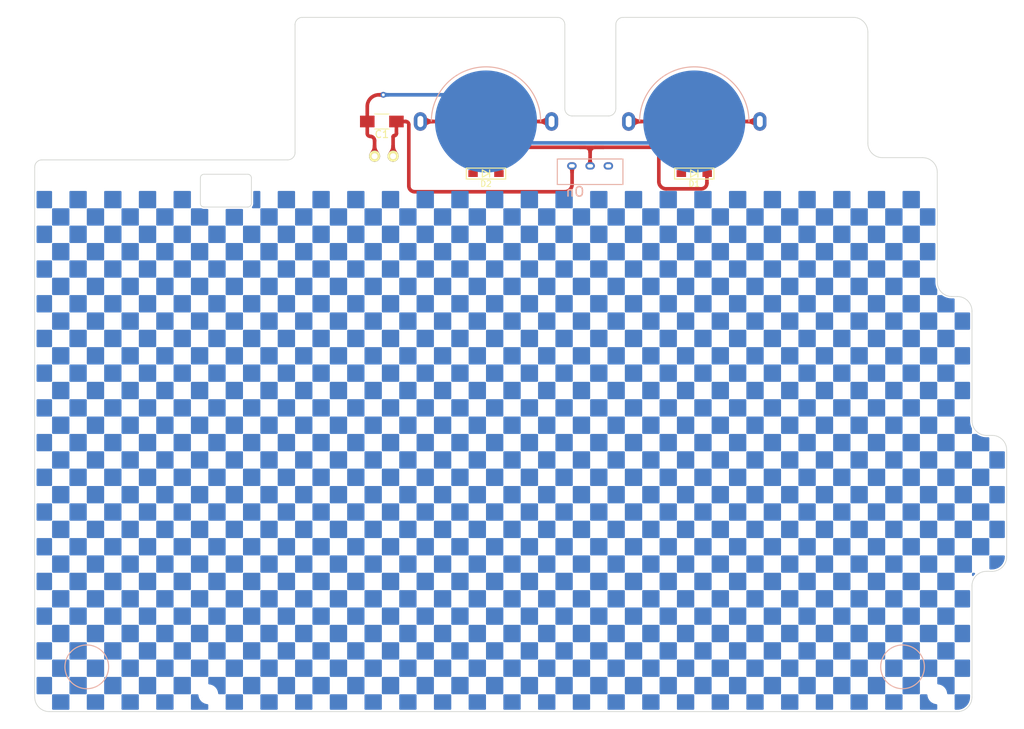
<source format=kicad_pcb>
(kicad_pcb (version 20211014) (generator pcbnew)
  (layers (0 "F.Cu" signal) (31 "B.Cu" signal) (34 "B.Paste" user) (35 "F.Paste" user) (36 "B.SilkS" user "B.Silkscreen") (37 "F.SilkS" user "F.Silkscreen") (38 "B.Mask" user) (39 "F.Mask" user) (44 "Edge.Cuts" user))
  (net 0 "")
  (net 1 "GND")
  (net 2 "Bat+")
  (net 3 "Net-(BT1-Pad1)")
  (net 4 "Net-(BT2-Pad1)")
  (net 5 "Net-(D1-Pad1)")
  (footprint "kbd_Parts:Capacitor_1206" (layer "F.Cu") (at 85.725 52.3875 180)
    (fp_text reference "C1")
    (fp_text value "C")
  )
  (footprint "kbd_Hole:m2_Screw_Hole" (layer "F.Cu") (at 61.9125 130.96875)
    (fp_text reference "Ref**")
    (fp_text value "Val**")
  )
  (footprint "kbd_Hole:m2_Screw_Hole" (layer "F.Cu") (at 76.2 40.48125)
    (fp_text reference "Ref**")
    (fp_text value "Val**")
  )
  (footprint "kbd_Hole:m2_Screw_Hole" (layer "F.Cu") (at 147.6375 59.53125)
    (fp_text reference "Ref**")
    (fp_text value "Val**")
  )
  (footprint "kbd_Hole:m2_Screw_Hole" (layer "F.Cu") (at 133.35 40.48125)
    (fp_text reference "Ref**")
    (fp_text value "Val**")
  )
  (footprint "kbd_Hole:m2_Screw_Hole" (layer "F.Cu") (at 161.925 130.96875)
    (fp_text reference "Ref**")
    (fp_text value "Val**")
  )
  (footprint "kbd_Hole:m2_Screw_Hole" (layer "F.Cu") (at 40.98125 59.53125)
    (fp_text reference "Ref**")
    (fp_text value "Val**")
  )
  (footprint "kbd_Parts:Battery_BMP_2pin" (layer "F.Cu") (at 85.725 57.15 -90)
    (fp_text reference "J2" hide)
    (fp_text value "Conn_01x02" hide)
  )
  (footprint "kbd_Parts:Battery_ali_CR1632" (layer "B.Cu") (at 100.0125 52.3875)
    (fp_text reference "BT2" hide)
    (fp_text value "Battery_Cell")
  )
  (footprint "kbd_Parts:TGSW_MSK-12D19" (layer "B.Cu") (at 114.3 59.53125)
    (fp_text reference "SW1")
    (fp_text value "SW_SPDT" hide)
  )
  (footprint "kbd_Parts:Diode_SMD" (layer "B.Cu") (at 128.5875 59.53125 180)
    (fp_text reference "D1")
    (fp_text value "D" hide)
  )
  (footprint "kbd_Parts:Battery_ali_CR1632" (layer "B.Cu") (at 128.5875 52.3875)
    (fp_text reference "BT1" hide)
    (fp_text value "Battery_Cell")
  )
  (footprint "kbd_Parts:Diode_SMD" (layer "B.Cu") (at 100.0125 59.53125 180)
    (fp_text reference "D2")
    (fp_text value "D" hide)
  )
  (gr_circle (center 157.1625 127.20625) (end 160.1625 127.20625) (layer "B.SilkS") (width 0.15) (fill none))
  (gr_circle (center 45.24375 127.20625) (end 48.24375 127.20625) (layer "B.SilkS") (width 0.15) (fill none))
  (gr_arc (start 150.4 38.1) (mid 151.814214 38.685786) (end 152.4 40.1) (layer "Edge.Cuts") (width 0.1))
  (gr_arc (start 40.1 133.35) (mid 38.685786 132.764214) (end 38.1 131.35) (layer "Edge.Cuts") (width 0.1))
  (gr_arc (start 164.6875 76.4) (mid 166.101714 76.985786) (end 166.6875 78.4) (layer "Edge.Cuts") (width 0.1))
  (gr_arc (start 168.6875 95.45) (mid 167.273286 94.864214) (end 166.6875 93.45) (layer "Edge.Cuts") (width 0.1))
  (gr_arc (start 169.45 95.45) (mid 170.864214 96.035786) (end 171.45 97.45) (layer "Edge.Cuts") (width 0.1))
  (gr_arc (start 166.6875 116.1) (mid 167.273286 114.685786) (end 168.6875 114.1) (layer "Edge.Cuts") (width 0.1))
  (gr_arc (start 163.925 76.4) (mid 162.510786 75.814214) (end 161.925 74.4) (layer "Edge.Cuts") (width 0.1))
  (gr_arc (start 154.4 57.35) (mid 152.985786 56.764214) (end 152.4 55.35) (layer "Edge.Cuts") (width 0.1))
  (gr_arc (start 159.925 57.35) (mid 161.339214 57.935786) (end 161.925 59.35) (layer "Edge.Cuts") (width 0.1))
  (gr_line (start 154.4 57.35) (end 159.925 57.35) (layer "Edge.Cuts") (width 0.1))
  (gr_line (start 164.6875 133.35) (end 40.1 133.35) (layer "Edge.Cuts") (width 0.1))
  (gr_arc (start 61.325 64.125) (mid 60.971447 63.978553) (end 60.825 63.625) (layer "Edge.Cuts") (width 0.1))
  (gr_arc (start 60.825 60.125) (mid 60.971447 59.771447) (end 61.325 59.625) (layer "Edge.Cuts") (width 0.1))
  (gr_line (start 168.6875 95.45) (end 169.45 95.45) (layer "Edge.Cuts") (width 0.1))
  (gr_line (start 73.81875 56.65) (end 73.81875 39.1) (layer "Edge.Cuts") (width 0.1))
  (gr_line (start 152.4 40.1) (end 152.4 55.35) (layer "Edge.Cuts") (width 0.1))
  (gr_arc (start 111.825 51.625) (mid 111.117893 51.332107) (end 110.825 50.625) (layer "Edge.Cuts") (width 0.1))
  (gr_line (start 60.825 60.125) (end 60.825 63.625) (layer "Edge.Cuts") (width 0.1))
  (gr_line (start 163.925 76.4) (end 164.6875 76.4) (layer "Edge.Cuts") (width 0.1))
  (gr_line (start 161.925 59.35) (end 161.925 74.4) (layer "Edge.Cuts") (width 0.1))
  (gr_arc (start 117.825 50.625) (mid 117.532107 51.332107) (end 116.825 51.625) (layer "Edge.Cuts") (width 0.1))
  (gr_line (start 166.6875 116.1) (end 166.6875 131.35) (layer "Edge.Cuts") (width 0.1))
  (gr_arc (start 166.6875 131.35) (mid 166.101714 132.764214) (end 164.6875 133.35) (layer "Edge.Cuts") (width 0.1))
  (gr_line (start 109.825 38.1) (end 74.81875 38.1) (layer "Edge.Cuts") (width 0.1))
  (gr_arc (start 67.325 59.625) (mid 67.678553 59.771447) (end 67.825 60.125) (layer "Edge.Cuts") (width 0.1))
  (gr_line (start 39.1 57.65) (end 72.81875 57.65) (layer "Edge.Cuts") (width 0.1))
  (gr_line (start 67.325 59.625) (end 61.325 59.625) (layer "Edge.Cuts") (width 0.1))
  (gr_line (start 118.825 38.1) (end 150.4 38.1) (layer "Edge.Cuts") (width 0.1))
  (gr_line (start 117.825 50.625) (end 117.825 39.1) (layer "Edge.Cuts") (width 0.1))
  (gr_arc (start 73.81875 56.65) (mid 73.525854 57.357089) (end 72.81875 57.65) (layer "Edge.Cuts") (width 0.1))
  (gr_arc (start 38.1 58.65) (mid 38.392893 57.942893) (end 39.1 57.65) (layer "Edge.Cuts") (width 0.1))
  (gr_arc (start 73.81875 39.1) (mid 74.111646 38.392911) (end 74.81875 38.1) (layer "Edge.Cuts") (width 0.1))
  (gr_arc (start 67.825 63.625) (mid 67.678553 63.978553) (end 67.325 64.125) (layer "Edge.Cuts") (width 0.1))
  (gr_arc (start 109.825 38.1) (mid 110.532107 38.392893) (end 110.825 39.1) (layer "Edge.Cuts") (width 0.1))
  (gr_line (start 61.325 64.125) (end 67.325 64.125) (layer "Edge.Cuts") (width 0.1))
  (gr_line (start 110.825 39.1) (end 110.825 50.625) (layer "Edge.Cuts") (width 0.1))
  (gr_line (start 67.825 63.625) (end 67.825 60.125) (layer "Edge.Cuts") (width 0.1))
  (gr_line (start 171.45 97.45) (end 171.45 112.1) (layer "Edge.Cuts") (width 0.1))
  (gr_line (start 111.825 51.625) (end 116.825 51.625) (layer "Edge.Cuts") (width 0.1))
  (gr_line (start 169.45 114.1) (end 168.6875 114.1) (layer "Edge.Cuts") (width 0.1))
  (gr_line (start 38.1 58.65) (end 38.1 131.35) (layer "Edge.Cuts") (width 0.1))
  (gr_line (start 166.6875 78.4) (end 166.6875 93.45) (layer "Edge.Cuts") (width 0.1))
  (gr_arc (start 171.45 112.1) (mid 170.864214 113.514214) (end 169.45 114.1) (layer "Edge.Cuts") (width 0.1))
  (gr_arc (start 117.825 39.1) (mid 118.117893 38.392893) (end 118.825 38.1) (layer "Edge.Cuts") (width 0.1))
  (gr_text "On" (at 112.225 62.025) (layer "B.SilkS") (effects (font (size 1.3 1.3) (thickness 0.2)) (justify mirror)))
  (segment (start 84.729 57.15) (end 84.729 55.029) (width 0.5) (layer "F.Cu") (net 1))
  (segment (start 85.325 48.725) (end 85.925 48.725) (width 0.5) (layer "F.Cu") (net 1))
  (segment (start 83.725 52.3875) (end 83.725 50.325) (width 0.5) (layer "F.Cu") (net 1))
  (segment (start 83.725 54.025) (end 83.725 52.3875) (width 0.5) (layer "F.Cu") (net 1))
  (via (at 85.925 48.725) (size 0.8) (drill 0.4) (layers "F.Cu" "B.Cu") (net 1))
  (arc (start 84.729 55.029) (mid 84.552092 54.601908) (end 84.125 54.425) (width 0.5) (layer "F.Cu") (net 1))
  (arc (start 84.125 54.425) (mid 83.842157 54.307843) (end 83.725 54.025) (width 0.5) (layer "F.Cu") (net 1))
  (arc (start 83.725 50.325) (mid 84.193629 49.193629) (end 85.325 48.725) (width 0.5) (layer "F.Cu") (net 1))
  (segment (start 102.95 55.325) (end 125.65 55.325) (width 0.5) (layer "B.Cu") (net 1))
  (segment (start 85.925 48.725) (end 96.35 48.725) (width 0.5) (layer "B.Cu") (net 1))
  (arc (start 96.35 48.725) (mid 98.939779 49.797721) (end 100.0125 52.3875) (width 0.5) (layer "B.Cu") (net 1))
  (arc (start 100.0125 52.3875) (mid 100.872874 54.464626) (end 102.95 55.325) (width 0.5) (layer "B.Cu") (net 1))
  (arc (start 125.65 55.325) (mid 127.727126 54.464626) (end 128.5875 52.3875) (width 0.5) (layer "B.Cu") (net 1))
  (segment (start 87.725 52.3875) (end 87.725 54.025) (width 0.5) (layer "F.Cu") (net 2))
  (segment (start 90.225 62.025) (end 110.825 62.025) (width 0.5) (layer "F.Cu") (net 2))
  (segment (start 111.825 61.025) (end 111.825 58.50625) (width 0.5) (layer "F.Cu") (net 2))
  (segment (start 87.269 54.481) (end 87.269 57.15) (width 0.5) (layer "F.Cu") (net 2))
  (segment (start 89.425 52.825) (end 89.425 61.225) (width 0.5) (layer "F.Cu") (net 2))
  (segment (start 87.725 52.3875) (end 88.9875 52.3875) (width 0.5) (layer "F.Cu") (net 2))
  (arc (start 110.825 62.025) (mid 111.532107 61.732107) (end 111.825 61.025) (width 0.5) (layer "F.Cu") (net 2))
  (arc (start 87.725 54.025) (mid 87.637132 54.237132) (end 87.425 54.325) (width 0.5) (layer "F.Cu") (net 2))
  (arc (start 89.425 61.225) (mid 89.659315 61.790685) (end 90.225 62.025) (width 0.5) (layer "F.Cu") (net 2))
  (arc (start 87.425 54.325) (mid 87.314691 54.370691) (end 87.269 54.481) (width 0.5) (layer "F.Cu") (net 2))
  (arc (start 88.9875 52.3875) (mid 89.296859 52.515641) (end 89.425 52.825) (width 0.5) (layer "F.Cu") (net 2))
  (arc (start 111.825 58.50625) (mid 111.817678 58.488572) (end 111.8 58.48125) (width 0.5) (layer "F.Cu") (net 2))
  (segment (start 125.1875 52.3875) (end 125.7375 52.3875) (width 0.5) (layer "F.Cu") (net 3))
  (segment (start 127.8875 52.3875) (end 137.5875 52.3875) (width 0.5) (layer "F.Cu") (net 3))
  (segment (start 126.8125 54.9375) (end 126.8125 52.5625) (width 0.5) (layer "F.Cu") (net 3))
  (segment (start 126.9875 52.3875) (end 127.8875 52.3875) (width 0.5) (layer "F.Cu") (net 3))
  (segment (start 126.8125 54.9375) (end 126.8125 53.4625) (width 0.5) (layer "F.Cu") (net 3))
  (segment (start 125.1875 52.3875) (end 126.9875 52.3875) (width 0.5) (layer "F.Cu") (net 3))
  (segment (start 119.5875 52.3875) (end 125.1875 52.3875) (width 0.5) (layer "F.Cu") (net 3))
  (segment (start 126.8125 59.53125) (end 126.8125 54.9375) (width 0.5) (layer "F.Cu") (net 3))
  (arc (start 126.8125 53.4625) (mid 127.12736 52.70236) (end 127.8875 52.3875) (width 0.5) (layer "F.Cu") (net 3))
  (arc (start 126.8125 52.5625) (mid 126.863756 52.438756) (end 126.9875 52.3875) (width 0.5) (layer "F.Cu") (net 3))
  (arc (start 125.7375 52.3875) (mid 126.49764 52.70236) (end 126.8125 53.4625) (width 0.5) (layer "F.Cu") (net 3))
  (segment (start 102.3625 52.3875) (end 109.0125 52.3875) (width 0.5) (layer "F.Cu") (net 4))
  (segment (start 93.7875 52.3875) (end 98.2625 52.3875) (width 0.5) (layer "F.Cu") (net 4))
  (segment (start 98.2375 59.53125) (end 98.2375 54.3125) (width 0.5) (layer "F.Cu") (net 4))
  (segment (start 102.3625 52.3875) (end 99.3875 52.3875) (width 0.5) (layer "F.Cu") (net 4))
  (segment (start 91.0125 52.3875) (end 93.7875 52.3875) (width 0.5) (layer "F.Cu") (net 4))
  (segment (start 98.2375 54.3125) (end 98.2375 52.4125) (width 0.5) (layer "F.Cu") (net 4))
  (segment (start 93.7875 52.3875) (end 97.0875 52.3875) (width 0.5) (layer "F.Cu") (net 4))
  (segment (start 98.2625 52.3875) (end 102.3625 52.3875) (width 0.5) (layer "F.Cu") (net 4))
  (segment (start 98.2375 54.3125) (end 98.2375 53.5375) (width 0.5) (layer "F.Cu") (net 4))
  (arc (start 99.3875 52.3875) (mid 98.574327 52.724327) (end 98.2375 53.5375) (width 0.5) (layer "F.Cu") (net 4))
  (arc (start 98.2375 52.4125) (mid 98.244822 52.394822) (end 98.2625 52.3875) (width 0.5) (layer "F.Cu") (net 4))
  (arc (start 97.0875 52.3875) (mid 97.900673 52.724327) (end 98.2375 53.5375) (width 0.5) (layer "F.Cu") (net 4))
  (segment (start 124.725 61.625) (end 129.525 61.625) (width 0.5) (layer "F.Cu") (net 5))
  (segment (start 112.925 55.925) (end 102.625 55.925) (width 0.5) (layer "F.Cu") (net 5))
  (segment (start 113.625 55.925) (end 112.925 55.925) (width 0.5) (layer "F.Cu") (net 5))
  (segment (start 116.125 55.925) (end 114.975 55.925) (width 0.5) (layer "F.Cu") (net 5))
  (segment (start 116.125 55.925) (end 122.925 55.925) (width 0.5) (layer "F.Cu") (net 5))
  (segment (start 114.3 58.48125) (end 114.3 56.6) (width 0.5) (layer "F.Cu") (net 5))
  (segment (start 101.7875 59.53125) (end 101.7875 56.7625) (width 0.5) (layer "F.Cu") (net 5))
  (segment (start 112.925 55.925) (end 116.125 55.925) (width 0.5) (layer "F.Cu") (net 5))
  (segment (start 123.725 56.725) (end 123.725 60.625) (width 0.5) (layer "F.Cu") (net 5))
  (segment (start 130.325 60.825) (end 130.325 59.56875) (width 0.5) (layer "F.Cu") (net 5))
  (arc (start 101.7875 56.7625) (mid 102.032798 56.170298) (end 102.625 55.925) (width 0.5) (layer "F.Cu") (net 5))
  (arc (start 122.925 55.925) (mid 123.490685 56.159315) (end 123.725 56.725) (width 0.5) (layer "F.Cu") (net 5))
  (arc (start 130.325 59.56875) (mid 130.335983 59.542233) (end 130.3625 59.53125) (width 0.5) (layer "F.Cu") (net 5))
  (arc (start 114.3 56.6) (mid 114.102297 56.122703) (end 113.625 55.925) (width 0.5) (layer "F.Cu") (net 5))
  (arc (start 123.725 60.625) (mid 124.017893 61.332107) (end 124.725 61.625) (width 0.5) (layer "F.Cu") (net 5))
  (arc (start 114.975 55.925) (mid 114.497703 56.122703) (end 114.3 56.6) (width 0.5) (layer "F.Cu") (net 5))
  (arc (start 129.525 61.625) (mid 130.090685 61.390685) (end 130.325 60.825) (width 0.5) (layer "F.Cu") (net 5))
  (zone (net 2) (net_name "Bat+") (layer "F.Cu") (priority 16962) (connect_pads yes (clearance 0)) (min_thickness 0.0254) (fill yes (thermal_gap 0.508) (thermal_bridge_width 0.508))
    (polygon (pts (xy 112.075 59.48625) (xy 112.07668 59.370933) (xy 112.081798 59.271954) (xy 112.090468 59.186049) (xy 112.102805 59.109956) (xy 112.118922 59.04041) (xy 112.138934 58.974149) (xy 112.162956 58.907908) (xy 112.191102 58.838425) (xy 112.223487 58.762436) (xy 112.260225 58.676678) (xy 111.787639 58.231556) (xy 111.361327 58.721178) (xy 111.404359 58.799616) (xy 111.442097 58.869663) (xy 111.474719 58.934304) (xy 111.502406 58.996524) (xy 111.525339 59.059311) (xy 111.543698 59.12565) (xy 111.557663 59.198527) (xy 111.567415 59.280929) (xy 111.573133 59.375841) (xy 111.575 59.48625)))
  )
  (zone (net 3) (net_name "Net-(BT1-Pad1)") (layer "F.Cu") (priority 16962) (connect_pads yes (clearance 0)) (min_thickness 0.0254) (fill yes (thermal_gap 0.508) (thermal_bridge_width 0.508))
    (polygon (pts (xy 135.7975 52.6375) (xy 136.003818 52.645546) (xy 136.175917 52.668598) (xy 136.321083 52.705025) (xy 136.446603 52.753195) (xy 136.559763 52.811478) (xy 136.66785 52.878243) (xy 136.778151 52.951858) (xy 136.897952 53.030694) (xy 137.034539 53.113118) (xy 137.1952 53.1975) (xy 138.0375 52.3875) (xy 137.1952 51.5775) (xy 137.034539 51.661881) (xy 136.897952 51.744305) (xy 136.778151 51.823141) (xy 136.66785 51.896756) (xy 136.559763 51.963521) (xy 136.446603 52.021804) (xy 136.321083 52.069974) (xy 136.175917 52.106401) (xy 136.003818 52.129453) (xy 135.7975 52.1375)))
  )
  (zone (net 5) (net_name "Net-(D1-Pad1)") (layer "F.Cu") (priority 16962) (connect_pads yes (clearance 0)) (min_thickness 0.0254) (fill yes (thermal_gap 0.508) (thermal_bridge_width 0.508))
    (polygon (pts (xy 114.05 57.49125) (xy 114.048154 57.602016) (xy 114.042549 57.697108) (xy 114.033081 57.779607) (xy 114.019647 57.852593) (xy 114.002145 57.919148) (xy 113.980471 57.982354) (xy 113.954523 58.045291) (xy 113.924197 58.111042) (xy 113.88939 58.182686) (xy 113.85 58.263306) (xy 114.3 58.73125) (xy 114.75 58.263306) (xy 114.710609 58.182686) (xy 114.675802 58.111042) (xy 114.645476 58.045291) (xy 114.619528 57.982354) (xy 114.597854 57.919148) (xy 114.580352 57.852593) (xy 114.566918 57.779607) (xy 114.55745 57.697108) (xy 114.551845 57.602016) (xy 114.55 57.49125)))
  )
  (zone (net 1) (net_name "GND") (layer "F.Cu") (priority 16962) (connect_pads yes (clearance 0)) (min_thickness 0.0254) (fill yes (thermal_gap 0.508) (thermal_bridge_width 0.508))
    (polygon (pts (xy 84.479 55.628) (xy 84.473144 55.80217) (xy 84.456243 55.948443) (xy 84.429294 56.072682) (xy 84.393297 56.18075) (xy 84.34925 56.278509) (xy 84.29815 56.371821) (xy 84.240997 56.466548) (xy 84.178788 56.568554) (xy 84.112523 56.683701) (xy 84.0432 56.817852) (xy 84.729 57.531) (xy 85.4148 56.817852) (xy 85.345476 56.683701) (xy 85.279211 56.568554) (xy 85.217002 56.466548) (xy 85.159849 56.371821) (xy 85.108749 56.278509) (xy 85.064702 56.18075) (xy 85.028705 56.072682) (xy 85.001756 55.948443) (xy 84.984855 55.80217) (xy 84.979 55.628)))
  )
  (zone (net 1) (net_name "GND") (layer "F.Cu") (priority 16962) (connect_pads yes (clearance 0)) (min_thickness 0.0254) (fill yes (thermal_gap 0.508) (thermal_bridge_width 0.508))
    (polygon (pts (xy 85.335 48.975) (xy 85.383799 48.975464) (xy 85.429401 48.976896) (xy 85.4717 48.979353) (xy 85.510587 48.98289) (xy 85.545953 48.987566) (xy 85.577692 48.993436) (xy 85.605694 49.000557) (xy 85.629852 49.008987) (xy 85.650058 49.018782) (xy 85.666205 49.03) (xy 86.125 48.725) (xy 85.666205 48.42) (xy 85.650058 48.431217) (xy 85.629852 48.441012) (xy 85.605694 48.449442) (xy 85.577692 48.456563) (xy 85.545953 48.462433) (xy 85.510587 48.467109) (xy 85.4717 48.470646) (xy 85.429401 48.473103) (xy 85.383799 48.474535) (xy 85.335 48.475)))
  )
  (zone (net 4) (net_name "Net-(BT2-Pad1)") (layer "F.Cu") (priority 16962) (connect_pads yes (clearance 0)) (min_thickness 0.0254) (fill yes (thermal_gap 0.508) (thermal_bridge_width 0.508))
    (polygon (pts (xy 107.2225 52.6375) (xy 107.428818 52.645546) (xy 107.600917 52.668598) (xy 107.746083 52.705025) (xy 107.871603 52.753195) (xy 107.984763 52.811478) (xy 108.09285 52.878243) (xy 108.203151 52.951858) (xy 108.322952 53.030694) (xy 108.459539 53.113118) (xy 108.6202 53.1975) (xy 109.4625 52.3875) (xy 108.6202 51.5775) (xy 108.459539 51.661881) (xy 108.322952 51.744305) (xy 108.203151 51.823141) (xy 108.09285 51.896756) (xy 107.984763 51.963521) (xy 107.871603 52.021804) (xy 107.746083 52.069974) (xy 107.600917 52.106401) (xy 107.428818 52.129453) (xy 107.2225 52.1375)))
  )
  (zone (net 3) (net_name "Net-(BT1-Pad1)") (layer "F.Cu") (priority 16962) (connect_pads yes (clearance 0)) (min_thickness 0.0254) (fill yes (thermal_gap 0.508) (thermal_bridge_width 0.508))
    (polygon (pts (xy 121.3775 52.1375) (xy 121.171181 52.129453) (xy 120.999082 52.106401) (xy 120.853916 52.069974) (xy 120.728396 52.021804) (xy 120.615236 51.963521) (xy 120.507149 51.896756) (xy 120.396848 51.823141) (xy 120.277047 51.744305) (xy 120.14046 51.661881) (xy 119.9798 51.5775) (xy 119.1375 52.3875) (xy 119.9798 53.1975) (xy 120.14046 53.113118) (xy 120.277047 53.030694) (xy 120.396848 52.951858) (xy 120.507149 52.878243) (xy 120.615236 52.811478) (xy 120.728396 52.753195) (xy 120.853916 52.705025) (xy 120.999082 52.668598) (xy 121.171181 52.645546) (xy 121.3775 52.6375)))
  )
  (zone (net 2) (net_name "Bat+") (layer "F.Cu") (priority 16962) (connect_pads yes (clearance 0)) (min_thickness 0.0254) (fill yes (thermal_gap 0.508) (thermal_bridge_width 0.508))
    (polygon (pts (xy 87.019 55.628) (xy 87.013144 55.80217) (xy 86.996243 55.948443) (xy 86.969294 56.072682) (xy 86.933297 56.18075) (xy 86.88925 56.278509) (xy 86.83815 56.371821) (xy 86.780997 56.466548) (xy 86.718788 56.568554) (xy 86.652523 56.683701) (xy 86.5832 56.817852) (xy 87.269 57.531) (xy 87.9548 56.817852) (xy 87.885476 56.683701) (xy 87.819211 56.568554) (xy 87.757002 56.466548) (xy 87.699849 56.371821) (xy 87.648749 56.278509) (xy 87.604702 56.18075) (xy 87.568705 56.072682) (xy 87.541756 55.948443) (xy 87.524855 55.80217) (xy 87.519 55.628)))
  )
  (zone (net 4) (net_name "Net-(BT2-Pad1)") (layer "F.Cu") (priority 16962) (connect_pads yes (clearance 0)) (min_thickness 0.0254) (fill yes (thermal_gap 0.508) (thermal_bridge_width 0.508))
    (polygon (pts (xy 92.8025 52.1375) (xy 92.596181 52.129453) (xy 92.424082 52.106401) (xy 92.278916 52.069974) (xy 92.153396 52.021804) (xy 92.040236 51.963521) (xy 91.932149 51.896756) (xy 91.821848 51.823141) (xy 91.702047 51.744305) (xy 91.56546 51.661881) (xy 91.4048 51.5775) (xy 90.5625 52.3875) (xy 91.4048 53.1975) (xy 91.56546 53.113118) (xy 91.702047 53.030694) (xy 91.821848 52.951858) (xy 91.932149 52.878243) (xy 92.040236 52.811478) (xy 92.153396 52.753195) (xy 92.278916 52.705025) (xy 92.424082 52.668598) (xy 92.596181 52.645546) (xy 92.8025 52.6375)))
  )
  (zone (net 0) (net_name "") (layer "B.Cu") (connect_pads (clearance 0)) (min_thickness 0.254)
    (keepout (tracks allowed) (vias allowed) (pads allowed) (copperpour not_allowed) (footprints allowed))
    (fill (thermal_gap 0.508) (thermal_bridge_width 0.508))
    (polygon (pts (xy 73.81875 135.73125) (xy 76.2 135.73125) (xy 76.2 133.35) (xy 73.81875 133.35)))
  )
  (zone (net 0) (net_name "") (layer "B.Cu") (connect_pads (clearance 0)) (min_thickness 0.254)
    (keepout (tracks allowed) (vias allowed) (pads allowed) (copperpour not_allowed) (footprints allowed))
    (fill (thermal_gap 0.508) (thermal_bridge_width 0.508))
    (polygon (pts (xy 128.5875 38.1) (xy 130.96875 38.1) (xy 130.96875 35.71875) (xy 128.5875 35.71875)))
  )
  (zone (net 0) (net_name "") (layer "B.Cu") (connect_pads (clearance 0)) (min_thickness 0.254)
    (keepout (tracks allowed) (vias allowed) (pads allowed) (copperpour not_allowed) (footprints allowed))
    (fill (thermal_gap 0.508) (thermal_bridge_width 0.508))
    (polygon (pts (xy 100.0125 100.0125) (xy 102.39375 100.0125) (xy 102.39375 97.63125) (xy 100.0125 97.63125)))
  )
  (zone (net 0) (net_name "") (layer "B.Cu") (connect_pads (clearance 0)) (min_thickness 0.254)
    (keepout (tracks allowed) (vias allowed) (pads allowed) (copperpour not_allowed) (footprints allowed))
    (fill (thermal_gap 0.508) (thermal_bridge_width 0.508))
    (polygon (pts (xy 138.1125 100.0125) (xy 140.49375 100.0125) (xy 140.49375 97.63125) (xy 138.1125 97.63125)))
  )
  (zone (net 0) (net_name "") (layer "B.Cu") (connect_pads (clearance 0)) (min_thickness 0.254)
    (keepout (tracks allowed) (vias allowed) (pads allowed) (copperpour not_allowed) (footprints allowed))
    (fill (thermal_gap 0.508) (thermal_bridge_width 0.508))
    (polygon (pts (xy 140.49375 130.96875) (xy 142.875 130.96875) (xy 142.875 128.5875) (xy 140.49375 128.5875)))
  )
  (zone (net 0) (net_name "") (layer "B.Cu") (connect_pads (clearance 0)) (min_thickness 0.254)
    (keepout (tracks allowed) (vias allowed) (pads allowed) (copperpour not_allowed) (footprints allowed))
    (fill (thermal_gap 0.508) (thermal_bridge_width 0.508))
    (polygon (pts (xy 76.2 66.675) (xy 78.58125 66.675) (xy 78.58125 64.29375) (xy 76.2 64.29375)))
  )
  (zone (net 0) (net_name "") (layer "B.Cu") (connect_pads (clearance 0)) (min_thickness 0.254)
    (keepout (tracks allowed) (vias allowed) (pads allowed) (copperpour not_allowed) (footprints allowed))
    (fill (thermal_gap 0.508) (thermal_bridge_width 0.508))
    (polygon (pts (xy 116.68125 83.34375) (xy 119.0625 83.34375) (xy 119.0625 80.9625) (xy 116.68125 80.9625)))
  )
  (zone (net 0) (net_name "") (layer "B.Cu") (connect_pads (clearance 0)) (min_thickness 0.254)
    (keepout (tracks allowed) (vias allowed) (pads allowed) (copperpour not_allowed) (footprints allowed))
    (fill (thermal_gap 0.508) (thermal_bridge_width 0.508))
    (polygon (pts (xy 88.10625 126.20625) (xy 90.4875 126.20625) (xy 90.4875 123.825) (xy 88.10625 123.825)))
  )
  (zone (net 0) (net_name "") (layer "B.Cu") (connect_pads (clearance 0)) (min_thickness 0.254)
    (keepout (tracks allowed) (vias allowed) (pads allowed) (copperpour not_allowed) (footprints allowed))
    (fill (thermal_gap 0.508) (thermal_bridge_width 0.508))
    (polygon (pts (xy 159.54375 135.73125) (xy 161.925 135.73125) (xy 161.925 133.35) (xy 159.54375 133.35)))
  )
  (zone (net 0) (net_name "") (layer "B.Cu") (connect_pads (clearance 0)) (min_thickness 0.254)
    (keepout (tracks allowed) (vias allowed) (pads allowed) (copperpour not_allowed) (footprints allowed))
    (fill (thermal_gap 0.508) (thermal_bridge_width 0.508))
    (polygon (pts (xy 142.875 100.0125) (xy 145.25625 100.0125) (xy 145.25625 97.63125) (xy 142.875 97.63125)))
  )
  (zone (net 0) (net_name "") (layer "B.Cu") (connect_pads (clearance 0)) (min_thickness 0.254)
    (keepout (tracks allowed) (vias allowed) (pads allowed) (copperpour not_allowed) (footprints allowed))
    (fill (thermal_gap 0.508) (thermal_bridge_width 0.508))
    (polygon (pts (xy 45.24375 73.81875) (xy 47.625 73.81875) (xy 47.625 71.4375) (xy 45.24375 71.4375)))
  )
  (zone (net 0) (net_name "") (layer "B.Cu") (connect_pads (clearance 0)) (min_thickness 0.254)
    (keepout (tracks allowed) (vias allowed) (pads allowed) (copperpour not_allowed) (footprints allowed))
    (fill (thermal_gap 0.508) (thermal_bridge_width 0.508))
    (polygon (pts (xy 69.05625 116.68125) (xy 71.4375 116.68125) (xy 71.4375 114.3) (xy 69.05625 114.3)))
  )
  (zone (net 0) (net_name "") (layer "B.Cu") (connect_pads (clearance 0)) (min_thickness 0.254)
    (keepout (tracks allowed) (vias allowed) (pads allowed) (copperpour not_allowed) (footprints allowed))
    (fill (thermal_gap 0.508) (thermal_bridge_width 0.508))
    (polygon (pts (xy 100.0125 104.775) (xy 102.39375 104.775) (xy 102.39375 102.39375) (xy 100.0125 102.39375)))
  )
  (zone (net 0) (net_name "") (layer "B.Cu") (connect_pads (clearance 0)) (min_thickness 0.254)
    (keepout (tracks allowed) (vias allowed) (pads allowed) (copperpour not_allowed) (footprints allowed))
    (fill (thermal_gap 0.508) (thermal_bridge_width 0.508))
    (polygon (pts (xy 42.8625 119.0625) (xy 45.24375 119.0625) (xy 45.24375 116.68125) (xy 42.8625 116.68125)))
  )
  (zone (net 0) (net_name "") (layer "B.Cu") (connect_pads (clearance 0)) (min_thickness 0.254)
    (keepout (tracks allowed) (vias allowed) (pads allowed) (copperpour not_allowed) (footprints allowed))
    (fill (thermal_gap 0.508) (thermal_bridge_width 0.508))
    (polygon (pts (xy 157.1625 61.9125) (xy 159.54375 61.9125) (xy 159.54375 59.53125) (xy 157.1625 59.53125)))
  )
  (zone (net 0) (net_name "") (layer "B.Cu") (connect_pads (clearance 0)) (min_thickness 0.254)
    (keepout (tracks allowed) (vias allowed) (pads allowed) (copperpour not_allowed) (footprints allowed))
    (fill (thermal_gap 0.508) (thermal_bridge_width 0.508))
    (polygon (pts (xy 52.3875 38.1) (xy 54.76875 38.1) (xy 54.76875 35.71875) (xy 52.3875 35.71875)))
  )
  (zone (net 0) (net_name "") (layer "B.Cu") (connect_pads (clearance 0)) (min_thickness 0.254)
    (keepout (tracks allowed) (vias allowed) (pads allowed) (copperpour not_allowed) (footprints allowed))
    (fill (thermal_gap 0.508) (thermal_bridge_width 0.508))
    (polygon (pts (xy 76.2 133.35) (xy 78.58125 133.35) (xy 78.58125 130.96875) (xy 76.2 130.96875)))
  )
  (zone (net 0) (net_name "") (layer "B.Cu") (connect_pads (clearance 0)) (min_thickness 0.254)
    (keepout (tracks allowed) (vias allowed) (pads allowed) (copperpour not_allowed) (footprints allowed))
    (fill (thermal_gap 0.508) (thermal_bridge_width 0.508))
    (polygon (pts (xy 33.3375 119.0625) (xy 35.71875 119.0625) (xy 35.71875 116.68125) (xy 33.3375 116.68125)))
  )
  (zone (net 0) (net_name "") (layer "B.Cu") (connect_pads (clearance 0)) (min_thickness 0.254)
    (keepout (tracks allowed) (vias allowed) (pads allowed) (copperpour not_allowed) (footprints allowed))
    (fill (thermal_gap 0.508) (thermal_bridge_width 0.508))
    (polygon (pts (xy 90.4875 95.25) (xy 92.86875 95.25) (xy 92.86875 92.86875) (xy 90.4875 92.86875)))
  )
  (zone (net 0) (net_name "") (layer "B.Cu") (connect_pads (clearance 0)) (min_thickness 0.254)
    (keepout (tracks allowed) (vias allowed) (pads allowed) (copperpour not_allowed) (footprints allowed))
    (fill (thermal_gap 0.508) (thermal_bridge_width 0.508))
    (polygon (pts (xy 35.71875 92.86875) (xy 38.1 92.86875) (xy 38.1 90.4875) (xy 35.71875 90.4875)))
  )
  (zone (net 0) (net_name "") (layer "B.Cu") (connect_pads (clearance 0)) (min_thickness 0.254)
    (keepout (tracks allowed) (vias allowed) (pads allowed) (copperpour not_allowed) (footprints allowed))
    (fill (thermal_gap 0.508) (thermal_bridge_width 0.508))
    (polygon (pts (xy 126.20625 88.10625) (xy 128.5875 88.10625) (xy 128.5875 85.725) (xy 126.20625 85.725)))
  )
  (zone (net 0) (net_name "") (layer "B.Cu") (connect_pads (clearance 0)) (min_thickness 0.254)
    (keepout (tracks allowed) (vias allowed) (pads allowed) (copperpour not_allowed) (footprints allowed))
    (fill (thermal_gap 0.508) (thermal_bridge_width 0.508))
    (polygon (pts (xy 54.76875 54.76875) (xy 57.15 54.76875) (xy 57.15 52.3875) (xy 54.76875 52.3875)))
  )
  (zone (net 0) (net_name "") (layer "B.Cu") (connect_pads (clearance 0)) (min_thickness 0.254)
    (keepout (tracks allowed) (vias allowed) (pads allowed) (copperpour not_allowed) (footprints allowed))
    (fill (thermal_gap 0.508) (thermal_bridge_width 0.508))
    (polygon (pts (xy 83.34375 116.68125) (xy 85.725 116.68125) (xy 85.725 114.3) (xy 83.34375 114.3)))
  )
  (zone (net 0) (net_name "") (layer "B.Cu") (connect_pads (clearance 0)) (min_thickness 0.254)
    (keepout (tracks allowed) (vias allowed) (pads allowed) (copperpour not_allowed) (footprints allowed))
    (fill (thermal_gap 0.508) (thermal_bridge_width 0.508))
    (polygon (pts (xy 38.1 52.3875) (xy 40.48125 52.3875) (xy 40.48125 50.00625) (xy 38.1 50.00625)))
  )
  (zone (net 0) (net_name "") (layer "B.Cu") (connect_pads (clearance 0)) (min_thickness 0.254)
    (keepout (tracks allowed) (vias allowed) (pads allowed) (copperpour not_allowed) (footprints allowed))
    (fill (thermal_gap 0.508) (thermal_bridge_width 0.508))
    (polygon (pts (xy 111.91875 54.76875) (xy 114.3 54.76875) (xy 114.3 52.3875) (xy 111.91875 52.3875)))
  )
  (zone (net 0) (net_name "") (layer "B.Cu") (connect_pads (clearance 0)) (min_thickness 0.254)
    (keepout (tracks allowed) (vias allowed) (pads allowed) (copperpour not_allowed) (footprints allowed))
    (fill (thermal_gap 0.508) (thermal_bridge_width 0.508))
    (polygon (pts (xy 59.53125 111.91875) (xy 61.9125 111.91875) (xy 61.9125 109.5375) (xy 59.53125 109.5375)))
  )
  (zone (net 0) (net_name "") (layer "B.Cu") (connect_pads (clearance 0)) (min_thickness 0.254)
    (keepout (tracks allowed) (vias allowed) (pads allowed) (copperpour not_allowed) (footprints allowed))
    (fill (thermal_gap 0.508) (thermal_bridge_width 0.508))
    (polygon (pts (xy 161.925 100.0125) (xy 164.30625 100.0125) (xy 164.30625 97.63125) (xy 161.925 97.63125)))
  )
  (zone (net 0) (net_name "") (layer "B.Cu") (connect_pads (clearance 0)) (min_thickness 0.254)
    (keepout (tracks allowed) (vias allowed) (pads allowed) (copperpour not_allowed) (footprints allowed))
    (fill (thermal_gap 0.508) (thermal_bridge_width 0.508))
    (polygon (pts (xy 76.2 128.5875) (xy 78.58125 128.5875) (xy 78.58125 126.20625) (xy 76.2 126.20625)))
  )
  (zone (net 0) (net_name "") (layer "B.Cu") (connect_pads (clearance 0)) (min_thickness 0.254)
    (keepout (tracks allowed) (vias allowed) (pads allowed) (copperpour not_allowed) (footprints allowed))
    (fill (thermal_gap 0.508) (thermal_bridge_width 0.508))
    (polygon (pts (xy 83.34375 126.20625) (xy 85.725 126.20625) (xy 85.725 123.825) (xy 83.34375 123.825)))
  )
  (zone (net 0) (net_name "") (layer "B.Cu") (connect_pads (clearance 0)) (min_thickness 0.254)
    (keepout (tracks allowed) (vias allowed) (pads allowed) (copperpour not_allowed) (footprints allowed))
    (fill (thermal_gap 0.508) (thermal_bridge_width 0.508))
    (polygon (pts (xy 42.8625 109.5375) (xy 45.24375 109.5375) (xy 45.24375 107.15625) (xy 42.8625 107.15625)))
  )
  (zone (net 0) (net_name "") (layer "B.Cu") (connect_pads (clearance 0)) (min_thickness 0.254)
    (keepout (tracks allowed) (vias allowed) (pads allowed) (copperpour not_allowed) (footprints allowed))
    (fill (thermal_gap 0.508) (thermal_bridge_width 0.508))
    (polygon (pts (xy 45.24375 92.86875) (xy 47.625 92.86875) (xy 47.625 90.4875) (xy 45.24375 90.4875)))
  )
  (zone (net 0) (net_name "") (layer "B.Cu") (connect_pads (clearance 0)) (min_thickness 0.254)
    (keepout (tracks allowed) (vias allowed) (pads allowed) (copperpour not_allowed) (footprints allowed))
    (fill (thermal_gap 0.508) (thermal_bridge_width 0.508))
    (polygon (pts (xy 126.20625 92.86875) (xy 128.5875 92.86875) (xy 128.5875 90.4875) (xy 126.20625 90.4875)))
  )
  (zone (net 0) (net_name "") (layer "B.Cu") (connect_pads (clearance 0)) (min_thickness 0.254)
    (keepout (tracks allowed) (vias allowed) (pads allowed) (copperpour not_allowed) (footprints allowed))
    (fill (thermal_gap 0.508) (thermal_bridge_width 0.508))
    (polygon (pts (xy 80.9625 61.9125) (xy 83.34375 61.9125) (xy 83.34375 59.53125) (xy 80.9625 59.53125)))
  )
  (zone (net 0) (net_name "") (layer "B.Cu") (connect_pads (clearance 0)) (min_thickness 0.254)
    (keepout (tracks allowed) (vias allowed) (pads allowed) (copperpour not_allowed) (footprints allowed))
    (fill (thermal_gap 0.508) (thermal_bridge_width 0.508))
    (polygon (pts (xy 128.5875 104.775) (xy 130.96875 104.775) (xy 130.96875 102.39375) (xy 128.5875 102.39375)))
  )
  (zone (net 0) (net_name "") (layer "B.Cu") (connect_pads (clearance 0)) (min_thickness 0.254)
    (keepout (tracks allowed) (vias allowed) (pads allowed) (copperpour not_allowed) (footprints allowed))
    (fill (thermal_gap 0.508) (thermal_bridge_width 0.508))
    (polygon (pts (xy 161.925 109.5375) (xy 164.30625 109.5375) (xy 164.30625 107.15625) (xy 161.925 107.15625)))
  )
  (zone (net 0) (net_name "") (layer "B.Cu") (connect_pads (clearance 0)) (min_thickness 0.254)
    (keepout (tracks allowed) (vias allowed) (pads allowed) (copperpour not_allowed) (footprints allowed))
    (fill (thermal_gap 0.508) (thermal_bridge_width 0.508))
    (polygon (pts (xy 135.73125 69.05625) (xy 138.1125 69.05625) (xy 138.1125 66.675) (xy 135.73125 66.675)))
  )
  (zone (net 0) (net_name "") (layer "B.Cu") (connect_pads (clearance 0)) (min_thickness 0.254)
    (keepout (tracks allowed) (vias allowed) (pads allowed) (copperpour not_allowed) (footprints allowed))
    (fill (thermal_gap 0.508) (thermal_bridge_width 0.508))
    (polygon (pts (xy 69.05625 64.29375) (xy 71.4375 64.29375) (xy 71.4375 61.9125) (xy 69.05625 61.9125)))
  )
  (zone (net 0) (net_name "") (layer "B.Cu") (connect_pads (clearance 0)) (min_thickness 0.254)
    (keepout (tracks allowed) (vias allowed) (pads allowed) (copperpour not_allowed) (footprints allowed))
    (fill (thermal_gap 0.508) (thermal_bridge_width 0.508))
    (polygon (pts (xy 133.35 47.625) (xy 135.73125 47.625) (xy 135.73125 45.24375) (xy 133.35 45.24375)))
  )
  (zone (net 0) (net_name "") (layer "B.Cu") (connect_pads (clearance 0)) (min_thickness 0.254)
    (keepout (tracks allowed) (vias allowed) (pads allowed) (copperpour not_allowed) (footprints allowed))
    (fill (thermal_gap 0.508) (thermal_bridge_width 0.508))
    (polygon (pts (xy 128.5875 85.725) (xy 130.96875 85.725) (xy 130.96875 83.34375) (xy 128.5875 83.34375)))
  )
  (zone (net 0) (net_name "") (layer "B.Cu") (connect_pads (clearance 0.254)) (min_thickness 0.254) (fill yes (thermal_gap 0.508) (thermal_bridge_width 0.508))
    (polygon (pts (xy 171.45 133.35) (xy 38.1 133.35) (xy 38.1 61.9125) (xy 171.45 61.9125)))
  )
  (zone (net 0) (net_name "") (layer "B.Cu") (connect_pads (clearance 0)) (min_thickness 0.254)
    (keepout (tracks allowed) (vias allowed) (pads allowed) (copperpour not_allowed) (footprints allowed))
    (fill (thermal_gap 0.508) (thermal_bridge_width 0.508))
    (polygon (pts (xy 133.35 95.25) (xy 135.73125 95.25) (xy 135.73125 92.86875) (xy 133.35 92.86875)))
  )
  (zone (net 0) (net_name "") (layer "B.Cu") (connect_pads (clearance 0)) (min_thickness 0.254)
    (keepout (tracks allowed) (vias allowed) (pads allowed) (copperpour not_allowed) (footprints allowed))
    (fill (thermal_gap 0.508) (thermal_bridge_width 0.508))
    (polygon (pts (xy 140.49375 59.53125) (xy 142.875 59.53125) (xy 142.875 57.15) (xy 140.49375 57.15)))
  )
  (zone (net 0) (net_name "") (layer "B.Cu") (connect_pads (clearance 0)) (min_thickness 0.254)
    (keepout (tracks allowed) (vias allowed) (pads allowed) (copperpour not_allowed) (footprints allowed))
    (fill (thermal_gap 0.508) (thermal_bridge_width 0.508))
    (polygon (pts (xy 121.44375 121.44375) (xy 123.825 121.44375) (xy 123.825 119.0625) (xy 121.44375 119.0625)))
  )
  (zone (net 0) (net_name "") (layer "B.Cu") (connect_pads (clearance 0)) (min_thickness 0.254)
    (keepout (tracks allowed) (vias allowed) (pads allowed) (copperpour not_allowed) (footprints allowed))
    (fill (thermal_gap 0.508) (thermal_bridge_width 0.508))
    (polygon (pts (xy 100.0125 95.25) (xy 102.39375 95.25) (xy 102.39375 92.86875) (xy 100.0125 92.86875)))
  )
  (zone (net 0) (net_name "") (layer "B.Cu") (connect_pads (clearance 0)) (min_thickness 0.254)
    (keepout (tracks allowed) (vias allowed) (pads allowed) (copperpour not_allowed) (footprints allowed))
    (fill (thermal_gap 0.508) (thermal_bridge_width 0.508))
    (polygon (pts (xy 42.8625 76.2) (xy 45.24375 76.2) (xy 45.24375 73.81875) (xy 42.8625 73.81875)))
  )
  (zone (net 0) (net_name "") (layer "B.Cu") (connect_pads (clearance 0)) (min_thickness 0.254)
    (keepout (tracks allowed) (vias allowed) (pads allowed) (copperpour not_allowed) (footprints allowed))
    (fill (thermal_gap 0.508) (thermal_bridge_width 0.508))
    (polygon (pts (xy 78.58125 111.91875) (xy 80.9625 111.91875) (xy 80.9625 109.5375) (xy 78.58125 109.5375)))
  )
  (zone (net 0) (net_name "") (layer "B.Cu") (connect_pads (clearance 0)) (min_thickness 0.254)
    (keepout (tracks allowed) (vias allowed) (pads allowed) (copperpour not_allowed) (footprints allowed))
    (fill (thermal_gap 0.508) (thermal_bridge_width 0.508))
    (polygon (pts (xy 164.30625 69.05625) (xy 166.6875 69.05625) (xy 166.6875 66.675) (xy 164.30625 66.675)))
  )
  (zone (net 0) (net_name "") (layer "B.Cu") (connect_pads (clearance 0)) (min_thickness 0.254)
    (keepout (tracks allowed) (vias allowed) (pads allowed) (copperpour not_allowed) (footprints allowed))
    (fill (thermal_gap 0.508) (thermal_bridge_width 0.508))
    (polygon (pts (xy 133.35 42.8625) (xy 135.73125 42.8625) (xy 135.73125 40.48125) (xy 133.35 40.48125)))
  )
  (zone (net 0) (net_name "") (layer "B.Cu") (connect_pads (clearance 0)) (min_thickness 0.254)
    (keepout (tracks allowed) (vias allowed) (pads allowed) (copperpour not_allowed) (footprints allowed))
    (fill (thermal_gap 0.508) (thermal_bridge_width 0.508))
    (polygon (pts (xy 109.5375 47.625) (xy 111.91875 47.625) (xy 111.91875 45.24375) (xy 109.5375 45.24375)))
  )
  (zone (net 0) (net_name "") (layer "B.Cu") (connect_pads (clearance 0)) (min_thickness 0.254)
    (keepout (tracks allowed) (vias allowed) (pads allowed) (copperpour not_allowed) (footprints allowed))
    (fill (thermal_gap 0.508) (thermal_bridge_width 0.508))
    (polygon (pts (xy 138.1125 71.4375) (xy 140.49375 71.4375) (xy 140.49375 69.05625) (xy 138.1125 69.05625)))
  )
  (zone (net 0) (net_name "") (layer "B.Cu") (connect_pads (clearance 0)) (min_thickness 0.254)
    (keepout (tracks allowed) (vias allowed) (pads allowed) (copperpour not_allowed) (footprints allowed))
    (fill (thermal_gap 0.508) (thermal_bridge_width 0.508))
    (polygon (pts (xy 152.4 38.1) (xy 154.78125 38.1) (xy 154.78125 35.71875) (xy 152.4 35.71875)))
  )
  (zone (net 0) (net_name "") (layer "B.Cu") (connect_pads (clearance 0)) (min_thickness 0.254)
    (keepout (tracks allowed) (vias allowed) (pads allowed) (copperpour not_allowed) (footprints allowed))
    (fill (thermal_gap 0.508) (thermal_bridge_width 0.508))
    (polygon (pts (xy 40.48125 73.81875) (xy 42.8625 73.81875) (xy 42.8625 71.4375) (xy 40.48125 71.4375)))
  )
  (zone (net 0) (net_name "") (layer "B.Cu") (connect_pads (clearance 0)) (min_thickness 0.254)
    (keepout (tracks allowed) (vias allowed) (pads allowed) (copperpour not_allowed) (footprints allowed))
    (fill (thermal_gap 0.508) (thermal_bridge_width 0.508))
    (polygon (pts (xy 61.9125 76.2) (xy 64.29375 76.2) (xy 64.29375 73.81875) (xy 61.9125 73.81875)))
  )
  (zone (net 0) (net_name "") (layer "B.Cu") (connect_pads (clearance 0)) (min_thickness 0.254)
    (keepout (tracks allowed) (vias allowed) (pads allowed) (copperpour not_allowed) (footprints allowed))
    (fill (thermal_gap 0.508) (thermal_bridge_width 0.508))
    (polygon (pts (xy 145.25625 45.24375) (xy 147.6375 45.24375) (xy 147.6375 42.8625) (xy 145.25625 42.8625)))
  )
  (zone (net 0) (net_name "") (layer "B.Cu") (connect_pads (clearance 0)) (min_thickness 0.254)
    (keepout (tracks allowed) (vias allowed) (pads allowed) (copperpour not_allowed) (footprints allowed))
    (fill (thermal_gap 0.508) (thermal_bridge_width 0.508))
    (polygon (pts (xy 50.00625 64.29375) (xy 52.3875 64.29375) (xy 52.3875 61.9125) (xy 50.00625 61.9125)))
  )
  (zone (net 0) (net_name "") (layer "B.Cu") (connect_pads (clearance 0)) (min_thickness 0.254)
    (keepout (tracks allowed) (vias allowed) (pads allowed) (copperpour not_allowed) (footprints allowed))
    (fill (thermal_gap 0.508) (thermal_bridge_width 0.508))
    (polygon (pts (xy 119.0625 109.5375) (xy 121.44375 109.5375) (xy 121.44375 107.15625) (xy 119.0625 107.15625)))
  )
  (zone (net 0) (net_name "") (layer "B.Cu") (connect_pads (clearance 0)) (min_thickness 0.254)
    (keepout (tracks allowed) (vias allowed) (pads allowed) (copperpour not_allowed) (footprints allowed))
    (fill (thermal_gap 0.508) (thermal_bridge_width 0.508))
    (polygon (pts (xy 76.2 109.5375) (xy 78.58125 109.5375) (xy 78.58125 107.15625) (xy 76.2 107.15625)))
  )
  (zone (net 0) (net_name "") (layer "B.Cu") (connect_pads (clearance 0)) (min_thickness 0.254)
    (keepout (tracks allowed) (vias allowed) (pads allowed) (copperpour not_allowed) (footprints allowed))
    (fill (thermal_gap 0.508) (thermal_bridge_width 0.508))
    (polygon (pts (xy 119.0625 80.9625) (xy 121.44375 80.9625) (xy 121.44375 78.58125) (xy 119.0625 78.58125)))
  )
  (zone (net 0) (net_name "") (layer "B.Cu") (connect_pads (clearance 0)) (min_thickness 0.254)
    (keepout (tracks allowed) (vias allowed) (pads allowed) (copperpour not_allowed) (footprints allowed))
    (fill (thermal_gap 0.508) (thermal_bridge_width 0.508))
    (polygon (pts (xy 164.30625 73.81875) (xy 166.6875 73.81875) (xy 166.6875 71.4375) (xy 164.30625 71.4375)))
  )
  (zone (net 0) (net_name "") (layer "B.Cu") (connect_pads (clearance 0)) (min_thickness 0.254)
    (keepout (tracks allowed) (vias allowed) (pads allowed) (copperpour not_allowed) (footprints allowed))
    (fill (thermal_gap 0.508) (thermal_bridge_width 0.508))
    (polygon (pts (xy 45.24375 121.44375) (xy 47.625 121.44375) (xy 47.625 119.0625) (xy 45.24375 119.0625)))
  )
  (zone (net 0) (net_name "") (layer "B.Cu") (connect_pads (clearance 0)) (min_thickness 0.254)
    (keepout (tracks allowed) (vias allowed) (pads allowed) (copperpour not_allowed) (footprints allowed))
    (fill (thermal_gap 0.508) (thermal_bridge_width 0.508))
    (polygon (pts (xy 38.1 128.5875) (xy 40.48125 128.5875) (xy 40.48125 126.20625) (xy 38.1 126.20625)))
  )
  (zone (net 0) (net_name "") (layer "B.Cu") (connect_pads (clearance 0)) (min_thickness 0.254)
    (keepout (tracks allowed) (vias allowed) (pads allowed) (copperpour not_allowed) (footprints allowed))
    (fill (thermal_gap 0.508) (thermal_bridge_width 0.508))
    (polygon (pts (xy 116.68125 88.10625) (xy 119.0625 88.10625) (xy 119.0625 85.725) (xy 116.68125 85.725)))
  )
  (zone (net 0) (net_name "") (layer "B.Cu") (connect_pads (clearance 0)) (min_thickness 0.254)
    (keepout (tracks allowed) (vias allowed) (pads allowed) (copperpour not_allowed) (footprints allowed))
    (fill (thermal_gap 0.508) (thermal_bridge_width 0.508))
    (polygon (pts (xy 150.01875 126.20625) (xy 152.4 126.20625) (xy 152.4 123.825) (xy 150.01875 123.825)))
  )
  (zone (net 0) (net_name "") (layer "B.Cu") (connect_pads (clearance 0)) (min_thickness 0.254)
    (keepout (tracks allowed) (vias allowed) (pads allowed) (copperpour not_allowed) (footprints allowed))
    (fill (thermal_gap 0.508) (thermal_bridge_width 0.508))
    (polygon (pts (xy 92.86875 97.63125) (xy 95.25 97.63125) (xy 95.25 95.25) (xy 92.86875 95.25)))
  )
  (zone (net 0) (net_name "") (layer "B.Cu") (connect_pads (clearance 0)) (min_thickness 0.254)
    (keepout (tracks allowed) (vias allowed) (pads allowed) (copperpour not_allowed) (footprints allowed))
    (fill (thermal_gap 0.508) (thermal_bridge_width 0.508))
    (polygon (pts (xy 38.1 61.9125) (xy 40.48125 61.9125) (xy 40.48125 59.53125) (xy 38.1 59.53125)))
  )
  (zone (net 0) (net_name "") (layer "B.Cu") (connect_pads (clearance 0)) (min_thickness 0.254)
    (keepout (tracks allowed) (vias allowed) (pads allowed) (copperpour not_allowed) (footprints allowed))
    (fill (thermal_gap 0.508) (thermal_bridge_width 0.508))
    (polygon (pts (xy 47.625 133.35) (xy 50.00625 133.35) (xy 50.00625 130.96875) (xy 47.625 130.96875)))
  )
  (zone (net 0) (net_name "") (layer "B.Cu") (connect_pads (clearance 0)) (min_thickness 0.254)
    (keepout (tracks allowed) (vias allowed) (pads allowed) (copperpour not_allowed) (footprints allowed))
    (fill (thermal_gap 0.508) (thermal_bridge_width 0.508))
    (polygon (pts (xy 73.81875 69.05625) (xy 76.2 69.05625) (xy 76.2 66.675) (xy 73.81875 66.675)))
  )
  (zone (net 0) (net_name "") (layer "B.Cu") (connect_pads (clearance 0)) (min_thickness 0.254)
    (keepout (tracks allowed) (vias allowed) (pads allowed) (copperpour not_allowed) (footprints allowed))
    (fill (thermal_gap 0.508) (thermal_bridge_width 0.508))
    (polygon (pts (xy 147.6375 95.25) (xy 150.01875 95.25) (xy 150.01875 92.86875) (xy 147.6375 92.86875)))
  )
  (zone (net 0) (net_name "") (layer "B.Cu") (connect_pads (clearance 0)) (min_thickness 0.254)
    (keepout (tracks allowed) (vias allowed) (pads allowed) (copperpour not_allowed) (footprints allowed))
    (fill (thermal_gap 0.508) (thermal_bridge_width 0.508))
    (polygon (pts (xy 88.10625 102.39375) (xy 90.4875 102.39375) (xy 90.4875 100.0125) (xy 88.10625 100.0125)))
  )
  (zone (net 0) (net_name "") (layer "B.Cu") (connect_pads (clearance 0)) (min_thickness 0.254)
    (keepout (tracks allowed) (vias allowed) (pads allowed) (copperpour not_allowed) (footprints allowed))
    (fill (thermal_gap 0.508) (thermal_bridge_width 0.508))
    (polygon (pts (xy 50.00625 59.53125) (xy 52.3875 59.53125) (xy 52.3875 57.15) (xy 50.00625 57.15)))
  )
  (zone (net 0) (net_name "") (layer "B.Cu") (connect_pads (clearance 0)) (min_thickness 0.254)
    (keepout (tracks allowed) (vias allowed) (pads allowed) (copperpour not_allowed) (footprints allowed))
    (fill (thermal_gap 0.508) (thermal_bridge_width 0.508))
    (polygon (pts (xy 128.5875 95.25) (xy 130.96875 95.25) (xy 130.96875 92.86875) (xy 128.5875 92.86875)))
  )
  (zone (net 0) (net_name "") (layer "B.Cu") (connect_pads (clearance 0)) (min_thickness 0.254)
    (keepout (tracks allowed) (vias allowed) (pads allowed) (copperpour not_allowed) (footprints allowed))
    (fill (thermal_gap 0.508) (thermal_bridge_width 0.508))
    (polygon (pts (xy 78.58125 121.44375) (xy 80.9625 121.44375) (xy 80.9625 119.0625) (xy 78.58125 119.0625)))
  )
  (zone (net 0) (net_name "") (layer "B.Cu") (connect_pads (clearance 0)) (min_thickness 0.254)
    (keepout (tracks allowed) (vias allowed) (pads allowed) (copperpour not_allowed) (footprints allowed))
    (fill (thermal_gap 0.508) (thermal_bridge_width 0.508))
    (polygon (pts (xy 169.06875 126.20625) (xy 171.45 126.20625) (xy 171.45 123.825) (xy 169.06875 123.825)))
  )
  (zone (net 0) (net_name "") (layer "B.Cu") (connect_pads (clearance 0)) (min_thickness 0.254)
    (keepout (tracks allowed) (vias allowed) (pads allowed) (copperpour not_allowed) (footprints allowed))
    (fill (thermal_gap 0.508) (thermal_bridge_width 0.508))
    (polygon (pts (xy 130.96875 69.05625) (xy 133.35 69.05625) (xy 133.35 66.675) (xy 130.96875 66.675)))
  )
  (zone (net 0) (net_name "") (layer "B.Cu") (connect_pads (clearance 0)) (min_thickness 0.254)
    (keepout (tracks allowed) (vias allowed) (pads allowed) (copperpour not_allowed) (footprints allowed))
    (fill (thermal_gap 0.508) (thermal_bridge_width 0.508))
    (polygon (pts (xy 107.15625 107.15625) (xy 109.5375 107.15625) (xy 109.5375 104.775) (xy 107.15625 104.775)))
  )
  (zone (net 0) (net_name "") (layer "B.Cu") (connect_pads (clearance 0)) (min_thickness 0.254)
    (keepout (tracks allowed) (vias allowed) (pads allowed) (copperpour not_allowed) (footprints allowed))
    (fill (thermal_gap 0.508) (thermal_bridge_width 0.508))
    (polygon (pts (xy 69.05625 78.58125) (xy 71.4375 78.58125) (xy 71.4375 76.2) (xy 69.05625 76.2)))
  )
  (zone (net 0) (net_name "") (layer "B.Cu") (connect_pads (clearance 0)) (min_thickness 0.254)
    (keepout (tracks allowed) (vias allowed) (pads allowed) (copperpour not_allowed) (footprints allowed))
    (fill (thermal_gap 0.508) (thermal_bridge_width 0.508))
    (polygon (pts (xy 147.6375 57.15) (xy 150.01875 57.15) (xy 150.01875 54.76875) (xy 147.6375 54.76875)))
  )
  (zone (net 0) (net_name "") (layer "B.Cu") (connect_pads (clearance 0)) (min_thickness 0.254)
    (keepout (tracks allowed) (vias allowed) (pads allowed) (copperpour not_allowed) (footprints allowed))
    (fill (thermal_gap 0.508) (thermal_bridge_width 0.508))
    (polygon (pts (xy 90.4875 47.625) (xy 92.86875 47.625) (xy 92.86875 45.24375) (xy 90.4875 45.24375)))
  )
  (zone (net 0) (net_name "") (layer "B.Cu") (connect_pads (clearance 0)) (min_thickness 0.254)
    (keepout (tracks allowed) (vias allowed) (pads allowed) (copperpour not_allowed) (footprints allowed))
    (fill (thermal_gap 0.508) (thermal_bridge_width 0.508))
    (polygon (pts (xy 145.25625 135.73125) (xy 147.6375 135.73125) (xy 147.6375 133.35) (xy 145.25625 133.35)))
  )
  (zone (net 0) (net_name "") (layer "B.Cu") (connect_pads (clearance 0)) (min_thickness 0.254)
    (keepout (tracks allowed) (vias allowed) (pads allowed) (copperpour not_allowed) (footprints allowed))
    (fill (thermal_gap 0.508) (thermal_bridge_width 0.508))
    (polygon (pts (xy 145.25625 83.34375) (xy 147.6375 83.34375) (xy 147.6375 80.9625) (xy 145.25625 80.9625)))
  )
  (zone (net 0) (net_name "") (layer "B.Cu") (connect_pads (clearance 0)) (min_thickness 0.254)
    (keepout (tracks allowed) (vias allowed) (pads allowed) (copperpour not_allowed) (footprints allowed))
    (fill (thermal_gap 0.508) (thermal_bridge_width 0.508))
    (polygon (pts (xy 54.76875 111.91875) (xy 57.15 111.91875) (xy 57.15 109.5375) (xy 54.76875 109.5375)))
  )
  (zone (net 0) (net_name "") (layer "B.Cu") (connect_pads (clearance 0)) (min_thickness 0.254)
    (keepout (tracks allowed) (vias allowed) (pads allowed) (copperpour not_allowed) (footprints allowed))
    (fill (thermal_gap 0.508) (thermal_bridge_width 0.508))
    (polygon (pts (xy 159.54375 59.53125) (xy 161.925 59.53125) (xy 161.925 57.15) (xy 159.54375 57.15)))
  )
  (zone (net 0) (net_name "") (layer "B.Cu") (connect_pads (clearance 0)) (min_thickness 0.254)
    (keepout (tracks allowed) (vias allowed) (pads allowed) (copperpour not_allowed) (footprints allowed))
    (fill (thermal_gap 0.508) (thermal_bridge_width 0.508))
    (polygon (pts (xy 171.45 57.15) (xy 173.83125 57.15) (xy 173.83125 54.76875) (xy 171.45 54.76875)))
  )
  (zone (net 0) (net_name "") (layer "B.Cu") (connect_pads (clearance 0)) (min_thickness 0.254)
    (keepout (tracks allowed) (vias allowed) (pads allowed) (copperpour not_allowed) (footprints allowed))
    (fill (thermal_gap 0.508) (thermal_bridge_width 0.508))
    (polygon (pts (xy 107.15625 64.29375) (xy 109.5375 64.29375) (xy 109.5375 61.9125) (xy 107.15625 61.9125)))
  )
  (zone (net 0) (net_name "") (layer "B.Cu") (connect_pads (clearance 0)) (min_thickness 0.254)
    (keepout (tracks allowed) (vias allowed) (pads allowed) (copperpour not_allowed) (footprints allowed))
    (fill (thermal_gap 0.508) (thermal_bridge_width 0.508))
    (polygon (pts (xy 100.0125 80.9625) (xy 102.39375 80.9625) (xy 102.39375 78.58125) (xy 100.0125 78.58125)))
  )
  (zone (net 0) (net_name "") (layer "B.Cu") (connect_pads (clearance 0)) (min_thickness 0.254)
    (keepout (tracks allowed) (vias allowed) (pads allowed) (copperpour not_allowed) (footprints allowed))
    (fill (thermal_gap 0.508) (thermal_bridge_width 0.508))
    (polygon (pts (xy 145.25625 69.05625) (xy 147.6375 69.05625) (xy 147.6375 66.675) (xy 145.25625 66.675)))
  )
  (zone (net 0) (net_name "") (layer "B.Cu") (connect_pads (clearance 0)) (min_thickness 0.254)
    (keepout (tracks allowed) (vias allowed) (pads allowed) (copperpour not_allowed) (footprints allowed))
    (fill (thermal_gap 0.508) (thermal_bridge_width 0.508))
    (polygon (pts (xy 52.3875 128.5875) (xy 54.76875 128.5875) (xy 54.76875 126.20625) (xy 52.3875 126.20625)))
  )
  (zone (net 0) (net_name "") (layer "B.Cu") (connect_pads (clearance 0)) (min_thickness 0.254)
    (keepout (tracks allowed) (vias allowed) (pads allowed) (copperpour not_allowed) (footprints allowed))
    (fill (thermal_gap 0.508) (thermal_bridge_width 0.508))
    (polygon (pts (xy 111.91875 116.68125) (xy 114.3 116.68125) (xy 114.3 114.3) (xy 111.91875 114.3)))
  )
  (zone (net 0) (net_name "") (layer "B.Cu") (connect_pads (clearance 0)) (min_thickness 0.254)
    (keepout (tracks allowed) (vias allowed) (pads allowed) (copperpour not_allowed) (footprints allowed))
    (fill (thermal_gap 0.508) (thermal_bridge_width 0.508))
    (polygon (pts (xy 138.1125 52.3875) (xy 140.49375 52.3875) (xy 140.49375 50.00625) (xy 138.1125 50.00625)))
  )
  (zone (net 0) (net_name "") (layer "B.Cu") (connect_pads (clearance 0)) (min_thickness 0.254)
    (keepout (tracks allowed) (vias allowed) (pads allowed) (copperpour not_allowed) (footprints allowed))
    (fill (thermal_gap 0.508) (thermal_bridge_width 0.508))
    (polygon (pts (xy 138.1125 42.8625) (xy 140.49375 42.8625) (xy 140.49375 40.48125) (xy 138.1125 40.48125)))
  )
  (zone (net 0) (net_name "") (layer "B.Cu") (connect_pads (clearance 0)) (min_thickness 0.254)
    (keepout (tracks allowed) (vias allowed) (pads allowed) (copperpour not_allowed) (footprints allowed))
    (fill (thermal_gap 0.508) (thermal_bridge_width 0.508))
    (polygon (pts (xy 150.01875 121.44375) (xy 152.4 121.44375) (xy 152.4 119.0625) (xy 150.01875 119.0625)))
  )
  (zone (net 0) (net_name "") (layer "B.Cu") (connect_pads (clearance 0)) (min_thickness 0.254)
    (keepout (tracks allowed) (vias allowed) (pads allowed) (copperpour not_allowed) (footprints allowed))
    (fill (thermal_gap 0.508) (thermal_bridge_width 0.508))
    (polygon (pts (xy 104.775 47.625) (xy 107.15625 47.625) (xy 107.15625 45.24375) (xy 104.775 45.24375)))
  )
  (zone (net 0) (net_name "") (layer "B.Cu") (connect_pads (clearance 0)) (min_thickness 0.254)
    (keepout (tracks allowed) (vias allowed) (pads allowed) (copperpour not_allowed) (footprints allowed))
    (fill (thermal_gap 0.508) (thermal_bridge_width 0.508))
    (polygon (pts (xy 69.05625 130.96875) (xy 71.4375 130.96875) (xy 71.4375 128.5875) (xy 69.05625 128.5875)))
  )
  (zone (net 0) (net_name "") (layer "B.Cu") (connect_pads (clearance 0)) (min_thickness 0.254)
    (keepout (tracks allowed) (vias allowed) (pads allowed) (copperpour not_allowed) (footprints allowed))
    (fill (thermal_gap 0.508) (thermal_bridge_width 0.508))
    (polygon (pts (xy 171.45 80.9625) (xy 173.83125 80.9625) (xy 173.83125 78.58125) (xy 171.45 78.58125)))
  )
  (zone (net 0) (net_name "") (layer "B.Cu") (connect_pads (clearance 0)) (min_thickness 0.254)
    (keepout (tracks allowed) (vias allowed) (pads allowed) (copperpour not_allowed) (footprints allowed))
    (fill (thermal_gap 0.508) (thermal_bridge_width 0.508))
    (polygon (pts (xy 130.96875 50.00625) (xy 133.35 50.00625) (xy 133.35 47.625) (xy 130.96875 47.625)))
  )
  (zone (net 0) (net_name "") (layer "B.Cu") (connect_pads (clearance 0)) (min_thickness 0.254)
    (keepout (tracks allowed) (vias allowed) (pads allowed) (copperpour not_allowed) (footprints allowed))
    (fill (thermal_gap 0.508) (thermal_bridge_width 0.508))
    (polygon (pts (xy 73.81875 107.15625) (xy 76.2 107.15625) (xy 76.2 104.775) (xy 73.81875 104.775)))
  )
  (zone (net 0) (net_name "") (layer "B.Cu") (connect_pads (clearance 0)) (min_thickness 0.254)
    (keepout (tracks allowed) (vias allowed) (pads allowed) (copperpour not_allowed) (footprints allowed))
    (fill (thermal_gap 0.508) (thermal_bridge_width 0.508))
    (polygon (pts (xy 107.15625 92.86875) (xy 109.5375 92.86875) (xy 109.5375 90.4875) (xy 107.15625 90.4875)))
  )
  (zone (net 0) (net_name "") (layer "B.Cu") (connect_pads (clearance 0)) (min_thickness 0.254)
    (keepout (tracks allowed) (vias allowed) (pads allowed) (copperpour not_allowed) (footprints allowed))
    (fill (thermal_gap 0.508) (thermal_bridge_width 0.508))
    (polygon (pts (xy 142.875 85.725) (xy 145.25625 85.725) (xy 145.25625 83.34375) (xy 142.875 83.34375)))
  )
  (zone (net 0) (net_name "") (layer "B.Cu") (connect_pads (clearance 0)) (min_thickness 0.254)
    (keepout (tracks allowed) (vias allowed) (pads allowed) (copperpour not_allowed) (footprints allowed))
    (fill (thermal_gap 0.508) (thermal_bridge_width 0.508))
    (polygon (pts (xy 76.2 95.25) (xy 78.58125 95.25) (xy 78.58125 92.86875) (xy 76.2 92.86875)))
  )
  (zone (net 0) (net_name "") (layer "B.Cu") (connect_pads (clearance 0)) (min_thickness 0.254)
    (keepout (tracks allowed) (vias allowed) (pads allowed) (copperpour not_allowed) (footprints allowed))
    (fill (thermal_gap 0.508) (thermal_bridge_width 0.508))
    (polygon (pts (xy 114.3 104.775) (xy 116.68125 104.775) (xy 116.68125 102.39375) (xy 114.3 102.39375)))
  )
  (zone (net 0) (net_name "") (layer "B.Cu") (connect_pads (clearance 0)) (min_thickness 0.254)
    (keepout (tracks allowed) (vias allowed) (pads allowed) (copperpour not_allowed) (footprints allowed))
    (fill (thermal_gap 0.508) (thermal_bridge_width 0.508))
    (polygon (pts (xy 157.1625 133.35) (xy 159.54375 133.35) (xy 159.54375 130.96875) (xy 157.1625 130.96875)))
  )
  (zone (net 0) (net_name "") (layer "B.Cu") (connect_pads (clearance 0)) (min_thickness 0.254)
    (keepout (tracks allowed) (vias allowed) (pads allowed) (copperpour not_allowed) (footprints allowed))
    (fill (thermal_gap 0.508) (thermal_bridge_width 0.508))
    (polygon (pts (xy 83.34375 69.05625) (xy 85.725 69.05625) (xy 85.725 66.675) (xy 83.34375 66.675)))
  )
  (zone (net 0) (net_name "") (layer "B.Cu") (connect_pads (clearance 0)) (min_thickness 0.254)
    (keepout (tracks allowed) (vias allowed) (pads allowed) (copperpour not_allowed) (footprints allowed))
    (fill (thermal_gap 0.508) (thermal_bridge_width 0.508))
    (polygon (pts (xy 138.1125 114.3) (xy 140.49375 114.3) (xy 140.49375 111.91875) (xy 138.1125 111.91875)))
  )
  (zone (net 0) (net_name "") (layer "B.Cu") (connect_pads (clearance 0)) (min_thickness 0.254)
    (keepout (tracks allowed) (vias allowed) (pads allowed) (copperpour not_allowed) (footprints allowed))
    (fill (thermal_gap 0.508) (thermal_bridge_width 0.508))
    (polygon (pts (xy 150.01875 59.53125) (xy 152.4 59.53125) (xy 152.4 57.15) (xy 150.01875 57.15)))
  )
  (zone (net 0) (net_name "") (layer "B.Cu") (connect_pads (clearance 0)) (min_thickness 0.254)
    (keepout (tracks allowed) (vias allowed) (pads allowed) (copperpour not_allowed) (footprints allowed))
    (fill (thermal_gap 0.508) (thermal_bridge_width 0.508))
    (polygon (pts (xy 119.0625 71.4375) (xy 121.44375 71.4375) (xy 121.44375 69.05625) (xy 119.0625 69.05625)))
  )
  (zone (net 0) (net_name "") (layer "B.Cu") (connect_pads (clearance 0)) (min_thickness 0.254)
    (keepout (tracks allowed) (vias allowed) (pads allowed) (copperpour not_allowed) (footprints allowed))
    (fill (thermal_gap 0.508) (thermal_bridge_width 0.508))
    (polygon (pts (xy 119.0625 52.3875) (xy 121.44375 52.3875) (xy 121.44375 50.00625) (xy 119.0625 50.00625)))
  )
  (zone (net 0) (net_name "") (layer "B.Cu") (connect_pads (clearance 0)) (min_thickness 0.254)
    (keepout (tracks allowed) (vias allowed) (pads allowed) (copperpour not_allowed) (footprints allowed))
    (fill (thermal_gap 0.508) (thermal_bridge_width 0.508))
    (polygon (pts (xy 116.68125 121.44375) (xy 119.0625 121.44375) (xy 119.0625 119.0625) (xy 116.68125 119.0625)))
  )
  (zone (net 0) (net_name "") (layer "B.Cu") (connect_pads (clearance 0)) (min_thickness 0.254)
    (keepout (tracks allowed) (vias allowed) (pads allowed) (copperpour not_allowed) (footprints allowed))
    (fill (thermal_gap 0.508) (thermal_bridge_width 0.508))
    (polygon (pts (xy 35.71875 97.63125) (xy 38.1 97.63125) (xy 38.1 95.25) (xy 35.71875 95.25)))
  )
  (zone (net 0) (net_name "") (layer "B.Cu") (connect_pads (clearance 0)) (min_thickness 0.254)
    (keepout (tracks allowed) (vias allowed) (pads allowed) (copperpour not_allowed) (footprints allowed))
    (fill (thermal_gap 0.508) (thermal_bridge_width 0.508))
    (polygon (pts (xy 50.00625 130.96875) (xy 52.3875 130.96875) (xy 52.3875 128.5875) (xy 50.00625 128.5875)))
  )
  (zone (net 0) (net_name "") (layer "B.Cu") (connect_pads (clearance 0)) (min_thickness 0.254)
    (keepout (tracks allowed) (vias allowed) (pads allowed) (copperpour not_allowed) (footprints allowed))
    (fill (thermal_gap 0.508) (thermal_bridge_width 0.508))
    (polygon (pts (xy 97.63125 97.63125) (xy 100.0125 97.63125) (xy 100.0125 95.25) (xy 97.63125 95.25)))
  )
  (zone (net 0) (net_name "") (layer "B.Cu") (connect_pads (clearance 0)) (min_thickness 0.254)
    (keepout (tracks allowed) (vias allowed) (pads allowed) (copperpour not_allowed) (footprints allowed))
    (fill (thermal_gap 0.508) (thermal_bridge_width 0.508))
    (polygon (pts (xy 150.01875 45.24375) (xy 152.4 45.24375) (xy 152.4 42.8625) (xy 150.01875 42.8625)))
  )
  (zone (net 0) (net_name "") (layer "B.Cu") (connect_pads (clearance 0)) (min_thickness 0.254)
    (keepout (tracks allowed) (vias allowed) (pads allowed) (copperpour not_allowed) (footprints allowed))
    (fill (thermal_gap 0.508) (thermal_bridge_width 0.508))
    (polygon (pts (xy 169.06875 59.53125) (xy 171.45 59.53125) (xy 171.45 57.15) (xy 169.06875 57.15)))
  )
  (zone (net 0) (net_name "") (layer "B.Cu") (connect_pads (clearance 0)) (min_thickness 0.254)
    (keepout (tracks allowed) (vias allowed) (pads allowed) (copperpour not_allowed) (footprints allowed))
    (fill (thermal_gap 0.508) (thermal_bridge_width 0.508))
    (polygon (pts (xy 76.2 114.3) (xy 78.58125 114.3) (xy 78.58125 111.91875) (xy 76.2 111.91875)))
  )
  (zone (net 0) (net_name "") (layer "B.Cu") (connect_pads (clearance 0)) (min_thickness 0.254)
    (keepout (tracks allowed) (vias allowed) (pads allowed) (copperpour not_allowed) (footprints allowed))
    (fill (thermal_gap 0.508) (thermal_bridge_width 0.508))
    (polygon (pts (xy 45.24375 126.20625) (xy 47.625 126.20625) (xy 47.625 123.825) (xy 45.24375 123.825)))
  )
  (zone (net 0) (net_name "") (layer "B.Cu") (connect_pads (clearance 0)) (min_thickness 0.254)
    (keepout (tracks allowed) (vias allowed) (pads allowed) (copperpour not_allowed) (footprints allowed))
    (fill (thermal_gap 0.508) (thermal_bridge_width 0.508))
    (polygon (pts (xy 78.58125 102.39375) (xy 80.9625 102.39375) (xy 80.9625 100.0125) (xy 78.58125 100.0125)))
  )
  (zone (net 0) (net_name "") (layer "B.Cu") (connect_pads (clearance 0)) (min_thickness 0.254)
    (keepout (tracks allowed) (vias allowed) (pads allowed) (copperpour not_allowed) (footprints allowed))
    (fill (thermal_gap 0.508) (thermal_bridge_width 0.508))
    (polygon (pts (xy 159.54375 69.05625) (xy 161.925 69.05625) (xy 161.925 66.675) (xy 159.54375 66.675)))
  )
  (zone (net 0) (net_name "") (layer "B.Cu") (connect_pads (clearance 0)) (min_thickness 0.254)
    (keepout (tracks allowed) (vias allowed) (pads allowed) (copperpour not_allowed) (footprints allowed))
    (fill (thermal_gap 0.508) (thermal_bridge_width 0.508))
    (polygon (pts (xy 140.49375 88.10625) (xy 142.875 88.10625) (xy 142.875 85.725) (xy 140.49375 85.725)))
  )
  (zone (net 0) (net_name "") (layer "B.Cu") (connect_pads (clearance 0)) (min_thickness 0.254)
    (keepout (tracks allowed) (vias allowed) (pads allowed) (copperpour not_allowed) (footprints allowed))
    (fill (thermal_gap 0.508) (thermal_bridge_width 0.508))
    (polygon (pts (xy 50.00625 116.68125) (xy 52.3875 116.68125) (xy 52.3875 114.3) (xy 50.00625 114.3)))
  )
  (zone (net 0) (net_name "") (layer "B.Cu") (connect_pads (clearance 0)) (min_thickness 0.254)
    (keepout (tracks allowed) (vias allowed) (pads allowed) (copperpour not_allowed) (footprints allowed))
    (fill (thermal_gap 0.508) (thermal_bridge_width 0.508))
    (polygon (pts (xy 142.875 133.35) (xy 145.25625 133.35) (xy 145.25625 130.96875) (xy 142.875 130.96875)))
  )
  (zone (net 0) (net_name "") (layer "B.Cu") (connect_pads (clearance 0)) (min_thickness 0.254)
    (keepout (tracks allowed) (vias allowed) (pads allowed) (copperpour not_allowed) (footprints allowed))
    (fill (thermal_gap 0.508) (thermal_bridge_width 0.508))
    (polygon (pts (xy 145.25625 54.76875) (xy 147.6375 54.76875) (xy 147.6375 52.3875) (xy 145.25625 52.3875)))
  )
  (zone (net 0) (net_name "") (layer "B.Cu") (connect_pads (clearance 0)) (min_thickness 0.254)
    (keepout (tracks allowed) (vias allowed) (pads allowed) (copperpour not_allowed) (footprints allowed))
    (fill (thermal_gap 0.508) (thermal_bridge_width 0.508))
    (polygon (pts (xy 114.3 128.5875) (xy 116.68125 128.5875) (xy 116.68125 126.20625) (xy 114.3 126.20625)))
  )
  (zone (net 0) (net_name "") (layer "B.Cu") (connect_pads (clearance 0)) (min_thickness 0.254)
    (keepout (tracks allowed) (vias allowed) (pads allowed) (copperpour not_allowed) (footprints allowed))
    (fill (thermal_gap 0.508) (thermal_bridge_width 0.508))
    (polygon (pts (xy 140.49375 111.91875) (xy 142.875 111.91875) (xy 142.875 109.5375) (xy 140.49375 109.5375)))
  )
  (zone (net 0) (net_name "") (layer "B.Cu") (connect_pads (clearance 0)) (min_thickness 0.254)
    (keepout (tracks allowed) (vias allowed) (pads allowed) (copperpour not_allowed) (footprints allowed))
    (fill (thermal_gap 0.508) (thermal_bridge_width 0.508))
    (polygon (pts (xy 64.29375 88.10625) (xy 66.675 88.10625) (xy 66.675 85.725) (xy 64.29375 85.725)))
  )
  (zone (net 0) (net_name "") (layer "B.Cu") (connect_pads (clearance 0)) (min_thickness 0.254)
    (keepout (tracks allowed) (vias allowed) (pads allowed) (copperpour not_allowed) (footprints allowed))
    (fill (thermal_gap 0.508) (thermal_bridge_width 0.508))
    (polygon (pts (xy 45.24375 130.96875) (xy 47.625 130.96875) (xy 47.625 128.5875) (xy 45.24375 128.5875)))
  )
  (zone (net 0) (net_name "") (layer "B.Cu") (connect_pads (clearance 0)) (min_thickness 0.254)
    (keepout (tracks allowed) (vias allowed) (pads allowed) (copperpour not_allowed) (footprints allowed))
    (fill (thermal_gap 0.508) (thermal_bridge_width 0.508))
    (polygon (pts (xy 97.63125 107.15625) (xy 100.0125 107.15625) (xy 100.0125 104.775) (xy 97.63125 104.775)))
  )
  (zone (net 0) (net_name "") (layer "B.Cu") (connect_pads (clearance 0)) (min_thickness 0.254)
    (keepout (tracks allowed) (vias allowed) (pads allowed) (copperpour not_allowed) (footprints allowed))
    (fill (thermal_gap 0.508) (thermal_bridge_width 0.508))
    (polygon (pts (xy 121.44375 116.68125) (xy 123.825 116.68125) (xy 123.825 114.3) (xy 121.44375 114.3)))
  )
  (zone (net 0) (net_name "") (layer "B.Cu") (connect_pads (clearance 0)) (min_thickness 0.254)
    (keepout (tracks allowed) (vias allowed) (pads allowed) (copperpour not_allowed) (footprints allowed))
    (fill (thermal_gap 0.508) (thermal_bridge_width 0.508))
    (polygon (pts (xy 97.63125 45.24375) (xy 100.0125 45.24375) (xy 100.0125 42.8625) (xy 97.63125 42.8625)))
  )
  (zone (net 0) (net_name "") (layer "B.Cu") (connect_pads (clearance 0)) (min_thickness 0.254)
    (keepout (tracks allowed) (vias allowed) (pads allowed) (copperpour not_allowed) (footprints allowed))
    (fill (thermal_gap 0.508) (thermal_bridge_width 0.508))
    (polygon (pts (xy 119.0625 119.0625) (xy 121.44375 119.0625) (xy 121.44375 116.68125) (xy 119.0625 116.68125)))
  )
  (zone (net 0) (net_name "") (layer "B.Cu") (connect_pads (clearance 0)) (min_thickness 0.254)
    (keepout (tracks allowed) (vias allowed) (pads allowed) (copperpour not_allowed) (footprints allowed))
    (fill (thermal_gap 0.508) (thermal_bridge_width 0.508))
    (polygon (pts (xy 47.625 104.775) (xy 50.00625 104.775) (xy 50.00625 102.39375) (xy 47.625 102.39375)))
  )
  (zone (net 0) (net_name "") (layer "B.Cu") (connect_pads (clearance 0)) (min_thickness 0.254)
    (keepout (tracks allowed) (vias allowed) (pads allowed) (copperpour not_allowed) (footprints allowed))
    (fill (thermal_gap 0.508) (thermal_bridge_width 0.508))
    (polygon (pts (xy 138.1125 128.5875) (xy 140.49375 128.5875) (xy 140.49375 126.20625) (xy 138.1125 126.20625)))
  )
  (zone (net 0) (net_name "") (layer "B.Cu") (connect_pads (clearance 0)) (min_thickness 0.254)
    (keepout (tracks allowed) (vias allowed) (pads allowed) (copperpour not_allowed) (footprints allowed))
    (fill (thermal_gap 0.508) (thermal_bridge_width 0.508))
    (polygon (pts (xy 54.76875 59.53125) (xy 57.15 59.53125) (xy 57.15 57.15) (xy 54.76875 57.15)))
  )
  (zone (net 0) (net_name "") (layer "B.Cu") (connect_pads (clearance 0)) (min_thickness 0.254)
    (keepout (tracks allowed) (vias allowed) (pads allowed) (copperpour not_allowed) (footprints allowed))
    (fill (thermal_gap 0.508) (thermal_bridge_width 0.508))
    (polygon (pts (xy 154.78125 126.20625) (xy 157.1625 126.20625) (xy 157.1625 123.825) (xy 154.78125 123.825)))
  )
  (zone (net 0) (net_name "") (layer "B.Cu") (connect_pads (clearance 0)) (min_thickness 0.254)
    (keepout (tracks allowed) (vias allowed) (pads allowed) (copperpour not_allowed) (footprints allowed))
    (fill (thermal_gap 0.508) (thermal_bridge_width 0.508))
    (polygon (pts (xy 161.925 52.3875) (xy 164.30625 52.3875) (xy 164.30625 50.00625) (xy 161.925 50.00625)))
  )
  (zone (net 0) (net_name "") (layer "B.Cu") (connect_pads (clearance 0)) (min_thickness 0.254)
    (keepout (tracks allowed) (vias allowed) (pads allowed) (copperpour not_allowed) (footprints allowed))
    (fill (thermal_gap 0.508) (thermal_bridge_width 0.508))
    (polygon (pts (xy 123.825 119.0625) (xy 126.20625 119.0625) (xy 126.20625 116.68125) (xy 123.825 116.68125)))
  )
  (zone (net 0) (net_name "") (layer "B.Cu") (connect_pads (clearance 0)) (min_thickness 0.254)
    (keepout (tracks allowed) (vias allowed) (pads allowed) (copperpour not_allowed) (footprints allowed))
    (fill (thermal_gap 0.508) (thermal_bridge_width 0.508))
    (polygon (pts (xy 140.49375 116.68125) (xy 142.875 116.68125) (xy 142.875 114.3) (xy 140.49375 114.3)))
  )
  (zone (net 0) (net_name "") (layer "B.Cu") (connect_pads (clearance 0)) (min_thickness 0.254)
    (keepout (tracks allowed) (vias allowed) (pads allowed) (copperpour not_allowed) (footprints allowed))
    (fill (thermal_gap 0.508) (thermal_bridge_width 0.508))
    (polygon (pts (xy 171.45 71.4375) (xy 173.83125 71.4375) (xy 173.83125 69.05625) (xy 171.45 69.05625)))
  )
  (zone (net 0) (net_name "") (layer "B.Cu") (connect_pads (clearance 0)) (min_thickness 0.254)
    (keepout (tracks allowed) (vias allowed) (pads allowed) (copperpour not_allowed) (footprints allowed))
    (fill (thermal_gap 0.508) (thermal_bridge_width 0.508))
    (polygon (pts (xy 133.35 57.15) (xy 135.73125 57.15) (xy 135.73125 54.76875) (xy 133.35 54.76875)))
  )
  (zone (net 0) (net_name "") (layer "B.Cu") (connect_pads (clearance 0)) (min_thickness 0.254)
    (keepout (tracks allowed) (vias allowed) (pads allowed) (copperpour not_allowed) (footprints allowed))
    (fill (thermal_gap 0.508) (thermal_bridge_width 0.508))
    (polygon (pts (xy 140.49375 50.00625) (xy 142.875 50.00625) (xy 142.875 47.625) (xy 140.49375 47.625)))
  )
  (zone (net 0) (net_name "") (layer "B.Cu") (connect_pads (clearance 0)) (min_thickness 0.254)
    (keepout (tracks allowed) (vias allowed) (pads allowed) (copperpour not_allowed) (footprints allowed))
    (fill (thermal_gap 0.508) (thermal_bridge_width 0.508))
    (polygon (pts (xy 92.86875 54.76875) (xy 95.25 54.76875) (xy 95.25 52.3875) (xy 92.86875 52.3875)))
  )
  (zone (net 0) (net_name "") (layer "B.Cu") (connect_pads (clearance 0)) (min_thickness 0.254)
    (keepout (tracks allowed) (vias allowed) (pads allowed) (copperpour not_allowed) (footprints allowed))
    (fill (thermal_gap 0.508) (thermal_bridge_width 0.508))
    (polygon (pts (xy 171.45 100.0125) (xy 173.83125 100.0125) (xy 173.83125 97.63125) (xy 171.45 97.63125)))
  )
  (zone (net 0) (net_name "") (layer "B.Cu") (connect_pads (clearance 0)) (min_thickness 0.254)
    (keepout (tracks allowed) (vias allowed) (pads allowed) (copperpour not_allowed) (footprints allowed))
    (fill (thermal_gap 0.508) (thermal_bridge_width 0.508))
    (polygon (pts (xy 100.0125 76.2) (xy 102.39375 76.2) (xy 102.39375 73.81875) (xy 100.0125 73.81875)))
  )
  (zone (net 0) (net_name "") (layer "B.Cu") (connect_pads (clearance 0)) (min_thickness 0.254)
    (keepout (tracks allowed) (vias allowed) (pads allowed) (copperpour not_allowed) (footprints allowed))
    (fill (thermal_gap 0.508) (thermal_bridge_width 0.508))
    (polygon (pts (xy 169.06875 69.05625) (xy 171.45 69.05625) (xy 171.45 66.675) (xy 169.06875 66.675)))
  )
  (zone (net 0) (net_name "") (layer "B.Cu") (connect_pads (clearance 0)) (min_thickness 0.254)
    (keepout (tracks allowed) (vias allowed) (pads allowed) (copperpour not_allowed) (footprints allowed))
    (fill (thermal_gap 0.508) (thermal_bridge_width 0.508))
    (polygon (pts (xy 80.9625 42.8625) (xy 83.34375 42.8625) (xy 83.34375 40.48125) (xy 80.9625 40.48125)))
  )
  (zone (net 0) (net_name "") (layer "B.Cu") (connect_pads (clearance 0)) (min_thickness 0.254)
    (keepout (tracks allowed) (vias allowed) (pads allowed) (copperpour not_allowed) (footprints allowed))
    (fill (thermal_gap 0.508) (thermal_bridge_width 0.508))
    (polygon (pts (xy 104.775 52.3875) (xy 107.15625 52.3875) (xy 107.15625 50.00625) (xy 104.775 50.00625)))
  )
  (zone (net 0) (net_name "") (layer "B.Cu") (connect_pads (clearance 0)) (min_thickness 0.254)
    (keepout (tracks allowed) (vias allowed) (pads allowed) (copperpour not_allowed) (footprints allowed))
    (fill (thermal_gap 0.508) (thermal_bridge_width 0.508))
    (polygon (pts (xy 169.06875 121.44375) (xy 171.45 121.44375) (xy 171.45 119.0625) (xy 169.06875 119.0625)))
  )
  (zone (net 0) (net_name "") (layer "B.Cu") (connect_pads (clearance 0)) (min_thickness 0.254)
    (keepout (tracks allowed) (vias allowed) (pads allowed) (copperpour not_allowed) (footprints allowed))
    (fill (thermal_gap 0.508) (thermal_bridge_width 0.508))
    (polygon (pts (xy 83.34375 78.58125) (xy 85.725 78.58125) (xy 85.725 76.2) (xy 83.34375 76.2)))
  )
  (zone (net 0) (net_name "") (layer "B.Cu") (connect_pads (clearance 0)) (min_thickness 0.254)
    (keepout (tracks allowed) (vias allowed) (pads allowed) (copperpour not_allowed) (footprints allowed))
    (fill (thermal_gap 0.508) (thermal_bridge_width 0.508))
    (polygon (pts (xy 145.25625 50.00625) (xy 147.6375 50.00625) (xy 147.6375 47.625) (xy 145.25625 47.625)))
  )
  (zone (net 0) (net_name "") (layer "B.Cu") (connect_pads (clearance 0)) (min_thickness 0.254)
    (keepout (tracks allowed) (vias allowed) (pads allowed) (copperpour not_allowed) (footprints allowed))
    (fill (thermal_gap 0.508) (thermal_bridge_width 0.508))
    (polygon (pts (xy 161.925 128.5875) (xy 164.30625 128.5875) (xy 164.30625 126.20625) (xy 161.925 126.20625)))
  )
  (zone (net 0) (net_name "") (layer "B.Cu") (connect_pads (clearance 0)) (min_thickness 0.254)
    (keepout (tracks allowed) (vias allowed) (pads allowed) (copperpour not_allowed) (footprints allowed))
    (fill (thermal_gap 0.508) (thermal_bridge_width 0.508))
    (polygon (pts (xy 107.15625 116.68125) (xy 109.5375 116.68125) (xy 109.5375 114.3) (xy 107.15625 114.3)))
  )
  (zone (net 0) (net_name "") (layer "B.Cu") (connect_pads (clearance 0)) (min_thickness 0.254)
    (keepout (tracks allowed) (vias allowed) (pads allowed) (copperpour not_allowed) (footprints allowed))
    (fill (thermal_gap 0.508) (thermal_bridge_width 0.508))
    (polygon (pts (xy 52.3875 90.4875) (xy 54.76875 90.4875) (xy 54.76875 88.10625) (xy 52.3875 88.10625)))
  )
  (zone (net 0) (net_name "") (layer "B.Cu") (connect_pads (clearance 0)) (min_thickness 0.254)
    (keepout (tracks allowed) (vias allowed) (pads allowed) (copperpour not_allowed) (footprints allowed))
    (fill (thermal_gap 0.508) (thermal_bridge_width 0.508))
    (polygon (pts (xy 97.63125 130.96875) (xy 100.0125 130.96875) (xy 100.0125 128.5875) (xy 97.63125 128.5875)))
  )
  (zone (net 0) (net_name "") (layer "B.Cu") (connect_pads (clearance 0)) (min_thickness 0.254)
    (keepout (tracks allowed) (vias allowed) (pads allowed) (copperpour not_allowed) (footprints allowed))
    (fill (thermal_gap 0.508) (thermal_bridge_width 0.508))
    (polygon (pts (xy 38.1 71.4375) (xy 40.48125 71.4375) (xy 40.48125 69.05625) (xy 38.1 69.05625)))
  )
  (zone (net 0) (net_name "") (layer "B.Cu") (connect_pads (clearance 0)) (min_thickness 0.254)
    (keepout (tracks allowed) (vias allowed) (pads allowed) (copperpour not_allowed) (footprints allowed))
    (fill (thermal_gap 0.508) (thermal_bridge_width 0.508))
    (polygon (pts (xy 154.78125 54.76875) (xy 157.1625 54.76875) (xy 157.1625 52.3875) (xy 154.78125 52.3875)))
  )
  (zone (net 0) (net_name "") (layer "B.Cu") (connect_pads (clearance 0)) (min_thickness 0.254)
    (keepout (tracks allowed) (vias allowed) (pads allowed) (copperpour not_allowed) (footprints allowed))
    (fill (thermal_gap 0.508) (thermal_bridge_width 0.508))
    (polygon (pts (xy 80.9625 47.625) (xy 83.34375 47.625) (xy 83.34375 45.24375) (xy 80.9625 45.24375)))
  )
  (zone (net 0) (net_name "") (layer "B.Cu") (connect_pads (clearance 0)) (min_thickness 0.254)
    (keepout (tracks allowed) (vias allowed) (pads allowed) (copperpour not_allowed) (footprints allowed))
    (fill (thermal_gap 0.508) (thermal_bridge_width 0.508))
    (polygon (pts (xy 140.49375 121.44375) (xy 142.875 121.44375) (xy 142.875 119.0625) (xy 140.49375 119.0625)))
  )
  (zone (net 0) (net_name "") (layer "B.Cu") (connect_pads (clearance 0)) (min_thickness 0.254)
    (keepout (tracks allowed) (vias allowed) (pads allowed) (copperpour not_allowed) (footprints allowed))
    (fill (thermal_gap 0.508) (thermal_bridge_width 0.508))
    (polygon (pts (xy 164.30625 40.48125) (xy 166.6875 40.48125) (xy 166.6875 38.1) (xy 164.30625 38.1)))
  )
  (zone (net 0) (net_name "") (layer "B.Cu") (connect_pads (clearance 0)) (min_thickness 0.254)
    (keepout (tracks allowed) (vias allowed) (pads allowed) (copperpour not_allowed) (footprints allowed))
    (fill (thermal_gap 0.508) (thermal_bridge_width 0.508))
    (polygon (pts (xy 142.875 109.5375) (xy 145.25625 109.5375) (xy 145.25625 107.15625) (xy 142.875 107.15625)))
  )
  (zone (net 0) (net_name "") (layer "B.Cu") (connect_pads (clearance 0)) (min_thickness 0.254)
    (keepout (tracks allowed) (vias allowed) (pads allowed) (copperpour not_allowed) (footprints allowed))
    (fill (thermal_gap 0.508) (thermal_bridge_width 0.508))
    (polygon (pts (xy 80.9625 38.1) (xy 83.34375 38.1) (xy 83.34375 35.71875) (xy 80.9625 35.71875)))
  )
  (zone (net 0) (net_name "") (layer "B.Cu") (connect_pads (clearance 0)) (min_thickness 0.254)
    (keepout (tracks allowed) (vias allowed) (pads allowed) (copperpour not_allowed) (footprints allowed))
    (fill (thermal_gap 0.508) (thermal_bridge_width 0.508))
    (polygon (pts (xy 135.73125 59.53125) (xy 138.1125 59.53125) (xy 138.1125 57.15) (xy 135.73125 57.15)))
  )
  (zone (net 0) (net_name "") (layer "B.Cu") (connect_pads (clearance 0)) (min_thickness 0.254)
    (keepout (tracks allowed) (vias allowed) (pads allowed) (copperpour not_allowed) (footprints allowed))
    (fill (thermal_gap 0.508) (thermal_bridge_width 0.508))
    (polygon (pts (xy 54.76875 92.86875) (xy 57.15 92.86875) (xy 57.15 90.4875) (xy 54.76875 90.4875)))
  )
  (zone (net 0) (net_name "") (layer "B.Cu") (connect_pads (clearance 0)) (min_thickness 0.254)
    (keepout (tracks allowed) (vias allowed) (pads allowed) (copperpour not_allowed) (footprints allowed))
    (fill (thermal_gap 0.508) (thermal_bridge_width 0.508))
    (polygon (pts (xy 169.06875 64.29375) (xy 171.45 64.29375) (xy 171.45 61.9125) (xy 169.06875 61.9125)))
  )
  (zone (net 0) (net_name "") (layer "B.Cu") (connect_pads (clearance 0)) (min_thickness 0.254)
    (keepout (tracks allowed) (vias allowed) (pads allowed) (copperpour not_allowed) (footprints allowed))
    (fill (thermal_gap 0.508) (thermal_bridge_width 0.508))
    (polygon (pts (xy 97.63125 88.10625) (xy 100.0125 88.10625) (xy 100.0125 85.725) (xy 97.63125 85.725)))
  )
  (zone (net 0) (net_name "") (layer "B.Cu") (connect_pads (clearance 0)) (min_thickness 0.254)
    (keepout (tracks allowed) (vias allowed) (pads allowed) (copperpour not_allowed) (footprints allowed))
    (fill (thermal_gap 0.508) (thermal_bridge_width 0.508))
    (polygon (pts (xy 102.39375 111.91875) (xy 104.775 111.91875) (xy 104.775 109.5375) (xy 102.39375 109.5375)))
  )
  (zone (net 0) (net_name "") (layer "B.Cu") (connect_pads (clearance 0)) (min_thickness 0.254)
    (keepout (tracks allowed) (vias allowed) (pads allowed) (copperpour not_allowed) (footprints allowed))
    (fill (thermal_gap 0.508) (thermal_bridge_width 0.508))
    (polygon (pts (xy 52.3875 61.9125) (xy 54.76875 61.9125) (xy 54.76875 59.53125) (xy 52.3875 59.53125)))
  )
  (zone (net 0) (net_name "") (layer "B.Cu") (connect_pads (clearance 0)) (min_thickness 0.254)
    (keepout (tracks allowed) (vias allowed) (pads allowed) (copperpour not_allowed) (footprints allowed))
    (fill (thermal_gap 0.508) (thermal_bridge_width 0.508))
    (polygon (pts (xy 142.875 76.2) (xy 145.25625 76.2) (xy 145.25625 73.81875) (xy 142.875 73.81875)))
  )
  (zone (net 0) (net_name "") (layer "B.Cu") (connect_pads (clearance 0)) (min_thickness 0.254)
    (keepout (tracks allowed) (vias allowed) (pads allowed) (copperpour not_allowed) (footprints allowed))
    (fill (thermal_gap 0.508) (thermal_bridge_width 0.508))
    (polygon (pts (xy 152.4 128.5875) (xy 154.78125 128.5875) (xy 154.78125 126.20625) (xy 152.4 126.20625)))
  )
  (zone (net 0) (net_name "") (layer "B.Cu") (connect_pads (clearance 0)) (min_thickness 0.254)
    (keepout (tracks allowed) (vias allowed) (pads allowed) (copperpour not_allowed) (footprints allowed))
    (fill (thermal_gap 0.508) (thermal_bridge_width 0.508))
    (polygon (pts (xy 152.4 114.3) (xy 154.78125 114.3) (xy 154.78125 111.91875) (xy 152.4 111.91875)))
  )
  (zone (net 0) (net_name "") (layer "B.Cu") (connect_pads (clearance 0)) (min_thickness 0.254)
    (keepout (tracks allowed) (vias allowed) (pads allowed) (copperpour not_allowed) (footprints allowed))
    (fill (thermal_gap 0.508) (thermal_bridge_width 0.508))
    (polygon (pts (xy 147.6375 76.2) (xy 150.01875 76.2) (xy 150.01875 73.81875) (xy 147.6375 73.81875)))
  )
  (zone (net 0) (net_name "") (layer "B.Cu") (connect_pads (clearance 0)) (min_thickness 0.254)
    (keepout (tracks allowed) (vias allowed) (pads allowed) (copperpour not_allowed) (footprints allowed))
    (fill (thermal_gap 0.508) (thermal_bridge_width 0.508))
    (polygon (pts (xy 45.24375 107.15625) (xy 47.625 107.15625) (xy 47.625 104.775) (xy 45.24375 104.775)))
  )
  (zone (net 0) (net_name "") (layer "B.Cu") (connect_pads (clearance 0)) (min_thickness 0.254)
    (keepout (tracks allowed) (vias allowed) (pads allowed) (copperpour not_allowed) (footprints allowed))
    (fill (thermal_gap 0.508) (thermal_bridge_width 0.508))
    (polygon (pts (xy 145.25625 64.29375) (xy 147.6375 64.29375) (xy 147.6375 61.9125) (xy 145.25625 61.9125)))
  )
  (zone (net 0) (net_name "") (layer "B.Cu") (connect_pads (clearance 0)) (min_thickness 0.254)
    (keepout (tracks allowed) (vias allowed) (pads allowed) (copperpour not_allowed) (footprints allowed))
    (fill (thermal_gap 0.508) (thermal_bridge_width 0.508))
    (polygon (pts (xy 95.25 71.4375) (xy 97.63125 71.4375) (xy 97.63125 69.05625) (xy 95.25 69.05625)))
  )
  (zone (net 0) (net_name "") (layer "B.Cu") (connect_pads (clearance 0)) (min_thickness 0.254)
    (keepout (tracks allowed) (vias allowed) (pads allowed) (copperpour not_allowed) (footprints allowed))
    (fill (thermal_gap 0.508) (thermal_bridge_width 0.508))
    (polygon (pts (xy 50.00625 83.34375) (xy 52.3875 83.34375) (xy 52.3875 80.9625) (xy 50.00625 80.9625)))
  )
  (zone (net 0) (net_name "") (layer "B.Cu") (connect_pads (clearance 0)) (min_thickness 0.254)
    (keepout (tracks allowed) (vias allowed) (pads allowed) (copperpour not_allowed) (footprints allowed))
    (fill (thermal_gap 0.508) (thermal_bridge_width 0.508))
    (polygon (pts (xy 114.3 80.9625) (xy 116.68125 80.9625) (xy 116.68125 78.58125) (xy 114.3 78.58125)))
  )
  (zone (net 0) (net_name "") (layer "B.Cu") (connect_pads (clearance 0)) (min_thickness 0.254)
    (keepout (tracks allowed) (vias allowed) (pads allowed) (copperpour not_allowed) (footprints allowed))
    (fill (thermal_gap 0.508) (thermal_bridge_width 0.508))
    (polygon (pts (xy 150.01875 116.68125) (xy 152.4 116.68125) (xy 152.4 114.3) (xy 150.01875 114.3)))
  )
  (zone (net 0) (net_name "") (layer "B.Cu") (connect_pads (clearance 0)) (min_thickness 0.254)
    (keepout (tracks allowed) (vias allowed) (pads allowed) (copperpour not_allowed) (footprints allowed))
    (fill (thermal_gap 0.508) (thermal_bridge_width 0.508))
    (polygon (pts (xy 116.68125 59.53125) (xy 119.0625 59.53125) (xy 119.0625 57.15) (xy 116.68125 57.15)))
  )
  (zone (net 0) (net_name "") (layer "B.Cu") (connect_pads (clearance 0)) (min_thickness 0.254)
    (keepout (tracks allowed) (vias allowed) (pads allowed) (copperpour not_allowed) (footprints allowed))
    (fill (thermal_gap 0.508) (thermal_bridge_width 0.508))
    (polygon (pts (xy 59.53125 45.24375) (xy 61.9125 45.24375) (xy 61.9125 42.8625) (xy 59.53125 42.8625)))
  )
  (zone (net 0) (net_name "") (layer "B.Cu") (connect_pads (clearance 0)) (min_thickness 0.254)
    (keepout (tracks allowed) (vias allowed) (pads allowed) (copperpour not_allowed) (footprints allowed))
    (fill (thermal_gap 0.508) (thermal_bridge_width 0.508))
    (polygon (pts (xy 95.25 104.775) (xy 97.63125 104.775) (xy 97.63125 102.39375) (xy 95.25 102.39375)))
  )
  (zone (net 0) (net_name "") (layer "B.Cu") (connect_pads (clearance 0)) (min_thickness 0.254)
    (keepout (tracks allowed) (vias allowed) (pads allowed) (copperpour not_allowed) (footprints allowed))
    (fill (thermal_gap 0.508) (thermal_bridge_width 0.508))
    (polygon (pts (xy 150.01875 83.34375) (xy 152.4 83.34375) (xy 152.4 80.9625) (xy 150.01875 80.9625)))
  )
  (zone (net 0) (net_name "") (layer "B.Cu") (connect_pads (clearance 0)) (min_thickness 0.254)
    (keepout (tracks allowed) (vias allowed) (pads allowed) (copperpour not_allowed) (footprints allowed))
    (fill (thermal_gap 0.508) (thermal_bridge_width 0.508))
    (polygon (pts (xy 147.6375 85.725) (xy 150.01875 85.725) (xy 150.01875 83.34375) (xy 147.6375 83.34375)))
  )
  (zone (net 0) (net_name "") (layer "B.Cu") (connect_pads (clearance 0)) (min_thickness 0.254)
    (keepout (tracks allowed) (vias allowed) (pads allowed) (copperpour not_allowed) (footprints allowed))
    (fill (thermal_gap 0.508) (thermal_bridge_width 0.508))
    (polygon (pts (xy 111.91875 102.39375) (xy 114.3 102.39375) (xy 114.3 100.0125) (xy 111.91875 100.0125)))
  )
  (zone (net 0) (net_name "") (layer "B.Cu") (connect_pads (clearance 0)) (min_thickness 0.254)
    (keepout (tracks allowed) (vias allowed) (pads allowed) (copperpour not_allowed) (footprints allowed))
    (fill (thermal_gap 0.508) (thermal_bridge_width 0.508))
    (polygon (pts (xy 50.00625 135.73125) (xy 52.3875 135.73125) (xy 52.3875 133.35) (xy 50.00625 133.35)))
  )
  (zone (net 0) (net_name "") (layer "B.Cu") (connect_pads (clearance 0)) (min_thickness 0.254)
    (keepout (tracks allowed) (vias allowed) (pads allowed) (copperpour not_allowed) (footprints allowed))
    (fill (thermal_gap 0.508) (thermal_bridge_width 0.508))
    (polygon (pts (xy 111.91875 78.58125) (xy 114.3 78.58125) (xy 114.3 76.2) (xy 111.91875 76.2)))
  )
  (zone (net 0) (net_name "") (layer "B.Cu") (connect_pads (clearance 0)) (min_thickness 0.254)
    (keepout (tracks allowed) (vias allowed) (pads allowed) (copperpour not_allowed) (footprints allowed))
    (fill (thermal_gap 0.508) (thermal_bridge_width 0.508))
    (polygon (pts (xy 35.71875 54.76875) (xy 38.1 54.76875) (xy 38.1 52.3875) (xy 35.71875 52.3875)))
  )
  (zone (net 0) (net_name "") (layer "B.Cu") (connect_pads (clearance 0)) (min_thickness 0.254)
    (keepout (tracks allowed) (vias allowed) (pads allowed) (copperpour not_allowed) (footprints allowed))
    (fill (thermal_gap 0.508) (thermal_bridge_width 0.508))
    (polygon (pts (xy 138.1125 47.625) (xy 140.49375 47.625) (xy 140.49375 45.24375) (xy 138.1125 45.24375)))
  )
  (zone (net 0) (net_name "") (layer "B.Cu") (connect_pads (clearance 0)) (min_thickness 0.254)
    (keepout (tracks allowed) (vias allowed) (pads allowed) (copperpour not_allowed) (footprints allowed))
    (fill (thermal_gap 0.508) (thermal_bridge_width 0.508))
    (polygon (pts (xy 152.4 42.8625) (xy 154.78125 42.8625) (xy 154.78125 40.48125) (xy 152.4 40.48125)))
  )
  (zone (net 0) (net_name "") (layer "B.Cu") (connect_pads (clearance 0)) (min_thickness 0.254)
    (keepout (tracks allowed) (vias allowed) (pads allowed) (copperpour not_allowed) (footprints allowed))
    (fill (thermal_gap 0.508) (thermal_bridge_width 0.508))
    (polygon (pts (xy 114.3 71.4375) (xy 116.68125 71.4375) (xy 116.68125 69.05625) (xy 114.3 69.05625)))
  )
  (zone (net 0) (net_name "") (layer "B.Cu") (connect_pads (clearance 0)) (min_thickness 0.254)
    (keepout (tracks allowed) (vias allowed) (pads allowed) (copperpour not_allowed) (footprints allowed))
    (fill (thermal_gap 0.508) (thermal_bridge_width 0.508))
    (polygon (pts (xy 69.05625 135.73125) (xy 71.4375 135.73125) (xy 71.4375 133.35) (xy 69.05625 133.35)))
  )
  (zone (net 0) (net_name "") (layer "B.Cu") (connect_pads (clearance 0)) (min_thickness 0.254)
    (keepout (tracks allowed) (vias allowed) (pads allowed) (copperpour not_allowed) (footprints allowed))
    (fill (thermal_gap 0.508) (thermal_bridge_width 0.508))
    (polygon (pts (xy 73.81875 83.34375) (xy 76.2 83.34375) (xy 76.2 80.9625) (xy 73.81875 80.9625)))
  )
  (zone (net 0) (net_name "") (layer "B.Cu") (connect_pads (clearance 0)) (min_thickness 0.254)
    (keepout (tracks allowed) (vias allowed) (pads allowed) (copperpour not_allowed) (footprints allowed))
    (fill (thermal_gap 0.508) (thermal_bridge_width 0.508))
    (polygon (pts (xy 73.81875 54.76875) (xy 76.2 54.76875) (xy 76.2 52.3875) (xy 73.81875 52.3875)))
  )
  (zone (net 0) (net_name "") (layer "B.Cu") (connect_pads (clearance 0)) (min_thickness 0.254)
    (keepout (tracks allowed) (vias allowed) (pads allowed) (copperpour not_allowed) (footprints allowed))
    (fill (thermal_gap 0.508) (thermal_bridge_width 0.508))
    (polygon (pts (xy 61.9125 42.8625) (xy 64.29375 42.8625) (xy 64.29375 40.48125) (xy 61.9125 40.48125)))
  )
  (zone (net 0) (net_name "") (layer "B.Cu") (connect_pads (clearance 0)) (min_thickness 0.254)
    (keepout (tracks allowed) (vias allowed) (pads allowed) (copperpour not_allowed) (footprints allowed))
    (fill (thermal_gap 0.508) (thermal_bridge_width 0.508))
    (polygon (pts (xy 135.73125 97.63125) (xy 138.1125 97.63125) (xy 138.1125 95.25) (xy 135.73125 95.25)))
  )
  (zone (net 0) (net_name "") (layer "B.Cu") (connect_pads (clearance 0)) (min_thickness 0.254)
    (keepout (tracks allowed) (vias allowed) (pads allowed) (copperpour not_allowed) (footprints allowed))
    (fill (thermal_gap 0.508) (thermal_bridge_width 0.508))
    (polygon (pts (xy 107.15625 121.44375) (xy 109.5375 121.44375) (xy 109.5375 119.0625) (xy 107.15625 119.0625)))
  )
  (zone (net 0) (net_name "") (layer "B.Cu") (connect_pads (clearance 0)) (min_thickness 0.254)
    (keepout (tracks allowed) (vias allowed) (pads allowed) (copperpour not_allowed) (footprints allowed))
    (fill (thermal_gap 0.508) (thermal_bridge_width 0.508))
    (polygon (pts (xy 119.0625 76.2) (xy 121.44375 76.2) (xy 121.44375 73.81875) (xy 119.0625 73.81875)))
  )
  (zone (net 0) (net_name "") (layer "B.Cu") (connect_pads (clearance 0)) (min_thickness 0.254)
    (keepout (tracks allowed) (vias allowed) (pads allowed) (copperpour not_allowed) (footprints allowed))
    (fill (thermal_gap 0.508) (thermal_bridge_width 0.508))
    (polygon (pts (xy 128.5875 128.5875) (xy 130.96875 128.5875) (xy 130.96875 126.20625) (xy 128.5875 126.20625)))
  )
  (zone (net 0) (net_name "") (layer "B.Cu") (connect_pads (clearance 0)) (min_thickness 0.254)
    (keepout (tracks allowed) (vias allowed) (pads allowed) (copperpour not_allowed) (footprints allowed))
    (fill (thermal_gap 0.508) (thermal_bridge_width 0.508))
    (polygon (pts (xy 59.53125 97.63125) (xy 61.9125 97.63125) (xy 61.9125 95.25) (xy 59.53125 95.25)))
  )
  (zone (net 0) (net_name "") (layer "B.Cu") (connect_pads (clearance 0)) (min_thickness 0.254)
    (keepout (tracks allowed) (vias allowed) (pads allowed) (copperpour not_allowed) (footprints allowed))
    (fill (thermal_gap 0.508) (thermal_bridge_width 0.508))
    (polygon (pts (xy 35.71875 111.91875) (xy 38.1 111.91875) (xy 38.1 109.5375) (xy 35.71875 109.5375)))
  )
  (zone (net 0) (net_name "") (layer "B.Cu") (connect_pads (clearance 0)) (min_thickness 0.254)
    (keepout (tracks allowed) (vias allowed) (pads allowed) (copperpour not_allowed) (footprints allowed))
    (fill (thermal_gap 0.508) (thermal_bridge_width 0.508))
    (polygon (pts (xy 128.5875 109.5375) (xy 130.96875 109.5375) (xy 130.96875 107.15625) (xy 128.5875 107.15625)))
  )
  (zone (net 0) (net_name "") (layer "B.Cu") (connect_pads (clearance 0)) (min_thickness 0.254)
    (keepout (tracks allowed) (vias allowed) (pads allowed) (copperpour not_allowed) (footprints allowed))
    (fill (thermal_gap 0.508) (thermal_bridge_width 0.508))
    (polygon (pts (xy 121.44375 45.24375) (xy 123.825 45.24375) (xy 123.825 42.8625) (xy 121.44375 42.8625)))
  )
  (zone (net 0) (net_name "") (layer "B.Cu") (connect_pads (clearance 0)) (min_thickness 0.254)
    (keepout (tracks allowed) (vias allowed) (pads allowed) (copperpour not_allowed) (footprints allowed))
    (fill (thermal_gap 0.508) (thermal_bridge_width 0.508))
    (polygon (pts (xy 121.44375 111.91875) (xy 123.825 111.91875) (xy 123.825 109.5375) (xy 121.44375 109.5375)))
  )
  (zone (net 0) (net_name "") (layer "B.Cu") (connect_pads (clearance 0)) (min_thickness 0.254)
    (keepout (tracks allowed) (vias allowed) (pads allowed) (copperpour not_allowed) (footprints allowed))
    (fill (thermal_gap 0.508) (thermal_bridge_width 0.508))
    (polygon (pts (xy 107.15625 59.53125) (xy 109.5375 59.53125) (xy 109.5375 57.15) (xy 107.15625 57.15)))
  )
  (zone (net 0) (net_name "") (layer "B.Cu") (connect_pads (clearance 0)) (min_thickness 0.254)
    (keepout (tracks allowed) (vias allowed) (pads allowed) (copperpour not_allowed) (footprints allowed))
    (fill (thermal_gap 0.508) (thermal_bridge_width 0.508))
    (polygon (pts (xy 52.3875 100.0125) (xy 54.76875 100.0125) (xy 54.76875 97.63125) (xy 52.3875 97.63125)))
  )
  (zone (net 0) (net_name "") (layer "B.Cu") (connect_pads (clearance 0)) (min_thickness 0.254)
    (keepout (tracks allowed) (vias allowed) (pads allowed) (copperpour not_allowed) (footprints allowed))
    (fill (thermal_gap 0.508) (thermal_bridge_width 0.508))
    (polygon (pts (xy 166.6875 109.5375) (xy 169.06875 109.5375) (xy 169.06875 107.15625) (xy 166.6875 107.15625)))
  )
  (zone (net 0) (net_name "") (layer "B.Cu") (connect_pads (clearance 0)) (min_thickness 0.254)
    (keepout (tracks allowed) (vias allowed) (pads allowed) (copperpour not_allowed) (footprints allowed))
    (fill (thermal_gap 0.508) (thermal_bridge_width 0.508))
    (polygon (pts (xy 152.4 100.0125) (xy 154.78125 100.0125) (xy 154.78125 97.63125) (xy 152.4 97.63125)))
  )
  (zone (net 0) (net_name "") (layer "B.Cu") (connect_pads (clearance 0)) (min_thickness 0.254)
    (keepout (tracks allowed) (vias allowed) (pads allowed) (copperpour not_allowed) (footprints allowed))
    (fill (thermal_gap 0.508) (thermal_bridge_width 0.508))
    (polygon (pts (xy 59.53125 116.68125) (xy 61.9125 116.68125) (xy 61.9125 114.3) (xy 59.53125 114.3)))
  )
  (zone (net 0) (net_name "") (layer "B.Cu") (connect_pads (clearance 0)) (min_thickness 0.254)
    (keepout (tracks allowed) (vias allowed) (pads allowed) (copperpour not_allowed) (footprints allowed))
    (fill (thermal_gap 0.508) (thermal_bridge_width 0.508))
    (polygon (pts (xy 123.825 109.5375) (xy 126.20625 109.5375) (xy 126.20625 107.15625) (xy 123.825 107.15625)))
  )
  (zone (net 0) (net_name "") (layer "B.Cu") (connect_pads (clearance 0)) (min_thickness 0.254)
    (keepout (tracks allowed) (vias allowed) (pads allowed) (copperpour not_allowed) (footprints allowed))
    (fill (thermal_gap 0.508) (thermal_bridge_width 0.508))
    (polygon (pts (xy 59.53125 130.96875) (xy 61.9125 130.96875) (xy 61.9125 128.5875) (xy 59.53125 128.5875)))
  )
  (zone (net 0) (net_name "") (layer "B.Cu") (connect_pads (clearance 0)) (min_thickness 0.254)
    (keepout (tracks allowed) (vias allowed) (pads allowed) (copperpour not_allowed) (footprints allowed))
    (fill (thermal_gap 0.508) (thermal_bridge_width 0.508))
    (polygon (pts (xy 159.54375 102.39375) (xy 161.925 102.39375) (xy 161.925 100.0125) (xy 159.54375 100.0125)))
  )
  (zone (net 0) (net_name "") (layer "B.Cu") (connect_pads (clearance 0)) (min_thickness 0.254)
    (keepout (tracks allowed) (vias allowed) (pads allowed) (copperpour not_allowed) (footprints allowed))
    (fill (thermal_gap 0.508) (thermal_bridge_width 0.508))
    (polygon (pts (xy 159.54375 130.96875) (xy 161.925 130.96875) (xy 161.925 128.5875) (xy 159.54375 128.5875)))
  )
  (zone (net 0) (net_name "") (layer "B.Cu") (connect_pads (clearance 0)) (min_thickness 0.254)
    (keepout (tracks allowed) (vias allowed) (pads allowed) (copperpour not_allowed) (footprints allowed))
    (fill (thermal_gap 0.508) (thermal_bridge_width 0.508))
    (polygon (pts (xy 145.25625 116.68125) (xy 147.6375 116.68125) (xy 147.6375 114.3) (xy 145.25625 114.3)))
  )
  (zone (net 0) (net_name "") (layer "B.Cu") (connect_pads (clearance 0)) (min_thickness 0.254)
    (keepout (tracks allowed) (vias allowed) (pads allowed) (copperpour not_allowed) (footprints allowed))
    (fill (thermal_gap 0.508) (thermal_bridge_width 0.508))
    (polygon (pts (xy 164.30625 126.20625) (xy 166.6875 126.20625) (xy 166.6875 123.825) (xy 164.30625 123.825)))
  )
  (zone (net 0) (net_name "") (layer "B.Cu") (connect_pads (clearance 0)) (min_thickness 0.254)
    (keepout (tracks allowed) (vias allowed) (pads allowed) (copperpour not_allowed) (footprints allowed))
    (fill (thermal_gap 0.508) (thermal_bridge_width 0.508))
    (polygon (pts (xy 57.15 80.9625) (xy 59.53125 80.9625) (xy 59.53125 78.58125) (xy 57.15 78.58125)))
  )
  (zone (net 0) (net_name "") (layer "B.Cu") (connect_pads (clearance 0)) (min_thickness 0.254)
    (keepout (tracks allowed) (vias allowed) (pads allowed) (copperpour not_allowed) (footprints allowed))
    (fill (thermal_gap 0.508) (thermal_bridge_width 0.508))
    (polygon (pts (xy 159.54375 40.48125) (xy 161.925 40.48125) (xy 161.925 38.1) (xy 159.54375 38.1)))
  )
  (zone (net 0) (net_name "") (layer "B.Cu") (connect_pads (clearance 0)) (min_thickness 0.254)
    (keepout (tracks allowed) (vias allowed) (pads allowed) (copperpour not_allowed) (footprints allowed))
    (fill (thermal_gap 0.508) (thermal_bridge_width 0.508))
    (polygon (pts (xy 95.25 66.675) (xy 97.63125 66.675) (xy 97.63125 64.29375) (xy 95.25 64.29375)))
  )
  (zone (net 0) (net_name "") (layer "B.Cu") (connect_pads (clearance 0)) (min_thickness 0.254)
    (keepout (tracks allowed) (vias allowed) (pads allowed) (copperpour not_allowed) (footprints allowed))
    (fill (thermal_gap 0.508) (thermal_bridge_width 0.508))
    (polygon (pts (xy 40.48125 107.15625) (xy 42.8625 107.15625) (xy 42.8625 104.775) (xy 40.48125 104.775)))
  )
  (zone (net 0) (net_name "") (layer "B.Cu") (connect_pads (clearance 0)) (min_thickness 0.254)
    (keepout (tracks allowed) (vias allowed) (pads allowed) (copperpour not_allowed) (footprints allowed))
    (fill (thermal_gap 0.508) (thermal_bridge_width 0.508))
    (polygon (pts (xy 88.10625 92.86875) (xy 90.4875 92.86875) (xy 90.4875 90.4875) (xy 88.10625 90.4875)))
  )
  (zone (net 0) (net_name "") (layer "B.Cu") (connect_pads (clearance 0)) (min_thickness 0.254)
    (keepout (tracks allowed) (vias allowed) (pads allowed) (copperpour not_allowed) (footprints allowed))
    (fill (thermal_gap 0.508) (thermal_bridge_width 0.508))
    (polygon (pts (xy 95.25 128.5875) (xy 97.63125 128.5875) (xy 97.63125 126.20625) (xy 95.25 126.20625)))
  )
  (zone (net 0) (net_name "") (layer "B.Cu") (connect_pads (clearance 0)) (min_thickness 0.254)
    (keepout (tracks allowed) (vias allowed) (pads allowed) (copperpour not_allowed) (footprints allowed))
    (fill (thermal_gap 0.508) (thermal_bridge_width 0.508))
    (polygon (pts (xy 159.54375 111.91875) (xy 161.925 111.91875) (xy 161.925 109.5375) (xy 159.54375 109.5375)))
  )
  (zone (net 0) (net_name "") (layer "B.Cu") (connect_pads (clearance 0)) (min_thickness 0.254)
    (keepout (tracks allowed) (vias allowed) (pads allowed) (copperpour not_allowed) (footprints allowed))
    (fill (thermal_gap 0.508) (thermal_bridge_width 0.508))
    (polygon (pts (xy 35.71875 40.48125) (xy 38.1 40.48125) (xy 38.1 38.1) (xy 35.71875 38.1)))
  )
  (zone (net 0) (net_name "") (layer "B.Cu") (connect_pads (clearance 0)) (min_thickness 0.254)
    (keepout (tracks allowed) (vias allowed) (pads allowed) (copperpour not_allowed) (footprints allowed))
    (fill (thermal_gap 0.508) (thermal_bridge_width 0.508))
    (polygon (pts (xy 102.39375 135.73125) (xy 104.775 135.73125) (xy 104.775 133.35) (xy 102.39375 133.35)))
  )
  (zone (net 0) (net_name "") (layer "B.Cu") (connect_pads (clearance 0)) (min_thickness 0.254)
    (keepout (tracks allowed) (vias allowed) (pads allowed) (copperpour not_allowed) (footprints allowed))
    (fill (thermal_gap 0.508) (thermal_bridge_width 0.508))
    (polygon (pts (xy 54.76875 83.34375) (xy 57.15 83.34375) (xy 57.15 80.9625) (xy 54.76875 80.9625)))
  )
  (zone (net 0) (net_name "") (layer "B.Cu") (connect_pads (clearance 0)) (min_thickness 0.254)
    (keepout (tracks allowed) (vias allowed) (pads allowed) (copperpour not_allowed) (footprints allowed))
    (fill (thermal_gap 0.508) (thermal_bridge_width 0.508))
    (polygon (pts (xy 45.24375 54.76875) (xy 47.625 54.76875) (xy 47.625 52.3875) (xy 45.24375 52.3875)))
  )
  (zone (net 0) (net_name "") (layer "B.Cu") (connect_pads (clearance 0)) (min_thickness 0.254)
    (keepout (tracks allowed) (vias allowed) (pads allowed) (copperpour not_allowed) (footprints allowed))
    (fill (thermal_gap 0.508) (thermal_bridge_width 0.508))
    (polygon (pts (xy 85.725 119.0625) (xy 88.10625 119.0625) (xy 88.10625 116.68125) (xy 85.725 116.68125)))
  )
  (zone (net 0) (net_name "") (layer "B.Cu") (connect_pads (clearance 0)) (min_thickness 0.254)
    (keepout (tracks allowed) (vias allowed) (pads allowed) (copperpour not_allowed) (footprints allowed))
    (fill (thermal_gap 0.508) (thermal_bridge_width 0.508))
    (polygon (pts (xy 157.1625 76.2) (xy 159.54375 76.2) (xy 159.54375 73.81875) (xy 157.1625 73.81875)))
  )
  (zone (net 0) (net_name "") (layer "B.Cu") (connect_pads (clearance 0)) (min_thickness 0.254)
    (keepout (tracks allowed) (vias allowed) (pads allowed) (copperpour not_allowed) (footprints allowed))
    (fill (thermal_gap 0.508) (thermal_bridge_width 0.508))
    (polygon (pts (xy 71.4375 133.35) (xy 73.81875 133.35) (xy 73.81875 130.96875) (xy 71.4375 130.96875)))
  )
  (zone (net 0) (net_name "") (layer "B.Cu") (connect_pads (clearance 0)) (min_thickness 0.254)
    (keepout (tracks allowed) (vias allowed) (pads allowed) (copperpour not_allowed) (footprints allowed))
    (fill (thermal_gap 0.508) (thermal_bridge_width 0.508))
    (polygon (pts (xy 85.725 100.0125) (xy 88.10625 100.0125) (xy 88.10625 97.63125) (xy 85.725 97.63125)))
  )
  (zone (net 0) (net_name "") (layer "B.Cu") (connect_pads (clearance 0)) (min_thickness 0.254)
    (keepout (tracks allowed) (vias allowed) (pads allowed) (copperpour not_allowed) (footprints allowed))
    (fill (thermal_gap 0.508) (thermal_bridge_width 0.508))
    (polygon (pts (xy 61.9125 114.3) (xy 64.29375 114.3) (xy 64.29375 111.91875) (xy 61.9125 111.91875)))
  )
  (zone (net 0) (net_name "") (layer "B.Cu") (connect_pads (clearance 0)) (min_thickness 0.254)
    (keepout (tracks allowed) (vias allowed) (pads allowed) (copperpour not_allowed) (footprints allowed))
    (fill (thermal_gap 0.508) (thermal_bridge_width 0.508))
    (polygon (pts (xy 152.4 90.4875) (xy 154.78125 90.4875) (xy 154.78125 88.10625) (xy 152.4 88.10625)))
  )
  (zone (net 0) (net_name "") (layer "B.Cu") (connect_pads (clearance 0)) (min_thickness 0.254)
    (keepout (tracks allowed) (vias allowed) (pads allowed) (copperpour not_allowed) (footprints allowed))
    (fill (thermal_gap 0.508) (thermal_bridge_width 0.508))
    (polygon (pts (xy 114.3 109.5375) (xy 116.68125 109.5375) (xy 116.68125 107.15625) (xy 114.3 107.15625)))
  )
  (zone (net 0) (net_name "") (layer "B.Cu") (connect_pads (clearance 0)) (min_thickness 0.254)
    (keepout (tracks allowed) (vias allowed) (pads allowed) (copperpour not_allowed) (footprints allowed))
    (fill (thermal_gap 0.508) (thermal_bridge_width 0.508))
    (polygon (pts (xy 47.625 95.25) (xy 50.00625 95.25) (xy 50.00625 92.86875) (xy 47.625 92.86875)))
  )
  (zone (net 0) (net_name "") (layer "B.Cu") (connect_pads (clearance 0)) (min_thickness 0.254)
    (keepout (tracks allowed) (vias allowed) (pads allowed) (copperpour not_allowed) (footprints allowed))
    (fill (thermal_gap 0.508) (thermal_bridge_width 0.508))
    (polygon (pts (xy 90.4875 90.4875) (xy 92.86875 90.4875) (xy 92.86875 88.10625) (xy 90.4875 88.10625)))
  )
  (zone (net 0) (net_name "") (layer "B.Cu") (connect_pads (clearance 0)) (min_thickness 0.254)
    (keepout (tracks allowed) (vias allowed) (pads allowed) (copperpour not_allowed) (footprints allowed))
    (fill (thermal_gap 0.508) (thermal_bridge_width 0.508))
    (polygon (pts (xy 123.825 80.9625) (xy 126.20625 80.9625) (xy 126.20625 78.58125) (xy 123.825 78.58125)))
  )
  (zone (net 0) (net_name "") (layer "B.Cu") (connect_pads (clearance 0)) (min_thickness 0.254)
    (keepout (tracks allowed) (vias allowed) (pads allowed) (copperpour not_allowed) (footprints allowed))
    (fill (thermal_gap 0.508) (thermal_bridge_width 0.508))
    (polygon (pts (xy 157.1625 90.4875) (xy 159.54375 90.4875) (xy 159.54375 88.10625) (xy 157.1625 88.10625)))
  )
  (zone (net 0) (net_name "") (layer "B.Cu") (connect_pads (clearance 0)) (min_thickness 0.254)
    (keepout (tracks allowed) (vias allowed) (pads allowed) (copperpour not_allowed) (footprints allowed))
    (fill (thermal_gap 0.508) (thermal_bridge_width 0.508))
    (polygon (pts (xy 59.53125 73.81875) (xy 61.9125 73.81875) (xy 61.9125 71.4375) (xy 59.53125 71.4375)))
  )
  (zone (net 0) (net_name "") (layer "B.Cu") (connect_pads (clearance 0)) (min_thickness 0.254)
    (keepout (tracks allowed) (vias allowed) (pads allowed) (copperpour not_allowed) (footprints allowed))
    (fill (thermal_gap 0.508) (thermal_bridge_width 0.508))
    (polygon (pts (xy 159.54375 88.10625) (xy 161.925 88.10625) (xy 161.925 85.725) (xy 159.54375 85.725)))
  )
  (zone (net 0) (net_name "") (layer "B.Cu") (connect_pads (clearance 0)) (min_thickness 0.254)
    (keepout (tracks allowed) (vias allowed) (pads allowed) (copperpour not_allowed) (footprints allowed))
    (fill (thermal_gap 0.508) (thermal_bridge_width 0.508))
    (polygon (pts (xy 54.76875 130.96875) (xy 57.15 130.96875) (xy 57.15 128.5875) (xy 54.76875 128.5875)))
  )
  (zone (net 0) (net_name "") (layer "B.Cu") (connect_pads (clearance 0)) (min_thickness 0.254)
    (keepout (tracks allowed) (vias allowed) (pads allowed) (copperpour not_allowed) (footprints allowed))
    (fill (thermal_gap 0.508) (thermal_bridge_width 0.508))
    (polygon (pts (xy 35.71875 121.44375) (xy 38.1 121.44375) (xy 38.1 119.0625) (xy 35.71875 119.0625)))
  )
  (zone (net 0) (net_name "") (layer "B.Cu") (connect_pads (clearance 0)) (min_thickness 0.254)
    (keepout (tracks allowed) (vias allowed) (pads allowed) (copperpour not_allowed) (footprints allowed))
    (fill (thermal_gap 0.508) (thermal_bridge_width 0.508))
    (polygon (pts (xy 85.725 76.2) (xy 88.10625 76.2) (xy 88.10625 73.81875) (xy 85.725 73.81875)))
  )
  (zone (net 0) (net_name "") (layer "B.Cu") (connect_pads (clearance 0)) (min_thickness 0.254)
    (keepout (tracks allowed) (vias allowed) (pads allowed) (copperpour not_allowed) (footprints allowed))
    (fill (thermal_gap 0.508) (thermal_bridge_width 0.508))
    (polygon (pts (xy 109.5375 123.825) (xy 111.91875 123.825) (xy 111.91875 121.44375) (xy 109.5375 121.44375)))
  )
  (zone (net 0) (net_name "") (layer "B.Cu") (connect_pads (clearance 0)) (min_thickness 0.254)
    (keepout (tracks allowed) (vias allowed) (pads allowed) (copperpour not_allowed) (footprints allowed))
    (fill (thermal_gap 0.508) (thermal_bridge_width 0.508))
    (polygon (pts (xy 69.05625 54.76875) (xy 71.4375 54.76875) (xy 71.4375 52.3875) (xy 69.05625 52.3875)))
  )
  (zone (net 0) (net_name "") (layer "B.Cu") (connect_pads (clearance 0)) (min_thickness 0.254)
    (keepout (tracks allowed) (vias allowed) (pads allowed) (copperpour not_allowed) (footprints allowed))
    (fill (thermal_gap 0.508) (thermal_bridge_width 0.508))
    (polygon (pts (xy 104.775 100.0125) (xy 107.15625 100.0125) (xy 107.15625 97.63125) (xy 104.775 97.63125)))
  )
  (zone (net 0) (net_name "") (layer "B.Cu") (connect_pads (clearance 0)) (min_thickness 0.254)
    (keepout (tracks allowed) (vias allowed) (pads allowed) (copperpour not_allowed) (footprints allowed))
    (fill (thermal_gap 0.508) (thermal_bridge_width 0.508))
    (polygon (pts (xy 90.4875 128.5875) (xy 92.86875 128.5875) (xy 92.86875 126.20625) (xy 90.4875 126.20625)))
  )
  (zone (net 0) (net_name "") (layer "B.Cu") (connect_pads (clearance 0)) (min_thickness 0.254)
    (keepout (tracks allowed) (vias allowed) (pads allowed) (copperpour not_allowed) (footprints allowed))
    (fill (thermal_gap 0.508) (thermal_bridge_width 0.508))
    (polygon (pts (xy 159.54375 116.68125) (xy 161.925 116.68125) (xy 161.925 114.3) (xy 159.54375 114.3)))
  )
  (zone (net 0) (net_name "") (layer "B.Cu") (connect_pads (clearance 0)) (min_thickness 0.254)
    (keepout (tracks allowed) (vias allowed) (pads allowed) (copperpour not_allowed) (footprints allowed))
    (fill (thermal_gap 0.508) (thermal_bridge_width 0.508))
    (polygon (pts (xy 138.1125 76.2) (xy 140.49375 76.2) (xy 140.49375 73.81875) (xy 138.1125 73.81875)))
  )
  (zone (net 0) (net_name "") (layer "B.Cu") (connect_pads (clearance 0)) (min_thickness 0.254)
    (keepout (tracks allowed) (vias allowed) (pads allowed) (copperpour not_allowed) (footprints allowed))
    (fill (thermal_gap 0.508) (thermal_bridge_width 0.508))
    (polygon (pts (xy 109.5375 85.725) (xy 111.91875 85.725) (xy 111.91875 83.34375) (xy 109.5375 83.34375)))
  )
  (zone (net 0) (net_name "") (layer "B.Cu") (connect_pads (clearance 0)) (min_thickness 0.254)
    (keepout (tracks allowed) (vias allowed) (pads allowed) (copperpour not_allowed) (footprints allowed))
    (fill (thermal_gap 0.508) (thermal_bridge_width 0.508))
    (polygon (pts (xy 107.15625 83.34375) (xy 109.5375 83.34375) (xy 109.5375 80.9625) (xy 107.15625 80.9625)))
  )
  (zone (net 0) (net_name "") (layer "B.Cu") (connect_pads (clearance 0)) (min_thickness 0.254)
    (keepout (tracks allowed) (vias allowed) (pads allowed) (copperpour not_allowed) (footprints allowed))
    (fill (thermal_gap 0.508) (thermal_bridge_width 0.508))
    (polygon (pts (xy 40.48125 59.53125) (xy 42.8625 59.53125) (xy 42.8625 57.15) (xy 40.48125 57.15)))
  )
  (zone (net 0) (net_name "") (layer "B.Cu") (connect_pads (clearance 0)) (min_thickness 0.254)
    (keepout (tracks allowed) (vias allowed) (pads allowed) (copperpour not_allowed) (footprints allowed))
    (fill (thermal_gap 0.508) (thermal_bridge_width 0.508))
    (polygon (pts (xy 78.58125 107.15625) (xy 80.9625 107.15625) (xy 80.9625 104.775) (xy 78.58125 104.775)))
  )
  (zone (net 0) (net_name "") (layer "B.Cu") (connect_pads (clearance 0)) (min_thickness 0.254)
    (keepout (tracks allowed) (vias allowed) (pads allowed) (copperpour not_allowed) (footprints allowed))
    (fill (thermal_gap 0.508) (thermal_bridge_width 0.508))
    (polygon (pts (xy 50.00625 121.44375) (xy 52.3875 121.44375) (xy 52.3875 119.0625) (xy 50.00625 119.0625)))
  )
  (zone (net 0) (net_name "") (layer "B.Cu") (connect_pads (clearance 0)) (min_thickness 0.254)
    (keepout (tracks allowed) (vias allowed) (pads allowed) (copperpour not_allowed) (footprints allowed))
    (fill (thermal_gap 0.508) (thermal_bridge_width 0.508))
    (polygon (pts (xy 85.725 85.725) (xy 88.10625 85.725) (xy 88.10625 83.34375) (xy 85.725 83.34375)))
  )
  (zone (net 0) (net_name "") (layer "B.Cu") (connect_pads (clearance 0)) (min_thickness 0.254)
    (keepout (tracks allowed) (vias allowed) (pads allowed) (copperpour not_allowed) (footprints allowed))
    (fill (thermal_gap 0.508) (thermal_bridge_width 0.508))
    (polygon (pts (xy 57.15 123.825) (xy 59.53125 123.825) (xy 59.53125 121.44375) (xy 57.15 121.44375)))
  )
  (zone (net 0) (net_name "") (layer "B.Cu") (connect_pads (clearance 0)) (min_thickness 0.254)
    (keepout (tracks allowed) (vias allowed) (pads allowed) (copperpour not_allowed) (footprints allowed))
    (fill (thermal_gap 0.508) (thermal_bridge_width 0.508))
    (polygon (pts (xy 123.825 38.1) (xy 126.20625 38.1) (xy 126.20625 35.71875) (xy 123.825 35.71875)))
  )
  (zone (net 0) (net_name "") (layer "B.Cu") (connect_pads (clearance 0)) (min_thickness 0.254)
    (keepout (tracks allowed) (vias allowed) (pads allowed) (copperpour not_allowed) (footprints allowed))
    (fill (thermal_gap 0.508) (thermal_bridge_width 0.508))
    (polygon (pts (xy 171.45 95.25) (xy 173.83125 95.25) (xy 173.83125 92.86875) (xy 171.45 92.86875)))
  )
  (zone (net 0) (net_name "") (layer "B.Cu") (connect_pads (clearance 0)) (min_thickness 0.254)
    (keepout (tracks allowed) (vias allowed) (pads allowed) (copperpour not_allowed) (footprints allowed))
    (fill (thermal_gap 0.508) (thermal_bridge_width 0.508))
    (polygon (pts (xy 121.44375 88.10625) (xy 123.825 88.10625) (xy 123.825 85.725) (xy 121.44375 85.725)))
  )
  (zone (net 0) (net_name "") (layer "B.Cu") (connect_pads (clearance 0)) (min_thickness 0.254)
    (keepout (tracks allowed) (vias allowed) (pads allowed) (copperpour not_allowed) (footprints allowed))
    (fill (thermal_gap 0.508) (thermal_bridge_width 0.508))
    (polygon (pts (xy 152.4 52.3875) (xy 154.78125 52.3875) (xy 154.78125 50.00625) (xy 152.4 50.00625)))
  )
  (zone (net 0) (net_name "") (layer "B.Cu") (connect_pads (clearance 0)) (min_thickness 0.254)
    (keepout (tracks allowed) (vias allowed) (pads allowed) (copperpour not_allowed) (footprints allowed))
    (fill (thermal_gap 0.508) (thermal_bridge_width 0.508))
    (polygon (pts (xy 69.05625 40.48125) (xy 71.4375 40.48125) (xy 71.4375 38.1) (xy 69.05625 38.1)))
  )
  (zone (net 0) (net_name "") (layer "B.Cu") (connect_pads (clearance 0)) (min_thickness 0.254)
    (keepout (tracks allowed) (vias allowed) (pads allowed) (copperpour not_allowed) (footprints allowed))
    (fill (thermal_gap 0.508) (thermal_bridge_width 0.508))
    (polygon (pts (xy 133.35 90.4875) (xy 135.73125 90.4875) (xy 135.73125 88.10625) (xy 133.35 88.10625)))
  )
  (zone (net 0) (net_name "") (layer "B.Cu") (connect_pads (clearance 0)) (min_thickness 0.254)
    (keepout (tracks allowed) (vias allowed) (pads allowed) (copperpour not_allowed) (footprints allowed))
    (fill (thermal_gap 0.508) (thermal_bridge_width 0.508))
    (polygon (pts (xy 64.29375 59.53125) (xy 66.675 59.53125) (xy 66.675 57.15) (xy 64.29375 57.15)))
  )
  (zone (net 0) (net_name "") (layer "B.Cu") (connect_pads (clearance 0)) (min_thickness 0.254)
    (keepout (tracks allowed) (vias allowed) (pads allowed) (copperpour not_allowed) (footprints allowed))
    (fill (thermal_gap 0.508) (thermal_bridge_width 0.508))
    (polygon (pts (xy 121.44375 78.58125) (xy 123.825 78.58125) (xy 123.825 76.2) (xy 121.44375 76.2)))
  )
  (zone (net 0) (net_name "") (layer "B.Cu") (connect_pads (clearance 0)) (min_thickness 0.254)
    (keepout (tracks allowed) (vias allowed) (pads allowed) (copperpour not_allowed) (footprints allowed))
    (fill (thermal_gap 0.508) (thermal_bridge_width 0.508))
    (polygon (pts (xy 121.44375 130.96875) (xy 123.825 130.96875) (xy 123.825 128.5875) (xy 121.44375 128.5875)))
  )
  (zone (net 0) (net_name "") (layer "B.Cu") (connect_pads (clearance 0)) (min_thickness 0.254)
    (keepout (tracks allowed) (vias allowed) (pads allowed) (copperpour not_allowed) (footprints allowed))
    (fill (thermal_gap 0.508) (thermal_bridge_width 0.508))
    (polygon (pts (xy 104.775 38.1) (xy 107.15625 38.1) (xy 107.15625 35.71875) (xy 104.775 35.71875)))
  )
  (zone (net 0) (net_name "") (layer "B.Cu") (connect_pads (clearance 0)) (min_thickness 0.254)
    (keepout (tracks allowed) (vias allowed) (pads allowed) (copperpour not_allowed) (footprints allowed))
    (fill (thermal_gap 0.508) (thermal_bridge_width 0.508))
    (polygon (pts (xy 166.6875 47.625) (xy 169.06875 47.625) (xy 169.06875 45.24375) (xy 166.6875 45.24375)))
  )
  (zone (net 0) (net_name "") (layer "B.Cu") (connect_pads (clearance 0)) (min_thickness 0.254)
    (keepout (tracks allowed) (vias allowed) (pads allowed) (copperpour not_allowed) (footprints allowed))
    (fill (thermal_gap 0.508) (thermal_bridge_width 0.508))
    (polygon (pts (xy 159.54375 45.24375) (xy 161.925 45.24375) (xy 161.925 42.8625) (xy 159.54375 42.8625)))
  )
  (zone (net 0) (net_name "") (layer "B.Cu") (connect_pads (clearance 0)) (min_thickness 0.254)
    (keepout (tracks allowed) (vias allowed) (pads allowed) (copperpour not_allowed) (footprints allowed))
    (fill (thermal_gap 0.508) (thermal_bridge_width 0.508))
    (polygon (pts (xy 54.76875 73.81875) (xy 57.15 73.81875) (xy 57.15 71.4375) (xy 54.76875 71.4375)))
  )
  (zone (net 0) (net_name "") (layer "B.Cu") (connect_pads (clearance 0)) (min_thickness 0.254)
    (keepout (tracks allowed) (vias allowed) (pads allowed) (copperpour not_allowed) (footprints allowed))
    (fill (thermal_gap 0.508) (thermal_bridge_width 0.508))
    (polygon (pts (xy 111.91875 73.81875) (xy 114.3 73.81875) (xy 114.3 71.4375) (xy 111.91875 71.4375)))
  )
  (zone (net 0) (net_name "") (layer "B.Cu") (connect_pads (clearance 0)) (min_thickness 0.254)
    (keepout (tracks allowed) (vias allowed) (pads allowed) (copperpour not_allowed) (footprints allowed))
    (fill (thermal_gap 0.508) (thermal_bridge_width 0.508))
    (polygon (pts (xy 130.96875 64.29375) (xy 133.35 64.29375) (xy 133.35 61.9125) (xy 130.96875 61.9125)))
  )
  (zone (net 0) (net_name "") (layer "B.Cu") (connect_pads (clearance 0)) (min_thickness 0.254)
    (keepout (tracks allowed) (vias allowed) (pads allowed) (copperpour not_allowed) (footprints allowed))
    (fill (thermal_gap 0.508) (thermal_bridge_width 0.508))
    (polygon (pts (xy 171.45 114.3) (xy 173.83125 114.3) (xy 173.83125 111.91875) (xy 171.45 111.91875)))
  )
  (zone (net 0) (net_name "") (layer "B.Cu") (connect_pads (clearance 0)) (min_thickness 0.254)
    (keepout (tracks allowed) (vias allowed) (pads allowed) (copperpour not_allowed) (footprints allowed))
    (fill (thermal_gap 0.508) (thermal_bridge_width 0.508))
    (polygon (pts (xy 157.1625 52.3875) (xy 159.54375 52.3875) (xy 159.54375 50.00625) (xy 157.1625 50.00625)))
  )
  (zone (net 0) (net_name "") (layer "B.Cu") (connect_pads (clearance 0)) (min_thickness 0.254)
    (keepout (tracks allowed) (vias allowed) (pads allowed) (copperpour not_allowed) (footprints allowed))
    (fill (thermal_gap 0.508) (thermal_bridge_width 0.508))
    (polygon (pts (xy 64.29375 111.91875) (xy 66.675 111.91875) (xy 66.675 109.5375) (xy 64.29375 109.5375)))
  )
  (zone (net 0) (net_name "") (layer "B.Cu") (connect_pads (clearance 0)) (min_thickness 0.254)
    (keepout (tracks allowed) (vias allowed) (pads allowed) (copperpour not_allowed) (footprints allowed))
    (fill (thermal_gap 0.508) (thermal_bridge_width 0.508))
    (polygon (pts (xy 42.8625 42.8625) (xy 45.24375 42.8625) (xy 45.24375 40.48125) (xy 42.8625 40.48125)))
  )
  (zone (net 0) (net_name "") (layer "B.Cu") (connect_pads (clearance 0)) (min_thickness 0.254)
    (keepout (tracks allowed) (vias allowed) (pads allowed) (copperpour not_allowed) (footprints allowed))
    (fill (thermal_gap 0.508) (thermal_bridge_width 0.508))
    (polygon (pts (xy 111.91875 59.53125) (xy 114.3 59.53125) (xy 114.3 57.15) (xy 111.91875 57.15)))
  )
  (zone (net 0) (net_name "") (layer "B.Cu") (connect_pads (clearance 0)) (min_thickness 0.254)
    (keepout (tracks allowed) (vias allowed) (pads allowed) (copperpour not_allowed) (footprints allowed))
    (fill (thermal_gap 0.508) (thermal_bridge_width 0.508))
    (polygon (pts (xy 61.9125 128.5875) (xy 64.29375 128.5875) (xy 64.29375 126.20625) (xy 61.9125 126.20625)))
  )
  (zone (net 0) (net_name "") (layer "B.Cu") (connect_pads (clearance 0)) (min_thickness 0.254)
    (keepout (tracks allowed) (vias allowed) (pads allowed) (copperpour not_allowed) (footprints allowed))
    (fill (thermal_gap 0.508) (thermal_bridge_width 0.508))
    (polygon (pts (xy 42.8625 71.4375) (xy 45.24375 71.4375) (xy 45.24375 69.05625) (xy 42.8625 69.05625)))
  )
  (zone (net 0) (net_name "") (layer "B.Cu") (connect_pads (clearance 0)) (min_thickness 0.254)
    (keepout (tracks allowed) (vias allowed) (pads allowed) (copperpour not_allowed) (footprints allowed))
    (fill (thermal_gap 0.508) (thermal_bridge_width 0.508))
    (polygon (pts (xy 130.96875 59.53125) (xy 133.35 59.53125) (xy 133.35 57.15) (xy 130.96875 57.15)))
  )
  (zone (net 0) (net_name "") (layer "B.Cu") (connect_pads (clearance 0)) (min_thickness 0.254)
    (keepout (tracks allowed) (vias allowed) (pads allowed) (copperpour not_allowed) (footprints allowed))
    (fill (thermal_gap 0.508) (thermal_bridge_width 0.508))
    (polygon (pts (xy 126.20625 107.15625) (xy 128.5875 107.15625) (xy 128.5875 104.775) (xy 126.20625 104.775)))
  )
  (zone (net 0) (net_name "") (layer "B.Cu") (connect_pads (clearance 0)) (min_thickness 0.254)
    (keepout (tracks allowed) (vias allowed) (pads allowed) (copperpour not_allowed) (footprints allowed))
    (fill (thermal_gap 0.508) (thermal_bridge_width 0.508))
    (polygon (pts (xy 80.9625 114.3) (xy 83.34375 114.3) (xy 83.34375 111.91875) (xy 80.9625 111.91875)))
  )
  (zone (net 0) (net_name "") (layer "B.Cu") (connect_pads (clearance 0)) (min_thickness 0.254)
    (keepout (tracks allowed) (vias allowed) (pads allowed) (copperpour not_allowed) (footprints allowed))
    (fill (thermal_gap 0.508) (thermal_bridge_width 0.508))
    (polygon (pts (xy 130.96875 130.96875) (xy 133.35 130.96875) (xy 133.35 128.5875) (xy 130.96875 128.5875)))
  )
  (zone (net 0) (net_name "") (layer "B.Cu") (connect_pads (clearance 0)) (min_thickness 0.254)
    (keepout (tracks allowed) (vias allowed) (pads allowed) (copperpour not_allowed) (footprints allowed))
    (fill (thermal_gap 0.508) (thermal_bridge_width 0.508))
    (polygon (pts (xy 107.15625 50.00625) (xy 109.5375 50.00625) (xy 109.5375 47.625) (xy 107.15625 47.625)))
  )
  (zone (net 0) (net_name "") (layer "B.Cu") (connect_pads (clearance 0)) (min_thickness 0.254)
    (keepout (tracks allowed) (vias allowed) (pads allowed) (copperpour not_allowed) (footprints allowed))
    (fill (thermal_gap 0.508) (thermal_bridge_width 0.508))
    (polygon (pts (xy 92.86875 59.53125) (xy 95.25 59.53125) (xy 95.25 57.15) (xy 92.86875 57.15)))
  )
  (zone (net 0) (net_name "") (layer "B.Cu") (connect_pads (clearance 0)) (min_thickness 0.254)
    (keepout (tracks allowed) (vias allowed) (pads allowed) (copperpour not_allowed) (footprints allowed))
    (fill (thermal_gap 0.508) (thermal_bridge_width 0.508))
    (polygon (pts (xy 45.24375 50.00625) (xy 47.625 50.00625) (xy 47.625 47.625) (xy 45.24375 47.625)))
  )
  (zone (net 0) (net_name "") (layer "B.Cu") (connect_pads (clearance 0)) (min_thickness 0.254)
    (keepout (tracks allowed) (vias allowed) (pads allowed) (copperpour not_allowed) (footprints allowed))
    (fill (thermal_gap 0.508) (thermal_bridge_width 0.508))
    (polygon (pts (xy 80.9625 133.35) (xy 83.34375 133.35) (xy 83.34375 130.96875) (xy 80.9625 130.96875)))
  )
  (zone (net 0) (net_name "") (layer "B.Cu") (connect_pads (clearance 0)) (min_thickness 0.254)
    (keepout (tracks allowed) (vias allowed) (pads allowed) (copperpour not_allowed) (footprints allowed))
    (fill (thermal_gap 0.508) (thermal_bridge_width 0.508))
    (polygon (pts (xy 152.4 133.35) (xy 154.78125 133.35) (xy 154.78125 130.96875) (xy 152.4 130.96875)))
  )
  (zone (net 0) (net_name "") (layer "B.Cu") (connect_pads (clearance 0)) (min_thickness 0.254)
    (keepout (tracks allowed) (vias allowed) (pads allowed) (copperpour not_allowed) (footprints allowed))
    (fill (thermal_gap 0.508) (thermal_bridge_width 0.508))
    (polygon (pts (xy 166.6875 71.4375) (xy 169.06875 71.4375) (xy 169.06875 69.05625) (xy 166.6875 69.05625)))
  )
  (zone (net 0) (net_name "") (layer "B.Cu") (connect_pads (clearance 0)) (min_thickness 0.254)
    (keepout (tracks allowed) (vias allowed) (pads allowed) (copperpour not_allowed) (footprints allowed))
    (fill (thermal_gap 0.508) (thermal_bridge_width 0.508))
    (polygon (pts (xy 78.58125 88.10625) (xy 80.9625 88.10625) (xy 80.9625 85.725) (xy 78.58125 85.725)))
  )
  (zone (net 0) (net_name "") (layer "B.Cu") (connect_pads (clearance 0)) (min_thickness 0.254)
    (keepout (tracks allowed) (vias allowed) (pads allowed) (copperpour not_allowed) (footprints allowed))
    (fill (thermal_gap 0.508) (thermal_bridge_width 0.508))
    (polygon (pts (xy 47.625 61.9125) (xy 50.00625 61.9125) (xy 50.00625 59.53125) (xy 47.625 59.53125)))
  )
  (zone (net 0) (net_name "") (layer "B.Cu") (connect_pads (clearance 0)) (min_thickness 0.254)
    (keepout (tracks allowed) (vias allowed) (pads allowed) (copperpour not_allowed) (footprints allowed))
    (fill (thermal_gap 0.508) (thermal_bridge_width 0.508))
    (polygon (pts (xy 109.5375 133.35) (xy 111.91875 133.35) (xy 111.91875 130.96875) (xy 109.5375 130.96875)))
  )
  (zone (net 0) (net_name "") (layer "B.Cu") (connect_pads (clearance 0)) (min_thickness 0.254)
    (keepout (tracks allowed) (vias allowed) (pads allowed) (copperpour not_allowed) (footprints allowed))
    (fill (thermal_gap 0.508) (thermal_bridge_width 0.508))
    (polygon (pts (xy 109.5375 61.9125) (xy 111.91875 61.9125) (xy 111.91875 59.53125) (xy 109.5375 59.53125)))
  )
  (zone (net 0) (net_name "") (layer "B.Cu") (connect_pads (clearance 0)) (min_thickness 0.254)
    (keepout (tracks allowed) (vias allowed) (pads allowed) (copperpour not_allowed) (footprints allowed))
    (fill (thermal_gap 0.508) (thermal_bridge_width 0.508))
    (polygon (pts (xy 83.34375 107.15625) (xy 85.725 107.15625) (xy 85.725 104.775) (xy 83.34375 104.775)))
  )
  (zone (net 0) (net_name "") (layer "B.Cu") (connect_pads (clearance 0)) (min_thickness 0.254)
    (keepout (tracks allowed) (vias allowed) (pads allowed) (copperpour not_allowed) (footprints allowed))
    (fill (thermal_gap 0.508) (thermal_bridge_width 0.508))
    (polygon (pts (xy 83.34375 102.39375) (xy 85.725 102.39375) (xy 85.725 100.0125) (xy 83.34375 100.0125)))
  )
  (zone (net 0) (net_name "") (layer "B.Cu") (connect_pads (clearance 0)) (min_thickness 0.254)
    (keepout (tracks allowed) (vias allowed) (pads allowed) (copperpour not_allowed) (footprints allowed))
    (fill (thermal_gap 0.508) (thermal_bridge_width 0.508))
    (polygon (pts (xy 45.24375 88.10625) (xy 47.625 88.10625) (xy 47.625 85.725) (xy 45.24375 85.725)))
  )
  (zone (net 0) (net_name "") (layer "B.Cu") (connect_pads (clearance 0)) (min_thickness 0.254)
    (keepout (tracks allowed) (vias allowed) (pads allowed) (copperpour not_allowed) (footprints allowed))
    (fill (thermal_gap 0.508) (thermal_bridge_width 0.508))
    (polygon (pts (xy 161.925 104.775) (xy 164.30625 104.775) (xy 164.30625 102.39375) (xy 161.925 102.39375)))
  )
  (zone (net 0) (net_name "") (layer "B.Cu") (connect_pads (clearance 0)) (min_thickness 0.254)
    (keepout (tracks allowed) (vias allowed) (pads allowed) (copperpour not_allowed) (footprints allowed))
    (fill (thermal_gap 0.508) (thermal_bridge_width 0.508))
    (polygon (pts (xy 169.06875 97.63125) (xy 171.45 97.63125) (xy 171.45 95.25) (xy 169.06875 95.25)))
  )
  (zone (net 0) (net_name "") (layer "B.Cu") (connect_pads (clearance 0)) (min_thickness 0.254)
    (keepout (tracks allowed) (vias allowed) (pads allowed) (copperpour not_allowed) (footprints allowed))
    (fill (thermal_gap 0.508) (thermal_bridge_width 0.508))
    (polygon (pts (xy 164.30625 121.44375) (xy 166.6875 121.44375) (xy 166.6875 119.0625) (xy 164.30625 119.0625)))
  )
  (zone (net 0) (net_name "") (layer "B.Cu") (connect_pads (clearance 0)) (min_thickness 0.254)
    (keepout (tracks allowed) (vias allowed) (pads allowed) (copperpour not_allowed) (footprints allowed))
    (fill (thermal_gap 0.508) (thermal_bridge_width 0.508))
    (polygon (pts (xy 66.675 47.625) (xy 69.05625 47.625) (xy 69.05625 45.24375) (xy 66.675 45.24375)))
  )
  (zone (net 0) (net_name "") (layer "B.Cu") (connect_pads (clearance 0)) (min_thickness 0.254)
    (keepout (tracks allowed) (vias allowed) (pads allowed) (copperpour not_allowed) (footprints allowed))
    (fill (thermal_gap 0.508) (thermal_bridge_width 0.508))
    (polygon (pts (xy 73.81875 121.44375) (xy 76.2 121.44375) (xy 76.2 119.0625) (xy 73.81875 119.0625)))
  )
  (zone (net 0) (net_name "") (layer "B.Cu") (connect_pads (clearance 0)) (min_thickness 0.254)
    (keepout (tracks allowed) (vias allowed) (pads allowed) (copperpour not_allowed) (footprints allowed))
    (fill (thermal_gap 0.508) (thermal_bridge_width 0.508))
    (polygon (pts (xy 61.9125 71.4375) (xy 64.29375 71.4375) (xy 64.29375 69.05625) (xy 61.9125 69.05625)))
  )
  (zone (net 0) (net_name "") (layer "B.Cu") (connect_pads (clearance 0)) (min_thickness 0.254)
    (keepout (tracks allowed) (vias allowed) (pads allowed) (copperpour not_allowed) (footprints allowed))
    (fill (thermal_gap 0.508) (thermal_bridge_width 0.508))
    (polygon (pts (xy 152.4 80.9625) (xy 154.78125 80.9625) (xy 154.78125 78.58125) (xy 152.4 78.58125)))
  )
  (zone (net 0) (net_name "") (layer "B.Cu") (connect_pads (clearance 0)) (min_thickness 0.254)
    (keepout (tracks allowed) (vias allowed) (pads allowed) (copperpour not_allowed) (footprints allowed))
    (fill (thermal_gap 0.508) (thermal_bridge_width 0.508))
    (polygon (pts (xy 135.73125 50.00625) (xy 138.1125 50.00625) (xy 138.1125 47.625) (xy 135.73125 47.625)))
  )
  (zone (net 0) (net_name "") (layer "B.Cu") (connect_pads (clearance 0)) (min_thickness 0.254)
    (keepout (tracks allowed) (vias allowed) (pads allowed) (copperpour not_allowed) (footprints allowed))
    (fill (thermal_gap 0.508) (thermal_bridge_width 0.508))
    (polygon (pts (xy 90.4875 100.0125) (xy 92.86875 100.0125) (xy 92.86875 97.63125) (xy 90.4875 97.63125)))
  )
  (zone (net 0) (net_name "") (layer "B.Cu") (connect_pads (clearance 0)) (min_thickness 0.254)
    (keepout (tracks allowed) (vias allowed) (pads allowed) (copperpour not_allowed) (footprints allowed))
    (fill (thermal_gap 0.508) (thermal_bridge_width 0.508))
    (polygon (pts (xy 147.6375 90.4875) (xy 150.01875 90.4875) (xy 150.01875 88.10625) (xy 147.6375 88.10625)))
  )
  (zone (net 0) (net_name "") (layer "B.Cu") (connect_pads (clearance 0)) (min_thickness 0.254)
    (keepout (tracks allowed) (vias allowed) (pads allowed) (copperpour not_allowed) (footprints allowed))
    (fill (thermal_gap 0.508) (thermal_bridge_width 0.508))
    (polygon (pts (xy 66.675 104.775) (xy 69.05625 104.775) (xy 69.05625 102.39375) (xy 66.675 102.39375)))
  )
  (zone (net 0) (net_name "") (layer "B.Cu") (connect_pads (clearance 0)) (min_thickness 0.254)
    (keepout (tracks allowed) (vias allowed) (pads allowed) (copperpour not_allowed) (footprints allowed))
    (fill (thermal_gap 0.508) (thermal_bridge_width 0.508))
    (polygon (pts (xy 161.925 76.2) (xy 164.30625 76.2) (xy 164.30625 73.81875) (xy 161.925 73.81875)))
  )
  (zone (net 0) (net_name "") (layer "B.Cu") (connect_pads (clearance 0)) (min_thickness 0.254)
    (keepout (tracks allowed) (vias allowed) (pads allowed) (copperpour not_allowed) (footprints allowed))
    (fill (thermal_gap 0.508) (thermal_bridge_width 0.508))
    (polygon (pts (xy 100.0125 114.3) (xy 102.39375 114.3) (xy 102.39375 111.91875) (xy 100.0125 111.91875)))
  )
  (zone (net 0) (net_name "") (layer "B.Cu") (connect_pads (clearance 0)) (min_thickness 0.254)
    (keepout (tracks allowed) (vias allowed) (pads allowed) (copperpour not_allowed) (footprints allowed))
    (fill (thermal_gap 0.508) (thermal_bridge_width 0.508))
    (polygon (pts (xy 104.775 76.2) (xy 107.15625 76.2) (xy 107.15625 73.81875) (xy 104.775 73.81875)))
  )
  (zone (net 0) (net_name "") (layer "B.Cu") (connect_pads (clearance 0)) (min_thickness 0.254)
    (keepout (tracks allowed) (vias allowed) (pads allowed) (copperpour not_allowed) (footprints allowed))
    (fill (thermal_gap 0.508) (thermal_bridge_width 0.508))
    (polygon (pts (xy 157.1625 66.675) (xy 159.54375 66.675) (xy 159.54375 64.29375) (xy 157.1625 64.29375)))
  )
  (zone (net 0) (net_name "") (layer "B.Cu") (connect_pads (clearance 0)) (min_thickness 0.254)
    (keepout (tracks allowed) (vias allowed) (pads allowed) (copperpour not_allowed) (footprints allowed))
    (fill (thermal_gap 0.508) (thermal_bridge_width 0.508))
    (polygon (pts (xy 40.48125 54.76875) (xy 42.8625 54.76875) (xy 42.8625 52.3875) (xy 40.48125 52.3875)))
  )
  (zone (net 0) (net_name "") (layer "B.Cu") (connect_pads (clearance 0)) (min_thickness 0.254)
    (keepout (tracks allowed) (vias allowed) (pads allowed) (copperpour not_allowed) (footprints allowed))
    (fill (thermal_gap 0.508) (thermal_bridge_width 0.508))
    (polygon (pts (xy 150.01875 69.05625) (xy 152.4 69.05625) (xy 152.4 66.675) (xy 150.01875 66.675)))
  )
  (zone (net 0) (net_name "") (layer "B.Cu") (connect_pads (clearance 0)) (min_thickness 0.254)
    (keepout (tracks allowed) (vias allowed) (pads allowed) (copperpour not_allowed) (footprints allowed))
    (fill (thermal_gap 0.508) (thermal_bridge_width 0.508))
    (polygon (pts (xy 61.9125 57.15) (xy 64.29375 57.15) (xy 64.29375 54.76875) (xy 61.9125 54.76875)))
  )
  (zone (net 0) (net_name "") (layer "B.Cu") (connect_pads (clearance 0)) (min_thickness 0.254)
    (keepout (tracks allowed) (vias allowed) (pads allowed) (copperpour not_allowed) (footprints allowed))
    (fill (thermal_gap 0.508) (thermal_bridge_width 0.508))
    (polygon (pts (xy 73.81875 88.10625) (xy 76.2 88.10625) (xy 76.2 85.725) (xy 73.81875 85.725)))
  )
  (zone (net 0) (net_name "") (layer "B.Cu") (connect_pads (clearance 0)) (min_thickness 0.254)
    (keepout (tracks allowed) (vias allowed) (pads allowed) (copperpour not_allowed) (footprints allowed))
    (fill (thermal_gap 0.508) (thermal_bridge_width 0.508))
    (polygon (pts (xy 130.96875 111.91875) (xy 133.35 111.91875) (xy 133.35 109.5375) (xy 130.96875 109.5375)))
  )
  (zone (net 0) (net_name "") (layer "B.Cu") (connect_pads (clearance 0)) (min_thickness 0.254)
    (keepout (tracks allowed) (vias allowed) (pads allowed) (copperpour not_allowed) (footprints allowed))
    (fill (thermal_gap 0.508) (thermal_bridge_width 0.508))
    (polygon (pts (xy 142.875 128.5875) (xy 145.25625 128.5875) (xy 145.25625 126.20625) (xy 142.875 126.20625)))
  )
  (zone (net 0) (net_name "") (layer "B.Cu") (connect_pads (clearance 0)) (min_thickness 0.254)
    (keepout (tracks allowed) (vias allowed) (pads allowed) (copperpour not_allowed) (footprints allowed))
    (fill (thermal_gap 0.508) (thermal_bridge_width 0.508))
    (polygon (pts (xy 157.1625 109.5375) (xy 159.54375 109.5375) (xy 159.54375 107.15625) (xy 157.1625 107.15625)))
  )
  (zone (net 0) (net_name "") (layer "B.Cu") (connect_pads (clearance 0)) (min_thickness 0.254)
    (keepout (tracks allowed) (vias allowed) (pads allowed) (copperpour not_allowed) (footprints allowed))
    (fill (thermal_gap 0.508) (thermal_bridge_width 0.508))
    (polygon (pts (xy 66.675 100.0125) (xy 69.05625 100.0125) (xy 69.05625 97.63125) (xy 66.675 97.63125)))
  )
  (zone (net 0) (net_name "") (layer "B.Cu") (connect_pads (clearance 0)) (min_thickness 0.254)
    (keepout (tracks allowed) (vias allowed) (pads allowed) (copperpour not_allowed) (footprints allowed))
    (fill (thermal_gap 0.508) (thermal_bridge_width 0.508))
    (polygon (pts (xy 154.78125 50.00625) (xy 157.1625 50.00625) (xy 157.1625 47.625) (xy 154.78125 47.625)))
  )
  (zone (net 0) (net_name "") (layer "B.Cu") (connect_pads (clearance 0)) (min_thickness 0.254)
    (keepout (tracks allowed) (vias allowed) (pads allowed) (copperpour not_allowed) (footprints allowed))
    (fill (thermal_gap 0.508) (thermal_bridge_width 0.508))
    (polygon (pts (xy 47.625 57.15) (xy 50.00625 57.15) (xy 50.00625 54.76875) (xy 47.625 54.76875)))
  )
  (zone (net 0) (net_name "") (layer "B.Cu") (connect_pads (clearance 0)) (min_thickness 0.254)
    (keepout (tracks allowed) (vias allowed) (pads allowed) (copperpour not_allowed) (footprints allowed))
    (fill (thermal_gap 0.508) (thermal_bridge_width 0.508))
    (polygon (pts (xy 95.25 114.3) (xy 97.63125 114.3) (xy 97.63125 111.91875) (xy 95.25 111.91875)))
  )
  (zone (net 0) (net_name "") (layer "B.Cu") (connect_pads (clearance 0)) (min_thickness 0.254)
    (keepout (tracks allowed) (vias allowed) (pads allowed) (copperpour not_allowed) (footprints allowed))
    (fill (thermal_gap 0.508) (thermal_bridge_width 0.508))
    (polygon (pts (xy 42.8625 66.675) (xy 45.24375 66.675) (xy 45.24375 64.29375) (xy 42.8625 64.29375)))
  )
  (zone (net 0) (net_name "") (layer "B.Cu") (connect_pads (clearance 0)) (min_thickness 0.254)
    (keepout (tracks allowed) (vias allowed) (pads allowed) (copperpour not_allowed) (footprints allowed))
    (fill (thermal_gap 0.508) (thermal_bridge_width 0.508))
    (polygon (pts (xy 116.68125 73.81875) (xy 119.0625 73.81875) (xy 119.0625 71.4375) (xy 116.68125 71.4375)))
  )
  (zone (net 0) (net_name "") (layer "B.Cu") (connect_pads (clearance 0)) (min_thickness 0.254)
    (keepout (tracks allowed) (vias allowed) (pads allowed) (copperpour not_allowed) (footprints allowed))
    (fill (thermal_gap 0.508) (thermal_bridge_width 0.508))
    (polygon (pts (xy 128.5875 47.625) (xy 130.96875 47.625) (xy 130.96875 45.24375) (xy 128.5875 45.24375)))
  )
  (zone (net 0) (net_name "") (layer "B.Cu") (connect_pads (clearance 0)) (min_thickness 0.254)
    (keepout (tracks allowed) (vias allowed) (pads allowed) (copperpour not_allowed) (footprints allowed))
    (fill (thermal_gap 0.508) (thermal_bridge_width 0.508))
    (polygon (pts (xy 116.68125 40.48125) (xy 119.0625 40.48125) (xy 119.0625 38.1) (xy 116.68125 38.1)))
  )
  (zone (net 0) (net_name "") (layer "B.Cu") (connect_pads (clearance 0)) (min_thickness 0.254)
    (keepout (tracks allowed) (vias allowed) (pads allowed) (copperpour not_allowed) (footprints allowed))
    (fill (thermal_gap 0.508) (thermal_bridge_width 0.508))
    (polygon (pts (xy 97.63125 54.76875) (xy 100.0125 54.76875) (xy 100.0125 52.3875) (xy 97.63125 52.3875)))
  )
  (zone (net 0) (net_name "") (layer "B.Cu") (connect_pads (clearance 0)) (min_thickness 0.254)
    (keepout (tracks allowed) (vias allowed) (pads allowed) (copperpour not_allowed) (footprints allowed))
    (fill (thermal_gap 0.508) (thermal_bridge_width 0.508))
    (polygon (pts (xy 54.76875 69.05625) (xy 57.15 69.05625) (xy 57.15 66.675) (xy 54.76875 66.675)))
  )
  (zone (net 0) (net_name "") (layer "B.Cu") (connect_pads (clearance 0)) (min_thickness 0.254)
    (keepout (tracks allowed) (vias allowed) (pads allowed) (copperpour not_allowed) (footprints allowed))
    (fill (thermal_gap 0.508) (thermal_bridge_width 0.508))
    (polygon (pts (xy 45.24375 97.63125) (xy 47.625 97.63125) (xy 47.625 95.25) (xy 45.24375 95.25)))
  )
  (zone (net 0) (net_name "") (layer "B.Cu") (connect_pads (clearance 0)) (min_thickness 0.254)
    (keepout (tracks allowed) (vias allowed) (pads allowed) (copperpour not_allowed) (footprints allowed))
    (fill (thermal_gap 0.508) (thermal_bridge_width 0.508))
    (polygon (pts (xy 107.15625 102.39375) (xy 109.5375 102.39375) (xy 109.5375 100.0125) (xy 107.15625 100.0125)))
  )
  (zone (net 0) (net_name "") (layer "B.Cu") (connect_pads (clearance 0)) (min_thickness 0.254)
    (keepout (tracks allowed) (vias allowed) (pads allowed) (copperpour not_allowed) (footprints allowed))
    (fill (thermal_gap 0.508) (thermal_bridge_width 0.508))
    (polygon (pts (xy 171.45 109.5375) (xy 173.83125 109.5375) (xy 173.83125 107.15625) (xy 171.45 107.15625)))
  )
  (zone (net 0) (net_name "") (layer "B.Cu") (connect_pads (clearance 0)) (min_thickness 0.254)
    (keepout (tracks allowed) (vias allowed) (pads allowed) (copperpour not_allowed) (footprints allowed))
    (fill (thermal_gap 0.508) (thermal_bridge_width 0.508))
    (polygon (pts (xy 164.30625 59.53125) (xy 166.6875 59.53125) (xy 166.6875 57.15) (xy 164.30625 57.15)))
  )
  (zone (net 0) (net_name "") (layer "B.Cu") (connect_pads (clearance 0)) (min_thickness 0.254)
    (keepout (tracks allowed) (vias allowed) (pads allowed) (copperpour not_allowed) (footprints allowed))
    (fill (thermal_gap 0.508) (thermal_bridge_width 0.508))
    (polygon (pts (xy 35.71875 107.15625) (xy 38.1 107.15625) (xy 38.1 104.775) (xy 35.71875 104.775)))
  )
  (zone (net 0) (net_name "") (layer "B.Cu") (connect_pads (clearance 0)) (min_thickness 0.254)
    (keepout (tracks allowed) (vias allowed) (pads allowed) (copperpour not_allowed) (footprints allowed))
    (fill (thermal_gap 0.508) (thermal_bridge_width 0.508))
    (polygon (pts (xy 111.91875 83.34375) (xy 114.3 83.34375) (xy 114.3 80.9625) (xy 111.91875 80.9625)))
  )
  (zone (net 0) (net_name "") (layer "B.Cu") (connect_pads (clearance 0)) (min_thickness 0.254)
    (keepout (tracks allowed) (vias allowed) (pads allowed) (copperpour not_allowed) (footprints allowed))
    (fill (thermal_gap 0.508) (thermal_bridge_width 0.508))
    (polygon (pts (xy 164.30625 107.15625) (xy 166.6875 107.15625) (xy 166.6875 104.775) (xy 164.30625 104.775)))
  )
  (zone (net 0) (net_name "") (layer "B.Cu") (connect_pads (clearance 0)) (min_thickness 0.254)
    (keepout (tracks allowed) (vias allowed) (pads allowed) (copperpour not_allowed) (footprints allowed))
    (fill (thermal_gap 0.508) (thermal_bridge_width 0.508))
    (polygon (pts (xy 119.0625 61.9125) (xy 121.44375 61.9125) (xy 121.44375 59.53125) (xy 119.0625 59.53125)))
  )
  (zone (net 0) (net_name "") (layer "B.Cu") (connect_pads (clearance 0)) (min_thickness 0.254)
    (keepout (tracks allowed) (vias allowed) (pads allowed) (copperpour not_allowed) (footprints allowed))
    (fill (thermal_gap 0.508) (thermal_bridge_width 0.508))
    (polygon (pts (xy 64.29375 135.73125) (xy 66.675 135.73125) (xy 66.675 133.35) (xy 64.29375 133.35)))
  )
  (zone (net 0) (net_name "") (layer "B.Cu") (connect_pads (clearance 0)) (min_thickness 0.254)
    (keepout (tracks allowed) (vias allowed) (pads allowed) (copperpour not_allowed) (footprints allowed))
    (fill (thermal_gap 0.508) (thermal_bridge_width 0.508))
    (polygon (pts (xy 123.825 128.5875) (xy 126.20625 128.5875) (xy 126.20625 126.20625) (xy 123.825 126.20625)))
  )
  (zone (net 0) (net_name "") (layer "B.Cu") (connect_pads (clearance 0)) (min_thickness 0.254)
    (keepout (tracks allowed) (vias allowed) (pads allowed) (copperpour not_allowed) (footprints allowed))
    (fill (thermal_gap 0.508) (thermal_bridge_width 0.508))
    (polygon (pts (xy 97.63125 50.00625) (xy 100.0125 50.00625) (xy 100.0125 47.625) (xy 97.63125 47.625)))
  )
  (zone (net 0) (net_name "") (layer "B.Cu") (connect_pads (clearance 0)) (min_thickness 0.254)
    (keepout (tracks allowed) (vias allowed) (pads allowed) (copperpour not_allowed) (footprints allowed))
    (fill (thermal_gap 0.508) (thermal_bridge_width 0.508))
    (polygon (pts (xy 140.49375 102.39375) (xy 142.875 102.39375) (xy 142.875 100.0125) (xy 140.49375 100.0125)))
  )
  (zone (net 0) (net_name "") (layer "B.Cu") (connect_pads (clearance 0)) (min_thickness 0.254)
    (keepout (tracks allowed) (vias allowed) (pads allowed) (copperpour not_allowed) (footprints allowed))
    (fill (thermal_gap 0.508) (thermal_bridge_width 0.508))
    (polygon (pts (xy 90.4875 109.5375) (xy 92.86875 109.5375) (xy 92.86875 107.15625) (xy 90.4875 107.15625)))
  )
  (zone (net 0) (net_name "") (layer "B.Cu") (connect_pads (clearance 0)) (min_thickness 0.254)
    (keepout (tracks allowed) (vias allowed) (pads allowed) (copperpour not_allowed) (footprints allowed))
    (fill (thermal_gap 0.508) (thermal_bridge_width 0.508))
    (polygon (pts (xy 128.5875 42.8625) (xy 130.96875 42.8625) (xy 130.96875 40.48125) (xy 128.5875 40.48125)))
  )
  (zone (net 0) (net_name "") (layer "B.Cu") (connect_pads (clearance 0)) (min_thickness 0.254)
    (keepout (tracks allowed) (vias allowed) (pads allowed) (copperpour not_allowed) (footprints allowed))
    (fill (thermal_gap 0.508) (thermal_bridge_width 0.508))
    (polygon (pts (xy 80.9625 104.775) (xy 83.34375 104.775) (xy 83.34375 102.39375) (xy 80.9625 102.39375)))
  )
  (zone (net 0) (net_name "") (layer "B.Cu") (connect_pads (clearance 0)) (min_thickness 0.254)
    (keepout (tracks allowed) (vias allowed) (pads allowed) (copperpour not_allowed) (footprints allowed))
    (fill (thermal_gap 0.508) (thermal_bridge_width 0.508))
    (polygon (pts (xy 61.9125 61.9125) (xy 64.29375 61.9125) (xy 64.29375 59.53125) (xy 61.9125 59.53125)))
  )
  (zone (net 0) (net_name "") (layer "B.Cu") (connect_pads (clearance 0)) (min_thickness 0.254)
    (keepout (tracks allowed) (vias allowed) (pads allowed) (copperpour not_allowed) (footprints allowed))
    (fill (thermal_gap 0.508) (thermal_bridge_width 0.508))
    (polygon (pts (xy 40.48125 121.44375) (xy 42.8625 121.44375) (xy 42.8625 119.0625) (xy 40.48125 119.0625)))
  )
  (zone (net 0) (net_name "") (layer "B.Cu") (connect_pads (clearance 0)) (min_thickness 0.254)
    (keepout (tracks allowed) (vias allowed) (pads allowed) (copperpour not_allowed) (footprints allowed))
    (fill (thermal_gap 0.508) (thermal_bridge_width 0.508))
    (polygon (pts (xy 123.825 47.625) (xy 126.20625 47.625) (xy 126.20625 45.24375) (xy 123.825 45.24375)))
  )
  (zone (net 0) (net_name "") (layer "B.Cu") (connect_pads (clearance 0)) (min_thickness 0.254)
    (keepout (tracks allowed) (vias allowed) (pads allowed) (copperpour not_allowed) (footprints allowed))
    (fill (thermal_gap 0.508) (thermal_bridge_width 0.508))
    (polygon (pts (xy 38.1 119.0625) (xy 40.48125 119.0625) (xy 40.48125 116.68125) (xy 38.1 116.68125)))
  )
  (zone (net 0) (net_name "") (layer "B.Cu") (connect_pads (clearance 0)) (min_thickness 0.254)
    (keepout (tracks allowed) (vias allowed) (pads allowed) (copperpour not_allowed) (footprints allowed))
    (fill (thermal_gap 0.508) (thermal_bridge_width 0.508))
    (polygon (pts (xy 128.5875 61.9125) (xy 130.96875 61.9125) (xy 130.96875 59.53125) (xy 128.5875 59.53125)))
  )
  (zone (net 0) (net_name "") (layer "B.Cu") (connect_pads (clearance 0)) (min_thickness 0.254)
    (keepout (tracks allowed) (vias allowed) (pads allowed) (copperpour not_allowed) (footprints allowed))
    (fill (thermal_gap 0.508) (thermal_bridge_width 0.508))
    (polygon (pts (xy 123.825 61.9125) (xy 126.20625 61.9125) (xy 126.20625 59.53125) (xy 123.825 59.53125)))
  )
  (zone (net 0) (net_name "") (layer "B.Cu") (connect_pads (clearance 0)) (min_thickness 0.254)
    (keepout (tracks allowed) (vias allowed) (pads allowed) (copperpour not_allowed) (footprints allowed))
    (fill (thermal_gap 0.508) (thermal_bridge_width 0.508))
    (polygon (pts (xy 119.0625 104.775) (xy 121.44375 104.775) (xy 121.44375 102.39375) (xy 119.0625 102.39375)))
  )
  (zone (net 0) (net_name "") (layer "B.Cu") (connect_pads (clearance 0)) (min_thickness 0.254)
    (keepout (tracks allowed) (vias allowed) (pads allowed) (copperpour not_allowed) (footprints allowed))
    (fill (thermal_gap 0.508) (thermal_bridge_width 0.508))
    (polygon (pts (xy 100.0125 123.825) (xy 102.39375 123.825) (xy 102.39375 121.44375) (xy 100.0125 121.44375)))
  )
  (zone (net 0) (net_name "") (layer "B.Cu") (connect_pads (clearance 0)) (min_thickness 0.254)
    (keepout (tracks allowed) (vias allowed) (pads allowed) (copperpour not_allowed) (footprints allowed))
    (fill (thermal_gap 0.508) (thermal_bridge_width 0.508))
    (polygon (pts (xy 166.6875 114.3) (xy 169.06875 114.3) (xy 169.06875 111.91875) (xy 166.6875 111.91875)))
  )
  (zone (net 0) (net_name "") (layer "B.Cu") (connect_pads (clearance 0)) (min_thickness 0.254)
    (keepout (tracks allowed) (vias allowed) (pads allowed) (copperpour not_allowed) (footprints allowed))
    (fill (thermal_gap 0.508) (thermal_bridge_width 0.508))
    (polygon (pts (xy 126.20625 73.81875) (xy 128.5875 73.81875) (xy 128.5875 71.4375) (xy 126.20625 71.4375)))
  )
  (zone (net 0) (net_name "") (layer "B.Cu") (connect_pads (clearance 0)) (min_thickness 0.254)
    (keepout (tracks allowed) (vias allowed) (pads allowed) (copperpour not_allowed) (footprints allowed))
    (fill (thermal_gap 0.508) (thermal_bridge_width 0.508))
    (polygon (pts (xy 119.0625 128.5875) (xy 121.44375 128.5875) (xy 121.44375 126.20625) (xy 119.0625 126.20625)))
  )
  (zone (net 0) (net_name "") (layer "B.Cu") (connect_pads (clearance 0)) (min_thickness 0.254)
    (keepout (tracks allowed) (vias allowed) (pads allowed) (copperpour not_allowed) (footprints allowed))
    (fill (thermal_gap 0.508) (thermal_bridge_width 0.508))
    (polygon (pts (xy 64.29375 45.24375) (xy 66.675 45.24375) (xy 66.675 42.8625) (xy 64.29375 42.8625)))
  )
  (zone (net 0) (net_name "") (layer "B.Cu") (connect_pads (clearance 0)) (min_thickness 0.254)
    (keepout (tracks allowed) (vias allowed) (pads allowed) (copperpour not_allowed) (footprints allowed))
    (fill (thermal_gap 0.508) (thermal_bridge_width 0.508))
    (polygon (pts (xy 64.29375 73.81875) (xy 66.675 73.81875) (xy 66.675 71.4375) (xy 64.29375 71.4375)))
  )
  (zone (net 0) (net_name "") (layer "B.Cu") (connect_pads (clearance 0)) (min_thickness 0.254)
    (keepout (tracks allowed) (vias allowed) (pads allowed) (copperpour not_allowed) (footprints allowed))
    (fill (thermal_gap 0.508) (thermal_bridge_width 0.508))
    (polygon (pts (xy 64.29375 121.44375) (xy 66.675 121.44375) (xy 66.675 119.0625) (xy 64.29375 119.0625)))
  )
  (zone (net 0) (net_name "") (layer "B.Cu") (connect_pads (clearance 0)) (min_thickness 0.254)
    (keepout (tracks allowed) (vias allowed) (pads allowed) (copperpour not_allowed) (footprints allowed))
    (fill (thermal_gap 0.508) (thermal_bridge_width 0.508))
    (polygon (pts (xy 114.3 133.35) (xy 116.68125 133.35) (xy 116.68125 130.96875) (xy 114.3 130.96875)))
  )
  (zone (net 0) (net_name "") (layer "B.Cu") (connect_pads (clearance 0)) (min_thickness 0.254)
    (keepout (tracks allowed) (vias allowed) (pads allowed) (copperpour not_allowed) (footprints allowed))
    (fill (thermal_gap 0.508) (thermal_bridge_width 0.508))
    (polygon (pts (xy 152.4 109.5375) (xy 154.78125 109.5375) (xy 154.78125 107.15625) (xy 152.4 107.15625)))
  )
  (zone (net 0) (net_name "") (layer "B.Cu") (connect_pads (clearance 0)) (min_thickness 0.254)
    (keepout (tracks allowed) (vias allowed) (pads allowed) (copperpour not_allowed) (footprints allowed))
    (fill (thermal_gap 0.508) (thermal_bridge_width 0.508))
    (polygon (pts (xy 130.96875 73.81875) (xy 133.35 73.81875) (xy 133.35 71.4375) (xy 130.96875 71.4375)))
  )
  (zone (net 0) (net_name "") (layer "B.Cu") (connect_pads (clearance 0)) (min_thickness 0.254)
    (keepout (tracks allowed) (vias allowed) (pads allowed) (copperpour not_allowed) (footprints allowed))
    (fill (thermal_gap 0.508) (thermal_bridge_width 0.508))
    (polygon (pts (xy 154.78125 121.44375) (xy 157.1625 121.44375) (xy 157.1625 119.0625) (xy 154.78125 119.0625)))
  )
  (zone (net 0) (net_name "") (layer "B.Cu") (connect_pads (clearance 0)) (min_thickness 0.254)
    (keepout (tracks allowed) (vias allowed) (pads allowed) (copperpour not_allowed) (footprints allowed))
    (fill (thermal_gap 0.508) (thermal_bridge_width 0.508))
    (polygon (pts (xy 114.3 38.1) (xy 116.68125 38.1) (xy 116.68125 35.71875) (xy 114.3 35.71875)))
  )
  (zone (net 0) (net_name "") (layer "B.Cu") (connect_pads (clearance 0)) (min_thickness 0.254)
    (keepout (tracks allowed) (vias allowed) (pads allowed) (copperpour not_allowed) (footprints allowed))
    (fill (thermal_gap 0.508) (thermal_bridge_width 0.508))
    (polygon (pts (xy 71.4375 90.4875) (xy 73.81875 90.4875) (xy 73.81875 88.10625) (xy 71.4375 88.10625)))
  )
  (zone (net 0) (net_name "") (layer "B.Cu") (connect_pads (clearance 0)) (min_thickness 0.254)
    (keepout (tracks allowed) (vias allowed) (pads allowed) (copperpour not_allowed) (footprints allowed))
    (fill (thermal_gap 0.508) (thermal_bridge_width 0.508))
    (polygon (pts (xy 147.6375 42.8625) (xy 150.01875 42.8625) (xy 150.01875 40.48125) (xy 147.6375 40.48125)))
  )
  (zone (net 0) (net_name "") (layer "B.Cu") (connect_pads (clearance 0)) (min_thickness 0.254)
    (keepout (tracks allowed) (vias allowed) (pads allowed) (copperpour not_allowed) (footprints allowed))
    (fill (thermal_gap 0.508) (thermal_bridge_width 0.508))
    (polygon (pts (xy 157.1625 57.15) (xy 159.54375 57.15) (xy 159.54375 54.76875) (xy 157.1625 54.76875)))
  )
  (zone (net 0) (net_name "") (layer "B.Cu") (connect_pads (clearance 0)) (min_thickness 0.254)
    (keepout (tracks allowed) (vias allowed) (pads allowed) (copperpour not_allowed) (footprints allowed))
    (fill (thermal_gap 0.508) (thermal_bridge_width 0.508))
    (polygon (pts (xy 142.875 71.4375) (xy 145.25625 71.4375) (xy 145.25625 69.05625) (xy 142.875 69.05625)))
  )
  (zone (net 0) (net_name "") (layer "B.Cu") (connect_pads (clearance 0)) (min_thickness 0.254)
    (keepout (tracks allowed) (vias allowed) (pads allowed) (copperpour not_allowed) (footprints allowed))
    (fill (thermal_gap 0.508) (thermal_bridge_width 0.508))
    (polygon (pts (xy 159.54375 73.81875) (xy 161.925 73.81875) (xy 161.925 71.4375) (xy 159.54375 71.4375)))
  )
  (zone (net 0) (net_name "") (layer "B.Cu") (connect_pads (clearance 0)) (min_thickness 0.254)
    (keepout (tracks allowed) (vias allowed) (pads allowed) (copperpour not_allowed) (footprints allowed))
    (fill (thermal_gap 0.508) (thermal_bridge_width 0.508))
    (polygon (pts (xy 126.20625 130.96875) (xy 128.5875 130.96875) (xy 128.5875 128.5875) (xy 126.20625 128.5875)))
  )
  (zone (net 0) (net_name "") (layer "B.Cu") (connect_pads (clearance 0)) (min_thickness 0.254)
    (keepout (tracks allowed) (vias allowed) (pads allowed) (copperpour not_allowed) (footprints allowed))
    (fill (thermal_gap 0.508) (thermal_bridge_width 0.508))
    (polygon (pts (xy 116.68125 97.63125) (xy 119.0625 97.63125) (xy 119.0625 95.25) (xy 116.68125 95.25)))
  )
  (zone (net 0) (net_name "") (layer "B.Cu") (connect_pads (clearance 0)) (min_thickness 0.254)
    (keepout (tracks allowed) (vias allowed) (pads allowed) (copperpour not_allowed) (footprints allowed))
    (fill (thermal_gap 0.508) (thermal_bridge_width 0.508))
    (polygon (pts (xy 50.00625 54.76875) (xy 52.3875 54.76875) (xy 52.3875 52.3875) (xy 50.00625 52.3875)))
  )
  (zone (net 0) (net_name "") (layer "B.Cu") (connect_pads (clearance 0)) (min_thickness 0.254)
    (keepout (tracks allowed) (vias allowed) (pads allowed) (copperpour not_allowed) (footprints allowed))
    (fill (thermal_gap 0.508) (thermal_bridge_width 0.508))
    (polygon (pts (xy 59.53125 64.29375) (xy 61.9125 64.29375) (xy 61.9125 61.9125) (xy 59.53125 61.9125)))
  )
  (zone (net 0) (net_name "") (layer "B.Cu") (connect_pads (clearance 0)) (min_thickness 0.254)
    (keepout (tracks allowed) (vias allowed) (pads allowed) (copperpour not_allowed) (footprints allowed))
    (fill (thermal_gap 0.508) (thermal_bridge_width 0.508))
    (polygon (pts (xy 154.78125 97.63125) (xy 157.1625 97.63125) (xy 157.1625 95.25) (xy 154.78125 95.25)))
  )
  (zone (net 0) (net_name "") (layer "B.Cu") (connect_pads (clearance 0)) (min_thickness 0.254)
    (keepout (tracks allowed) (vias allowed) (pads allowed) (copperpour not_allowed) (footprints allowed))
    (fill (thermal_gap 0.508) (thermal_bridge_width 0.508))
    (polygon (pts (xy 126.20625 97.63125) (xy 128.5875 97.63125) (xy 128.5875 95.25) (xy 126.20625 95.25)))
  )
  (zone (net 0) (net_name "") (layer "B.Cu") (connect_pads (clearance 0)) (min_thickness 0.254)
    (keepout (tracks allowed) (vias allowed) (pads allowed) (copperpour not_allowed) (footprints allowed))
    (fill (thermal_gap 0.508) (thermal_bridge_width 0.508))
    (polygon (pts (xy 164.30625 88.10625) (xy 166.6875 88.10625) (xy 166.6875 85.725) (xy 164.30625 85.725)))
  )
  (zone (net 0) (net_name "") (layer "B.Cu") (connect_pads (clearance 0)) (min_thickness 0.254)
    (keepout (tracks allowed) (vias allowed) (pads allowed) (copperpour not_allowed) (footprints allowed))
    (fill (thermal_gap 0.508) (thermal_bridge_width 0.508))
    (polygon (pts (xy 102.39375 121.44375) (xy 104.775 121.44375) (xy 104.775 119.0625) (xy 102.39375 119.0625)))
  )
  (zone (net 0) (net_name "") (layer "B.Cu") (connect_pads (clearance 0)) (min_thickness 0.254)
    (keepout (tracks allowed) (vias allowed) (pads allowed) (copperpour not_allowed) (footprints allowed))
    (fill (thermal_gap 0.508) (thermal_bridge_width 0.508))
    (polygon (pts (xy 92.86875 40.48125) (xy 95.25 40.48125) (xy 95.25 38.1) (xy 92.86875 38.1)))
  )
  (zone (net 0) (net_name "") (layer "B.Cu") (connect_pads (clearance 0)) (min_thickness 0.254)
    (keepout (tracks allowed) (vias allowed) (pads allowed) (copperpour not_allowed) (footprints allowed))
    (fill (thermal_gap 0.508) (thermal_bridge_width 0.508))
    (polygon (pts (xy 102.39375 107.15625) (xy 104.775 107.15625) (xy 104.775 104.775) (xy 102.39375 104.775)))
  )
  (zone (net 0) (net_name "") (layer "B.Cu") (connect_pads (clearance 0)) (min_thickness 0.254)
    (keepout (tracks allowed) (vias allowed) (pads allowed) (copperpour not_allowed) (footprints allowed))
    (fill (thermal_gap 0.508) (thermal_bridge_width 0.508))
    (polygon (pts (xy 59.53125 135.73125) (xy 61.9125 135.73125) (xy 61.9125 133.35) (xy 59.53125 133.35)))
  )
  (zone (net 0) (net_name "") (layer "B.Cu") (connect_pads (clearance 0)) (min_thickness 0.254)
    (keepout (tracks allowed) (vias allowed) (pads allowed) (copperpour not_allowed) (footprints allowed))
    (fill (thermal_gap 0.508) (thermal_bridge_width 0.508))
    (polygon (pts (xy 80.9625 80.9625) (xy 83.34375 80.9625) (xy 83.34375 78.58125) (xy 80.9625 78.58125)))
  )
  (zone (net 0) (net_name "") (layer "B.Cu") (connect_pads (clearance 0)) (min_thickness 0.254)
    (keepout (tracks allowed) (vias allowed) (pads allowed) (copperpour not_allowed) (footprints allowed))
    (fill (thermal_gap 0.508) (thermal_bridge_width 0.508))
    (polygon (pts (xy 76.2 52.3875) (xy 78.58125 52.3875) (xy 78.58125 50.00625) (xy 76.2 50.00625)))
  )
  (zone (net 0) (net_name "") (layer "B.Cu") (connect_pads (clearance 0)) (min_thickness 0.254)
    (keepout (tracks allowed) (vias allowed) (pads allowed) (copperpour not_allowed) (footprints allowed))
    (fill (thermal_gap 0.508) (thermal_bridge_width 0.508))
    (polygon (pts (xy 88.10625 50.00625) (xy 90.4875 50.00625) (xy 90.4875 47.625) (xy 88.10625 47.625)))
  )
  (zone (net 0) (net_name "") (layer "B.Cu") (connect_pads (clearance 0)) (min_thickness 0.254)
    (keepout (tracks allowed) (vias allowed) (pads allowed) (copperpour not_allowed) (footprints allowed))
    (fill (thermal_gap 0.508) (thermal_bridge_width 0.508))
    (polygon (pts (xy 128.5875 90.4875) (xy 130.96875 90.4875) (xy 130.96875 88.10625) (xy 128.5875 88.10625)))
  )
  (zone (net 0) (net_name "") (layer "B.Cu") (connect_pads (clearance 0)) (min_thickness 0.254)
    (keepout (tracks allowed) (vias allowed) (pads allowed) (copperpour not_allowed) (footprints allowed))
    (fill (thermal_gap 0.508) (thermal_bridge_width 0.508))
    (polygon (pts (xy 83.34375 40.48125) (xy 85.725 40.48125) (xy 85.725 38.1) (xy 83.34375 38.1)))
  )
  (zone (net 0) (net_name "") (layer "B.Cu") (connect_pads (clearance 0)) (min_thickness 0.254)
    (keepout (tracks allowed) (vias allowed) (pads allowed) (copperpour not_allowed) (footprints allowed))
    (fill (thermal_gap 0.508) (thermal_bridge_width 0.508))
    (polygon (pts (xy 85.725 90.4875) (xy 88.10625 90.4875) (xy 88.10625 88.10625) (xy 85.725 88.10625)))
  )
  (zone (net 0) (net_name "") (layer "B.Cu") (connect_pads (clearance 0)) (min_thickness 0.254)
    (keepout (tracks allowed) (vias allowed) (pads allowed) (copperpour not_allowed) (footprints allowed))
    (fill (thermal_gap 0.508) (thermal_bridge_width 0.508))
    (polygon (pts (xy 123.825 114.3) (xy 126.20625 114.3) (xy 126.20625 111.91875) (xy 123.825 111.91875)))
  )
  (zone (net 0) (net_name "") (layer "B.Cu") (connect_pads (clearance 0)) (min_thickness 0.254)
    (keepout (tracks allowed) (vias allowed) (pads allowed) (copperpour not_allowed) (footprints allowed))
    (fill (thermal_gap 0.508) (thermal_bridge_width 0.508))
    (polygon (pts (xy 42.8625 114.3) (xy 45.24375 114.3) (xy 45.24375 111.91875) (xy 42.8625 111.91875)))
  )
  (zone (net 0) (net_name "") (layer "B.Cu") (connect_pads (clearance 0)) (min_thickness 0.254)
    (keepout (tracks allowed) (vias allowed) (pads allowed) (copperpour not_allowed) (footprints allowed))
    (fill (thermal_gap 0.508) (thermal_bridge_width 0.508))
    (polygon (pts (xy 88.10625 135.73125) (xy 90.4875 135.73125) (xy 90.4875 133.35) (xy 88.10625 133.35)))
  )
  (zone (net 0) (net_name "") (layer "B.Cu") (connect_pads (clearance 0)) (min_thickness 0.254)
    (keepout (tracks allowed) (vias allowed) (pads allowed) (copperpour not_allowed) (footprints allowed))
    (fill (thermal_gap 0.508) (thermal_bridge_width 0.508))
    (polygon (pts (xy 88.10625 73.81875) (xy 90.4875 73.81875) (xy 90.4875 71.4375) (xy 88.10625 71.4375)))
  )
  (zone (net 0) (net_name "") (layer "B.Cu") (connect_pads (clearance 0)) (min_thickness 0.254)
    (keepout (tracks allowed) (vias allowed) (pads allowed) (copperpour not_allowed) (footprints allowed))
    (fill (thermal_gap 0.508) (thermal_bridge_width 0.508))
    (polygon (pts (xy 78.58125 130.96875) (xy 80.9625 130.96875) (xy 80.9625 128.5875) (xy 78.58125 128.5875)))
  )
  (zone (net 0) (net_name "") (layer "B.Cu") (connect_pads (clearance 0)) (min_thickness 0.254)
    (keepout (tracks allowed) (vias allowed) (pads allowed) (copperpour not_allowed) (footprints allowed))
    (fill (thermal_gap 0.508) (thermal_bridge_width 0.508))
    (polygon (pts (xy 97.63125 69.05625) (xy 100.0125 69.05625) (xy 100.0125 66.675) (xy 97.63125 66.675)))
  )
  (zone (net 0) (net_name "") (layer "B.Cu") (connect_pads (clearance 0)) (min_thickness 0.254)
    (keepout (tracks allowed) (vias allowed) (pads allowed) (copperpour not_allowed) (footprints allowed))
    (fill (thermal_gap 0.508) (thermal_bridge_width 0.508))
    (polygon (pts (xy 76.2 57.15) (xy 78.58125 57.15) (xy 78.58125 54.76875) (xy 76.2 54.76875)))
  )
  (zone (net 0) (net_name "") (layer "B.Cu") (connect_pads (clearance 0)) (min_thickness 0.254)
    (keepout (tracks allowed) (vias allowed) (pads allowed) (copperpour not_allowed) (footprints allowed))
    (fill (thermal_gap 0.508) (thermal_bridge_width 0.508))
    (polygon (pts (xy 116.68125 116.68125) (xy 119.0625 116.68125) (xy 119.0625 114.3) (xy 116.68125 114.3)))
  )
  (zone (net 0) (net_name "") (layer "B.Cu") (connect_pads (clearance 0)) (min_thickness 0.254)
    (keepout (tracks allowed) (vias allowed) (pads allowed) (copperpour not_allowed) (footprints allowed))
    (fill (thermal_gap 0.508) (thermal_bridge_width 0.508))
    (polygon (pts (xy 100.0125 57.15) (xy 102.39375 57.15) (xy 102.39375 54.76875) (xy 100.0125 54.76875)))
  )
  (zone (net 0) (net_name "") (layer "B.Cu") (connect_pads (clearance 0)) (min_thickness 0.254)
    (keepout (tracks allowed) (vias allowed) (pads allowed) (copperpour not_allowed) (footprints allowed))
    (fill (thermal_gap 0.508) (thermal_bridge_width 0.508))
    (polygon (pts (xy 38.1 109.5375) (xy 40.48125 109.5375) (xy 40.48125 107.15625) (xy 38.1 107.15625)))
  )
  (zone (net 0) (net_name "") (layer "B.Cu") (connect_pads (clearance 0)) (min_thickness 0.254)
    (keepout (tracks allowed) (vias allowed) (pads allowed) (copperpour not_allowed) (footprints allowed))
    (fill (thermal_gap 0.508) (thermal_bridge_width 0.508))
    (polygon (pts (xy 64.29375 130.96875) (xy 66.675 130.96875) (xy 66.675 128.5875) (xy 64.29375 128.5875)))
  )
  (zone (net 0) (net_name "") (layer "B.Cu") (connect_pads (clearance 0)) (min_thickness 0.254)
    (keepout (tracks allowed) (vias allowed) (pads allowed) (copperpour not_allowed) (footprints allowed))
    (fill (thermal_gap 0.508) (thermal_bridge_width 0.508))
    (polygon (pts (xy 114.3 119.0625) (xy 116.68125 119.0625) (xy 116.68125 116.68125) (xy 114.3 116.68125)))
  )
  (zone (net 0) (net_name "") (layer "B.Cu") (connect_pads (clearance 0)) (min_thickness 0.254)
    (keepout (tracks allowed) (vias allowed) (pads allowed) (copperpour not_allowed) (footprints allowed))
    (fill (thermal_gap 0.508) (thermal_bridge_width 0.508))
    (polygon (pts (xy 116.68125 69.05625) (xy 119.0625 69.05625) (xy 119.0625 66.675) (xy 116.68125 66.675)))
  )
  (zone (net 0) (net_name "") (layer "B.Cu") (connect_pads (clearance 0)) (min_thickness 0.254)
    (keepout (tracks allowed) (vias allowed) (pads allowed) (copperpour not_allowed) (footprints allowed))
    (fill (thermal_gap 0.508) (thermal_bridge_width 0.508))
    (polygon (pts (xy 61.9125 123.825) (xy 64.29375 123.825) (xy 64.29375 121.44375) (xy 61.9125 121.44375)))
  )
  (zone (net 0) (net_name "") (layer "B.Cu") (connect_pads (clearance 0)) (min_thickness 0.254)
    (keepout (tracks allowed) (vias allowed) (pads allowed) (copperpour not_allowed) (footprints allowed))
    (fill (thermal_gap 0.508) (thermal_bridge_width 0.508))
    (polygon (pts (xy 104.775 61.9125) (xy 107.15625 61.9125) (xy 107.15625 59.53125) (xy 104.775 59.53125)))
  )
  (zone (net 0) (net_name "") (layer "B.Cu") (connect_pads (clearance 0)) (min_thickness 0.254)
    (keepout (tracks allowed) (vias allowed) (pads allowed) (copperpour not_allowed) (footprints allowed))
    (fill (thermal_gap 0.508) (thermal_bridge_width 0.508))
    (polygon (pts (xy 140.49375 83.34375) (xy 142.875 83.34375) (xy 142.875 80.9625) (xy 140.49375 80.9625)))
  )
  (zone (net 0) (net_name "") (layer "B.Cu") (connect_pads (clearance 0)) (min_thickness 0.254)
    (keepout (tracks allowed) (vias allowed) (pads allowed) (copperpour not_allowed) (footprints allowed))
    (fill (thermal_gap 0.508) (thermal_bridge_width 0.508))
    (polygon (pts (xy 47.625 114.3) (xy 50.00625 114.3) (xy 50.00625 111.91875) (xy 47.625 111.91875)))
  )
  (zone (net 0) (net_name "") (layer "B.Cu") (connect_pads (clearance 0)) (min_thickness 0.254)
    (keepout (tracks allowed) (vias allowed) (pads allowed) (copperpour not_allowed) (footprints allowed))
    (fill (thermal_gap 0.508) (thermal_bridge_width 0.508))
    (polygon (pts (xy 171.45 42.8625) (xy 173.83125 42.8625) (xy 173.83125 40.48125) (xy 171.45 40.48125)))
  )
  (zone (net 0) (net_name "") (layer "B.Cu") (connect_pads (clearance 0)) (min_thickness 0.254)
    (keepout (tracks allowed) (vias allowed) (pads allowed) (copperpour not_allowed) (footprints allowed))
    (fill (thermal_gap 0.508) (thermal_bridge_width 0.508))
    (polygon (pts (xy 97.63125 59.53125) (xy 100.0125 59.53125) (xy 100.0125 57.15) (xy 97.63125 57.15)))
  )
  (zone (net 0) (net_name "") (layer "B.Cu") (connect_pads (clearance 0)) (min_thickness 0.254)
    (keepout (tracks allowed) (vias allowed) (pads allowed) (copperpour not_allowed) (footprints allowed))
    (fill (thermal_gap 0.508) (thermal_bridge_width 0.508))
    (polygon (pts (xy 85.725 57.15) (xy 88.10625 57.15) (xy 88.10625 54.76875) (xy 85.725 54.76875)))
  )
  (zone (net 0) (net_name "") (layer "B.Cu") (connect_pads (clearance 0)) (min_thickness 0.254)
    (keepout (tracks allowed) (vias allowed) (pads allowed) (copperpour not_allowed) (footprints allowed))
    (fill (thermal_gap 0.508) (thermal_bridge_width 0.508))
    (polygon (pts (xy 33.3375 61.9125) (xy 35.71875 61.9125) (xy 35.71875 59.53125) (xy 33.3375 59.53125)))
  )
  (zone (net 0) (net_name "") (layer "B.Cu") (connect_pads (clearance 0)) (min_thickness 0.254)
    (keepout (tracks allowed) (vias allowed) (pads allowed) (copperpour not_allowed) (footprints allowed))
    (fill (thermal_gap 0.508) (thermal_bridge_width 0.508))
    (polygon (pts (xy 85.725 123.825) (xy 88.10625 123.825) (xy 88.10625 121.44375) (xy 85.725 121.44375)))
  )
  (zone (net 0) (net_name "") (layer "B.Cu") (connect_pads (clearance 0)) (min_thickness 0.254)
    (keepout (tracks allowed) (vias allowed) (pads allowed) (copperpour not_allowed) (footprints allowed))
    (fill (thermal_gap 0.508) (thermal_bridge_width 0.508))
    (polygon (pts (xy 85.725 80.9625) (xy 88.10625 80.9625) (xy 88.10625 78.58125) (xy 85.725 78.58125)))
  )
  (zone (net 0) (net_name "") (layer "B.Cu") (connect_pads (clearance 0)) (min_thickness 0.254)
    (keepout (tracks allowed) (vias allowed) (pads allowed) (copperpour not_allowed) (footprints allowed))
    (fill (thermal_gap 0.508) (thermal_bridge_width 0.508))
    (polygon (pts (xy 109.5375 71.4375) (xy 111.91875 71.4375) (xy 111.91875 69.05625) (xy 109.5375 69.05625)))
  )
  (zone (net 0) (net_name "") (layer "B.Cu") (connect_pads (clearance 0)) (min_thickness 0.254)
    (keepout (tracks allowed) (vias allowed) (pads allowed) (copperpour not_allowed) (footprints allowed))
    (fill (thermal_gap 0.508) (thermal_bridge_width 0.508))
    (polygon (pts (xy 33.3375 80.9625) (xy 35.71875 80.9625) (xy 35.71875 78.58125) (xy 33.3375 78.58125)))
  )
  (zone (net 0) (net_name "") (layer "B.Cu") (connect_pads (clearance 0)) (min_thickness 0.254)
    (keepout (tracks allowed) (vias allowed) (pads allowed) (copperpour not_allowed) (footprints allowed))
    (fill (thermal_gap 0.508) (thermal_bridge_width 0.508))
    (polygon (pts (xy 80.9625 95.25) (xy 83.34375 95.25) (xy 83.34375 92.86875) (xy 80.9625 92.86875)))
  )
  (zone (net 0) (net_name "") (layer "B.Cu") (connect_pads (clearance 0)) (min_thickness 0.254)
    (keepout (tracks allowed) (vias allowed) (pads allowed) (copperpour not_allowed) (footprints allowed))
    (fill (thermal_gap 0.508) (thermal_bridge_width 0.508))
    (polygon (pts (xy 71.4375 76.2) (xy 73.81875 76.2) (xy 73.81875 73.81875) (xy 71.4375 73.81875)))
  )
  (zone (net 0) (net_name "") (layer "B.Cu") (connect_pads (clearance 0)) (min_thickness 0.254)
    (keepout (tracks allowed) (vias allowed) (pads allowed) (copperpour not_allowed) (footprints allowed))
    (fill (thermal_gap 0.508) (thermal_bridge_width 0.508))
    (polygon (pts (xy 169.06875 45.24375) (xy 171.45 45.24375) (xy 171.45 42.8625) (xy 169.06875 42.8625)))
  )
  (zone (net 0) (net_name "") (layer "B.Cu") (connect_pads (clearance 0)) (min_thickness 0.254)
    (keepout (tracks allowed) (vias allowed) (pads allowed) (copperpour not_allowed) (footprints allowed))
    (fill (thermal_gap 0.508) (thermal_bridge_width 0.508))
    (polygon (pts (xy 52.3875 85.725) (xy 54.76875 85.725) (xy 54.76875 83.34375) (xy 52.3875 83.34375)))
  )
  (zone (net 0) (net_name "") (layer "B.Cu") (connect_pads (clearance 0)) (min_thickness 0.254)
    (keepout (tracks allowed) (vias allowed) (pads allowed) (copperpour not_allowed) (footprints allowed))
    (fill (thermal_gap 0.508) (thermal_bridge_width 0.508))
    (polygon (pts (xy 90.4875 38.1) (xy 92.86875 38.1) (xy 92.86875 35.71875) (xy 90.4875 35.71875)))
  )
  (zone (net 0) (net_name "") (layer "B.Cu") (connect_pads (clearance 0)) (min_thickness 0.254)
    (keepout (tracks allowed) (vias allowed) (pads allowed) (copperpour not_allowed) (footprints allowed))
    (fill (thermal_gap 0.508) (thermal_bridge_width 0.508))
    (polygon (pts (xy 142.875 47.625) (xy 145.25625 47.625) (xy 145.25625 45.24375) (xy 142.875 45.24375)))
  )
  (zone (net 0) (net_name "") (layer "B.Cu") (connect_pads (clearance 0)) (min_thickness 0.254)
    (keepout (tracks allowed) (vias allowed) (pads allowed) (copperpour not_allowed) (footprints allowed))
    (fill (thermal_gap 0.508) (thermal_bridge_width 0.508))
    (polygon (pts (xy 154.78125 107.15625) (xy 157.1625 107.15625) (xy 157.1625 104.775) (xy 154.78125 104.775)))
  )
  (zone (net 0) (net_name "") (layer "B.Cu") (connect_pads (clearance 0)) (min_thickness 0.254)
    (keepout (tracks allowed) (vias allowed) (pads allowed) (copperpour not_allowed) (footprints allowed))
    (fill (thermal_gap 0.508) (thermal_bridge_width 0.508))
    (polygon (pts (xy 157.1625 104.775) (xy 159.54375 104.775) (xy 159.54375 102.39375) (xy 157.1625 102.39375)))
  )
  (zone (net 0) (net_name "") (layer "B.Cu") (connect_pads (clearance 0)) (min_thickness 0.254)
    (keepout (tracks allowed) (vias allowed) (pads allowed) (copperpour not_allowed) (footprints allowed))
    (fill (thermal_gap 0.508) (thermal_bridge_width 0.508))
    (polygon (pts (xy 104.775 133.35) (xy 107.15625 133.35) (xy 107.15625 130.96875) (xy 104.775 130.96875)))
  )
  (zone (net 0) (net_name "") (layer "B.Cu") (connect_pads (clearance 0)) (min_thickness 0.254)
    (keepout (tracks allowed) (vias allowed) (pads allowed) (copperpour not_allowed) (footprints allowed))
    (fill (thermal_gap 0.508) (thermal_bridge_width 0.508))
    (polygon (pts (xy 38.1 95.25) (xy 40.48125 95.25) (xy 40.48125 92.86875) (xy 38.1 92.86875)))
  )
  (zone (net 0) (net_name "") (layer "B.Cu") (connect_pads (clearance 0)) (min_thickness 0.254)
    (keepout (tracks allowed) (vias allowed) (pads allowed) (copperpour not_allowed) (footprints allowed))
    (fill (thermal_gap 0.508) (thermal_bridge_width 0.508))
    (polygon (pts (xy 138.1125 95.25) (xy 140.49375 95.25) (xy 140.49375 92.86875) (xy 138.1125 92.86875)))
  )
  (zone (net 0) (net_name "") (layer "B.Cu") (connect_pads (clearance 0)) (min_thickness 0.254)
    (keepout (tracks allowed) (vias allowed) (pads allowed) (copperpour not_allowed) (footprints allowed))
    (fill (thermal_gap 0.508) (thermal_bridge_width 0.508))
    (polygon (pts (xy 80.9625 90.4875) (xy 83.34375 90.4875) (xy 83.34375 88.10625) (xy 80.9625 88.10625)))
  )
  (zone (net 0) (net_name "") (layer "B.Cu") (connect_pads (clearance 0)) (min_thickness 0.254)
    (keepout (tracks allowed) (vias allowed) (pads allowed) (copperpour not_allowed) (footprints allowed))
    (fill (thermal_gap 0.508) (thermal_bridge_width 0.508))
    (polygon (pts (xy 66.675 38.1) (xy 69.05625 38.1) (xy 69.05625 35.71875) (xy 66.675 35.71875)))
  )
  (zone (net 0) (net_name "") (layer "B.Cu") (connect_pads (clearance 0)) (min_thickness 0.254)
    (keepout (tracks allowed) (vias allowed) (pads allowed) (copperpour not_allowed) (footprints allowed))
    (fill (thermal_gap 0.508) (thermal_bridge_width 0.508))
    (polygon (pts (xy 88.10625 107.15625) (xy 90.4875 107.15625) (xy 90.4875 104.775) (xy 88.10625 104.775)))
  )
  (zone (net 0) (net_name "") (layer "B.Cu") (connect_pads (clearance 0)) (min_thickness 0.254)
    (keepout (tracks allowed) (vias allowed) (pads allowed) (copperpour not_allowed) (footprints allowed))
    (fill (thermal_gap 0.508) (thermal_bridge_width 0.508))
    (polygon (pts (xy 135.73125 88.10625) (xy 138.1125 88.10625) (xy 138.1125 85.725) (xy 135.73125 85.725)))
  )
  (zone (net 0) (net_name "") (layer "B.Cu") (connect_pads (clearance 0)) (min_thickness 0.254)
    (keepout (tracks allowed) (vias allowed) (pads allowed) (copperpour not_allowed) (footprints allowed))
    (fill (thermal_gap 0.508) (thermal_bridge_width 0.508))
    (polygon (pts (xy 164.30625 102.39375) (xy 166.6875 102.39375) (xy 166.6875 100.0125) (xy 164.30625 100.0125)))
  )
  (zone (net 0) (net_name "") (layer "B.Cu") (connect_pads (clearance 0)) (min_thickness 0.254)
    (keepout (tracks allowed) (vias allowed) (pads allowed) (copperpour not_allowed) (footprints allowed))
    (fill (thermal_gap 0.508) (thermal_bridge_width 0.508))
    (polygon (pts (xy 47.625 128.5875) (xy 50.00625 128.5875) (xy 50.00625 126.20625) (xy 47.625 126.20625)))
  )
  (zone (net 0) (net_name "") (layer "B.Cu") (connect_pads (clearance 0)) (min_thickness 0.254)
    (keepout (tracks allowed) (vias allowed) (pads allowed) (copperpour not_allowed) (footprints allowed))
    (fill (thermal_gap 0.508) (thermal_bridge_width 0.508))
    (polygon (pts (xy 114.3 52.3875) (xy 116.68125 52.3875) (xy 116.68125 50.00625) (xy 114.3 50.00625)))
  )
  (zone (net 0) (net_name "") (layer "B.Cu") (connect_pads (clearance 0)) (min_thickness 0.254)
    (keepout (tracks allowed) (vias allowed) (pads allowed) (copperpour not_allowed) (footprints allowed))
    (fill (thermal_gap 0.508) (thermal_bridge_width 0.508))
    (polygon (pts (xy 66.675 61.9125) (xy 69.05625 61.9125) (xy 69.05625 59.53125) (xy 66.675 59.53125)))
  )
  (zone (net 0) (net_name "") (layer "B.Cu") (connect_pads (clearance 0)) (min_thickness 0.254)
    (keepout (tracks allowed) (vias allowed) (pads allowed) (copperpour not_allowed) (footprints allowed))
    (fill (thermal_gap 0.508) (thermal_bridge_width 0.508))
    (polygon (pts (xy 164.30625 50.00625) (xy 166.6875 50.00625) (xy 166.6875 47.625) (xy 164.30625 47.625)))
  )
  (zone (net 0) (net_name "") (layer "B.Cu") (connect_pads (clearance 0)) (min_thickness 0.254)
    (keepout (tracks allowed) (vias allowed) (pads allowed) (copperpour not_allowed) (footprints allowed))
    (fill (thermal_gap 0.508) (thermal_bridge_width 0.508))
    (polygon (pts (xy 128.5875 76.2) (xy 130.96875 76.2) (xy 130.96875 73.81875) (xy 128.5875 73.81875)))
  )
  (zone (net 0) (net_name "") (layer "B.Cu") (connect_pads (clearance 0)) (min_thickness 0.254)
    (keepout (tracks allowed) (vias allowed) (pads allowed) (copperpour not_allowed) (footprints allowed))
    (fill (thermal_gap 0.508) (thermal_bridge_width 0.508))
    (polygon (pts (xy 169.06875 111.91875) (xy 171.45 111.91875) (xy 171.45 109.5375) (xy 169.06875 109.5375)))
  )
  (zone (net 0) (net_name "") (layer "B.Cu") (connect_pads (clearance 0)) (min_thickness 0.254)
    (keepout (tracks allowed) (vias allowed) (pads allowed) (copperpour not_allowed) (footprints allowed))
    (fill (thermal_gap 0.508) (thermal_bridge_width 0.508))
    (polygon (pts (xy 57.15 76.2) (xy 59.53125 76.2) (xy 59.53125 73.81875) (xy 57.15 73.81875)))
  )
  (zone (net 0) (net_name "") (layer "B.Cu") (connect_pads (clearance 0)) (min_thickness 0.254)
    (keepout (tracks allowed) (vias allowed) (pads allowed) (copperpour not_allowed) (footprints allowed))
    (fill (thermal_gap 0.508) (thermal_bridge_width 0.508))
    (polygon (pts (xy 100.0125 109.5375) (xy 102.39375 109.5375) (xy 102.39375 107.15625) (xy 100.0125 107.15625)))
  )
  (zone (net 0) (net_name "") (layer "B.Cu") (connect_pads (clearance 0)) (min_thickness 0.254)
    (keepout (tracks allowed) (vias allowed) (pads allowed) (copperpour not_allowed) (footprints allowed))
    (fill (thermal_gap 0.508) (thermal_bridge_width 0.508))
    (polygon (pts (xy 126.20625 135.73125) (xy 128.5875 135.73125) (xy 128.5875 133.35) (xy 126.20625 133.35)))
  )
  (zone (net 0) (net_name "") (layer "B.Cu") (connect_pads (clearance 0)) (min_thickness 0.254)
    (keepout (tracks allowed) (vias allowed) (pads allowed) (copperpour not_allowed) (footprints allowed))
    (fill (thermal_gap 0.508) (thermal_bridge_width 0.508))
    (polygon (pts (xy 33.3375 109.5375) (xy 35.71875 109.5375) (xy 35.71875 107.15625) (xy 33.3375 107.15625)))
  )
  (zone (net 0) (net_name "") (layer "B.Cu") (connect_pads (clearance 0)) (min_thickness 0.254)
    (keepout (tracks allowed) (vias allowed) (pads allowed) (copperpour not_allowed) (footprints allowed))
    (fill (thermal_gap 0.508) (thermal_bridge_width 0.508))
    (polygon (pts (xy 57.15 119.0625) (xy 59.53125 119.0625) (xy 59.53125 116.68125) (xy 57.15 116.68125)))
  )
  (zone (net 0) (net_name "") (layer "B.Cu") (connect_pads (clearance 0)) (min_thickness 0.254)
    (keepout (tracks allowed) (vias allowed) (pads allowed) (copperpour not_allowed) (footprints allowed))
    (fill (thermal_gap 0.508) (thermal_bridge_width 0.508))
    (polygon (pts (xy 102.39375 59.53125) (xy 104.775 59.53125) (xy 104.775 57.15) (xy 102.39375 57.15)))
  )
  (zone (net 0) (net_name "") (layer "B.Cu") (connect_pads (clearance 0)) (min_thickness 0.254)
    (keepout (tracks allowed) (vias allowed) (pads allowed) (copperpour not_allowed) (footprints allowed))
    (fill (thermal_gap 0.508) (thermal_bridge_width 0.508))
    (polygon (pts (xy 57.15 85.725) (xy 59.53125 85.725) (xy 59.53125 83.34375) (xy 57.15 83.34375)))
  )
  (zone (net 0) (net_name "") (layer "B.Cu") (connect_pads (clearance 0)) (min_thickness 0.254)
    (keepout (tracks allowed) (vias allowed) (pads allowed) (copperpour not_allowed) (footprints allowed))
    (fill (thermal_gap 0.508) (thermal_bridge_width 0.508))
    (polygon (pts (xy 128.5875 80.9625) (xy 130.96875 80.9625) (xy 130.96875 78.58125) (xy 128.5875 78.58125)))
  )
  (zone (net 0) (net_name "") (layer "B.Cu") (connect_pads (clearance 0)) (min_thickness 0.254)
    (keepout (tracks allowed) (vias allowed) (pads allowed) (copperpour not_allowed) (footprints allowed))
    (fill (thermal_gap 0.508) (thermal_bridge_width 0.508))
    (polygon (pts (xy 159.54375 50.00625) (xy 161.925 50.00625) (xy 161.925 47.625) (xy 159.54375 47.625)))
  )
  (zone (net 0) (net_name "") (layer "B.Cu") (connect_pads (clearance 0)) (min_thickness 0.254)
    (keepout (tracks allowed) (vias allowed) (pads allowed) (copperpour not_allowed) (footprints allowed))
    (fill (thermal_gap 0.508) (thermal_bridge_width 0.508))
    (polygon (pts (xy 92.86875 126.20625) (xy 95.25 126.20625) (xy 95.25 123.825) (xy 92.86875 123.825)))
  )
  (zone (net 0) (net_name "") (layer "B.Cu") (connect_pads (clearance 0)) (min_thickness 0.254)
    (keepout (tracks allowed) (vias allowed) (pads allowed) (copperpour not_allowed) (footprints allowed))
    (fill (thermal_gap 0.508) (thermal_bridge_width 0.508))
    (polygon (pts (xy 57.15 42.8625) (xy 59.53125 42.8625) (xy 59.53125 40.48125) (xy 57.15 40.48125)))
  )
  (zone (net 0) (net_name "") (layer "B.Cu") (connect_pads (clearance 0)) (min_thickness 0.254)
    (keepout (tracks allowed) (vias allowed) (pads allowed) (copperpour not_allowed) (footprints allowed))
    (fill (thermal_gap 0.508) (thermal_bridge_width 0.508))
    (polygon (pts (xy 152.4 123.825) (xy 154.78125 123.825) (xy 154.78125 121.44375) (xy 152.4 121.44375)))
  )
  (zone (net 0) (net_name "") (layer "B.Cu") (connect_pads (clearance 0)) (min_thickness 0.254)
    (keepout (tracks allowed) (vias allowed) (pads allowed) (copperpour not_allowed) (footprints allowed))
    (fill (thermal_gap 0.508) (thermal_bridge_width 0.508))
    (polygon (pts (xy 40.48125 40.48125) (xy 42.8625 40.48125) (xy 42.8625 38.1) (xy 40.48125 38.1)))
  )
  (zone (net 0) (net_name "") (layer "B.Cu") (connect_pads (clearance 0)) (min_thickness 0.254)
    (keepout (tracks allowed) (vias allowed) (pads allowed) (copperpour not_allowed) (footprints allowed))
    (fill (thermal_gap 0.508) (thermal_bridge_width 0.508))
    (polygon (pts (xy 161.925 71.4375) (xy 164.30625 71.4375) (xy 164.30625 69.05625) (xy 161.925 69.05625)))
  )
  (zone (net 0) (net_name "") (layer "B.Cu") (connect_pads (clearance 0)) (min_thickness 0.254)
    (keepout (tracks allowed) (vias allowed) (pads allowed) (copperpour not_allowed) (footprints allowed))
    (fill (thermal_gap 0.508) (thermal_bridge_width 0.508))
    (polygon (pts (xy 152.4 95.25) (xy 154.78125 95.25) (xy 154.78125 92.86875) (xy 152.4 92.86875)))
  )
  (zone (net 0) (net_name "") (layer "B.Cu") (connect_pads (clearance 0)) (min_thickness 0.254)
    (keepout (tracks allowed) (vias allowed) (pads allowed) (copperpour not_allowed) (footprints allowed))
    (fill (thermal_gap 0.508) (thermal_bridge_width 0.508))
    (polygon (pts (xy 73.81875 59.53125) (xy 76.2 59.53125) (xy 76.2 57.15) (xy 73.81875 57.15)))
  )
  (zone (net 0) (net_name "") (layer "B.Cu") (connect_pads (clearance 0)) (min_thickness 0.254)
    (keepout (tracks allowed) (vias allowed) (pads allowed) (copperpour not_allowed) (footprints allowed))
    (fill (thermal_gap 0.508) (thermal_bridge_width 0.508))
    (polygon (pts (xy 147.6375 66.675) (xy 150.01875 66.675) (xy 150.01875 64.29375) (xy 147.6375 64.29375)))
  )
  (zone (net 0) (net_name "") (layer "B.Cu") (connect_pads (clearance 0)) (min_thickness 0.254)
    (keepout (tracks allowed) (vias allowed) (pads allowed) (copperpour not_allowed) (footprints allowed))
    (fill (thermal_gap 0.508) (thermal_bridge_width 0.508))
    (polygon (pts (xy 90.4875 119.0625) (xy 92.86875 119.0625) (xy 92.86875 116.68125) (xy 90.4875 116.68125)))
  )
  (zone (net 0) (net_name "") (layer "B.Cu") (connect_pads (clearance 0)) (min_thickness 0.254)
    (keepout (tracks allowed) (vias allowed) (pads allowed) (copperpour not_allowed) (footprints allowed))
    (fill (thermal_gap 0.508) (thermal_bridge_width 0.508))
    (polygon (pts (xy 123.825 76.2) (xy 126.20625 76.2) (xy 126.20625 73.81875) (xy 123.825 73.81875)))
  )
  (zone (net 0) (net_name "") (layer "B.Cu") (connect_pads (clearance 0)) (min_thickness 0.254)
    (keepout (tracks allowed) (vias allowed) (pads allowed) (copperpour not_allowed) (footprints allowed))
    (fill (thermal_gap 0.508) (thermal_bridge_width 0.508))
    (polygon (pts (xy 52.3875 42.8625) (xy 54.76875 42.8625) (xy 54.76875 40.48125) (xy 52.3875 40.48125)))
  )
  (zone (net 0) (net_name "") (layer "B.Cu") (connect_pads (clearance 0)) (min_thickness 0.254)
    (keepout (tracks allowed) (vias allowed) (pads allowed) (copperpour not_allowed) (footprints allowed))
    (fill (thermal_gap 0.508) (thermal_bridge_width 0.508))
    (polygon (pts (xy 104.775 90.4875) (xy 107.15625 90.4875) (xy 107.15625 88.10625) (xy 104.775 88.10625)))
  )
  (zone (net 0) (net_name "") (layer "B.Cu") (connect_pads (clearance 0)) (min_thickness 0.254)
    (keepout (tracks allowed) (vias allowed) (pads allowed) (copperpour not_allowed) (footprints allowed))
    (fill (thermal_gap 0.508) (thermal_bridge_width 0.508))
    (polygon (pts (xy 50.00625 40.48125) (xy 52.3875 40.48125) (xy 52.3875 38.1) (xy 50.00625 38.1)))
  )
  (zone (net 0) (net_name "") (layer "B.Cu") (connect_pads (clearance 0)) (min_thickness 0.254)
    (keepout (tracks allowed) (vias allowed) (pads allowed) (copperpour not_allowed) (footprints allowed))
    (fill (thermal_gap 0.508) (thermal_bridge_width 0.508))
    (polygon (pts (xy 114.3 123.825) (xy 116.68125 123.825) (xy 116.68125 121.44375) (xy 114.3 121.44375)))
  )
  (zone (net 0) (net_name "") (layer "B.Cu") (connect_pads (clearance 0)) (min_thickness 0.254)
    (keepout (tracks allowed) (vias allowed) (pads allowed) (copperpour not_allowed) (footprints allowed))
    (fill (thermal_gap 0.508) (thermal_bridge_width 0.508))
    (polygon (pts (xy 71.4375 114.3) (xy 73.81875 114.3) (xy 73.81875 111.91875) (xy 71.4375 111.91875)))
  )
  (zone (net 0) (net_name "") (layer "B.Cu") (connect_pads (clearance 0)) (min_thickness 0.254)
    (keepout (tracks allowed) (vias allowed) (pads allowed) (copperpour not_allowed) (footprints allowed))
    (fill (thermal_gap 0.508) (thermal_bridge_width 0.508))
    (polygon (pts (xy 140.49375 69.05625) (xy 142.875 69.05625) (xy 142.875 66.675) (xy 140.49375 66.675)))
  )
  (zone (net 0) (net_name "") (layer "B.Cu") (connect_pads (clearance 0)) (min_thickness 0.254)
    (keepout (tracks allowed) (vias allowed) (pads allowed) (copperpour not_allowed) (footprints allowed))
    (fill (thermal_gap 0.508) (thermal_bridge_width 0.508))
    (polygon (pts (xy 42.8625 90.4875) (xy 45.24375 90.4875) (xy 45.24375 88.10625) (xy 42.8625 88.10625)))
  )
  (zone (net 0) (net_name "") (layer "B.Cu") (connect_pads (clearance 0)) (min_thickness 0.254)
    (keepout (tracks allowed) (vias allowed) (pads allowed) (copperpour not_allowed) (footprints allowed))
    (fill (thermal_gap 0.508) (thermal_bridge_width 0.508))
    (polygon (pts (xy 35.71875 102.39375) (xy 38.1 102.39375) (xy 38.1 100.0125) (xy 35.71875 100.0125)))
  )
  (zone (net 0) (net_name "") (layer "B.Cu") (connect_pads (clearance 0)) (min_thickness 0.254)
    (keepout (tracks allowed) (vias allowed) (pads allowed) (copperpour not_allowed) (footprints allowed))
    (fill (thermal_gap 0.508) (thermal_bridge_width 0.508))
    (polygon (pts (xy 42.8625 61.9125) (xy 45.24375 61.9125) (xy 45.24375 59.53125) (xy 42.8625 59.53125)))
  )
  (zone (net 0) (net_name "") (layer "B.Cu") (connect_pads (clearance 0)) (min_thickness 0.254)
    (keepout (tracks allowed) (vias allowed) (pads allowed) (copperpour not_allowed) (footprints allowed))
    (fill (thermal_gap 0.508) (thermal_bridge_width 0.508))
    (polygon (pts (xy 109.5375 90.4875) (xy 111.91875 90.4875) (xy 111.91875 88.10625) (xy 109.5375 88.10625)))
  )
  (zone (net 0) (net_name "") (layer "B.Cu") (connect_pads (clearance 0)) (min_thickness 0.254)
    (keepout (tracks allowed) (vias allowed) (pads allowed) (copperpour not_allowed) (footprints allowed))
    (fill (thermal_gap 0.508) (thermal_bridge_width 0.508))
    (polygon (pts (xy 73.81875 92.86875) (xy 76.2 92.86875) (xy 76.2 90.4875) (xy 73.81875 90.4875)))
  )
  (zone (net 0) (net_name "") (layer "B.Cu") (connect_pads (clearance 0)) (min_thickness 0.254)
    (keepout (tracks allowed) (vias allowed) (pads allowed) (copperpour not_allowed) (footprints allowed))
    (fill (thermal_gap 0.508) (thermal_bridge_width 0.508))
    (polygon (pts (xy 52.3875 71.4375) (xy 54.76875 71.4375) (xy 54.76875 69.05625) (xy 52.3875 69.05625)))
  )
  (zone (net 0) (net_name "") (layer "B.Cu") (connect_pads (clearance 0)) (min_thickness 0.254)
    (keepout (tracks allowed) (vias allowed) (pads allowed) (copperpour not_allowed) (footprints allowed))
    (fill (thermal_gap 0.508) (thermal_bridge_width 0.508))
    (polygon (pts (xy 150.01875 111.91875) (xy 152.4 111.91875) (xy 152.4 109.5375) (xy 150.01875 109.5375)))
  )
  (zone (net 0) (net_name "") (layer "B.Cu") (connect_pads (clearance 0)) (min_thickness 0.254)
    (keepout (tracks allowed) (vias allowed) (pads allowed) (copperpour not_allowed) (footprints allowed))
    (fill (thermal_gap 0.508) (thermal_bridge_width 0.508))
    (polygon (pts (xy 104.775 66.675) (xy 107.15625 66.675) (xy 107.15625 64.29375) (xy 104.775 64.29375)))
  )
  (zone (net 0) (net_name "") (layer "B.Cu") (connect_pads (clearance 0)) (min_thickness 0.254)
    (keepout (tracks allowed) (vias allowed) (pads allowed) (copperpour not_allowed) (footprints allowed))
    (fill (thermal_gap 0.508) (thermal_bridge_width 0.508))
    (polygon (pts (xy 45.24375 111.91875) (xy 47.625 111.91875) (xy 47.625 109.5375) (xy 45.24375 109.5375)))
  )
  (zone (net 0) (net_name "") (layer "B.Cu") (connect_pads (clearance 0)) (min_thickness 0.254)
    (keepout (tracks allowed) (vias allowed) (pads allowed) (copperpour not_allowed) (footprints allowed))
    (fill (thermal_gap 0.508) (thermal_bridge_width 0.508))
    (polygon (pts (xy 121.44375 102.39375) (xy 123.825 102.39375) (xy 123.825 100.0125) (xy 121.44375 100.0125)))
  )
  (zone (net 0) (net_name "") (layer "B.Cu") (connect_pads (clearance 0)) (min_thickness 0.254)
    (keepout (tracks allowed) (vias allowed) (pads allowed) (copperpour not_allowed) (footprints allowed))
    (fill (thermal_gap 0.508) (thermal_bridge_width 0.508))
    (polygon (pts (xy 121.44375 40.48125) (xy 123.825 40.48125) (xy 123.825 38.1) (xy 121.44375 38.1)))
  )
  (zone (net 0) (net_name "") (layer "B.Cu") (connect_pads (clearance 0)) (min_thickness 0.254)
    (keepout (tracks allowed) (vias allowed) (pads allowed) (copperpour not_allowed) (footprints allowed))
    (fill (thermal_gap 0.508) (thermal_bridge_width 0.508))
    (polygon (pts (xy 161.925 114.3) (xy 164.30625 114.3) (xy 164.30625 111.91875) (xy 161.925 111.91875)))
  )
  (zone (net 0) (net_name "") (layer "B.Cu") (connect_pads (clearance 0)) (min_thickness 0.254)
    (keepout (tracks allowed) (vias allowed) (pads allowed) (copperpour not_allowed) (footprints allowed))
    (fill (thermal_gap 0.508) (thermal_bridge_width 0.508))
    (polygon (pts (xy 107.15625 45.24375) (xy 109.5375 45.24375) (xy 109.5375 42.8625) (xy 107.15625 42.8625)))
  )
  (zone (net 0) (net_name "") (layer "B.Cu") (connect_pads (clearance 0)) (min_thickness 0.254)
    (keepout (tracks allowed) (vias allowed) (pads allowed) (copperpour not_allowed) (footprints allowed))
    (fill (thermal_gap 0.508) (thermal_bridge_width 0.508))
    (polygon (pts (xy 76.2 42.8625) (xy 78.58125 42.8625) (xy 78.58125 40.48125) (xy 76.2 40.48125)))
  )
  (zone (net 0) (net_name "") (layer "B.Cu") (connect_pads (clearance 0)) (min_thickness 0.254)
    (keepout (tracks allowed) (vias allowed) (pads allowed) (copperpour not_allowed) (footprints allowed))
    (fill (thermal_gap 0.508) (thermal_bridge_width 0.508))
    (polygon (pts (xy 133.35 52.3875) (xy 135.73125 52.3875) (xy 135.73125 50.00625) (xy 133.35 50.00625)))
  )
  (zone (net 0) (net_name "") (layer "B.Cu") (connect_pads (clearance 0)) (min_thickness 0.254)
    (keepout (tracks allowed) (vias allowed) (pads allowed) (copperpour not_allowed) (footprints allowed))
    (fill (thermal_gap 0.508) (thermal_bridge_width 0.508))
    (polygon (pts (xy 166.6875 119.0625) (xy 169.06875 119.0625) (xy 169.06875 116.68125) (xy 166.6875 116.68125)))
  )
  (zone (net 0) (net_name "") (layer "B.Cu") (connect_pads (clearance 0)) (min_thickness 0.254)
    (keepout (tracks allowed) (vias allowed) (pads allowed) (copperpour not_allowed) (footprints allowed))
    (fill (thermal_gap 0.508) (thermal_bridge_width 0.508))
    (polygon (pts (xy 33.3375 104.775) (xy 35.71875 104.775) (xy 35.71875 102.39375) (xy 33.3375 102.39375)))
  )
  (zone (net 0) (net_name "") (layer "B.Cu") (connect_pads (clearance 0)) (min_thickness 0.254)
    (keepout (tracks allowed) (vias allowed) (pads allowed) (copperpour not_allowed) (footprints allowed))
    (fill (thermal_gap 0.508) (thermal_bridge_width 0.508))
    (polygon (pts (xy 159.54375 121.44375) (xy 161.925 121.44375) (xy 161.925 119.0625) (xy 159.54375 119.0625)))
  )
  (zone (net 0) (net_name "") (layer "B.Cu") (connect_pads (clearance 0)) (min_thickness 0.254)
    (keepout (tracks allowed) (vias allowed) (pads allowed) (copperpour not_allowed) (footprints allowed))
    (fill (thermal_gap 0.508) (thermal_bridge_width 0.508))
    (polygon (pts (xy 78.58125 64.29375) (xy 80.9625 64.29375) (xy 80.9625 61.9125) (xy 78.58125 61.9125)))
  )
  (zone (net 0) (net_name "") (layer "B.Cu") (connect_pads (clearance 0)) (min_thickness 0.254)
    (keepout (tracks allowed) (vias allowed) (pads allowed) (copperpour not_allowed) (footprints allowed))
    (fill (thermal_gap 0.508) (thermal_bridge_width 0.508))
    (polygon (pts (xy 47.625 38.1) (xy 50.00625 38.1) (xy 50.00625 35.71875) (xy 47.625 35.71875)))
  )
  (zone (net 0) (net_name "") (layer "B.Cu") (connect_pads (clearance 0)) (min_thickness 0.254)
    (keepout (tracks allowed) (vias allowed) (pads allowed) (copperpour not_allowed) (footprints allowed))
    (fill (thermal_gap 0.508) (thermal_bridge_width 0.508))
    (polygon (pts (xy 52.3875 109.5375) (xy 54.76875 109.5375) (xy 54.76875 107.15625) (xy 52.3875 107.15625)))
  )
  (zone (net 0) (net_name "") (layer "B.Cu") (connect_pads (clearance 0)) (min_thickness 0.254)
    (keepout (tracks allowed) (vias allowed) (pads allowed) (copperpour not_allowed) (footprints allowed))
    (fill (thermal_gap 0.508) (thermal_bridge_width 0.508))
    (polygon (pts (xy 59.53125 126.20625) (xy 61.9125 126.20625) (xy 61.9125 123.825) (xy 59.53125 123.825)))
  )
  (zone (net 0) (net_name "") (layer "B.Cu") (connect_pads (clearance 0)) (min_thickness 0.254)
    (keepout (tracks allowed) (vias allowed) (pads allowed) (copperpour not_allowed) (footprints allowed))
    (fill (thermal_gap 0.508) (thermal_bridge_width 0.508))
    (polygon (pts (xy 83.34375 92.86875) (xy 85.725 92.86875) (xy 85.725 90.4875) (xy 83.34375 90.4875)))
  )
  (zone (net 0) (net_name "") (layer "B.Cu") (connect_pads (clearance 0)) (min_thickness 0.254)
    (keepout (tracks allowed) (vias allowed) (pads allowed) (copperpour not_allowed) (footprints allowed))
    (fill (thermal_gap 0.508) (thermal_bridge_width 0.508))
    (polygon (pts (xy 42.8625 133.35) (xy 45.24375 133.35) (xy 45.24375 130.96875) (xy 42.8625 130.96875)))
  )
  (zone (net 0) (net_name "") (layer "B.Cu") (connect_pads (clearance 0)) (min_thickness 0.254)
    (keepout (tracks allowed) (vias allowed) (pads allowed) (copperpour not_allowed) (footprints allowed))
    (fill (thermal_gap 0.508) (thermal_bridge_width 0.508))
    (polygon (pts (xy 157.1625 85.725) (xy 159.54375 85.725) (xy 159.54375 83.34375) (xy 157.1625 83.34375)))
  )
  (zone (net 0) (net_name "") (layer "B.Cu") (connect_pads (clearance 0)) (min_thickness 0.254)
    (keepout (tracks allowed) (vias allowed) (pads allowed) (copperpour not_allowed) (footprints allowed))
    (fill (thermal_gap 0.508) (thermal_bridge_width 0.508))
    (polygon (pts (xy 66.675 76.2) (xy 69.05625 76.2) (xy 69.05625 73.81875) (xy 66.675 73.81875)))
  )
  (zone (net 0) (net_name "") (layer "B.Cu") (connect_pads (clearance 0)) (min_thickness 0.254)
    (keepout (tracks allowed) (vias allowed) (pads allowed) (copperpour not_allowed) (footprints allowed))
    (fill (thermal_gap 0.508) (thermal_bridge_width 0.508))
    (polygon (pts (xy 47.625 80.9625) (xy 50.00625 80.9625) (xy 50.00625 78.58125) (xy 47.625 78.58125)))
  )
  (zone (net 0) (net_name "") (layer "B.Cu") (connect_pads (clearance 0)) (min_thickness 0.254)
    (keepout (tracks allowed) (vias allowed) (pads allowed) (copperpour not_allowed) (footprints allowed))
    (fill (thermal_gap 0.508) (thermal_bridge_width 0.508))
    (polygon (pts (xy 100.0125 61.9125) (xy 102.39375 61.9125) (xy 102.39375 59.53125) (xy 100.0125 59.53125)))
  )
  (zone (net 0) (net_name "") (layer "B.Cu") (connect_pads (clearance 0)) (min_thickness 0.254)
    (keepout (tracks allowed) (vias allowed) (pads allowed) (copperpour not_allowed) (footprints allowed))
    (fill (thermal_gap 0.508) (thermal_bridge_width 0.508))
    (polygon (pts (xy 157.1625 114.3) (xy 159.54375 114.3) (xy 159.54375 111.91875) (xy 157.1625 111.91875)))
  )
  (zone (net 0) (net_name "") (layer "B.Cu") (connect_pads (clearance 0)) (min_thickness 0.254)
    (keepout (tracks allowed) (vias allowed) (pads allowed) (copperpour not_allowed) (footprints allowed))
    (fill (thermal_gap 0.508) (thermal_bridge_width 0.508))
    (polygon (pts (xy 133.35 104.775) (xy 135.73125 104.775) (xy 135.73125 102.39375) (xy 133.35 102.39375)))
  )
  (zone (net 0) (net_name "") (layer "B.Cu") (connect_pads (clearance 0)) (min_thickness 0.254)
    (keepout (tracks allowed) (vias allowed) (pads allowed) (copperpour not_allowed) (footprints allowed))
    (fill (thermal_gap 0.508) (thermal_bridge_width 0.508))
    (polygon (pts (xy 61.9125 119.0625) (xy 64.29375 119.0625) (xy 64.29375 116.68125) (xy 61.9125 116.68125)))
  )
  (zone (net 0) (net_name "") (layer "B.Cu") (connect_pads (clearance 0)) (min_thickness 0.254)
    (keepout (tracks allowed) (vias allowed) (pads allowed) (copperpour not_allowed) (footprints allowed))
    (fill (thermal_gap 0.508) (thermal_bridge_width 0.508))
    (polygon (pts (xy 147.6375 47.625) (xy 150.01875 47.625) (xy 150.01875 45.24375) (xy 147.6375 45.24375)))
  )
  (zone (net 0) (net_name "") (layer "B.Cu") (connect_pads (clearance 0)) (min_thickness 0.254)
    (keepout (tracks allowed) (vias allowed) (pads allowed) (copperpour not_allowed) (footprints allowed))
    (fill (thermal_gap 0.508) (thermal_bridge_width 0.508))
    (polygon (pts (xy 154.78125 73.81875) (xy 157.1625 73.81875) (xy 157.1625 71.4375) (xy 154.78125 71.4375)))
  )
  (zone (net 0) (net_name "") (layer "B.Cu") (connect_pads (clearance 0)) (min_thickness 0.254)
    (keepout (tracks allowed) (vias allowed) (pads allowed) (copperpour not_allowed) (footprints allowed))
    (fill (thermal_gap 0.508) (thermal_bridge_width 0.508))
    (polygon (pts (xy 61.9125 95.25) (xy 64.29375 95.25) (xy 64.29375 92.86875) (xy 61.9125 92.86875)))
  )
  (zone (net 0) (net_name "") (layer "B.Cu") (connect_pads (clearance 0)) (min_thickness 0.254)
    (keepout (tracks allowed) (vias allowed) (pads allowed) (copperpour not_allowed) (footprints allowed))
    (fill (thermal_gap 0.508) (thermal_bridge_width 0.508))
    (polygon (pts (xy 111.91875 45.24375) (xy 114.3 45.24375) (xy 114.3 42.8625) (xy 111.91875 42.8625)))
  )
  (zone (net 0) (net_name "") (layer "B.Cu") (connect_pads (clearance 0)) (min_thickness 0.254)
    (keepout (tracks allowed) (vias allowed) (pads allowed) (copperpour not_allowed) (footprints allowed))
    (fill (thermal_gap 0.508) (thermal_bridge_width 0.508))
    (polygon (pts (xy 154.78125 64.29375) (xy 157.1625 64.29375) (xy 157.1625 61.9125) (xy 154.78125 61.9125)))
  )
  (zone (net 0) (net_name "") (layer "B.Cu") (connect_pads (clearance 0)) (min_thickness 0.254)
    (keepout (tracks allowed) (vias allowed) (pads allowed) (copperpour not_allowed) (footprints allowed))
    (fill (thermal_gap 0.508) (thermal_bridge_width 0.508))
    (polygon (pts (xy 133.35 71.4375) (xy 135.73125 71.4375) (xy 135.73125 69.05625) (xy 133.35 69.05625)))
  )
  (zone (net 0) (net_name "") (layer "B.Cu") (connect_pads (clearance 0)) (min_thickness 0.254)
    (keepout (tracks allowed) (vias allowed) (pads allowed) (copperpour not_allowed) (footprints allowed))
    (fill (thermal_gap 0.508) (thermal_bridge_width 0.508))
    (polygon (pts (xy 80.9625 85.725) (xy 83.34375 85.725) (xy 83.34375 83.34375) (xy 80.9625 83.34375)))
  )
  (zone (net 0) (net_name "") (layer "B.Cu") (connect_pads (clearance 0)) (min_thickness 0.254)
    (keepout (tracks allowed) (vias allowed) (pads allowed) (copperpour not_allowed) (footprints allowed))
    (fill (thermal_gap 0.508) (thermal_bridge_width 0.508))
    (polygon (pts (xy 38.1 57.15) (xy 40.48125 57.15) (xy 40.48125 54.76875) (xy 38.1 54.76875)))
  )
  (zone (net 0) (net_name "") (layer "B.Cu") (connect_pads (clearance 0)) (min_thickness 0.254)
    (keepout (tracks allowed) (vias allowed) (pads allowed) (copperpour not_allowed) (footprints allowed))
    (fill (thermal_gap 0.508) (thermal_bridge_width 0.508))
    (polygon (pts (xy 54.76875 50.00625) (xy 57.15 50.00625) (xy 57.15 47.625) (xy 54.76875 47.625)))
  )
  (zone (net 0) (net_name "") (layer "B.Cu") (connect_pads (clearance 0)) (min_thickness 0.254)
    (keepout (tracks allowed) (vias allowed) (pads allowed) (copperpour not_allowed) (footprints allowed))
    (fill (thermal_gap 0.508) (thermal_bridge_width 0.508))
    (polygon (pts (xy 147.6375 123.825) (xy 150.01875 123.825) (xy 150.01875 121.44375) (xy 147.6375 121.44375)))
  )
  (zone (net 0) (net_name "") (layer "B.Cu") (connect_pads (clearance 0)) (min_thickness 0.254)
    (keepout (tracks allowed) (vias allowed) (pads allowed) (copperpour not_allowed) (footprints allowed))
    (fill (thermal_gap 0.508) (thermal_bridge_width 0.508))
    (polygon (pts (xy 50.00625 69.05625) (xy 52.3875 69.05625) (xy 52.3875 66.675) (xy 50.00625 66.675)))
  )
  (zone (net 0) (net_name "") (layer "B.Cu") (connect_pads (clearance 0)) (min_thickness 0.254)
    (keepout (tracks allowed) (vias allowed) (pads allowed) (copperpour not_allowed) (footprints allowed))
    (fill (thermal_gap 0.508) (thermal_bridge_width 0.508))
    (polygon (pts (xy 154.78125 116.68125) (xy 157.1625 116.68125) (xy 157.1625 114.3) (xy 154.78125 114.3)))
  )
  (zone (net 0) (net_name "") (layer "B.Cu") (connect_pads (clearance 0)) (min_thickness 0.254)
    (keepout (tracks allowed) (vias allowed) (pads allowed) (copperpour not_allowed) (footprints allowed))
    (fill (thermal_gap 0.508) (thermal_bridge_width 0.508))
    (polygon (pts (xy 138.1125 61.9125) (xy 140.49375 61.9125) (xy 140.49375 59.53125) (xy 138.1125 59.53125)))
  )
  (zone (net 0) (net_name "") (layer "B.Cu") (connect_pads (clearance 0)) (min_thickness 0.254)
    (keepout (tracks allowed) (vias allowed) (pads allowed) (copperpour not_allowed) (footprints allowed))
    (fill (thermal_gap 0.508) (thermal_bridge_width 0.508))
    (polygon (pts (xy 135.73125 54.76875) (xy 138.1125 54.76875) (xy 138.1125 52.3875) (xy 135.73125 52.3875)))
  )
  (zone (net 0) (net_name "") (layer "B.Cu") (connect_pads (clearance 0)) (min_thickness 0.254)
    (keepout (tracks allowed) (vias allowed) (pads allowed) (copperpour not_allowed) (footprints allowed))
    (fill (thermal_gap 0.508) (thermal_bridge_width 0.508))
    (polygon (pts (xy 171.45 123.825) (xy 173.83125 123.825) (xy 173.83125 121.44375) (xy 171.45 121.44375)))
  )
  (zone (net 0) (net_name "") (layer "B.Cu") (connect_pads (clearance 0)) (min_thickness 0.254)
    (keepout (tracks allowed) (vias allowed) (pads allowed) (copperpour not_allowed) (footprints allowed))
    (fill (thermal_gap 0.508) (thermal_bridge_width 0.508))
    (polygon (pts (xy 135.73125 73.81875) (xy 138.1125 73.81875) (xy 138.1125 71.4375) (xy 135.73125 71.4375)))
  )
  (zone (net 0) (net_name "") (layer "B.Cu") (connect_pads (clearance 0)) (min_thickness 0.254)
    (keepout (tracks allowed) (vias allowed) (pads allowed) (copperpour not_allowed) (footprints allowed))
    (fill (thermal_gap 0.508) (thermal_bridge_width 0.508))
    (polygon (pts (xy 164.30625 130.96875) (xy 166.6875 130.96875) (xy 166.6875 128.5875) (xy 164.30625 128.5875)))
  )
  (zone (net 0) (net_name "") (layer "B.Cu") (connect_pads (clearance 0)) (min_thickness 0.254)
    (keepout (tracks allowed) (vias allowed) (pads allowed) (copperpour not_allowed) (footprints allowed))
    (fill (thermal_gap 0.508) (thermal_bridge_width 0.508))
    (polygon (pts (xy 76.2 47.625) (xy 78.58125 47.625) (xy 78.58125 45.24375) (xy 76.2 45.24375)))
  )
  (zone (net 0) (net_name "") (layer "B.Cu") (connect_pads (clearance 0)) (min_thickness 0.254)
    (keepout (tracks allowed) (vias allowed) (pads allowed) (copperpour not_allowed) (footprints allowed))
    (fill (thermal_gap 0.508) (thermal_bridge_width 0.508))
    (polygon (pts (xy 142.875 104.775) (xy 145.25625 104.775) (xy 145.25625 102.39375) (xy 142.875 102.39375)))
  )
  (zone (net 0) (net_name "") (layer "B.Cu") (connect_pads (clearance 0)) (min_thickness 0.254)
    (keepout (tracks allowed) (vias allowed) (pads allowed) (copperpour not_allowed) (footprints allowed))
    (fill (thermal_gap 0.508) (thermal_bridge_width 0.508))
    (polygon (pts (xy 154.78125 130.96875) (xy 157.1625 130.96875) (xy 157.1625 128.5875) (xy 154.78125 128.5875)))
  )
  (zone (net 0) (net_name "") (layer "B.Cu") (connect_pads (clearance 0)) (min_thickness 0.254)
    (keepout (tracks allowed) (vias allowed) (pads allowed) (copperpour not_allowed) (footprints allowed))
    (fill (thermal_gap 0.508) (thermal_bridge_width 0.508))
    (polygon (pts (xy 128.5875 71.4375) (xy 130.96875 71.4375) (xy 130.96875 69.05625) (xy 128.5875 69.05625)))
  )
  (zone (net 0) (net_name "") (layer "B.Cu") (connect_pads (clearance 0)) (min_thickness 0.254)
    (keepout (tracks allowed) (vias allowed) (pads allowed) (copperpour not_allowed) (footprints allowed))
    (fill (thermal_gap 0.508) (thermal_bridge_width 0.508))
    (polygon (pts (xy 150.01875 73.81875) (xy 152.4 73.81875) (xy 152.4 71.4375) (xy 150.01875 71.4375)))
  )
  (zone (net 0) (net_name "") (layer "B.Cu") (connect_pads (clearance 0)) (min_thickness 0.254)
    (keepout (tracks allowed) (vias allowed) (pads allowed) (copperpour not_allowed) (footprints allowed))
    (fill (thermal_gap 0.508) (thermal_bridge_width 0.508))
    (polygon (pts (xy 50.00625 45.24375) (xy 52.3875 45.24375) (xy 52.3875 42.8625) (xy 50.00625 42.8625)))
  )
  (zone (net 0) (net_name "") (layer "B.Cu") (connect_pads (clearance 0)) (min_thickness 0.254)
    (keepout (tracks allowed) (vias allowed) (pads allowed) (copperpour not_allowed) (footprints allowed))
    (fill (thermal_gap 0.508) (thermal_bridge_width 0.508))
    (polygon (pts (xy 85.725 66.675) (xy 88.10625 66.675) (xy 88.10625 64.29375) (xy 85.725 64.29375)))
  )
  (zone (net 0) (net_name "") (layer "B.Cu") (connect_pads (clearance 0)) (min_thickness 0.254)
    (keepout (tracks allowed) (vias allowed) (pads allowed) (copperpour not_allowed) (footprints allowed))
    (fill (thermal_gap 0.508) (thermal_bridge_width 0.508))
    (polygon (pts (xy 161.925 90.4875) (xy 164.30625 90.4875) (xy 164.30625 88.10625) (xy 161.925 88.10625)))
  )
  (zone (net 0) (net_name "") (layer "B.Cu") (connect_pads (clearance 0)) (min_thickness 0.254)
    (keepout (tracks allowed) (vias allowed) (pads allowed) (copperpour not_allowed) (footprints allowed))
    (fill (thermal_gap 0.508) (thermal_bridge_width 0.508))
    (polygon (pts (xy 69.05625 121.44375) (xy 71.4375 121.44375) (xy 71.4375 119.0625) (xy 69.05625 119.0625)))
  )
  (zone (net 0) (net_name "") (layer "B.Cu") (connect_pads (clearance 0)) (min_thickness 0.254)
    (keepout (tracks allowed) (vias allowed) (pads allowed) (copperpour not_allowed) (footprints allowed))
    (fill (thermal_gap 0.508) (thermal_bridge_width 0.508))
    (polygon (pts (xy 95.25 119.0625) (xy 97.63125 119.0625) (xy 97.63125 116.68125) (xy 95.25 116.68125)))
  )
  (zone (net 0) (net_name "") (layer "B.Cu") (connect_pads (clearance 0)) (min_thickness 0.254)
    (keepout (tracks allowed) (vias allowed) (pads allowed) (copperpour not_allowed) (footprints allowed))
    (fill (thermal_gap 0.508) (thermal_bridge_width 0.508))
    (polygon (pts (xy 80.9625 123.825) (xy 83.34375 123.825) (xy 83.34375 121.44375) (xy 80.9625 121.44375)))
  )
  (zone (net 0) (net_name "") (layer "B.Cu") (connect_pads (clearance 0)) (min_thickness 0.254)
    (keepout (tracks allowed) (vias allowed) (pads allowed) (copperpour not_allowed) (footprints allowed))
    (fill (thermal_gap 0.508) (thermal_bridge_width 0.508))
    (polygon (pts (xy 109.5375 76.2) (xy 111.91875 76.2) (xy 111.91875 73.81875) (xy 109.5375 73.81875)))
  )
  (zone (net 0) (net_name "") (layer "B.Cu") (connect_pads (clearance 0)) (min_thickness 0.254)
    (keepout (tracks allowed) (vias allowed) (pads allowed) (copperpour not_allowed) (footprints allowed))
    (fill (thermal_gap 0.508) (thermal_bridge_width 0.508))
    (polygon (pts (xy 142.875 90.4875) (xy 145.25625 90.4875) (xy 145.25625 88.10625) (xy 142.875 88.10625)))
  )
  (zone (net 0) (net_name "") (layer "B.Cu") (connect_pads (clearance 0)) (min_thickness 0.254)
    (keepout (tracks allowed) (vias allowed) (pads allowed) (copperpour not_allowed) (footprints allowed))
    (fill (thermal_gap 0.508) (thermal_bridge_width 0.508))
    (polygon (pts (xy 121.44375 92.86875) (xy 123.825 92.86875) (xy 123.825 90.4875) (xy 121.44375 90.4875)))
  )
  (zone (net 0) (net_name "") (layer "B.Cu") (connect_pads (clearance 0)) (min_thickness 0.254)
    (keepout (tracks allowed) (vias allowed) (pads allowed) (copperpour not_allowed) (footprints allowed))
    (fill (thermal_gap 0.508) (thermal_bridge_width 0.508))
    (polygon (pts (xy 169.06875 83.34375) (xy 171.45 83.34375) (xy 171.45 80.9625) (xy 169.06875 80.9625)))
  )
  (zone (net 0) (net_name "") (layer "B.Cu") (connect_pads (clearance 0)) (min_thickness 0.254)
    (keepout (tracks allowed) (vias allowed) (pads allowed) (copperpour not_allowed) (footprints allowed))
    (fill (thermal_gap 0.508) (thermal_bridge_width 0.508))
    (polygon (pts (xy 169.06875 88.10625) (xy 171.45 88.10625) (xy 171.45 85.725) (xy 169.06875 85.725)))
  )
  (zone (net 0) (net_name "") (layer "B.Cu") (connect_pads (clearance 0)) (min_thickness 0.254)
    (keepout (tracks allowed) (vias allowed) (pads allowed) (copperpour not_allowed) (footprints allowed))
    (fill (thermal_gap 0.508) (thermal_bridge_width 0.508))
    (polygon (pts (xy 126.20625 116.68125) (xy 128.5875 116.68125) (xy 128.5875 114.3) (xy 126.20625 114.3)))
  )
  (zone (net 0) (net_name "") (layer "B.Cu") (connect_pads (clearance 0)) (min_thickness 0.254)
    (keepout (tracks allowed) (vias allowed) (pads allowed) (copperpour not_allowed) (footprints allowed))
    (fill (thermal_gap 0.508) (thermal_bridge_width 0.508))
    (polygon (pts (xy 92.86875 102.39375) (xy 95.25 102.39375) (xy 95.25 100.0125) (xy 92.86875 100.0125)))
  )
  (zone (net 0) (net_name "") (layer "B.Cu") (connect_pads (clearance 0)) (min_thickness 0.254)
    (keepout (tracks allowed) (vias allowed) (pads allowed) (copperpour not_allowed) (footprints allowed))
    (fill (thermal_gap 0.508) (thermal_bridge_width 0.508))
    (polygon (pts (xy 150.01875 40.48125) (xy 152.4 40.48125) (xy 152.4 38.1) (xy 150.01875 38.1)))
  )
  (zone (net 0) (net_name "") (layer "B.Cu") (connect_pads (clearance 0)) (min_thickness 0.254)
    (keepout (tracks allowed) (vias allowed) (pads allowed) (copperpour not_allowed) (footprints allowed))
    (fill (thermal_gap 0.508) (thermal_bridge_width 0.508))
    (polygon (pts (xy 57.15 57.15) (xy 59.53125 57.15) (xy 59.53125 54.76875) (xy 57.15 54.76875)))
  )
  (zone (net 0) (net_name "") (layer "B.Cu") (connect_pads (clearance 0)) (min_thickness 0.254)
    (keepout (tracks allowed) (vias allowed) (pads allowed) (copperpour not_allowed) (footprints allowed))
    (fill (thermal_gap 0.508) (thermal_bridge_width 0.508))
    (polygon (pts (xy 166.6875 100.0125) (xy 169.06875 100.0125) (xy 169.06875 97.63125) (xy 166.6875 97.63125)))
  )
  (zone (net 0) (net_name "") (layer "B.Cu") (connect_pads (clearance 0)) (min_thickness 0.254)
    (keepout (tracks allowed) (vias allowed) (pads allowed) (copperpour not_allowed) (footprints allowed))
    (fill (thermal_gap 0.508) (thermal_bridge_width 0.508))
    (polygon (pts (xy 166.6875 66.675) (xy 169.06875 66.675) (xy 169.06875 64.29375) (xy 166.6875 64.29375)))
  )
  (zone (net 0) (net_name "") (layer "B.Cu") (connect_pads (clearance 0)) (min_thickness 0.254)
    (keepout (tracks allowed) (vias allowed) (pads allowed) (copperpour not_allowed) (footprints allowed))
    (fill (thermal_gap 0.508) (thermal_bridge_width 0.508))
    (polygon (pts (xy 71.4375 61.9125) (xy 73.81875 61.9125) (xy 73.81875 59.53125) (xy 71.4375 59.53125)))
  )
  (zone (net 0) (net_name "") (layer "B.Cu") (connect_pads (clearance 0)) (min_thickness 0.254)
    (keepout (tracks allowed) (vias allowed) (pads allowed) (copperpour not_allowed) (footprints allowed))
    (fill (thermal_gap 0.508) (thermal_bridge_width 0.508))
    (polygon (pts (xy 142.875 66.675) (xy 145.25625 66.675) (xy 145.25625 64.29375) (xy 142.875 64.29375)))
  )
  (zone (net 0) (net_name "") (layer "B.Cu") (connect_pads (clearance 0)) (min_thickness 0.254)
    (keepout (tracks allowed) (vias allowed) (pads allowed) (copperpour not_allowed) (footprints allowed))
    (fill (thermal_gap 0.508) (thermal_bridge_width 0.508))
    (polygon (pts (xy 88.10625 111.91875) (xy 90.4875 111.91875) (xy 90.4875 109.5375) (xy 88.10625 109.5375)))
  )
  (zone (net 0) (net_name "") (layer "B.Cu") (connect_pads (clearance 0)) (min_thickness 0.254)
    (keepout (tracks allowed) (vias allowed) (pads allowed) (copperpour not_allowed) (footprints allowed))
    (fill (thermal_gap 0.508) (thermal_bridge_width 0.508))
    (polygon (pts (xy 109.5375 95.25) (xy 111.91875 95.25) (xy 111.91875 92.86875) (xy 109.5375 92.86875)))
  )
  (zone (net 0) (net_name "") (layer "B.Cu") (connect_pads (clearance 0)) (min_thickness 0.254)
    (keepout (tracks allowed) (vias allowed) (pads allowed) (copperpour not_allowed) (footprints allowed))
    (fill (thermal_gap 0.508) (thermal_bridge_width 0.508))
    (polygon (pts (xy 142.875 38.1) (xy 145.25625 38.1) (xy 145.25625 35.71875) (xy 142.875 35.71875)))
  )
  (zone (net 0) (net_name "") (layer "B.Cu") (connect_pads (clearance 0)) (min_thickness 0.254)
    (keepout (tracks allowed) (vias allowed) (pads allowed) (copperpour not_allowed) (footprints allowed))
    (fill (thermal_gap 0.508) (thermal_bridge_width 0.508))
    (polygon (pts (xy 102.39375 78.58125) (xy 104.775 78.58125) (xy 104.775 76.2) (xy 102.39375 76.2)))
  )
  (zone (net 0) (net_name "") (layer "B.Cu") (connect_pads (clearance 0)) (min_thickness 0.254)
    (keepout (tracks allowed) (vias allowed) (pads allowed) (copperpour not_allowed) (footprints allowed))
    (fill (thermal_gap 0.508) (thermal_bridge_width 0.508))
    (polygon (pts (xy 95.25 61.9125) (xy 97.63125 61.9125) (xy 97.63125 59.53125) (xy 95.25 59.53125)))
  )
  (zone (net 0) (net_name "") (layer "B.Cu") (connect_pads (clearance 0)) (min_thickness 0.254)
    (keepout (tracks allowed) (vias allowed) (pads allowed) (copperpour not_allowed) (footprints allowed))
    (fill (thermal_gap 0.508) (thermal_bridge_width 0.508))
    (polygon (pts (xy 161.925 119.0625) (xy 164.30625 119.0625) (xy 164.30625 116.68125) (xy 161.925 116.68125)))
  )
  (zone (net 0) (net_name "") (layer "B.Cu") (connect_pads (clearance 0)) (min_thickness 0.254)
    (keepout (tracks allowed) (vias allowed) (pads allowed) (copperpour not_allowed) (footprints allowed))
    (fill (thermal_gap 0.508) (thermal_bridge_width 0.508))
    (polygon (pts (xy 145.25625 40.48125) (xy 147.6375 40.48125) (xy 147.6375 38.1) (xy 145.25625 38.1)))
  )
  (zone (net 0) (net_name "") (layer "B.Cu") (connect_pads (clearance 0)) (min_thickness 0.254)
    (keepout (tracks allowed) (vias allowed) (pads allowed) (copperpour not_allowed) (footprints allowed))
    (fill (thermal_gap 0.508) (thermal_bridge_width 0.508))
    (polygon (pts (xy 140.49375 73.81875) (xy 142.875 73.81875) (xy 142.875 71.4375) (xy 140.49375 71.4375)))
  )
  (zone (net 0) (net_name "") (layer "B.Cu") (connect_pads (clearance 0)) (min_thickness 0.254)
    (keepout (tracks allowed) (vias allowed) (pads allowed) (copperpour not_allowed) (footprints allowed))
    (fill (thermal_gap 0.508) (thermal_bridge_width 0.508))
    (polygon (pts (xy 88.10625 121.44375) (xy 90.4875 121.44375) (xy 90.4875 119.0625) (xy 88.10625 119.0625)))
  )
  (zone (net 0) (net_name "") (layer "B.Cu") (connect_pads (clearance 0)) (min_thickness 0.254)
    (keepout (tracks allowed) (vias allowed) (pads allowed) (copperpour not_allowed) (footprints allowed))
    (fill (thermal_gap 0.508) (thermal_bridge_width 0.508))
    (polygon (pts (xy 76.2 80.9625) (xy 78.58125 80.9625) (xy 78.58125 78.58125) (xy 76.2 78.58125)))
  )
  (zone (net 0) (net_name "") (layer "B.Cu") (connect_pads (clearance 0)) (min_thickness 0.254)
    (keepout (tracks allowed) (vias allowed) (pads allowed) (copperpour not_allowed) (footprints allowed))
    (fill (thermal_gap 0.508) (thermal_bridge_width 0.508))
    (polygon (pts (xy 80.9625 128.5875) (xy 83.34375 128.5875) (xy 83.34375 126.20625) (xy 80.9625 126.20625)))
  )
  (zone (net 0) (net_name "") (layer "B.Cu") (connect_pads (clearance 0)) (min_thickness 0.254)
    (keepout (tracks allowed) (vias allowed) (pads allowed) (copperpour not_allowed) (footprints allowed))
    (fill (thermal_gap 0.508) (thermal_bridge_width 0.508))
    (polygon (pts (xy 171.45 38.1) (xy 173.83125 38.1) (xy 173.83125 35.71875) (xy 171.45 35.71875)))
  )
  (zone (net 0) (net_name "") (layer "B.Cu") (connect_pads (clearance 0)) (min_thickness 0.254)
    (keepout (tracks allowed) (vias allowed) (pads allowed) (copperpour not_allowed) (footprints allowed))
    (fill (thermal_gap 0.508) (thermal_bridge_width 0.508))
    (polygon (pts (xy 166.6875 38.1) (xy 169.06875 38.1) (xy 169.06875 35.71875) (xy 166.6875 35.71875)))
  )
  (zone (net 0) (net_name "") (layer "B.Cu") (connect_pads (clearance 0)) (min_thickness 0.254)
    (keepout (tracks allowed) (vias allowed) (pads allowed) (copperpour not_allowed) (footprints allowed))
    (fill (thermal_gap 0.508) (thermal_bridge_width 0.508))
    (polygon (pts (xy 95.25 85.725) (xy 97.63125 85.725) (xy 97.63125 83.34375) (xy 95.25 83.34375)))
  )
  (zone (net 0) (net_name "") (layer "B.Cu") (connect_pads (clearance 0)) (min_thickness 0.254)
    (keepout (tracks allowed) (vias allowed) (pads allowed) (copperpour not_allowed) (footprints allowed))
    (fill (thermal_gap 0.508) (thermal_bridge_width 0.508))
    (polygon (pts (xy 88.10625 83.34375) (xy 90.4875 83.34375) (xy 90.4875 80.9625) (xy 88.10625 80.9625)))
  )
  (zone (net 0) (net_name "") (layer "B.Cu") (connect_pads (clearance 0)) (min_thickness 0.254)
    (keepout (tracks allowed) (vias allowed) (pads allowed) (copperpour not_allowed) (footprints allowed))
    (fill (thermal_gap 0.508) (thermal_bridge_width 0.508))
    (polygon (pts (xy 80.9625 57.15) (xy 83.34375 57.15) (xy 83.34375 54.76875) (xy 80.9625 54.76875)))
  )
  (zone (net 0) (net_name "") (layer "B.Cu") (connect_pads (clearance 0)) (min_thickness 0.254)
    (keepout (tracks allowed) (vias allowed) (pads allowed) (copperpour not_allowed) (footprints allowed))
    (fill (thermal_gap 0.508) (thermal_bridge_width 0.508))
    (polygon (pts (xy 61.9125 109.5375) (xy 64.29375 109.5375) (xy 64.29375 107.15625) (xy 61.9125 107.15625)))
  )
  (zone (net 0) (net_name "") (layer "B.Cu") (connect_pads (clearance 0)) (min_thickness 0.254)
    (keepout (tracks allowed) (vias allowed) (pads allowed) (copperpour not_allowed) (footprints allowed))
    (fill (thermal_gap 0.508) (thermal_bridge_width 0.508))
    (polygon (pts (xy 88.10625 45.24375) (xy 90.4875 45.24375) (xy 90.4875 42.8625) (xy 88.10625 42.8625)))
  )
  (zone (net 0) (net_name "") (layer "B.Cu") (connect_pads (clearance 0)) (min_thickness 0.254)
    (keepout (tracks allowed) (vias allowed) (pads allowed) (copperpour not_allowed) (footprints allowed))
    (fill (thermal_gap 0.508) (thermal_bridge_width 0.508))
    (polygon (pts (xy 83.34375 97.63125) (xy 85.725 97.63125) (xy 85.725 95.25) (xy 83.34375 95.25)))
  )
  (zone (net 0) (net_name "") (layer "B.Cu") (connect_pads (clearance 0)) (min_thickness 0.254)
    (keepout (tracks allowed) (vias allowed) (pads allowed) (copperpour not_allowed) (footprints allowed))
    (fill (thermal_gap 0.508) (thermal_bridge_width 0.508))
    (polygon (pts (xy 66.675 85.725) (xy 69.05625 85.725) (xy 69.05625 83.34375) (xy 66.675 83.34375)))
  )
  (zone (net 0) (net_name "") (layer "B.Cu") (connect_pads (clearance 0)) (min_thickness 0.254)
    (keepout (tracks allowed) (vias allowed) (pads allowed) (copperpour not_allowed) (footprints allowed))
    (fill (thermal_gap 0.508) (thermal_bridge_width 0.508))
    (polygon (pts (xy 83.34375 73.81875) (xy 85.725 73.81875) (xy 85.725 71.4375) (xy 83.34375 71.4375)))
  )
  (zone (net 0) (net_name "") (layer "B.Cu") (connect_pads (clearance 0)) (min_thickness 0.254)
    (keepout (tracks allowed) (vias allowed) (pads allowed) (copperpour not_allowed) (footprints allowed))
    (fill (thermal_gap 0.508) (thermal_bridge_width 0.508))
    (polygon (pts (xy 57.15 66.675) (xy 59.53125 66.675) (xy 59.53125 64.29375) (xy 57.15 64.29375)))
  )
  (zone (net 0) (net_name "") (layer "B.Cu") (connect_pads (clearance 0)) (min_thickness 0.254)
    (keepout (tracks allowed) (vias allowed) (pads allowed) (copperpour not_allowed) (footprints allowed))
    (fill (thermal_gap 0.508) (thermal_bridge_width 0.508))
    (polygon (pts (xy 57.15 52.3875) (xy 59.53125 52.3875) (xy 59.53125 50.00625) (xy 57.15 50.00625)))
  )
  (zone (net 0) (net_name "") (layer "B.Cu") (connect_pads (clearance 0)) (min_thickness 0.254)
    (keepout (tracks allowed) (vias allowed) (pads allowed) (copperpour not_allowed) (footprints allowed))
    (fill (thermal_gap 0.508) (thermal_bridge_width 0.508))
    (polygon (pts (xy 169.06875 54.76875) (xy 171.45 54.76875) (xy 171.45 52.3875) (xy 169.06875 52.3875)))
  )
  (zone (net 0) (net_name "") (layer "B.Cu") (connect_pads (clearance 0)) (min_thickness 0.254)
    (keepout (tracks allowed) (vias allowed) (pads allowed) (copperpour not_allowed) (footprints allowed))
    (fill (thermal_gap 0.508) (thermal_bridge_width 0.508))
    (polygon (pts (xy 161.925 38.1) (xy 164.30625 38.1) (xy 164.30625 35.71875) (xy 161.925 35.71875)))
  )
  (zone (net 0) (net_name "") (layer "B.Cu") (connect_pads (clearance 0)) (min_thickness 0.254)
    (keepout (tracks allowed) (vias allowed) (pads allowed) (copperpour not_allowed) (footprints allowed))
    (fill (thermal_gap 0.508) (thermal_bridge_width 0.508))
    (polygon (pts (xy 38.1 90.4875) (xy 40.48125 90.4875) (xy 40.48125 88.10625) (xy 38.1 88.10625)))
  )
  (zone (net 0) (net_name "") (layer "B.Cu") (connect_pads (clearance 0)) (min_thickness 0.254)
    (keepout (tracks allowed) (vias allowed) (pads allowed) (copperpour not_allowed) (footprints allowed))
    (fill (thermal_gap 0.508) (thermal_bridge_width 0.508))
    (polygon (pts (xy 59.53125 121.44375) (xy 61.9125 121.44375) (xy 61.9125 119.0625) (xy 59.53125 119.0625)))
  )
  (zone (net 0) (net_name "") (layer "B.Cu") (connect_pads (clearance 0)) (min_thickness 0.254)
    (keepout (tracks allowed) (vias allowed) (pads allowed) (copperpour not_allowed) (footprints allowed))
    (fill (thermal_gap 0.508) (thermal_bridge_width 0.508))
    (polygon (pts (xy 71.4375 57.15) (xy 73.81875 57.15) (xy 73.81875 54.76875) (xy 71.4375 54.76875)))
  )
  (zone (net 0) (net_name "") (layer "B.Cu") (connect_pads (clearance 0)) (min_thickness 0.254)
    (keepout (tracks allowed) (vias allowed) (pads allowed) (copperpour not_allowed) (footprints allowed))
    (fill (thermal_gap 0.508) (thermal_bridge_width 0.508))
    (polygon (pts (xy 33.3375 85.725) (xy 35.71875 85.725) (xy 35.71875 83.34375) (xy 33.3375 83.34375)))
  )
  (zone (net 0) (net_name "") (layer "B.Cu") (connect_pads (clearance 0)) (min_thickness 0.254)
    (keepout (tracks allowed) (vias allowed) (pads allowed) (copperpour not_allowed) (footprints allowed))
    (fill (thermal_gap 0.508) (thermal_bridge_width 0.508))
    (polygon (pts (xy 61.9125 104.775) (xy 64.29375 104.775) (xy 64.29375 102.39375) (xy 61.9125 102.39375)))
  )
  (zone (net 0) (net_name "") (layer "B.Cu") (connect_pads (clearance 0)) (min_thickness 0.254)
    (keepout (tracks allowed) (vias allowed) (pads allowed) (copperpour not_allowed) (footprints allowed))
    (fill (thermal_gap 0.508) (thermal_bridge_width 0.508))
    (polygon (pts (xy 52.3875 66.675) (xy 54.76875 66.675) (xy 54.76875 64.29375) (xy 52.3875 64.29375)))
  )
  (zone (net 0) (net_name "") (layer "B.Cu") (connect_pads (clearance 0)) (min_thickness 0.254)
    (keepout (tracks allowed) (vias allowed) (pads allowed) (copperpour not_allowed) (footprints allowed))
    (fill (thermal_gap 0.508) (thermal_bridge_width 0.508))
    (polygon (pts (xy 169.06875 40.48125) (xy 171.45 40.48125) (xy 171.45 38.1) (xy 169.06875 38.1)))
  )
  (zone (net 0) (net_name "") (layer "B.Cu") (connect_pads (clearance 0)) (min_thickness 0.254)
    (keepout (tracks allowed) (vias allowed) (pads allowed) (copperpour not_allowed) (footprints allowed))
    (fill (thermal_gap 0.508) (thermal_bridge_width 0.508))
    (polygon (pts (xy 147.6375 71.4375) (xy 150.01875 71.4375) (xy 150.01875 69.05625) (xy 147.6375 69.05625)))
  )
  (zone (net 0) (net_name "") (layer "B.Cu") (connect_pads (clearance 0)) (min_thickness 0.254)
    (keepout (tracks allowed) (vias allowed) (pads allowed) (copperpour not_allowed) (footprints allowed))
    (fill (thermal_gap 0.508) (thermal_bridge_width 0.508))
    (polygon (pts (xy 157.1625 71.4375) (xy 159.54375 71.4375) (xy 159.54375 69.05625) (xy 157.1625 69.05625)))
  )
  (zone (net 0) (net_name "") (layer "B.Cu") (connect_pads (clearance 0)) (min_thickness 0.254)
    (keepout (tracks allowed) (vias allowed) (pads allowed) (copperpour not_allowed) (footprints allowed))
    (fill (thermal_gap 0.508) (thermal_bridge_width 0.508))
    (polygon (pts (xy 150.01875 107.15625) (xy 152.4 107.15625) (xy 152.4 104.775) (xy 150.01875 104.775)))
  )
  (zone (net 0) (net_name "") (layer "B.Cu") (connect_pads (clearance 0)) (min_thickness 0.254)
    (keepout (tracks allowed) (vias allowed) (pads allowed) (copperpour not_allowed) (footprints allowed))
    (fill (thermal_gap 0.508) (thermal_bridge_width 0.508))
    (polygon (pts (xy 114.3 114.3) (xy 116.68125 114.3) (xy 116.68125 111.91875) (xy 114.3 111.91875)))
  )
  (zone (net 0) (net_name "") (layer "B.Cu") (connect_pads (clearance 0)) (min_thickness 0.254)
    (keepout (tracks allowed) (vias allowed) (pads allowed) (copperpour not_allowed) (footprints allowed))
    (fill (thermal_gap 0.508) (thermal_bridge_width 0.508))
    (polygon (pts (xy 61.9125 38.1) (xy 64.29375 38.1) (xy 64.29375 35.71875) (xy 61.9125 35.71875)))
  )
  (zone (net 0) (net_name "") (layer "B.Cu") (connect_pads (clearance 0)) (min_thickness 0.254)
    (keepout (tracks allowed) (vias allowed) (pads allowed) (copperpour not_allowed) (footprints allowed))
    (fill (thermal_gap 0.508) (thermal_bridge_width 0.508))
    (polygon (pts (xy 59.53125 107.15625) (xy 61.9125 107.15625) (xy 61.9125 104.775) (xy 59.53125 104.775)))
  )
  (zone (net 0) (net_name "") (layer "B.Cu") (connect_pads (clearance 0)) (min_thickness 0.254)
    (keepout (tracks allowed) (vias allowed) (pads allowed) (copperpour not_allowed) (footprints allowed))
    (fill (thermal_gap 0.508) (thermal_bridge_width 0.508))
    (polygon (pts (xy 138.1125 90.4875) (xy 140.49375 90.4875) (xy 140.49375 88.10625) (xy 138.1125 88.10625)))
  )
  (zone (net 0) (net_name "") (layer "B.Cu") (connect_pads (clearance 0)) (min_thickness 0.254)
    (keepout (tracks allowed) (vias allowed) (pads allowed) (copperpour not_allowed) (footprints allowed))
    (fill (thermal_gap 0.508) (thermal_bridge_width 0.508))
    (polygon (pts (xy 100.0125 42.8625) (xy 102.39375 42.8625) (xy 102.39375 40.48125) (xy 100.0125 40.48125)))
  )
  (zone (net 0) (net_name "") (layer "B.Cu") (connect_pads (clearance 0)) (min_thickness 0.254)
    (keepout (tracks allowed) (vias allowed) (pads allowed) (copperpour not_allowed) (footprints allowed))
    (fill (thermal_gap 0.508) (thermal_bridge_width 0.508))
    (polygon (pts (xy 140.49375 92.86875) (xy 142.875 92.86875) (xy 142.875 90.4875) (xy 140.49375 90.4875)))
  )
  (zone (net 0) (net_name "") (layer "B.Cu") (connect_pads (clearance 0)) (min_thickness 0.254)
    (keepout (tracks allowed) (vias allowed) (pads allowed) (copperpour not_allowed) (footprints allowed))
    (fill (thermal_gap 0.508) (thermal_bridge_width 0.508))
    (polygon (pts (xy 50.00625 111.91875) (xy 52.3875 111.91875) (xy 52.3875 109.5375) (xy 50.00625 109.5375)))
  )
  (zone (net 0) (net_name "") (layer "B.Cu") (connect_pads (clearance 0)) (min_thickness 0.254)
    (keepout (tracks allowed) (vias allowed) (pads allowed) (copperpour not_allowed) (footprints allowed))
    (fill (thermal_gap 0.508) (thermal_bridge_width 0.508))
    (polygon (pts (xy 121.44375 54.76875) (xy 123.825 54.76875) (xy 123.825 52.3875) (xy 121.44375 52.3875)))
  )
  (zone (net 0) (net_name "") (layer "B.Cu") (connect_pads (clearance 0)) (min_thickness 0.254)
    (keepout (tracks allowed) (vias allowed) (pads allowed) (copperpour not_allowed) (footprints allowed))
    (fill (thermal_gap 0.508) (thermal_bridge_width 0.508))
    (polygon (pts (xy 83.34375 111.91875) (xy 85.725 111.91875) (xy 85.725 109.5375) (xy 83.34375 109.5375)))
  )
  (zone (net 0) (net_name "") (layer "B.Cu") (connect_pads (clearance 0)) (min_thickness 0.254)
    (keepout (tracks allowed) (vias allowed) (pads allowed) (copperpour not_allowed) (footprints allowed))
    (fill (thermal_gap 0.508) (thermal_bridge_width 0.508))
    (polygon (pts (xy 38.1 114.3) (xy 40.48125 114.3) (xy 40.48125 111.91875) (xy 38.1 111.91875)))
  )
  (zone (net 0) (net_name "") (layer "B.Cu") (connect_pads (clearance 0)) (min_thickness 0.254)
    (keepout (tracks allowed) (vias allowed) (pads allowed) (copperpour not_allowed) (footprints allowed))
    (fill (thermal_gap 0.508) (thermal_bridge_width 0.508))
    (polygon (pts (xy 116.68125 111.91875) (xy 119.0625 111.91875) (xy 119.0625 109.5375) (xy 116.68125 109.5375)))
  )
  (zone (net 0) (net_name "") (layer "B.Cu") (connect_pads (clearance 0)) (min_thickness 0.254)
    (keepout (tracks allowed) (vias allowed) (pads allowed) (copperpour not_allowed) (footprints allowed))
    (fill (thermal_gap 0.508) (thermal_bridge_width 0.508))
    (polygon (pts (xy 66.675 42.8625) (xy 69.05625 42.8625) (xy 69.05625 40.48125) (xy 66.675 40.48125)))
  )
  (zone (net 0) (net_name "") (layer "B.Cu") (connect_pads (clearance 0)) (min_thickness 0.254)
    (keepout (tracks allowed) (vias allowed) (pads allowed) (copperpour not_allowed) (footprints allowed))
    (fill (thermal_gap 0.508) (thermal_bridge_width 0.508))
    (polygon (pts (xy 116.68125 50.00625) (xy 119.0625 50.00625) (xy 119.0625 47.625) (xy 116.68125 47.625)))
  )
  (zone (net 0) (net_name "") (layer "B.Cu") (connect_pads (clearance 0)) (min_thickness 0.254)
    (keepout (tracks allowed) (vias allowed) (pads allowed) (copperpour not_allowed) (footprints allowed))
    (fill (thermal_gap 0.508) (thermal_bridge_width 0.508))
    (polygon (pts (xy 166.6875 90.4875) (xy 169.06875 90.4875) (xy 169.06875 88.10625) (xy 166.6875 88.10625)))
  )
  (zone (net 0) (net_name "") (layer "B.Cu") (connect_pads (clearance 0)) (min_thickness 0.254)
    (keepout (tracks allowed) (vias allowed) (pads allowed) (copperpour not_allowed) (footprints allowed))
    (fill (thermal_gap 0.508) (thermal_bridge_width 0.508))
    (polygon (pts (xy 107.15625 97.63125) (xy 109.5375 97.63125) (xy 109.5375 95.25) (xy 107.15625 95.25)))
  )
  (zone (net 0) (net_name "") (layer "B.Cu") (connect_pads (clearance 0)) (min_thickness 0.254)
    (keepout (tracks allowed) (vias allowed) (pads allowed) (copperpour not_allowed) (footprints allowed))
    (fill (thermal_gap 0.508) (thermal_bridge_width 0.508))
    (polygon (pts (xy 140.49375 45.24375) (xy 142.875 45.24375) (xy 142.875 42.8625) (xy 140.49375 42.8625)))
  )
  (zone (net 0) (net_name "") (layer "B.Cu") (connect_pads (clearance 0)) (min_thickness 0.254)
    (keepout (tracks allowed) (vias allowed) (pads allowed) (copperpour not_allowed) (footprints allowed))
    (fill (thermal_gap 0.508) (thermal_bridge_width 0.508))
    (polygon (pts (xy 128.5875 52.3875) (xy 130.96875 52.3875) (xy 130.96875 50.00625) (xy 128.5875 50.00625)))
  )
  (zone (net 0) (net_name "") (layer "B.Cu") (connect_pads (clearance 0)) (min_thickness 0.254)
    (keepout (tracks allowed) (vias allowed) (pads allowed) (copperpour not_allowed) (footprints allowed))
    (fill (thermal_gap 0.508) (thermal_bridge_width 0.508))
    (polygon (pts (xy 35.71875 73.81875) (xy 38.1 73.81875) (xy 38.1 71.4375) (xy 35.71875 71.4375)))
  )
  (zone (net 0) (net_name "") (layer "B.Cu") (connect_pads (clearance 0)) (min_thickness 0.254)
    (keepout (tracks allowed) (vias allowed) (pads allowed) (copperpour not_allowed) (footprints allowed))
    (fill (thermal_gap 0.508) (thermal_bridge_width 0.508))
    (polygon (pts (xy 88.10625 54.76875) (xy 90.4875 54.76875) (xy 90.4875 52.3875) (xy 88.10625 52.3875)))
  )
  (zone (net 0) (net_name "") (layer "B.Cu") (connect_pads (clearance 0)) (min_thickness 0.254)
    (keepout (tracks allowed) (vias allowed) (pads allowed) (copperpour not_allowed) (footprints allowed))
    (fill (thermal_gap 0.508) (thermal_bridge_width 0.508))
    (polygon (pts (xy 102.39375 88.10625) (xy 104.775 88.10625) (xy 104.775 85.725) (xy 102.39375 85.725)))
  )
  (zone (net 0) (net_name "") (layer "B.Cu") (connect_pads (clearance 0)) (min_thickness 0.254)
    (keepout (tracks allowed) (vias allowed) (pads allowed) (copperpour not_allowed) (footprints allowed))
    (fill (thermal_gap 0.508) (thermal_bridge_width 0.508))
    (polygon (pts (xy 109.5375 57.15) (xy 111.91875 57.15) (xy 111.91875 54.76875) (xy 109.5375 54.76875)))
  )
  (zone (net 0) (net_name "") (layer "B.Cu") (connect_pads (clearance 0)) (min_thickness 0.254)
    (keepout (tracks allowed) (vias allowed) (pads allowed) (copperpour not_allowed) (footprints allowed))
    (fill (thermal_gap 0.508) (thermal_bridge_width 0.508))
    (polygon (pts (xy 130.96875 40.48125) (xy 133.35 40.48125) (xy 133.35 38.1) (xy 130.96875 38.1)))
  )
  (zone (net 0) (net_name "") (layer "B.Cu") (connect_pads (clearance 0)) (min_thickness 0.254)
    (keepout (tracks allowed) (vias allowed) (pads allowed) (copperpour not_allowed) (footprints allowed))
    (fill (thermal_gap 0.508) (thermal_bridge_width 0.508))
    (polygon (pts (xy 59.53125 69.05625) (xy 61.9125 69.05625) (xy 61.9125 66.675) (xy 59.53125 66.675)))
  )
  (zone (net 0) (net_name "") (layer "B.Cu") (connect_pads (clearance 0)) (min_thickness 0.254)
    (keepout (tracks allowed) (vias allowed) (pads allowed) (copperpour not_allowed) (footprints allowed))
    (fill (thermal_gap 0.508) (thermal_bridge_width 0.508))
    (polygon (pts (xy 50.00625 102.39375) (xy 52.3875 102.39375) (xy 52.3875 100.0125) (xy 50.00625 100.0125)))
  )
  (zone (net 0) (net_name "") (layer "B.Cu") (connect_pads (clearance 0)) (min_thickness 0.254)
    (keepout (tracks allowed) (vias allowed) (pads allowed) (copperpour not_allowed) (footprints allowed))
    (fill (thermal_gap 0.508) (thermal_bridge_width 0.508))
    (polygon (pts (xy 164.30625 64.29375) (xy 166.6875 64.29375) (xy 166.6875 61.9125) (xy 164.30625 61.9125)))
  )
  (zone (net 0) (net_name "") (layer "B.Cu") (connect_pads (clearance 0)) (min_thickness 0.254)
    (keepout (tracks allowed) (vias allowed) (pads allowed) (copperpour not_allowed) (footprints allowed))
    (fill (thermal_gap 0.508) (thermal_bridge_width 0.508))
    (polygon (pts (xy 35.71875 69.05625) (xy 38.1 69.05625) (xy 38.1 66.675) (xy 35.71875 66.675)))
  )
  (zone (net 0) (net_name "") (layer "B.Cu") (connect_pads (clearance 0)) (min_thickness 0.254)
    (keepout (tracks allowed) (vias allowed) (pads allowed) (copperpour not_allowed) (footprints allowed))
    (fill (thermal_gap 0.508) (thermal_bridge_width 0.508))
    (polygon (pts (xy 138.1125 57.15) (xy 140.49375 57.15) (xy 140.49375 54.76875) (xy 138.1125 54.76875)))
  )
  (zone (net 0) (net_name "") (layer "B.Cu") (connect_pads (clearance 0)) (min_thickness 0.254)
    (keepout (tracks allowed) (vias allowed) (pads allowed) (copperpour not_allowed) (footprints allowed))
    (fill (thermal_gap 0.508) (thermal_bridge_width 0.508))
    (polygon (pts (xy 135.73125 92.86875) (xy 138.1125 92.86875) (xy 138.1125 90.4875) (xy 135.73125 90.4875)))
  )
  (zone (net 0) (net_name "") (layer "B.Cu") (connect_pads (clearance 0)) (min_thickness 0.254)
    (keepout (tracks allowed) (vias allowed) (pads allowed) (copperpour not_allowed) (footprints allowed))
    (fill (thermal_gap 0.508) (thermal_bridge_width 0.508))
    (polygon (pts (xy 57.15 133.35) (xy 59.53125 133.35) (xy 59.53125 130.96875) (xy 57.15 130.96875)))
  )
  (zone (net 0) (net_name "") (layer "B.Cu") (connect_pads (clearance 0)) (min_thickness 0.254)
    (keepout (tracks allowed) (vias allowed) (pads allowed) (copperpour not_allowed) (footprints allowed))
    (fill (thermal_gap 0.508) (thermal_bridge_width 0.508))
    (polygon (pts (xy 126.20625 54.76875) (xy 128.5875 54.76875) (xy 128.5875 52.3875) (xy 126.20625 52.3875)))
  )
  (zone (net 0) (net_name "") (layer "B.Cu") (connect_pads (clearance 0)) (min_thickness 0.254)
    (keepout (tracks allowed) (vias allowed) (pads allowed) (copperpour not_allowed) (footprints allowed))
    (fill (thermal_gap 0.508) (thermal_bridge_width 0.508))
    (polygon (pts (xy 114.3 100.0125) (xy 116.68125 100.0125) (xy 116.68125 97.63125) (xy 114.3 97.63125)))
  )
  (zone (net 0) (net_name "") (layer "B.Cu") (connect_pads (clearance 0)) (min_thickness 0.254)
    (keepout (tracks allowed) (vias allowed) (pads allowed) (copperpour not_allowed) (footprints allowed))
    (fill (thermal_gap 0.508) (thermal_bridge_width 0.508))
    (polygon (pts (xy 90.4875 76.2) (xy 92.86875 76.2) (xy 92.86875 73.81875) (xy 90.4875 73.81875)))
  )
  (zone (net 0) (net_name "") (layer "B.Cu") (connect_pads (clearance 0)) (min_thickness 0.254)
    (keepout (tracks allowed) (vias allowed) (pads allowed) (copperpour not_allowed) (footprints allowed))
    (fill (thermal_gap 0.508) (thermal_bridge_width 0.508))
    (polygon (pts (xy 40.48125 69.05625) (xy 42.8625 69.05625) (xy 42.8625 66.675) (xy 40.48125 66.675)))
  )
  (zone (net 0) (net_name "") (layer "B.Cu") (connect_pads (clearance 0)) (min_thickness 0.254)
    (keepout (tracks allowed) (vias allowed) (pads allowed) (copperpour not_allowed) (footprints allowed))
    (fill (thermal_gap 0.508) (thermal_bridge_width 0.508))
    (polygon (pts (xy 135.73125 111.91875) (xy 138.1125 111.91875) (xy 138.1125 109.5375) (xy 135.73125 109.5375)))
  )
  (zone (net 0) (net_name "") (layer "B.Cu") (connect_pads (clearance 0)) (min_thickness 0.254)
    (keepout (tracks allowed) (vias allowed) (pads allowed) (copperpour not_allowed) (footprints allowed))
    (fill (thermal_gap 0.508) (thermal_bridge_width 0.508))
    (polygon (pts (xy 59.53125 83.34375) (xy 61.9125 83.34375) (xy 61.9125 80.9625) (xy 59.53125 80.9625)))
  )
  (zone (net 0) (net_name "") (layer "B.Cu") (connect_pads (clearance 0)) (min_thickness 0.254)
    (keepout (tracks allowed) (vias allowed) (pads allowed) (copperpour not_allowed) (footprints allowed))
    (fill (thermal_gap 0.508) (thermal_bridge_width 0.508))
    (polygon (pts (xy 40.48125 126.20625) (xy 42.8625 126.20625) (xy 42.8625 123.825) (xy 40.48125 123.825)))
  )
  (zone (net 0) (net_name "") (layer "B.Cu") (connect_pads (clearance 0)) (min_thickness 0.254)
    (keepout (tracks allowed) (vias allowed) (pads allowed) (copperpour not_allowed) (footprints allowed))
    (fill (thermal_gap 0.508) (thermal_bridge_width 0.508))
    (polygon (pts (xy 157.1625 42.8625) (xy 159.54375 42.8625) (xy 159.54375 40.48125) (xy 157.1625 40.48125)))
  )
  (zone (net 0) (net_name "") (layer "B.Cu") (connect_pads (clearance 0)) (min_thickness 0.254)
    (keepout (tracks allowed) (vias allowed) (pads allowed) (copperpour not_allowed) (footprints allowed))
    (fill (thermal_gap 0.508) (thermal_bridge_width 0.508))
    (polygon (pts (xy 130.96875 92.86875) (xy 133.35 92.86875) (xy 133.35 90.4875) (xy 130.96875 90.4875)))
  )
  (zone (net 0) (net_name "") (layer "B.Cu") (connect_pads (clearance 0)) (min_thickness 0.254)
    (keepout (tracks allowed) (vias allowed) (pads allowed) (copperpour not_allowed) (footprints allowed))
    (fill (thermal_gap 0.508) (thermal_bridge_width 0.508))
    (polygon (pts (xy 92.86875 78.58125) (xy 95.25 78.58125) (xy 95.25 76.2) (xy 92.86875 76.2)))
  )
  (zone (net 0) (net_name "") (layer "B.Cu") (connect_pads (clearance 0)) (min_thickness 0.254)
    (keepout (tracks allowed) (vias allowed) (pads allowed) (copperpour not_allowed) (footprints allowed))
    (fill (thermal_gap 0.508) (thermal_bridge_width 0.508))
    (polygon (pts (xy 135.73125 83.34375) (xy 138.1125 83.34375) (xy 138.1125 80.9625) (xy 135.73125 80.9625)))
  )
  (zone (net 0) (net_name "") (layer "B.Cu") (connect_pads (clearance 0)) (min_thickness 0.254)
    (keepout (tracks allowed) (vias allowed) (pads allowed) (copperpour not_allowed) (footprints allowed))
    (fill (thermal_gap 0.508) (thermal_bridge_width 0.508))
    (polygon (pts (xy 69.05625 45.24375) (xy 71.4375 45.24375) (xy 71.4375 42.8625) (xy 69.05625 42.8625)))
  )
  (zone (net 0) (net_name "") (layer "B.Cu") (connect_pads (clearance 0)) (min_thickness 0.254)
    (keepout (tracks allowed) (vias allowed) (pads allowed) (copperpour not_allowed) (footprints allowed))
    (fill (thermal_gap 0.508) (thermal_bridge_width 0.508))
    (polygon (pts (xy 85.725 109.5375) (xy 88.10625 109.5375) (xy 88.10625 107.15625) (xy 85.725 107.15625)))
  )
  (zone (net 0) (net_name "") (layer "B.Cu") (connect_pads (clearance 0)) (min_thickness 0.254)
    (keepout (tracks allowed) (vias allowed) (pads allowed) (copperpour not_allowed) (footprints allowed))
    (fill (thermal_gap 0.508) (thermal_bridge_width 0.508))
    (polygon (pts (xy 47.625 123.825) (xy 50.00625 123.825) (xy 50.00625 121.44375) (xy 47.625 121.44375)))
  )
  (zone (net 0) (net_name "") (layer "B.Cu") (connect_pads (clearance 0)) (min_thickness 0.254)
    (keepout (tracks allowed) (vias allowed) (pads allowed) (copperpour not_allowed) (footprints allowed))
    (fill (thermal_gap 0.508) (thermal_bridge_width 0.508))
    (polygon (pts (xy 126.20625 121.44375) (xy 128.5875 121.44375) (xy 128.5875 119.0625) (xy 126.20625 119.0625)))
  )
  (zone (net 0) (net_name "") (layer "B.Cu") (connect_pads (clearance 0)) (min_thickness 0.254)
    (keepout (tracks allowed) (vias allowed) (pads allowed) (copperpour not_allowed) (footprints allowed))
    (fill (thermal_gap 0.508) (thermal_bridge_width 0.508))
    (polygon (pts (xy 150.01875 92.86875) (xy 152.4 92.86875) (xy 152.4 90.4875) (xy 150.01875 90.4875)))
  )
  (zone (net 0) (net_name "") (layer "B.Cu") (connect_pads (clearance 0)) (min_thickness 0.254)
    (keepout (tracks allowed) (vias allowed) (pads allowed) (copperpour not_allowed) (footprints allowed))
    (fill (thermal_gap 0.508) (thermal_bridge_width 0.508))
    (polygon (pts (xy 133.35 119.0625) (xy 135.73125 119.0625) (xy 135.73125 116.68125) (xy 133.35 116.68125)))
  )
  (zone (net 0) (net_name "") (layer "B.Cu") (connect_pads (clearance 0)) (min_thickness 0.254)
    (keepout (tracks allowed) (vias allowed) (pads allowed) (copperpour not_allowed) (footprints allowed))
    (fill (thermal_gap 0.508) (thermal_bridge_width 0.508))
    (polygon (pts (xy 126.20625 102.39375) (xy 128.5875 102.39375) (xy 128.5875 100.0125) (xy 126.20625 100.0125)))
  )
  (zone (net 0) (net_name "") (layer "B.Cu") (connect_pads (clearance 0)) (min_thickness 0.254)
    (keepout (tracks allowed) (vias allowed) (pads allowed) (copperpour not_allowed) (footprints allowed))
    (fill (thermal_gap 0.508) (thermal_bridge_width 0.508))
    (polygon (pts (xy 145.25625 92.86875) (xy 147.6375 92.86875) (xy 147.6375 90.4875) (xy 145.25625 90.4875)))
  )
  (zone (net 0) (net_name "") (layer "B.Cu") (connect_pads (clearance 0)) (min_thickness 0.254)
    (keepout (tracks allowed) (vias allowed) (pads allowed) (copperpour not_allowed) (footprints allowed))
    (fill (thermal_gap 0.508) (thermal_bridge_width 0.508))
    (polygon (pts (xy 47.625 90.4875) (xy 50.00625 90.4875) (xy 50.00625 88.10625) (xy 47.625 88.10625)))
  )
  (zone (net 0) (net_name "") (layer "B.Cu") (connect_pads (clearance 0)) (min_thickness 0.254)
    (keepout (tracks allowed) (vias allowed) (pads allowed) (copperpour not_allowed) (footprints allowed))
    (fill (thermal_gap 0.508) (thermal_bridge_width 0.508))
    (polygon (pts (xy 38.1 104.775) (xy 40.48125 104.775) (xy 40.48125 102.39375) (xy 38.1 102.39375)))
  )
  (zone (net 0) (net_name "") (layer "B.Cu") (connect_pads (clearance 0)) (min_thickness 0.254)
    (keepout (tracks allowed) (vias allowed) (pads allowed) (copperpour not_allowed) (footprints allowed))
    (fill (thermal_gap 0.508) (thermal_bridge_width 0.508))
    (polygon (pts (xy 97.63125 64.29375) (xy 100.0125 64.29375) (xy 100.0125 61.9125) (xy 97.63125 61.9125)))
  )
  (zone (net 0) (net_name "") (layer "B.Cu") (connect_pads (clearance 0)) (min_thickness 0.254)
    (keepout (tracks allowed) (vias allowed) (pads allowed) (copperpour not_allowed) (footprints allowed))
    (fill (thermal_gap 0.508) (thermal_bridge_width 0.508))
    (polygon (pts (xy 61.9125 133.35) (xy 64.29375 133.35) (xy 64.29375 130.96875) (xy 61.9125 130.96875)))
  )
  (zone (net 0) (net_name "") (layer "B.Cu") (connect_pads (clearance 0)) (min_thickness 0.254)
    (keepout (tracks allowed) (vias allowed) (pads allowed) (copperpour not_allowed) (footprints allowed))
    (fill (thermal_gap 0.508) (thermal_bridge_width 0.508))
    (polygon (pts (xy 126.20625 78.58125) (xy 128.5875 78.58125) (xy 128.5875 76.2) (xy 126.20625 76.2)))
  )
  (zone (net 0) (net_name "") (layer "B.Cu") (connect_pads (clearance 0)) (min_thickness 0.254)
    (keepout (tracks allowed) (vias allowed) (pads allowed) (copperpour not_allowed) (footprints allowed))
    (fill (thermal_gap 0.508) (thermal_bridge_width 0.508))
    (polygon (pts (xy 92.86875 121.44375) (xy 95.25 121.44375) (xy 95.25 119.0625) (xy 92.86875 119.0625)))
  )
  (zone (net 0) (net_name "") (layer "B.Cu") (connect_pads (clearance 0)) (min_thickness 0.254)
    (keepout (tracks allowed) (vias allowed) (pads allowed) (copperpour not_allowed) (footprints allowed))
    (fill (thermal_gap 0.508) (thermal_bridge_width 0.508))
    (polygon (pts (xy 138.1125 80.9625) (xy 140.49375 80.9625) (xy 140.49375 78.58125) (xy 138.1125 78.58125)))
  )
  (zone (net 0) (net_name "") (layer "B.Cu") (connect_pads (clearance 0)) (min_thickness 0.254)
    (keepout (tracks allowed) (vias allowed) (pads allowed) (copperpour not_allowed) (footprints allowed))
    (fill (thermal_gap 0.508) (thermal_bridge_width 0.508))
    (polygon (pts (xy 104.775 95.25) (xy 107.15625 95.25) (xy 107.15625 92.86875) (xy 104.775 92.86875)))
  )
  (zone (net 0) (net_name "") (layer "B.Cu") (connect_pads (clearance 0)) (min_thickness 0.254)
    (keepout (tracks allowed) (vias allowed) (pads allowed) (copperpour not_allowed) (footprints allowed))
    (fill (thermal_gap 0.508) (thermal_bridge_width 0.508))
    (polygon (pts (xy 73.81875 73.81875) (xy 76.2 73.81875) (xy 76.2 71.4375) (xy 73.81875 71.4375)))
  )
  (zone (net 0) (net_name "") (layer "B.Cu") (connect_pads (clearance 0)) (min_thickness 0.254)
    (keepout (tracks allowed) (vias allowed) (pads allowed) (copperpour not_allowed) (footprints allowed))
    (fill (thermal_gap 0.508) (thermal_bridge_width 0.508))
    (polygon (pts (xy 40.48125 45.24375) (xy 42.8625 45.24375) (xy 42.8625 42.8625) (xy 40.48125 42.8625)))
  )
  (zone (net 0) (net_name "") (layer "B.Cu") (connect_pads (clearance 0)) (min_thickness 0.254)
    (keepout (tracks allowed) (vias allowed) (pads allowed) (copperpour not_allowed) (footprints allowed))
    (fill (thermal_gap 0.508) (thermal_bridge_width 0.508))
    (polygon (pts (xy 38.1 85.725) (xy 40.48125 85.725) (xy 40.48125 83.34375) (xy 38.1 83.34375)))
  )
  (zone (net 0) (net_name "") (layer "B.Cu") (connect_pads (clearance 0)) (min_thickness 0.254)
    (keepout (tracks allowed) (vias allowed) (pads allowed) (copperpour not_allowed) (footprints allowed))
    (fill (thermal_gap 0.508) (thermal_bridge_width 0.508))
    (polygon (pts (xy 130.96875 78.58125) (xy 133.35 78.58125) (xy 133.35 76.2) (xy 130.96875 76.2)))
  )
  (zone (net 0) (net_name "") (layer "B.Cu") (connect_pads (clearance 0)) (min_thickness 0.254)
    (keepout (tracks allowed) (vias allowed) (pads allowed) (copperpour not_allowed) (footprints allowed))
    (fill (thermal_gap 0.508) (thermal_bridge_width 0.508))
    (polygon (pts (xy 126.20625 111.91875) (xy 128.5875 111.91875) (xy 128.5875 109.5375) (xy 126.20625 109.5375)))
  )
  (zone (net 0) (net_name "") (layer "B.Cu") (connect_pads (clearance 0)) (min_thickness 0.254)
    (keepout (tracks allowed) (vias allowed) (pads allowed) (copperpour not_allowed) (footprints allowed))
    (fill (thermal_gap 0.508) (thermal_bridge_width 0.508))
    (polygon (pts (xy 61.9125 85.725) (xy 64.29375 85.725) (xy 64.29375 83.34375) (xy 61.9125 83.34375)))
  )
  (zone (net 0) (net_name "") (layer "B.Cu") (connect_pads (clearance 0)) (min_thickness 0.254)
    (keepout (tracks allowed) (vias allowed) (pads allowed) (copperpour not_allowed) (footprints allowed))
    (fill (thermal_gap 0.508) (thermal_bridge_width 0.508))
    (polygon (pts (xy 42.8625 80.9625) (xy 45.24375 80.9625) (xy 45.24375 78.58125) (xy 42.8625 78.58125)))
  )
  (zone (net 0) (net_name "") (layer "B.Cu") (connect_pads (clearance 0)) (min_thickness 0.254)
    (keepout (tracks allowed) (vias allowed) (pads allowed) (copperpour not_allowed) (footprints allowed))
    (fill (thermal_gap 0.508) (thermal_bridge_width 0.508))
    (polygon (pts (xy 66.675 119.0625) (xy 69.05625 119.0625) (xy 69.05625 116.68125) (xy 66.675 116.68125)))
  )
  (zone (net 0) (net_name "") (layer "B.Cu") (connect_pads (clearance 0)) (min_thickness 0.254)
    (keepout (tracks allowed) (vias allowed) (pads allowed) (copperpour not_allowed) (footprints allowed))
    (fill (thermal_gap 0.508) (thermal_bridge_width 0.508))
    (polygon (pts (xy 45.24375 40.48125) (xy 47.625 40.48125) (xy 47.625 38.1) (xy 45.24375 38.1)))
  )
  (zone (net 0) (net_name "") (layer "B.Cu") (connect_pads (clearance 0)) (min_thickness 0.254)
    (keepout (tracks allowed) (vias allowed) (pads allowed) (copperpour not_allowed) (footprints allowed))
    (fill (thermal_gap 0.508) (thermal_bridge_width 0.508))
    (polygon (pts (xy 116.68125 64.29375) (xy 119.0625 64.29375) (xy 119.0625 61.9125) (xy 116.68125 61.9125)))
  )
  (zone (net 0) (net_name "") (layer "B.Cu") (connect_pads (clearance 0)) (min_thickness 0.254)
    (keepout (tracks allowed) (vias allowed) (pads allowed) (copperpour not_allowed) (footprints allowed))
    (fill (thermal_gap 0.508) (thermal_bridge_width 0.508))
    (polygon (pts (xy 71.4375 128.5875) (xy 73.81875 128.5875) (xy 73.81875 126.20625) (xy 71.4375 126.20625)))
  )
  (zone (net 0) (net_name "") (layer "B.Cu") (connect_pads (clearance 0)) (min_thickness 0.254)
    (keepout (tracks allowed) (vias allowed) (pads allowed) (copperpour not_allowed) (footprints allowed))
    (fill (thermal_gap 0.508) (thermal_bridge_width 0.508))
    (polygon (pts (xy 73.81875 40.48125) (xy 76.2 40.48125) (xy 76.2 38.1) (xy 73.81875 38.1)))
  )
  (zone (net 0) (net_name "") (layer "B.Cu") (connect_pads (clearance 0)) (min_thickness 0.254)
    (keepout (tracks allowed) (vias allowed) (pads allowed) (copperpour not_allowed) (footprints allowed))
    (fill (thermal_gap 0.508) (thermal_bridge_width 0.508))
    (polygon (pts (xy 107.15625 73.81875) (xy 109.5375 73.81875) (xy 109.5375 71.4375) (xy 107.15625 71.4375)))
  )
  (zone (net 0) (net_name "") (layer "B.Cu") (connect_pads (clearance 0)) (min_thickness 0.254)
    (keepout (tracks allowed) (vias allowed) (pads allowed) (copperpour not_allowed) (footprints allowed))
    (fill (thermal_gap 0.508) (thermal_bridge_width 0.508))
    (polygon (pts (xy 104.775 114.3) (xy 107.15625 114.3) (xy 107.15625 111.91875) (xy 104.775 111.91875)))
  )
  (zone (net 0) (net_name "") (layer "B.Cu") (connect_pads (clearance 0)) (min_thickness 0.254)
    (keepout (tracks allowed) (vias allowed) (pads allowed) (copperpour not_allowed) (footprints allowed))
    (fill (thermal_gap 0.508) (thermal_bridge_width 0.508))
    (polygon (pts (xy 133.35 66.675) (xy 135.73125 66.675) (xy 135.73125 64.29375) (xy 133.35 64.29375)))
  )
  (zone (net 0) (net_name "") (layer "B.Cu") (connect_pads (clearance 0)) (min_thickness 0.254)
    (keepout (tracks allowed) (vias allowed) (pads allowed) (copperpour not_allowed) (footprints allowed))
    (fill (thermal_gap 0.508) (thermal_bridge_width 0.508))
    (polygon (pts (xy 157.1625 123.825) (xy 159.54375 123.825) (xy 159.54375 121.44375) (xy 157.1625 121.44375)))
  )
  (zone (net 0) (net_name "") (layer "B.Cu") (connect_pads (clearance 0)) (min_thickness 0.254)
    (keepout (tracks allowed) (vias allowed) (pads allowed) (copperpour not_allowed) (footprints allowed))
    (fill (thermal_gap 0.508) (thermal_bridge_width 0.508))
    (polygon (pts (xy 119.0625 47.625) (xy 121.44375 47.625) (xy 121.44375 45.24375) (xy 119.0625 45.24375)))
  )
  (zone (net 0) (net_name "") (layer "B.Cu") (connect_pads (clearance 0)) (min_thickness 0.254)
    (keepout (tracks allowed) (vias allowed) (pads allowed) (copperpour not_allowed) (footprints allowed))
    (fill (thermal_gap 0.508) (thermal_bridge_width 0.508))
    (polygon (pts (xy 135.73125 40.48125) (xy 138.1125 40.48125) (xy 138.1125 38.1) (xy 135.73125 38.1)))
  )
  (zone (net 0) (net_name "") (layer "B.Cu") (connect_pads (clearance 0)) (min_thickness 0.254)
    (keepout (tracks allowed) (vias allowed) (pads allowed) (copperpour not_allowed) (footprints allowed))
    (fill (thermal_gap 0.508) (thermal_bridge_width 0.508))
    (polygon (pts (xy 111.91875 69.05625) (xy 114.3 69.05625) (xy 114.3 66.675) (xy 111.91875 66.675)))
  )
  (zone (net 0) (net_name "") (layer "B.Cu") (connect_pads (clearance 0)) (min_thickness 0.254)
    (keepout (tracks allowed) (vias allowed) (pads allowed) (copperpour not_allowed) (footprints allowed))
    (fill (thermal_gap 0.508) (thermal_bridge_width 0.508))
    (polygon (pts (xy 109.5375 104.775) (xy 111.91875 104.775) (xy 111.91875 102.39375) (xy 109.5375 102.39375)))
  )
  (zone (net 0) (net_name "") (layer "B.Cu") (connect_pads (clearance 0)) (min_thickness 0.254)
    (keepout (tracks allowed) (vias allowed) (pads allowed) (copperpour not_allowed) (footprints allowed))
    (fill (thermal_gap 0.508) (thermal_bridge_width 0.508))
    (polygon (pts (xy 166.6875 61.9125) (xy 169.06875 61.9125) (xy 169.06875 59.53125) (xy 166.6875 59.53125)))
  )
  (zone (net 0) (net_name "") (layer "B.Cu") (connect_pads (clearance 0)) (min_thickness 0.254)
    (keepout (tracks allowed) (vias allowed) (pads allowed) (copperpour not_allowed) (footprints allowed))
    (fill (thermal_gap 0.508) (thermal_bridge_width 0.508))
    (polygon (pts (xy 57.15 128.5875) (xy 59.53125 128.5875) (xy 59.53125 126.20625) (xy 57.15 126.20625)))
  )
  (zone (net 0) (net_name "") (layer "B.Cu") (connect_pads (clearance 0)) (min_thickness 0.254)
    (keepout (tracks allowed) (vias allowed) (pads allowed) (copperpour not_allowed) (footprints allowed))
    (fill (thermal_gap 0.508) (thermal_bridge_width 0.508))
    (polygon (pts (xy 126.20625 59.53125) (xy 128.5875 59.53125) (xy 128.5875 57.15) (xy 126.20625 57.15)))
  )
  (zone (net 0) (net_name "") (layer "B.Cu") (connect_pads (clearance 0)) (min_thickness 0.254)
    (keepout (tracks allowed) (vias allowed) (pads allowed) (copperpour not_allowed) (footprints allowed))
    (fill (thermal_gap 0.508) (thermal_bridge_width 0.508))
    (polygon (pts (xy 59.53125 40.48125) (xy 61.9125 40.48125) (xy 61.9125 38.1) (xy 59.53125 38.1)))
  )
  (zone (net 0) (net_name "") (layer "B.Cu") (connect_pads (clearance 0)) (min_thickness 0.254)
    (keepout (tracks allowed) (vias allowed) (pads allowed) (copperpour not_allowed) (footprints allowed))
    (fill (thermal_gap 0.508) (thermal_bridge_width 0.508))
    (polygon (pts (xy 92.86875 50.00625) (xy 95.25 50.00625) (xy 95.25 47.625) (xy 92.86875 47.625)))
  )
  (zone (net 0) (net_name "") (layer "B.Cu") (connect_pads (clearance 0)) (min_thickness 0.254)
    (keepout (tracks allowed) (vias allowed) (pads allowed) (copperpour not_allowed) (footprints allowed))
    (fill (thermal_gap 0.508) (thermal_bridge_width 0.508))
    (polygon (pts (xy 40.48125 130.96875) (xy 42.8625 130.96875) (xy 42.8625 128.5875) (xy 40.48125 128.5875)))
  )
  (zone (net 0) (net_name "") (layer "B.Cu") (connect_pads (clearance 0)) (min_thickness 0.254)
    (keepout (tracks allowed) (vias allowed) (pads allowed) (copperpour not_allowed) (footprints allowed))
    (fill (thermal_gap 0.508) (thermal_bridge_width 0.508))
    (polygon (pts (xy 150.01875 50.00625) (xy 152.4 50.00625) (xy 152.4 47.625) (xy 150.01875 47.625)))
  )
  (zone (net 0) (net_name "") (layer "B.Cu") (connect_pads (clearance 0)) (min_thickness 0.254)
    (keepout (tracks allowed) (vias allowed) (pads allowed) (copperpour not_allowed) (footprints allowed))
    (fill (thermal_gap 0.508) (thermal_bridge_width 0.508))
    (polygon (pts (xy 40.48125 111.91875) (xy 42.8625 111.91875) (xy 42.8625 109.5375) (xy 40.48125 109.5375)))
  )
  (zone (net 0) (net_name "") (layer "B.Cu") (connect_pads (clearance 0)) (min_thickness 0.254)
    (keepout (tracks allowed) (vias allowed) (pads allowed) (copperpour not_allowed) (footprints allowed))
    (fill (thermal_gap 0.508) (thermal_bridge_width 0.508))
    (polygon (pts (xy 73.81875 50.00625) (xy 76.2 50.00625) (xy 76.2 47.625) (xy 73.81875 47.625)))
  )
  (zone (net 0) (net_name "") (layer "B.Cu") (connect_pads (clearance 0)) (min_thickness 0.254)
    (keepout (tracks allowed) (vias allowed) (pads allowed) (copperpour not_allowed) (footprints allowed))
    (fill (thermal_gap 0.508) (thermal_bridge_width 0.508))
    (polygon (pts (xy 142.875 42.8625) (xy 145.25625 42.8625) (xy 145.25625 40.48125) (xy 142.875 40.48125)))
  )
  (zone (net 0) (net_name "") (layer "B.Cu") (connect_pads (clearance 0)) (min_thickness 0.254)
    (keepout (tracks allowed) (vias allowed) (pads allowed) (copperpour not_allowed) (footprints allowed))
    (fill (thermal_gap 0.508) (thermal_bridge_width 0.508))
    (polygon (pts (xy 102.39375 45.24375) (xy 104.775 45.24375) (xy 104.775 42.8625) (xy 102.39375 42.8625)))
  )
  (zone (net 0) (net_name "") (layer "B.Cu") (connect_pads (clearance 0)) (min_thickness 0.254)
    (keepout (tracks allowed) (vias allowed) (pads allowed) (copperpour not_allowed) (footprints allowed))
    (fill (thermal_gap 0.508) (thermal_bridge_width 0.508))
    (polygon (pts (xy 138.1125 104.775) (xy 140.49375 104.775) (xy 140.49375 102.39375) (xy 138.1125 102.39375)))
  )
  (zone (net 0) (net_name "") (layer "B.Cu") (connect_pads (clearance 0)) (min_thickness 0.254)
    (keepout (tracks allowed) (vias allowed) (pads allowed) (copperpour not_allowed) (footprints allowed))
    (fill (thermal_gap 0.508) (thermal_bridge_width 0.508))
    (polygon (pts (xy 111.91875 111.91875) (xy 114.3 111.91875) (xy 114.3 109.5375) (xy 111.91875 109.5375)))
  )
  (zone (net 0) (net_name "") (layer "B.Cu") (connect_pads (clearance 0)) (min_thickness 0.254)
    (keepout (tracks allowed) (vias allowed) (pads allowed) (copperpour not_allowed) (footprints allowed))
    (fill (thermal_gap 0.508) (thermal_bridge_width 0.508))
    (polygon (pts (xy 126.20625 64.29375) (xy 128.5875 64.29375) (xy 128.5875 61.9125) (xy 126.20625 61.9125)))
  )
  (zone (net 0) (net_name "") (layer "B.Cu") (connect_pads (clearance 0)) (min_thickness 0.254)
    (keepout (tracks allowed) (vias allowed) (pads allowed) (copperpour not_allowed) (footprints allowed))
    (fill (thermal_gap 0.508) (thermal_bridge_width 0.508))
    (polygon (pts (xy 164.30625 92.86875) (xy 166.6875 92.86875) (xy 166.6875 90.4875) (xy 164.30625 90.4875)))
  )
  (zone (net 0) (net_name "") (layer "B.Cu") (connect_pads (clearance 0)) (min_thickness 0.254)
    (keepout (tracks allowed) (vias allowed) (pads allowed) (copperpour not_allowed) (footprints allowed))
    (fill (thermal_gap 0.508) (thermal_bridge_width 0.508))
    (polygon (pts (xy 76.2 61.9125) (xy 78.58125 61.9125) (xy 78.58125 59.53125) (xy 76.2 59.53125)))
  )
  (zone (net 0) (net_name "") (layer "B.Cu") (connect_pads (clearance 0)) (min_thickness 0.254)
    (keepout (tracks allowed) (vias allowed) (pads allowed) (copperpour not_allowed) (footprints allowed))
    (fill (thermal_gap 0.508) (thermal_bridge_width 0.508))
    (polygon (pts (xy 92.86875 83.34375) (xy 95.25 83.34375) (xy 95.25 80.9625) (xy 92.86875 80.9625)))
  )
  (zone (net 0) (net_name "") (layer "B.Cu") (connect_pads (clearance 0)) (min_thickness 0.254)
    (keepout (tracks allowed) (vias allowed) (pads allowed) (copperpour not_allowed) (footprints allowed))
    (fill (thermal_gap 0.508) (thermal_bridge_width 0.508))
    (polygon (pts (xy 171.45 76.2) (xy 173.83125 76.2) (xy 173.83125 73.81875) (xy 171.45 73.81875)))
  )
  (zone (net 0) (net_name "") (layer "B.Cu") (connect_pads (clearance 0)) (min_thickness 0.254)
    (keepout (tracks allowed) (vias allowed) (pads allowed) (copperpour not_allowed) (footprints allowed))
    (fill (thermal_gap 0.508) (thermal_bridge_width 0.508))
    (polygon (pts (xy 128.5875 57.15) (xy 130.96875 57.15) (xy 130.96875 54.76875) (xy 128.5875 54.76875)))
  )
  (zone (net 0) (net_name "") (layer "B.Cu") (connect_pads (clearance 0)) (min_thickness 0.254)
    (keepout (tracks allowed) (vias allowed) (pads allowed) (copperpour not_allowed) (footprints allowed))
    (fill (thermal_gap 0.508) (thermal_bridge_width 0.508))
    (polygon (pts (xy 97.63125 121.44375) (xy 100.0125 121.44375) (xy 100.0125 119.0625) (xy 97.63125 119.0625)))
  )
  (zone (net 0) (net_name "") (layer "B.Cu") (connect_pads (clearance 0)) (min_thickness 0.254)
    (keepout (tracks allowed) (vias allowed) (pads allowed) (copperpour not_allowed) (footprints allowed))
    (fill (thermal_gap 0.508) (thermal_bridge_width 0.508))
    (polygon (pts (xy 152.4 76.2) (xy 154.78125 76.2) (xy 154.78125 73.81875) (xy 152.4 73.81875)))
  )
  (zone (net 0) (net_name "") (layer "B.Cu") (connect_pads (clearance 0)) (min_thickness 0.254)
    (keepout (tracks allowed) (vias allowed) (pads allowed) (copperpour not_allowed) (footprints allowed))
    (fill (thermal_gap 0.508) (thermal_bridge_width 0.508))
    (polygon (pts (xy 97.63125 126.20625) (xy 100.0125 126.20625) (xy 100.0125 123.825) (xy 97.63125 123.825)))
  )
  (zone (net 0) (net_name "") (layer "B.Cu") (connect_pads (clearance 0)) (min_thickness 0.254)
    (keepout (tracks allowed) (vias allowed) (pads allowed) (copperpour not_allowed) (footprints allowed))
    (fill (thermal_gap 0.508) (thermal_bridge_width 0.508))
    (polygon (pts (xy 76.2 71.4375) (xy 78.58125 71.4375) (xy 78.58125 69.05625) (xy 76.2 69.05625)))
  )
  (zone (net 0) (net_name "") (layer "B.Cu") (connect_pads (clearance 0)) (min_thickness 0.254)
    (keepout (tracks allowed) (vias allowed) (pads allowed) (copperpour not_allowed) (footprints allowed))
    (fill (thermal_gap 0.508) (thermal_bridge_width 0.508))
    (polygon (pts (xy 83.34375 59.53125) (xy 85.725 59.53125) (xy 85.725 57.15) (xy 83.34375 57.15)))
  )
  (zone (net 0) (net_name "") (layer "B.Cu") (connect_pads (clearance 0)) (min_thickness 0.254)
    (keepout (tracks allowed) (vias allowed) (pads allowed) (copperpour not_allowed) (footprints allowed))
    (fill (thermal_gap 0.508) (thermal_bridge_width 0.508))
    (polygon (pts (xy 64.29375 54.76875) (xy 66.675 54.76875) (xy 66.675 52.3875) (xy 64.29375 52.3875)))
  )
  (zone (net 0) (net_name "") (layer "B.Cu") (connect_pads (clearance 0)) (min_thickness 0.254)
    (keepout (tracks allowed) (vias allowed) (pads allowed) (copperpour not_allowed) (footprints allowed))
    (fill (thermal_gap 0.508) (thermal_bridge_width 0.508))
    (polygon (pts (xy 140.49375 135.73125) (xy 142.875 135.73125) (xy 142.875 133.35) (xy 140.49375 133.35)))
  )
  (zone (net 0) (net_name "") (layer "B.Cu") (connect_pads (clearance 0)) (min_thickness 0.254)
    (keepout (tracks allowed) (vias allowed) (pads allowed) (copperpour not_allowed) (footprints allowed))
    (fill (thermal_gap 0.508) (thermal_bridge_width 0.508))
    (polygon (pts (xy 54.76875 45.24375) (xy 57.15 45.24375) (xy 57.15 42.8625) (xy 54.76875 42.8625)))
  )
  (zone (net 0) (net_name "") (layer "B.Cu") (connect_pads (clearance 0)) (min_thickness 0.254)
    (keepout (tracks allowed) (vias allowed) (pads allowed) (copperpour not_allowed) (footprints allowed))
    (fill (thermal_gap 0.508) (thermal_bridge_width 0.508))
    (polygon (pts (xy 38.1 76.2) (xy 40.48125 76.2) (xy 40.48125 73.81875) (xy 38.1 73.81875)))
  )
  (zone (net 0) (net_name "") (layer "B.Cu") (connect_pads (clearance 0)) (min_thickness 0.254)
    (keepout (tracks allowed) (vias allowed) (pads allowed) (copperpour not_allowed) (footprints allowed))
    (fill (thermal_gap 0.508) (thermal_bridge_width 0.508))
    (polygon (pts (xy 150.01875 130.96875) (xy 152.4 130.96875) (xy 152.4 128.5875) (xy 150.01875 128.5875)))
  )
  (zone (net 0) (net_name "") (layer "B.Cu") (connect_pads (clearance 0)) (min_thickness 0.254)
    (keepout (tracks allowed) (vias allowed) (pads allowed) (copperpour not_allowed) (footprints allowed))
    (fill (thermal_gap 0.508) (thermal_bridge_width 0.508))
    (polygon (pts (xy 147.6375 133.35) (xy 150.01875 133.35) (xy 150.01875 130.96875) (xy 147.6375 130.96875)))
  )
  (zone (net 0) (net_name "") (layer "B.Cu") (connect_pads (clearance 0)) (min_thickness 0.254)
    (keepout (tracks allowed) (vias allowed) (pads allowed) (copperpour not_allowed) (footprints allowed))
    (fill (thermal_gap 0.508) (thermal_bridge_width 0.508))
    (polygon (pts (xy 126.20625 83.34375) (xy 128.5875 83.34375) (xy 128.5875 80.9625) (xy 126.20625 80.9625)))
  )
  (zone (net 0) (net_name "") (layer "B.Cu") (connect_pads (clearance 0)) (min_thickness 0.254)
    (keepout (tracks allowed) (vias allowed) (pads allowed) (copperpour not_allowed) (footprints allowed))
    (fill (thermal_gap 0.508) (thermal_bridge_width 0.508))
    (polygon (pts (xy 166.6875 80.9625) (xy 169.06875 80.9625) (xy 169.06875 78.58125) (xy 166.6875 78.58125)))
  )
  (zone (net 0) (net_name "") (layer "B.Cu") (connect_pads (clearance 0)) (min_thickness 0.254)
    (keepout (tracks allowed) (vias allowed) (pads allowed) (copperpour not_allowed) (footprints allowed))
    (fill (thermal_gap 0.508) (thermal_bridge_width 0.508))
    (polygon (pts (xy 128.5875 123.825) (xy 130.96875 123.825) (xy 130.96875 121.44375) (xy 128.5875 121.44375)))
  )
  (zone (net 0) (net_name "") (layer "B.Cu") (connect_pads (clearance 0)) (min_thickness 0.254)
    (keepout (tracks allowed) (vias allowed) (pads allowed) (copperpour not_allowed) (footprints allowed))
    (fill (thermal_gap 0.508) (thermal_bridge_width 0.508))
    (polygon (pts (xy 85.725 52.3875) (xy 88.10625 52.3875) (xy 88.10625 50.00625) (xy 85.725 50.00625)))
  )
  (zone (net 0) (net_name "") (layer "B.Cu") (connect_pads (clearance 0)) (min_thickness 0.254)
    (keepout (tracks allowed) (vias allowed) (pads allowed) (copperpour not_allowed) (footprints allowed))
    (fill (thermal_gap 0.508) (thermal_bridge_width 0.508))
    (polygon (pts (xy 140.49375 97.63125) (xy 142.875 97.63125) (xy 142.875 95.25) (xy 140.49375 95.25)))
  )
  (zone (net 0) (net_name "") (layer "B.Cu") (connect_pads (clearance 0)) (min_thickness 0.254)
    (keepout (tracks allowed) (vias allowed) (pads allowed) (copperpour not_allowed) (footprints allowed))
    (fill (thermal_gap 0.508) (thermal_bridge_width 0.508))
    (polygon (pts (xy 78.58125 40.48125) (xy 80.9625 40.48125) (xy 80.9625 38.1) (xy 78.58125 38.1)))
  )
  (zone (net 0) (net_name "") (layer "B.Cu") (connect_pads (clearance 0)) (min_thickness 0.254)
    (keepout (tracks allowed) (vias allowed) (pads allowed) (copperpour not_allowed) (footprints allowed))
    (fill (thermal_gap 0.508) (thermal_bridge_width 0.508))
    (polygon (pts (xy 54.76875 64.29375) (xy 57.15 64.29375) (xy 57.15 61.9125) (xy 54.76875 61.9125)))
  )
  (zone (net 0) (net_name "") (layer "B.Cu") (connect_pads (clearance 0)) (min_thickness 0.254)
    (keepout (tracks allowed) (vias allowed) (pads allowed) (copperpour not_allowed) (footprints allowed))
    (fill (thermal_gap 0.508) (thermal_bridge_width 0.508))
    (polygon (pts (xy 157.1625 80.9625) (xy 159.54375 80.9625) (xy 159.54375 78.58125) (xy 157.1625 78.58125)))
  )
  (zone (net 0) (net_name "") (layer "B.Cu") (connect_pads (clearance 0)) (min_thickness 0.254)
    (keepout (tracks allowed) (vias allowed) (pads allowed) (copperpour not_allowed) (footprints allowed))
    (fill (thermal_gap 0.508) (thermal_bridge_width 0.508))
    (polygon (pts (xy 38.1 38.1) (xy 40.48125 38.1) (xy 40.48125 35.71875) (xy 38.1 35.71875)))
  )
  (zone (net 0) (net_name "") (layer "B.Cu") (connect_pads (clearance 0)) (min_thickness 0.254)
    (keepout (tracks allowed) (vias allowed) (pads allowed) (copperpour not_allowed) (footprints allowed))
    (fill (thermal_gap 0.508) (thermal_bridge_width 0.508))
    (polygon (pts (xy 140.49375 54.76875) (xy 142.875 54.76875) (xy 142.875 52.3875) (xy 140.49375 52.3875)))
  )
  (zone (net 0) (net_name "") (layer "B.Cu") (connect_pads (clearance 0)) (min_thickness 0.254)
    (keepout (tracks allowed) (vias allowed) (pads allowed) (copperpour not_allowed) (footprints allowed))
    (fill (thermal_gap 0.508) (thermal_bridge_width 0.508))
    (polygon (pts (xy 100.0125 38.1) (xy 102.39375 38.1) (xy 102.39375 35.71875) (xy 100.0125 35.71875)))
  )
  (zone (net 0) (net_name "") (layer "B.Cu") (connect_pads (clearance 0)) (min_thickness 0.254)
    (keepout (tracks allowed) (vias allowed) (pads allowed) (copperpour not_allowed) (footprints allowed))
    (fill (thermal_gap 0.508) (thermal_bridge_width 0.508))
    (polygon (pts (xy 159.54375 92.86875) (xy 161.925 92.86875) (xy 161.925 90.4875) (xy 159.54375 90.4875)))
  )
  (zone (net 0) (net_name "") (layer "B.Cu") (connect_pads (clearance 0)) (min_thickness 0.254)
    (keepout (tracks allowed) (vias allowed) (pads allowed) (copperpour not_allowed) (footprints allowed))
    (fill (thermal_gap 0.508) (thermal_bridge_width 0.508))
    (polygon (pts (xy 150.01875 135.73125) (xy 152.4 135.73125) (xy 152.4 133.35) (xy 150.01875 133.35)))
  )
  (zone (net 0) (net_name "") (layer "B.Cu") (connect_pads (clearance 0)) (min_thickness 0.254)
    (keepout (tracks allowed) (vias allowed) (pads allowed) (copperpour not_allowed) (footprints allowed))
    (fill (thermal_gap 0.508) (thermal_bridge_width 0.508))
    (polygon (pts (xy 85.725 42.8625) (xy 88.10625 42.8625) (xy 88.10625 40.48125) (xy 85.725 40.48125)))
  )
  (zone (net 0) (net_name "") (layer "B.Cu") (connect_pads (clearance 0)) (min_thickness 0.254)
    (keepout (tracks allowed) (vias allowed) (pads allowed) (copperpour not_allowed) (footprints allowed))
    (fill (thermal_gap 0.508) (thermal_bridge_width 0.508))
    (polygon (pts (xy 159.54375 97.63125) (xy 161.925 97.63125) (xy 161.925 95.25) (xy 159.54375 95.25)))
  )
  (zone (net 0) (net_name "") (layer "B.Cu") (connect_pads (clearance 0)) (min_thickness 0.254)
    (keepout (tracks allowed) (vias allowed) (pads allowed) (copperpour not_allowed) (footprints allowed))
    (fill (thermal_gap 0.508) (thermal_bridge_width 0.508))
    (polygon (pts (xy 128.5875 119.0625) (xy 130.96875 119.0625) (xy 130.96875 116.68125) (xy 128.5875 116.68125)))
  )
  (zone (net 0) (net_name "") (layer "B.Cu") (connect_pads (clearance 0)) (min_thickness 0.254)
    (keepout (tracks allowed) (vias allowed) (pads allowed) (copperpour not_allowed) (footprints allowed))
    (fill (thermal_gap 0.508) (thermal_bridge_width 0.508))
    (polygon (pts (xy 45.24375 69.05625) (xy 47.625 69.05625) (xy 47.625 66.675) (xy 45.24375 66.675)))
  )
  (zone (net 0) (net_name "") (layer "B.Cu") (connect_pads (clearance 0)) (min_thickness 0.254)
    (keepout (tracks allowed) (vias allowed) (pads allowed) (copperpour not_allowed) (footprints allowed))
    (fill (thermal_gap 0.508) (thermal_bridge_width 0.508))
    (polygon (pts (xy 76.2 104.775) (xy 78.58125 104.775) (xy 78.58125 102.39375) (xy 76.2 102.39375)))
  )
  (zone (net 0) (net_name "") (layer "B.Cu") (connect_pads (clearance 0)) (min_thickness 0.254)
    (keepout (tracks allowed) (vias allowed) (pads allowed) (copperpour not_allowed) (footprints allowed))
    (fill (thermal_gap 0.508) (thermal_bridge_width 0.508))
    (polygon (pts (xy 119.0625 114.3) (xy 121.44375 114.3) (xy 121.44375 111.91875) (xy 119.0625 111.91875)))
  )
  (zone (net 0) (net_name "") (layer "B.Cu") (connect_pads (clearance 0)) (min_thickness 0.254)
    (keepout (tracks allowed) (vias allowed) (pads allowed) (copperpour not_allowed) (footprints allowed))
    (fill (thermal_gap 0.508) (thermal_bridge_width 0.508))
    (polygon (pts (xy 154.78125 59.53125) (xy 157.1625 59.53125) (xy 157.1625 57.15) (xy 154.78125 57.15)))
  )
  (zone (net 0) (net_name "") (layer "B.Cu") (connect_pads (clearance 0)) (min_thickness 0.254)
    (keepout (tracks allowed) (vias allowed) (pads allowed) (copperpour not_allowed) (footprints allowed))
    (fill (thermal_gap 0.508) (thermal_bridge_width 0.508))
    (polygon (pts (xy 159.54375 54.76875) (xy 161.925 54.76875) (xy 161.925 52.3875) (xy 159.54375 52.3875)))
  )
  (zone (net 0) (net_name "") (layer "B.Cu") (connect_pads (clearance 0)) (min_thickness 0.254)
    (keepout (tracks allowed) (vias allowed) (pads allowed) (copperpour not_allowed) (footprints allowed))
    (fill (thermal_gap 0.508) (thermal_bridge_width 0.508))
    (polygon (pts (xy 135.73125 64.29375) (xy 138.1125 64.29375) (xy 138.1125 61.9125) (xy 135.73125 61.9125)))
  )
  (zone (net 0) (net_name "") (layer "B.Cu") (connect_pads (clearance 0)) (min_thickness 0.254)
    (keepout (tracks allowed) (vias allowed) (pads allowed) (copperpour not_allowed) (footprints allowed))
    (fill (thermal_gap 0.508) (thermal_bridge_width 0.508))
    (polygon (pts (xy 88.10625 97.63125) (xy 90.4875 97.63125) (xy 90.4875 95.25) (xy 88.10625 95.25)))
  )
  (zone (net 0) (net_name "") (layer "B.Cu") (connect_pads (clearance 0)) (min_thickness 0.254)
    (keepout (tracks allowed) (vias allowed) (pads allowed) (copperpour not_allowed) (footprints allowed))
    (fill (thermal_gap 0.508) (thermal_bridge_width 0.508))
    (polygon (pts (xy 161.925 133.35) (xy 164.30625 133.35) (xy 164.30625 130.96875) (xy 161.925 130.96875)))
  )
  (zone (net 0) (net_name "") (layer "B.Cu") (connect_pads (clearance 0)) (min_thickness 0.254)
    (keepout (tracks allowed) (vias allowed) (pads allowed) (copperpour not_allowed) (footprints allowed))
    (fill (thermal_gap 0.508) (thermal_bridge_width 0.508))
    (polygon (pts (xy 45.24375 59.53125) (xy 47.625 59.53125) (xy 47.625 57.15) (xy 45.24375 57.15)))
  )
  (zone (net 0) (net_name "") (layer "B.Cu") (connect_pads (clearance 0)) (min_thickness 0.254)
    (keepout (tracks allowed) (vias allowed) (pads allowed) (copperpour not_allowed) (footprints allowed))
    (fill (thermal_gap 0.508) (thermal_bridge_width 0.508))
    (polygon (pts (xy 92.86875 130.96875) (xy 95.25 130.96875) (xy 95.25 128.5875) (xy 92.86875 128.5875)))
  )
  (zone (net 0) (net_name "") (layer "B.Cu") (connect_pads (clearance 0)) (min_thickness 0.254)
    (keepout (tracks allowed) (vias allowed) (pads allowed) (copperpour not_allowed) (footprints allowed))
    (fill (thermal_gap 0.508) (thermal_bridge_width 0.508))
    (polygon (pts (xy 85.725 128.5875) (xy 88.10625 128.5875) (xy 88.10625 126.20625) (xy 85.725 126.20625)))
  )
  (zone (net 0) (net_name "") (layer "B.Cu") (connect_pads (clearance 0)) (min_thickness 0.254)
    (keepout (tracks allowed) (vias allowed) (pads allowed) (copperpour not_allowed) (footprints allowed))
    (fill (thermal_gap 0.508) (thermal_bridge_width 0.508))
    (polygon (pts (xy 100.0125 85.725) (xy 102.39375 85.725) (xy 102.39375 83.34375) (xy 100.0125 83.34375)))
  )
  (zone (net 0) (net_name "") (layer "B.Cu") (connect_pads (clearance 0)) (min_thickness 0.254)
    (keepout (tracks allowed) (vias allowed) (pads allowed) (copperpour not_allowed) (footprints allowed))
    (fill (thermal_gap 0.508) (thermal_bridge_width 0.508))
    (polygon (pts (xy 66.675 114.3) (xy 69.05625 114.3) (xy 69.05625 111.91875) (xy 66.675 111.91875)))
  )
  (zone (net 0) (net_name "") (layer "B.Cu") (connect_pads (clearance 0)) (min_thickness 0.254)
    (keepout (tracks allowed) (vias allowed) (pads allowed) (copperpour not_allowed) (footprints allowed))
    (fill (thermal_gap 0.508) (thermal_bridge_width 0.508))
    (polygon (pts (xy 100.0125 71.4375) (xy 102.39375 71.4375) (xy 102.39375 69.05625) (xy 100.0125 69.05625)))
  )
  (zone (net 0) (net_name "") (layer "B.Cu") (connect_pads (clearance 0)) (min_thickness 0.254)
    (keepout (tracks allowed) (vias allowed) (pads allowed) (copperpour not_allowed) (footprints allowed))
    (fill (thermal_gap 0.508) (thermal_bridge_width 0.508))
    (polygon (pts (xy 78.58125 54.76875) (xy 80.9625 54.76875) (xy 80.9625 52.3875) (xy 78.58125 52.3875)))
  )
  (zone (net 0) (net_name "") (layer "B.Cu") (connect_pads (clearance 0)) (min_thickness 0.254)
    (keepout (tracks allowed) (vias allowed) (pads allowed) (copperpour not_allowed) (footprints allowed))
    (fill (thermal_gap 0.508) (thermal_bridge_width 0.508))
    (polygon (pts (xy 78.58125 45.24375) (xy 80.9625 45.24375) (xy 80.9625 42.8625) (xy 78.58125 42.8625)))
  )
  (zone (net 0) (net_name "") (layer "B.Cu") (connect_pads (clearance 0)) (min_thickness 0.254)
    (keepout (tracks allowed) (vias allowed) (pads allowed) (copperpour not_allowed) (footprints allowed))
    (fill (thermal_gap 0.508) (thermal_bridge_width 0.508))
    (polygon (pts (xy 135.73125 121.44375) (xy 138.1125 121.44375) (xy 138.1125 119.0625) (xy 135.73125 119.0625)))
  )
  (zone (net 0) (net_name "") (layer "B.Cu") (connect_pads (clearance 0)) (min_thickness 0.254)
    (keepout (tracks allowed) (vias allowed) (pads allowed) (copperpour not_allowed) (footprints allowed))
    (fill (thermal_gap 0.508) (thermal_bridge_width 0.508))
    (polygon (pts (xy 102.39375 40.48125) (xy 104.775 40.48125) (xy 104.775 38.1) (xy 102.39375 38.1)))
  )
  (zone (net 0) (net_name "") (layer "B.Cu") (connect_pads (clearance 0)) (min_thickness 0.254)
    (keepout (tracks allowed) (vias allowed) (pads allowed) (copperpour not_allowed) (footprints allowed))
    (fill (thermal_gap 0.508) (thermal_bridge_width 0.508))
    (polygon (pts (xy 88.10625 59.53125) (xy 90.4875 59.53125) (xy 90.4875 57.15) (xy 88.10625 57.15)))
  )
  (zone (net 0) (net_name "") (layer "B.Cu") (connect_pads (clearance 0)) (min_thickness 0.254)
    (keepout (tracks allowed) (vias allowed) (pads allowed) (copperpour not_allowed) (footprints allowed))
    (fill (thermal_gap 0.508) (thermal_bridge_width 0.508))
    (polygon (pts (xy 133.35 80.9625) (xy 135.73125 80.9625) (xy 135.73125 78.58125) (xy 133.35 78.58125)))
  )
  (zone (net 0) (net_name "") (layer "B.Cu") (connect_pads (clearance 0)) (min_thickness 0.254)
    (keepout (tracks allowed) (vias allowed) (pads allowed) (copperpour not_allowed) (footprints allowed))
    (fill (thermal_gap 0.508) (thermal_bridge_width 0.508))
    (polygon (pts (xy 52.3875 104.775) (xy 54.76875 104.775) (xy 54.76875 102.39375) (xy 52.3875 102.39375)))
  )
  (zone (net 0) (net_name "") (layer "B.Cu") (connect_pads (clearance 0)) (min_thickness 0.254)
    (keepout (tracks allowed) (vias allowed) (pads allowed) (copperpour not_allowed) (footprints allowed))
    (fill (thermal_gap 0.508) (thermal_bridge_width 0.508))
    (polygon (pts (xy 171.45 52.3875) (xy 173.83125 52.3875) (xy 173.83125 50.00625) (xy 171.45 50.00625)))
  )
  (zone (net 0) (net_name "") (layer "B.Cu") (connect_pads (clearance 0)) (min_thickness 0.254)
    (keepout (tracks allowed) (vias allowed) (pads allowed) (copperpour not_allowed) (footprints allowed))
    (fill (thermal_gap 0.508) (thermal_bridge_width 0.508))
    (polygon (pts (xy 59.53125 92.86875) (xy 61.9125 92.86875) (xy 61.9125 90.4875) (xy 59.53125 90.4875)))
  )
  (zone (net 0) (net_name "") (layer "B.Cu") (connect_pads (clearance 0)) (min_thickness 0.254)
    (keepout (tracks allowed) (vias allowed) (pads allowed) (copperpour not_allowed) (footprints allowed))
    (fill (thermal_gap 0.508) (thermal_bridge_width 0.508))
    (polygon (pts (xy 169.06875 107.15625) (xy 171.45 107.15625) (xy 171.45 104.775) (xy 169.06875 104.775)))
  )
  (zone (net 0) (net_name "") (layer "B.Cu") (connect_pads (clearance 0)) (min_thickness 0.254)
    (keepout (tracks allowed) (vias allowed) (pads allowed) (copperpour not_allowed) (footprints allowed))
    (fill (thermal_gap 0.508) (thermal_bridge_width 0.508))
    (polygon (pts (xy 150.01875 97.63125) (xy 152.4 97.63125) (xy 152.4 95.25) (xy 150.01875 95.25)))
  )
  (zone (net 0) (net_name "") (layer "B.Cu") (connect_pads (clearance 0)) (min_thickness 0.254)
    (keepout (tracks allowed) (vias allowed) (pads allowed) (copperpour not_allowed) (footprints allowed))
    (fill (thermal_gap 0.508) (thermal_bridge_width 0.508))
    (polygon (pts (xy 90.4875 52.3875) (xy 92.86875 52.3875) (xy 92.86875 50.00625) (xy 90.4875 50.00625)))
  )
  (zone (net 0) (net_name "") (layer "B.Cu") (connect_pads (clearance 0)) (min_thickness 0.254)
    (keepout (tracks allowed) (vias allowed) (pads allowed) (copperpour not_allowed) (footprints allowed))
    (fill (thermal_gap 0.508) (thermal_bridge_width 0.508))
    (polygon (pts (xy 150.01875 88.10625) (xy 152.4 88.10625) (xy 152.4 85.725) (xy 150.01875 85.725)))
  )
  (zone (net 0) (net_name "") (layer "B.Cu") (connect_pads (clearance 0)) (min_thickness 0.254)
    (keepout (tracks allowed) (vias allowed) (pads allowed) (copperpour not_allowed) (footprints allowed))
    (fill (thermal_gap 0.508) (thermal_bridge_width 0.508))
    (polygon (pts (xy 92.86875 135.73125) (xy 95.25 135.73125) (xy 95.25 133.35) (xy 92.86875 133.35)))
  )
  (zone (net 0) (net_name "") (layer "B.Cu") (connect_pads (clearance 0)) (min_thickness 0.254)
    (keepout (tracks allowed) (vias allowed) (pads allowed) (copperpour not_allowed) (footprints allowed))
    (fill (thermal_gap 0.508) (thermal_bridge_width 0.508))
    (polygon (pts (xy 73.81875 102.39375) (xy 76.2 102.39375) (xy 76.2 100.0125) (xy 73.81875 100.0125)))
  )
  (zone (net 0) (net_name "") (layer "B.Cu") (connect_pads (clearance 0)) (min_thickness 0.254)
    (keepout (tracks allowed) (vias allowed) (pads allowed) (copperpour not_allowed) (footprints allowed))
    (fill (thermal_gap 0.508) (thermal_bridge_width 0.508))
    (polygon (pts (xy 69.05625 107.15625) (xy 71.4375 107.15625) (xy 71.4375 104.775) (xy 69.05625 104.775)))
  )
  (zone (net 0) (net_name "") (layer "B.Cu") (connect_pads (clearance 0)) (min_thickness 0.254)
    (keepout (tracks allowed) (vias allowed) (pads allowed) (copperpour not_allowed) (footprints allowed))
    (fill (thermal_gap 0.508) (thermal_bridge_width 0.508))
    (polygon (pts (xy 157.1625 128.5875) (xy 159.54375 128.5875) (xy 159.54375 126.20625) (xy 157.1625 126.20625)))
  )
  (zone (net 0) (net_name "") (layer "B.Cu") (connect_pads (clearance 0)) (min_thickness 0.254)
    (keepout (tracks allowed) (vias allowed) (pads allowed) (copperpour not_allowed) (footprints allowed))
    (fill (thermal_gap 0.508) (thermal_bridge_width 0.508))
    (polygon (pts (xy 114.3 42.8625) (xy 116.68125 42.8625) (xy 116.68125 40.48125) (xy 114.3 40.48125)))
  )
  (zone (net 0) (net_name "") (layer "B.Cu") (connect_pads (clearance 0)) (min_thickness 0.254)
    (keepout (tracks allowed) (vias allowed) (pads allowed) (copperpour not_allowed) (footprints allowed))
    (fill (thermal_gap 0.508) (thermal_bridge_width 0.508))
    (polygon (pts (xy 169.06875 116.68125) (xy 171.45 116.68125) (xy 171.45 114.3) (xy 169.06875 114.3)))
  )
  (zone (net 0) (net_name "") (layer "B.Cu") (connect_pads (clearance 0)) (min_thickness 0.254)
    (keepout (tracks allowed) (vias allowed) (pads allowed) (copperpour not_allowed) (footprints allowed))
    (fill (thermal_gap 0.508) (thermal_bridge_width 0.508))
    (polygon (pts (xy 104.775 80.9625) (xy 107.15625 80.9625) (xy 107.15625 78.58125) (xy 104.775 78.58125)))
  )
  (zone (net 0) (net_name "") (layer "B.Cu") (connect_pads (clearance 0)) (min_thickness 0.254)
    (keepout (tracks allowed) (vias allowed) (pads allowed) (copperpour not_allowed) (footprints allowed))
    (fill (thermal_gap 0.508) (thermal_bridge_width 0.508))
    (polygon (pts (xy 100.0125 90.4875) (xy 102.39375 90.4875) (xy 102.39375 88.10625) (xy 100.0125 88.10625)))
  )
  (zone (net 0) (net_name "") (layer "B.Cu") (connect_pads (clearance 0)) (min_thickness 0.254)
    (keepout (tracks allowed) (vias allowed) (pads allowed) (copperpour not_allowed) (footprints allowed))
    (fill (thermal_gap 0.508) (thermal_bridge_width 0.508))
    (polygon (pts (xy 66.675 128.5875) (xy 69.05625 128.5875) (xy 69.05625 126.20625) (xy 66.675 126.20625)))
  )
  (zone (net 0) (net_name "") (layer "B.Cu") (connect_pads (clearance 0)) (min_thickness 0.254)
    (keepout (tracks allowed) (vias allowed) (pads allowed) (copperpour not_allowed) (footprints allowed))
    (fill (thermal_gap 0.508) (thermal_bridge_width 0.508))
    (polygon (pts (xy 102.39375 54.76875) (xy 104.775 54.76875) (xy 104.775 52.3875) (xy 102.39375 52.3875)))
  )
  (zone (net 0) (net_name "") (layer "B.Cu") (connect_pads (clearance 0)) (min_thickness 0.254)
    (keepout (tracks allowed) (vias allowed) (pads allowed) (copperpour not_allowed) (footprints allowed))
    (fill (thermal_gap 0.508) (thermal_bridge_width 0.508))
    (polygon (pts (xy 111.91875 92.86875) (xy 114.3 92.86875) (xy 114.3 90.4875) (xy 111.91875 90.4875)))
  )
  (zone (net 0) (net_name "") (layer "B.Cu") (connect_pads (clearance 0)) (min_thickness 0.254)
    (keepout (tracks allowed) (vias allowed) (pads allowed) (copperpour not_allowed) (footprints allowed))
    (fill (thermal_gap 0.508) (thermal_bridge_width 0.508))
    (polygon (pts (xy 119.0625 66.675) (xy 121.44375 66.675) (xy 121.44375 64.29375) (xy 119.0625 64.29375)))
  )
  (zone (net 0) (net_name "") (layer "B.Cu") (connect_pads (clearance 0)) (min_thickness 0.254)
    (keepout (tracks allowed) (vias allowed) (pads allowed) (copperpour not_allowed) (footprints allowed))
    (fill (thermal_gap 0.508) (thermal_bridge_width 0.508))
    (polygon (pts (xy 123.825 95.25) (xy 126.20625 95.25) (xy 126.20625 92.86875) (xy 123.825 92.86875)))
  )
  (zone (net 0) (net_name "") (layer "B.Cu") (connect_pads (clearance 0)) (min_thickness 0.254)
    (keepout (tracks allowed) (vias allowed) (pads allowed) (copperpour not_allowed) (footprints allowed))
    (fill (thermal_gap 0.508) (thermal_bridge_width 0.508))
    (polygon (pts (xy 69.05625 59.53125) (xy 71.4375 59.53125) (xy 71.4375 57.15) (xy 69.05625 57.15)))
  )
  (zone (net 0) (net_name "") (layer "B.Cu") (connect_pads (clearance 0)) (min_thickness 0.254)
    (keepout (tracks allowed) (vias allowed) (pads allowed) (copperpour not_allowed) (footprints allowed))
    (fill (thermal_gap 0.508) (thermal_bridge_width 0.508))
    (polygon (pts (xy 119.0625 123.825) (xy 121.44375 123.825) (xy 121.44375 121.44375) (xy 119.0625 121.44375)))
  )
  (zone (net 0) (net_name "") (layer "B.Cu") (connect_pads (clearance 0)) (min_thickness 0.254)
    (keepout (tracks allowed) (vias allowed) (pads allowed) (copperpour not_allowed) (footprints allowed))
    (fill (thermal_gap 0.508) (thermal_bridge_width 0.508))
    (polygon (pts (xy 164.30625 54.76875) (xy 166.6875 54.76875) (xy 166.6875 52.3875) (xy 164.30625 52.3875)))
  )
  (zone (net 0) (net_name "") (layer "B.Cu") (connect_pads (clearance 0)) (min_thickness 0.254)
    (keepout (tracks allowed) (vias allowed) (pads allowed) (copperpour not_allowed) (footprints allowed))
    (fill (thermal_gap 0.508) (thermal_bridge_width 0.508))
    (polygon (pts (xy 88.10625 64.29375) (xy 90.4875 64.29375) (xy 90.4875 61.9125) (xy 88.10625 61.9125)))
  )
  (zone (net 0) (net_name "") (layer "B.Cu") (connect_pads (clearance 0)) (min_thickness 0.254)
    (keepout (tracks allowed) (vias allowed) (pads allowed) (copperpour not_allowed) (footprints allowed))
    (fill (thermal_gap 0.508) (thermal_bridge_width 0.508))
    (polygon (pts (xy 121.44375 97.63125) (xy 123.825 97.63125) (xy 123.825 95.25) (xy 121.44375 95.25)))
  )
  (zone (net 0) (net_name "") (layer "B.Cu") (connect_pads (clearance 0)) (min_thickness 0.254)
    (keepout (tracks allowed) (vias allowed) (pads allowed) (copperpour not_allowed) (footprints allowed))
    (fill (thermal_gap 0.508) (thermal_bridge_width 0.508))
    (polygon (pts (xy 154.78125 78.58125) (xy 157.1625 78.58125) (xy 157.1625 76.2) (xy 154.78125 76.2)))
  )
  (zone (net 0) (net_name "") (layer "B.Cu") (connect_pads (clearance 0)) (min_thickness 0.254)
    (keepout (tracks allowed) (vias allowed) (pads allowed) (copperpour not_allowed) (footprints allowed))
    (fill (thermal_gap 0.508) (thermal_bridge_width 0.508))
    (polygon (pts (xy 33.3375 123.825) (xy 35.71875 123.825) (xy 35.71875 121.44375) (xy 33.3375 121.44375)))
  )
  (zone (net 0) (net_name "") (layer "B.Cu") (connect_pads (clearance 0)) (min_thickness 0.254)
    (keepout (tracks allowed) (vias allowed) (pads allowed) (copperpour not_allowed) (footprints allowed))
    (fill (thermal_gap 0.508) (thermal_bridge_width 0.508))
    (polygon (pts (xy 133.35 123.825) (xy 135.73125 123.825) (xy 135.73125 121.44375) (xy 133.35 121.44375)))
  )
  (zone (net 0) (net_name "") (layer "B.Cu") (connect_pads (clearance 0)) (min_thickness 0.254)
    (keepout (tracks allowed) (vias allowed) (pads allowed) (copperpour not_allowed) (footprints allowed))
    (fill (thermal_gap 0.508) (thermal_bridge_width 0.508))
    (polygon (pts (xy 40.48125 83.34375) (xy 42.8625 83.34375) (xy 42.8625 80.9625) (xy 40.48125 80.9625)))
  )
  (zone (net 0) (net_name "") (layer "B.Cu") (connect_pads (clearance 0)) (min_thickness 0.254)
    (keepout (tracks allowed) (vias allowed) (pads allowed) (copperpour not_allowed) (footprints allowed))
    (fill (thermal_gap 0.508) (thermal_bridge_width 0.508))
    (polygon (pts (xy 80.9625 109.5375) (xy 83.34375 109.5375) (xy 83.34375 107.15625) (xy 80.9625 107.15625)))
  )
  (zone (net 0) (net_name "") (layer "B.Cu") (connect_pads (clearance 0)) (min_thickness 0.254)
    (keepout (tracks allowed) (vias allowed) (pads allowed) (copperpour not_allowed) (footprints allowed))
    (fill (thermal_gap 0.508) (thermal_bridge_width 0.508))
    (polygon (pts (xy 45.24375 102.39375) (xy 47.625 102.39375) (xy 47.625 100.0125) (xy 45.24375 100.0125)))
  )
  (zone (net 0) (net_name "") (layer "B.Cu") (connect_pads (clearance 0)) (min_thickness 0.254)
    (keepout (tracks allowed) (vias allowed) (pads allowed) (copperpour not_allowed) (footprints allowed))
    (fill (thermal_gap 0.508) (thermal_bridge_width 0.508))
    (polygon (pts (xy 107.15625 88.10625) (xy 109.5375 88.10625) (xy 109.5375 85.725) (xy 107.15625 85.725)))
  )
  (zone (net 0) (net_name "") (layer "B.Cu") (connect_pads (clearance 0)) (min_thickness 0.254)
    (keepout (tracks allowed) (vias allowed) (pads allowed) (copperpour not_allowed) (footprints allowed))
    (fill (thermal_gap 0.508) (thermal_bridge_width 0.508))
    (polygon (pts (xy 88.10625 88.10625) (xy 90.4875 88.10625) (xy 90.4875 85.725) (xy 88.10625 85.725)))
  )
  (zone (net 0) (net_name "") (layer "B.Cu") (connect_pads (clearance 0)) (min_thickness 0.254)
    (keepout (tracks allowed) (vias allowed) (pads allowed) (copperpour not_allowed) (footprints allowed))
    (fill (thermal_gap 0.508) (thermal_bridge_width 0.508))
    (polygon (pts (xy 114.3 57.15) (xy 116.68125 57.15) (xy 116.68125 54.76875) (xy 114.3 54.76875)))
  )
  (zone (net 0) (net_name "") (layer "B.Cu") (connect_pads (clearance 0)) (min_thickness 0.254)
    (keepout (tracks allowed) (vias allowed) (pads allowed) (copperpour not_allowed) (footprints allowed))
    (fill (thermal_gap 0.508) (thermal_bridge_width 0.508))
    (polygon (pts (xy 83.34375 45.24375) (xy 85.725 45.24375) (xy 85.725 42.8625) (xy 83.34375 42.8625)))
  )
  (zone (net 0) (net_name "") (layer "B.Cu") (connect_pads (clearance 0)) (min_thickness 0.254)
    (keepout (tracks allowed) (vias allowed) (pads allowed) (copperpour not_allowed) (footprints allowed))
    (fill (thermal_gap 0.508) (thermal_bridge_width 0.508))
    (polygon (pts (xy 119.0625 90.4875) (xy 121.44375 90.4875) (xy 121.44375 88.10625) (xy 119.0625 88.10625)))
  )
  (zone (net 0) (net_name "") (layer "B.Cu") (connect_pads (clearance 0)) (min_thickness 0.254)
    (keepout (tracks allowed) (vias allowed) (pads allowed) (copperpour not_allowed) (footprints allowed))
    (fill (thermal_gap 0.508) (thermal_bridge_width 0.508))
    (polygon (pts (xy 88.10625 78.58125) (xy 90.4875 78.58125) (xy 90.4875 76.2) (xy 88.10625 76.2)))
  )
  (zone (net 0) (net_name "") (layer "B.Cu") (connect_pads (clearance 0)) (min_thickness 0.254)
    (keepout (tracks allowed) (vias allowed) (pads allowed) (copperpour not_allowed) (footprints allowed))
    (fill (thermal_gap 0.508) (thermal_bridge_width 0.508))
    (polygon (pts (xy 80.9625 71.4375) (xy 83.34375 71.4375) (xy 83.34375 69.05625) (xy 80.9625 69.05625)))
  )
  (zone (net 0) (net_name "") (layer "B.Cu") (connect_pads (clearance 0)) (min_thickness 0.254)
    (keepout (tracks allowed) (vias allowed) (pads allowed) (copperpour not_allowed) (footprints allowed))
    (fill (thermal_gap 0.508) (thermal_bridge_width 0.508))
    (polygon (pts (xy 142.875 80.9625) (xy 145.25625 80.9625) (xy 145.25625 78.58125) (xy 142.875 78.58125)))
  )
  (zone (net 0) (net_name "") (layer "B.Cu") (connect_pads (clearance 0)) (min_thickness 0.254)
    (keepout (tracks allowed) (vias allowed) (pads allowed) (copperpour not_allowed) (footprints allowed))
    (fill (thermal_gap 0.508) (thermal_bridge_width 0.508))
    (polygon (pts (xy 52.3875 52.3875) (xy 54.76875 52.3875) (xy 54.76875 50.00625) (xy 52.3875 50.00625)))
  )
  (zone (net 0) (net_name "") (layer "B.Cu") (connect_pads (clearance 0)) (min_thickness 0.254)
    (keepout (tracks allowed) (vias allowed) (pads allowed) (copperpour not_allowed) (footprints allowed))
    (fill (thermal_gap 0.508) (thermal_bridge_width 0.508))
    (polygon (pts (xy 152.4 57.15) (xy 154.78125 57.15) (xy 154.78125 54.76875) (xy 152.4 54.76875)))
  )
  (zone (net 0) (net_name "") (layer "B.Cu") (connect_pads (clearance 0)) (min_thickness 0.254)
    (keepout (tracks allowed) (vias allowed) (pads allowed) (copperpour not_allowed) (footprints allowed))
    (fill (thermal_gap 0.508) (thermal_bridge_width 0.508))
    (polygon (pts (xy 50.00625 78.58125) (xy 52.3875 78.58125) (xy 52.3875 76.2) (xy 50.00625 76.2)))
  )
  (zone (net 0) (net_name "") (layer "B.Cu") (connect_pads (clearance 0)) (min_thickness 0.254)
    (keepout (tracks allowed) (vias allowed) (pads allowed) (copperpour not_allowed) (footprints allowed))
    (fill (thermal_gap 0.508) (thermal_bridge_width 0.508))
    (polygon (pts (xy 66.675 57.15) (xy 69.05625 57.15) (xy 69.05625 54.76875) (xy 66.675 54.76875)))
  )
  (zone (net 0) (net_name "") (layer "B.Cu") (connect_pads (clearance 0)) (min_thickness 0.254)
    (keepout (tracks allowed) (vias allowed) (pads allowed) (copperpour not_allowed) (footprints allowed))
    (fill (thermal_gap 0.508) (thermal_bridge_width 0.508))
    (polygon (pts (xy 123.825 71.4375) (xy 126.20625 71.4375) (xy 126.20625 69.05625) (xy 123.825 69.05625)))
  )
  (zone (net 0) (net_name "") (layer "B.Cu") (connect_pads (clearance 0)) (min_thickness 0.254)
    (keepout (tracks allowed) (vias allowed) (pads allowed) (copperpour not_allowed) (footprints allowed))
    (fill (thermal_gap 0.508) (thermal_bridge_width 0.508))
    (polygon (pts (xy 69.05625 73.81875) (xy 71.4375 73.81875) (xy 71.4375 71.4375) (xy 69.05625 71.4375)))
  )
  (zone (net 0) (net_name "") (layer "B.Cu") (connect_pads (clearance 0)) (min_thickness 0.254)
    (keepout (tracks allowed) (vias allowed) (pads allowed) (copperpour not_allowed) (footprints allowed))
    (fill (thermal_gap 0.508) (thermal_bridge_width 0.508))
    (polygon (pts (xy 166.6875 57.15) (xy 169.06875 57.15) (xy 169.06875 54.76875) (xy 166.6875 54.76875)))
  )
  (zone (net 0) (net_name "") (layer "B.Cu") (connect_pads (clearance 0)) (min_thickness 0.254)
    (keepout (tracks allowed) (vias allowed) (pads allowed) (copperpour not_allowed) (footprints allowed))
    (fill (thermal_gap 0.508) (thermal_bridge_width 0.508))
    (polygon (pts (xy 166.6875 123.825) (xy 169.06875 123.825) (xy 169.06875 121.44375) (xy 166.6875 121.44375)))
  )
  (zone (net 0) (net_name "") (layer "B.Cu") (connect_pads (clearance 0)) (min_thickness 0.254)
    (keepout (tracks allowed) (vias allowed) (pads allowed) (copperpour not_allowed) (footprints allowed))
    (fill (thermal_gap 0.508) (thermal_bridge_width 0.508))
    (polygon (pts (xy 152.4 66.675) (xy 154.78125 66.675) (xy 154.78125 64.29375) (xy 152.4 64.29375)))
  )
  (zone (net 0) (net_name "") (layer "B.Cu") (connect_pads (clearance 0)) (min_thickness 0.254)
    (keepout (tracks allowed) (vias allowed) (pads allowed) (copperpour not_allowed) (footprints allowed))
    (fill (thermal_gap 0.508) (thermal_bridge_width 0.508))
    (polygon (pts (xy 128.5875 66.675) (xy 130.96875 66.675) (xy 130.96875 64.29375) (xy 128.5875 64.29375)))
  )
  (zone (net 0) (net_name "") (layer "B.Cu") (connect_pads (clearance 0)) (min_thickness 0.254)
    (keepout (tracks allowed) (vias allowed) (pads allowed) (copperpour not_allowed) (footprints allowed))
    (fill (thermal_gap 0.508) (thermal_bridge_width 0.508))
    (polygon (pts (xy 130.96875 102.39375) (xy 133.35 102.39375) (xy 133.35 100.0125) (xy 130.96875 100.0125)))
  )
  (zone (net 0) (net_name "") (layer "B.Cu") (connect_pads (clearance 0)) (min_thickness 0.254)
    (keepout (tracks allowed) (vias allowed) (pads allowed) (copperpour not_allowed) (footprints allowed))
    (fill (thermal_gap 0.508) (thermal_bridge_width 0.508))
    (polygon (pts (xy 107.15625 78.58125) (xy 109.5375 78.58125) (xy 109.5375 76.2) (xy 107.15625 76.2)))
  )
  (zone (net 0) (net_name "") (layer "B.Cu") (connect_pads (clearance 0)) (min_thickness 0.254)
    (keepout (tracks allowed) (vias allowed) (pads allowed) (copperpour not_allowed) (footprints allowed))
    (fill (thermal_gap 0.508) (thermal_bridge_width 0.508))
    (polygon (pts (xy 140.49375 126.20625) (xy 142.875 126.20625) (xy 142.875 123.825) (xy 140.49375 123.825)))
  )
  (zone (net 0) (net_name "") (layer "B.Cu") (connect_pads (clearance 0)) (min_thickness 0.254)
    (keepout (tracks allowed) (vias allowed) (pads allowed) (copperpour not_allowed) (footprints allowed))
    (fill (thermal_gap 0.508) (thermal_bridge_width 0.508))
    (polygon (pts (xy 138.1125 85.725) (xy 140.49375 85.725) (xy 140.49375 83.34375) (xy 138.1125 83.34375)))
  )
  (zone (net 0) (net_name "") (layer "B.Cu") (connect_pads (clearance 0)) (min_thickness 0.254)
    (keepout (tracks allowed) (vias allowed) (pads allowed) (copperpour not_allowed) (footprints allowed))
    (fill (thermal_gap 0.508) (thermal_bridge_width 0.508))
    (polygon (pts (xy 130.96875 135.73125) (xy 133.35 135.73125) (xy 133.35 133.35) (xy 130.96875 133.35)))
  )
  (zone (net 0) (net_name "") (layer "B.Cu") (connect_pads (clearance 0)) (min_thickness 0.254)
    (keepout (tracks allowed) (vias allowed) (pads allowed) (copperpour not_allowed) (footprints allowed))
    (fill (thermal_gap 0.508) (thermal_bridge_width 0.508))
    (polygon (pts (xy 92.86875 92.86875) (xy 95.25 92.86875) (xy 95.25 90.4875) (xy 92.86875 90.4875)))
  )
  (zone (net 0) (net_name "") (layer "B.Cu") (connect_pads (clearance 0)) (min_thickness 0.254)
    (keepout (tracks allowed) (vias allowed) (pads allowed) (copperpour not_allowed) (footprints allowed))
    (fill (thermal_gap 0.508) (thermal_bridge_width 0.508))
    (polygon (pts (xy 33.3375 90.4875) (xy 35.71875 90.4875) (xy 35.71875 88.10625) (xy 33.3375 88.10625)))
  )
  (zone (net 0) (net_name "") (layer "B.Cu") (connect_pads (clearance 0)) (min_thickness 0.254)
    (keepout (tracks allowed) (vias allowed) (pads allowed) (copperpour not_allowed) (footprints allowed))
    (fill (thermal_gap 0.508) (thermal_bridge_width 0.508))
    (polygon (pts (xy 50.00625 97.63125) (xy 52.3875 97.63125) (xy 52.3875 95.25) (xy 50.00625 95.25)))
  )
  (zone (net 0) (net_name "") (layer "B.Cu") (connect_pads (clearance 0)) (min_thickness 0.254)
    (keepout (tracks allowed) (vias allowed) (pads allowed) (copperpour not_allowed) (footprints allowed))
    (fill (thermal_gap 0.508) (thermal_bridge_width 0.508))
    (polygon (pts (xy 116.68125 78.58125) (xy 119.0625 78.58125) (xy 119.0625 76.2) (xy 116.68125 76.2)))
  )
  (zone (net 0) (net_name "") (layer "B.Cu") (connect_pads (clearance 0)) (min_thickness 0.254)
    (keepout (tracks allowed) (vias allowed) (pads allowed) (copperpour not_allowed) (footprints allowed))
    (fill (thermal_gap 0.508) (thermal_bridge_width 0.508))
    (polygon (pts (xy 152.4 85.725) (xy 154.78125 85.725) (xy 154.78125 83.34375) (xy 152.4 83.34375)))
  )
  (zone (net 0) (net_name "") (layer "B.Cu") (connect_pads (clearance 0)) (min_thickness 0.254)
    (keepout (tracks allowed) (vias allowed) (pads allowed) (copperpour not_allowed) (footprints allowed))
    (fill (thermal_gap 0.508) (thermal_bridge_width 0.508))
    (polygon (pts (xy 157.1625 47.625) (xy 159.54375 47.625) (xy 159.54375 45.24375) (xy 157.1625 45.24375)))
  )
  (zone (net 0) (net_name "") (layer "B.Cu") (connect_pads (clearance 0)) (min_thickness 0.254)
    (keepout (tracks allowed) (vias allowed) (pads allowed) (copperpour not_allowed) (footprints allowed))
    (fill (thermal_gap 0.508) (thermal_bridge_width 0.508))
    (polygon (pts (xy 54.76875 40.48125) (xy 57.15 40.48125) (xy 57.15 38.1) (xy 54.76875 38.1)))
  )
  (zone (net 0) (net_name "") (layer "B.Cu") (connect_pads (clearance 0)) (min_thickness 0.254)
    (keepout (tracks allowed) (vias allowed) (pads allowed) (copperpour not_allowed) (footprints allowed))
    (fill (thermal_gap 0.508) (thermal_bridge_width 0.508))
    (polygon (pts (xy 38.1 123.825) (xy 40.48125 123.825) (xy 40.48125 121.44375) (xy 38.1 121.44375)))
  )
  (zone (net 0) (net_name "") (layer "B.Cu") (connect_pads (clearance 0)) (min_thickness 0.254)
    (keepout (tracks allowed) (vias allowed) (pads allowed) (copperpour not_allowed) (footprints allowed))
    (fill (thermal_gap 0.508) (thermal_bridge_width 0.508))
    (polygon (pts (xy 100.0125 52.3875) (xy 102.39375 52.3875) (xy 102.39375 50.00625) (xy 100.0125 50.00625)))
  )
  (zone (net 0) (net_name "") (layer "B.Cu") (connect_pads (clearance 0)) (min_thickness 0.254)
    (keepout (tracks allowed) (vias allowed) (pads allowed) (copperpour not_allowed) (footprints allowed))
    (fill (thermal_gap 0.508) (thermal_bridge_width 0.508))
    (polygon (pts (xy 47.625 100.0125) (xy 50.00625 100.0125) (xy 50.00625 97.63125) (xy 47.625 97.63125)))
  )
  (zone (net 0) (net_name "") (layer "B.Cu") (connect_pads (clearance 0)) (min_thickness 0.254)
    (keepout (tracks allowed) (vias allowed) (pads allowed) (copperpour not_allowed) (footprints allowed))
    (fill (thermal_gap 0.508) (thermal_bridge_width 0.508))
    (polygon (pts (xy 121.44375 50.00625) (xy 123.825 50.00625) (xy 123.825 47.625) (xy 121.44375 47.625)))
  )
  (zone (net 0) (net_name "") (layer "B.Cu") (connect_pads (clearance 0)) (min_thickness 0.254)
    (keepout (tracks allowed) (vias allowed) (pads allowed) (copperpour not_allowed) (footprints allowed))
    (fill (thermal_gap 0.508) (thermal_bridge_width 0.508))
    (polygon (pts (xy 95.25 38.1) (xy 97.63125 38.1) (xy 97.63125 35.71875) (xy 95.25 35.71875)))
  )
  (zone (net 0) (net_name "") (layer "B.Cu") (connect_pads (clearance 0)) (min_thickness 0.254)
    (keepout (tracks allowed) (vias allowed) (pads allowed) (copperpour not_allowed) (footprints allowed))
    (fill (thermal_gap 0.508) (thermal_bridge_width 0.508))
    (polygon (pts (xy 92.86875 111.91875) (xy 95.25 111.91875) (xy 95.25 109.5375) (xy 92.86875 109.5375)))
  )
  (zone (net 0) (net_name "") (layer "B.Cu") (connect_pads (clearance 0)) (min_thickness 0.254)
    (keepout (tracks allowed) (vias allowed) (pads allowed) (copperpour not_allowed) (footprints allowed))
    (fill (thermal_gap 0.508) (thermal_bridge_width 0.508))
    (polygon (pts (xy 61.9125 47.625) (xy 64.29375 47.625) (xy 64.29375 45.24375) (xy 61.9125 45.24375)))
  )
  (zone (net 0) (net_name "") (layer "B.Cu") (connect_pads (clearance 0)) (min_thickness 0.254)
    (keepout (tracks allowed) (vias allowed) (pads allowed) (copperpour not_allowed) (footprints allowed))
    (fill (thermal_gap 0.508) (thermal_bridge_width 0.508))
    (polygon (pts (xy 80.9625 52.3875) (xy 83.34375 52.3875) (xy 83.34375 50.00625) (xy 80.9625 50.00625)))
  )
  (zone (net 0) (net_name "") (layer "B.Cu") (connect_pads (clearance 0)) (min_thickness 0.254)
    (keepout (tracks allowed) (vias allowed) (pads allowed) (copperpour not_allowed) (footprints allowed))
    (fill (thermal_gap 0.508) (thermal_bridge_width 0.508))
    (polygon (pts (xy 52.3875 114.3) (xy 54.76875 114.3) (xy 54.76875 111.91875) (xy 52.3875 111.91875)))
  )
  (zone (net 0) (net_name "") (layer "B.Cu") (connect_pads (clearance 0)) (min_thickness 0.254)
    (keepout (tracks allowed) (vias allowed) (pads allowed) (copperpour not_allowed) (footprints allowed))
    (fill (thermal_gap 0.508) (thermal_bridge_width 0.508))
    (polygon (pts (xy 45.24375 135.73125) (xy 47.625 135.73125) (xy 47.625 133.35) (xy 45.24375 133.35)))
  )
  (zone (net 0) (net_name "") (layer "B.Cu") (connect_pads (clearance 0)) (min_thickness 0.254)
    (keepout (tracks allowed) (vias allowed) (pads allowed) (copperpour not_allowed) (footprints allowed))
    (fill (thermal_gap 0.508) (thermal_bridge_width 0.508))
    (polygon (pts (xy 102.39375 73.81875) (xy 104.775 73.81875) (xy 104.775 71.4375) (xy 102.39375 71.4375)))
  )
  (zone (net 0) (net_name "") (layer "B.Cu") (connect_pads (clearance 0)) (min_thickness 0.254)
    (keepout (tracks allowed) (vias allowed) (pads allowed) (copperpour not_allowed) (footprints allowed))
    (fill (thermal_gap 0.508) (thermal_bridge_width 0.508))
    (polygon (pts (xy 107.15625 40.48125) (xy 109.5375 40.48125) (xy 109.5375 38.1) (xy 107.15625 38.1)))
  )
  (zone (net 0) (net_name "") (layer "B.Cu") (connect_pads (clearance 0)) (min_thickness 0.254)
    (keepout (tracks allowed) (vias allowed) (pads allowed) (copperpour not_allowed) (footprints allowed))
    (fill (thermal_gap 0.508) (thermal_bridge_width 0.508))
    (polygon (pts (xy 100.0125 119.0625) (xy 102.39375 119.0625) (xy 102.39375 116.68125) (xy 100.0125 116.68125)))
  )
  (zone (net 0) (net_name "") (layer "B.Cu") (connect_pads (clearance 0)) (min_thickness 0.254)
    (keepout (tracks allowed) (vias allowed) (pads allowed) (copperpour not_allowed) (footprints allowed))
    (fill (thermal_gap 0.508) (thermal_bridge_width 0.508))
    (polygon (pts (xy 90.4875 114.3) (xy 92.86875 114.3) (xy 92.86875 111.91875) (xy 90.4875 111.91875)))
  )
  (zone (net 0) (net_name "") (layer "B.Cu") (connect_pads (clearance 0)) (min_thickness 0.254)
    (keepout (tracks allowed) (vias allowed) (pads allowed) (copperpour not_allowed) (footprints allowed))
    (fill (thermal_gap 0.508) (thermal_bridge_width 0.508))
    (polygon (pts (xy 38.1 42.8625) (xy 40.48125 42.8625) (xy 40.48125 40.48125) (xy 38.1 40.48125)))
  )
  (zone (net 0) (net_name "") (layer "B.Cu") (connect_pads (clearance 0)) (min_thickness 0.254)
    (keepout (tracks allowed) (vias allowed) (pads allowed) (copperpour not_allowed) (footprints allowed))
    (fill (thermal_gap 0.508) (thermal_bridge_width 0.508))
    (polygon (pts (xy 135.73125 102.39375) (xy 138.1125 102.39375) (xy 138.1125 100.0125) (xy 135.73125 100.0125)))
  )
  (zone (net 0) (net_name "") (layer "B.Cu") (connect_pads (clearance 0)) (min_thickness 0.254)
    (keepout (tracks allowed) (vias allowed) (pads allowed) (copperpour not_allowed) (footprints allowed))
    (fill (thermal_gap 0.508) (thermal_bridge_width 0.508))
    (polygon (pts (xy 47.625 52.3875) (xy 50.00625 52.3875) (xy 50.00625 50.00625) (xy 47.625 50.00625)))
  )
  (zone (net 0) (net_name "") (layer "B.Cu") (connect_pads (clearance 0)) (min_thickness 0.254)
    (keepout (tracks allowed) (vias allowed) (pads allowed) (copperpour not_allowed) (footprints allowed))
    (fill (thermal_gap 0.508) (thermal_bridge_width 0.508))
    (polygon (pts (xy 135.73125 107.15625) (xy 138.1125 107.15625) (xy 138.1125 104.775) (xy 135.73125 104.775)))
  )
  (zone (net 0) (net_name "") (layer "B.Cu") (connect_pads (clearance 0)) (min_thickness 0.254)
    (keepout (tracks allowed) (vias allowed) (pads allowed) (copperpour not_allowed) (footprints allowed))
    (fill (thermal_gap 0.508) (thermal_bridge_width 0.508))
    (polygon (pts (xy 90.4875 66.675) (xy 92.86875 66.675) (xy 92.86875 64.29375) (xy 90.4875 64.29375)))
  )
  (zone (net 0) (net_name "") (layer "B.Cu") (connect_pads (clearance 0)) (min_thickness 0.254)
    (keepout (tracks allowed) (vias allowed) (pads allowed) (copperpour not_allowed) (footprints allowed))
    (fill (thermal_gap 0.508) (thermal_bridge_width 0.508))
    (polygon (pts (xy 109.5375 114.3) (xy 111.91875 114.3) (xy 111.91875 111.91875) (xy 109.5375 111.91875)))
  )
  (zone (net 0) (net_name "") (layer "B.Cu") (connect_pads (clearance 0)) (min_thickness 0.254)
    (keepout (tracks allowed) (vias allowed) (pads allowed) (copperpour not_allowed) (footprints allowed))
    (fill (thermal_gap 0.508) (thermal_bridge_width 0.508))
    (polygon (pts (xy 61.9125 90.4875) (xy 64.29375 90.4875) (xy 64.29375 88.10625) (xy 61.9125 88.10625)))
  )
  (zone (net 0) (net_name "") (layer "B.Cu") (connect_pads (clearance 0)) (min_thickness 0.254)
    (keepout (tracks allowed) (vias allowed) (pads allowed) (copperpour not_allowed) (footprints allowed))
    (fill (thermal_gap 0.508) (thermal_bridge_width 0.508))
    (polygon (pts (xy 138.1125 109.5375) (xy 140.49375 109.5375) (xy 140.49375 107.15625) (xy 138.1125 107.15625)))
  )
  (zone (net 0) (net_name "") (layer "B.Cu") (connect_pads (clearance 0)) (min_thickness 0.254)
    (keepout (tracks allowed) (vias allowed) (pads allowed) (copperpour not_allowed) (footprints allowed))
    (fill (thermal_gap 0.508) (thermal_bridge_width 0.508))
    (polygon (pts (xy 52.3875 123.825) (xy 54.76875 123.825) (xy 54.76875 121.44375) (xy 52.3875 121.44375)))
  )
  (zone (net 0) (net_name "") (layer "B.Cu") (connect_pads (clearance 0)) (min_thickness 0.254)
    (keepout (tracks allowed) (vias allowed) (pads allowed) (copperpour not_allowed) (footprints allowed))
    (fill (thermal_gap 0.508) (thermal_bridge_width 0.508))
    (polygon (pts (xy 107.15625 130.96875) (xy 109.5375 130.96875) (xy 109.5375 128.5875) (xy 107.15625 128.5875)))
  )
  (zone (net 0) (net_name "") (layer "B.Cu") (connect_pads (clearance 0)) (min_thickness 0.254)
    (keepout (tracks allowed) (vias allowed) (pads allowed) (copperpour not_allowed) (footprints allowed))
    (fill (thermal_gap 0.508) (thermal_bridge_width 0.508))
    (polygon (pts (xy 33.3375 114.3) (xy 35.71875 114.3) (xy 35.71875 111.91875) (xy 33.3375 111.91875)))
  )
  (zone (net 0) (net_name "") (layer "B.Cu") (connect_pads (clearance 0)) (min_thickness 0.254)
    (keepout (tracks allowed) (vias allowed) (pads allowed) (copperpour not_allowed) (footprints allowed))
    (fill (thermal_gap 0.508) (thermal_bridge_width 0.508))
    (polygon (pts (xy 111.91875 64.29375) (xy 114.3 64.29375) (xy 114.3 61.9125) (xy 111.91875 61.9125)))
  )
  (zone (net 0) (net_name "") (layer "B.Cu") (connect_pads (clearance 0)) (min_thickness 0.254)
    (keepout (tracks allowed) (vias allowed) (pads allowed) (copperpour not_allowed) (footprints allowed))
    (fill (thermal_gap 0.508) (thermal_bridge_width 0.508))
    (polygon (pts (xy 107.15625 135.73125) (xy 109.5375 135.73125) (xy 109.5375 133.35) (xy 107.15625 133.35)))
  )
  (zone (net 0) (net_name "") (layer "B.Cu") (connect_pads (clearance 0)) (min_thickness 0.254)
    (keepout (tracks allowed) (vias allowed) (pads allowed) (copperpour not_allowed) (footprints allowed))
    (fill (thermal_gap 0.508) (thermal_bridge_width 0.508))
    (polygon (pts (xy 54.76875 116.68125) (xy 57.15 116.68125) (xy 57.15 114.3) (xy 54.76875 114.3)))
  )
  (zone (net 0) (net_name "") (layer "B.Cu") (connect_pads (clearance 0)) (min_thickness 0.254)
    (keepout (tracks allowed) (vias allowed) (pads allowed) (copperpour not_allowed) (footprints allowed))
    (fill (thermal_gap 0.508) (thermal_bridge_width 0.508))
    (polygon (pts (xy 71.4375 85.725) (xy 73.81875 85.725) (xy 73.81875 83.34375) (xy 71.4375 83.34375)))
  )
  (zone (net 0) (net_name "") (layer "B.Cu") (connect_pads (clearance 0)) (min_thickness 0.254)
    (keepout (tracks allowed) (vias allowed) (pads allowed) (copperpour not_allowed) (footprints allowed))
    (fill (thermal_gap 0.508) (thermal_bridge_width 0.508))
    (polygon (pts (xy 97.63125 92.86875) (xy 100.0125 92.86875) (xy 100.0125 90.4875) (xy 97.63125 90.4875)))
  )
  (zone (net 0) (net_name "") (layer "B.Cu") (connect_pads (clearance 0)) (min_thickness 0.254)
    (keepout (tracks allowed) (vias allowed) (pads allowed) (copperpour not_allowed) (footprints allowed))
    (fill (thermal_gap 0.508) (thermal_bridge_width 0.508))
    (polygon (pts (xy 66.675 71.4375) (xy 69.05625 71.4375) (xy 69.05625 69.05625) (xy 66.675 69.05625)))
  )
  (zone (net 0) (net_name "") (layer "B.Cu") (connect_pads (clearance 0)) (min_thickness 0.254)
    (keepout (tracks allowed) (vias allowed) (pads allowed) (copperpour not_allowed) (footprints allowed))
    (fill (thermal_gap 0.508) (thermal_bridge_width 0.508))
    (polygon (pts (xy 109.5375 128.5875) (xy 111.91875 128.5875) (xy 111.91875 126.20625) (xy 109.5375 126.20625)))
  )
  (zone (net 0) (net_name "") (layer "B.Cu") (connect_pads (clearance 0)) (min_thickness 0.254)
    (keepout (tracks allowed) (vias allowed) (pads allowed) (copperpour not_allowed) (footprints allowed))
    (fill (thermal_gap 0.508) (thermal_bridge_width 0.508))
    (polygon (pts (xy 116.68125 45.24375) (xy 119.0625 45.24375) (xy 119.0625 42.8625) (xy 116.68125 42.8625)))
  )
  (zone (net 0) (net_name "") (layer "B.Cu") (connect_pads (clearance 0)) (min_thickness 0.254)
    (keepout (tracks allowed) (vias allowed) (pads allowed) (copperpour not_allowed) (footprints allowed))
    (fill (thermal_gap 0.508) (thermal_bridge_width 0.508))
    (polygon (pts (xy 47.625 66.675) (xy 50.00625 66.675) (xy 50.00625 64.29375) (xy 47.625 64.29375)))
  )
  (zone (net 0) (net_name "") (layer "B.Cu") (connect_pads (clearance 0)) (min_thickness 0.254)
    (keepout (tracks allowed) (vias allowed) (pads allowed) (copperpour not_allowed) (footprints allowed))
    (fill (thermal_gap 0.508) (thermal_bridge_width 0.508))
    (polygon (pts (xy 130.96875 121.44375) (xy 133.35 121.44375) (xy 133.35 119.0625) (xy 130.96875 119.0625)))
  )
  (zone (net 0) (net_name "") (layer "B.Cu") (connect_pads (clearance 0)) (min_thickness 0.254)
    (keepout (tracks allowed) (vias allowed) (pads allowed) (copperpour not_allowed) (footprints allowed))
    (fill (thermal_gap 0.508) (thermal_bridge_width 0.508))
    (polygon (pts (xy 59.53125 54.76875) (xy 61.9125 54.76875) (xy 61.9125 52.3875) (xy 59.53125 52.3875)))
  )
  (zone (net 0) (net_name "") (layer "B.Cu") (connect_pads (clearance 0)) (min_thickness 0.254)
    (keepout (tracks allowed) (vias allowed) (pads allowed) (copperpour not_allowed) (footprints allowed))
    (fill (thermal_gap 0.508) (thermal_bridge_width 0.508))
    (polygon (pts (xy 71.4375 80.9625) (xy 73.81875 80.9625) (xy 73.81875 78.58125) (xy 71.4375 78.58125)))
  )
  (zone (net 0) (net_name "") (layer "B.Cu") (connect_pads (clearance 0)) (min_thickness 0.254)
    (keepout (tracks allowed) (vias allowed) (pads allowed) (copperpour not_allowed) (footprints allowed))
    (fill (thermal_gap 0.508) (thermal_bridge_width 0.508))
    (polygon (pts (xy 171.45 128.5875) (xy 173.83125 128.5875) (xy 173.83125 126.20625) (xy 171.45 126.20625)))
  )
  (zone (net 0) (net_name "") (layer "B.Cu") (connect_pads (clearance 0)) (min_thickness 0.254)
    (keepout (tracks allowed) (vias allowed) (pads allowed) (copperpour not_allowed) (footprints allowed))
    (fill (thermal_gap 0.508) (thermal_bridge_width 0.508))
    (polygon (pts (xy 154.78125 135.73125) (xy 157.1625 135.73125) (xy 157.1625 133.35) (xy 154.78125 133.35)))
  )
  (zone (net 0) (net_name "") (layer "B.Cu") (connect_pads (clearance 0)) (min_thickness 0.254)
    (keepout (tracks allowed) (vias allowed) (pads allowed) (copperpour not_allowed) (footprints allowed))
    (fill (thermal_gap 0.508) (thermal_bridge_width 0.508))
    (polygon (pts (xy 78.58125 50.00625) (xy 80.9625 50.00625) (xy 80.9625 47.625) (xy 78.58125 47.625)))
  )
  (zone (net 0) (net_name "") (layer "B.Cu") (connect_pads (clearance 0)) (min_thickness 0.254)
    (keepout (tracks allowed) (vias allowed) (pads allowed) (copperpour not_allowed) (footprints allowed))
    (fill (thermal_gap 0.508) (thermal_bridge_width 0.508))
    (polygon (pts (xy 64.29375 50.00625) (xy 66.675 50.00625) (xy 66.675 47.625) (xy 64.29375 47.625)))
  )
  (zone (net 0) (net_name "") (layer "B.Cu") (connect_pads (clearance 0)) (min_thickness 0.254)
    (keepout (tracks allowed) (vias allowed) (pads allowed) (copperpour not_allowed) (footprints allowed))
    (fill (thermal_gap 0.508) (thermal_bridge_width 0.508))
    (polygon (pts (xy 76.2 119.0625) (xy 78.58125 119.0625) (xy 78.58125 116.68125) (xy 76.2 116.68125)))
  )
  (zone (net 0) (net_name "") (layer "B.Cu") (connect_pads (clearance 0)) (min_thickness 0.254)
    (keepout (tracks allowed) (vias allowed) (pads allowed) (copperpour not_allowed) (footprints allowed))
    (fill (thermal_gap 0.508) (thermal_bridge_width 0.508))
    (polygon (pts (xy 133.35 100.0125) (xy 135.73125 100.0125) (xy 135.73125 97.63125) (xy 133.35 97.63125)))
  )
  (zone (net 0) (net_name "") (layer "B.Cu") (connect_pads (clearance 0)) (min_thickness 0.254)
    (keepout (tracks allowed) (vias allowed) (pads allowed) (copperpour not_allowed) (footprints allowed))
    (fill (thermal_gap 0.508) (thermal_bridge_width 0.508))
    (polygon (pts (xy 97.63125 78.58125) (xy 100.0125 78.58125) (xy 100.0125 76.2) (xy 97.63125 76.2)))
  )
  (zone (net 0) (net_name "") (layer "B.Cu") (connect_pads (clearance 0)) (min_thickness 0.254)
    (keepout (tracks allowed) (vias allowed) (pads allowed) (copperpour not_allowed) (footprints allowed))
    (fill (thermal_gap 0.508) (thermal_bridge_width 0.508))
    (polygon (pts (xy 135.73125 130.96875) (xy 138.1125 130.96875) (xy 138.1125 128.5875) (xy 135.73125 128.5875)))
  )
  (zone (net 0) (net_name "") (layer "B.Cu") (connect_pads (clearance 0)) (min_thickness 0.254)
    (keepout (tracks allowed) (vias allowed) (pads allowed) (copperpour not_allowed) (footprints allowed))
    (fill (thermal_gap 0.508) (thermal_bridge_width 0.508))
    (polygon (pts (xy 50.00625 50.00625) (xy 52.3875 50.00625) (xy 52.3875 47.625) (xy 50.00625 47.625)))
  )
  (zone (net 0) (net_name "") (layer "B.Cu") (connect_pads (clearance 0)) (min_thickness 0.254)
    (keepout (tracks allowed) (vias allowed) (pads allowed) (copperpour not_allowed) (footprints allowed))
    (fill (thermal_gap 0.508) (thermal_bridge_width 0.508))
    (polygon (pts (xy 71.4375 119.0625) (xy 73.81875 119.0625) (xy 73.81875 116.68125) (xy 71.4375 116.68125)))
  )
  (zone (net 0) (net_name "") (layer "B.Cu") (connect_pads (clearance 0)) (min_thickness 0.254)
    (keepout (tracks allowed) (vias allowed) (pads allowed) (copperpour not_allowed) (footprints allowed))
    (fill (thermal_gap 0.508) (thermal_bridge_width 0.508))
    (polygon (pts (xy 123.825 66.675) (xy 126.20625 66.675) (xy 126.20625 64.29375) (xy 123.825 64.29375)))
  )
  (zone (net 0) (net_name "") (layer "B.Cu") (connect_pads (clearance 0)) (min_thickness 0.254)
    (keepout (tracks allowed) (vias allowed) (pads allowed) (copperpour not_allowed) (footprints allowed))
    (fill (thermal_gap 0.508) (thermal_bridge_width 0.508))
    (polygon (pts (xy 104.775 119.0625) (xy 107.15625 119.0625) (xy 107.15625 116.68125) (xy 104.775 116.68125)))
  )
  (zone (net 0) (net_name "") (layer "B.Cu") (connect_pads (clearance 0)) (min_thickness 0.254)
    (keepout (tracks allowed) (vias allowed) (pads allowed) (copperpour not_allowed) (footprints allowed))
    (fill (thermal_gap 0.508) (thermal_bridge_width 0.508))
    (polygon (pts (xy 104.775 57.15) (xy 107.15625 57.15) (xy 107.15625 54.76875) (xy 104.775 54.76875)))
  )
  (zone (net 0) (net_name "") (layer "B.Cu") (connect_pads (clearance 0)) (min_thickness 0.254)
    (keepout (tracks allowed) (vias allowed) (pads allowed) (copperpour not_allowed) (footprints allowed))
    (fill (thermal_gap 0.508) (thermal_bridge_width 0.508))
    (polygon (pts (xy 61.9125 100.0125) (xy 64.29375 100.0125) (xy 64.29375 97.63125) (xy 61.9125 97.63125)))
  )
  (zone (net 0) (net_name "") (layer "B.Cu") (connect_pads (clearance 0)) (min_thickness 0.254)
    (keepout (tracks allowed) (vias allowed) (pads allowed) (copperpour not_allowed) (footprints allowed))
    (fill (thermal_gap 0.508) (thermal_bridge_width 0.508))
    (polygon (pts (xy 111.91875 130.96875) (xy 114.3 130.96875) (xy 114.3 128.5875) (xy 111.91875 128.5875)))
  )
  (zone (net 0) (net_name "") (layer "B.Cu") (connect_pads (clearance 0)) (min_thickness 0.254)
    (keepout (tracks allowed) (vias allowed) (pads allowed) (copperpour not_allowed) (footprints allowed))
    (fill (thermal_gap 0.508) (thermal_bridge_width 0.508))
    (polygon (pts (xy 78.58125 59.53125) (xy 80.9625 59.53125) (xy 80.9625 57.15) (xy 78.58125 57.15)))
  )
  (zone (net 0) (net_name "") (layer "B.Cu") (connect_pads (clearance 0)) (min_thickness 0.254)
    (keepout (tracks allowed) (vias allowed) (pads allowed) (copperpour not_allowed) (footprints allowed))
    (fill (thermal_gap 0.508) (thermal_bridge_width 0.508))
    (polygon (pts (xy 97.63125 83.34375) (xy 100.0125 83.34375) (xy 100.0125 80.9625) (xy 97.63125 80.9625)))
  )
  (zone (net 0) (net_name "") (layer "B.Cu") (connect_pads (clearance 0)) (min_thickness 0.254)
    (keepout (tracks allowed) (vias allowed) (pads allowed) (copperpour not_allowed) (footprints allowed))
    (fill (thermal_gap 0.508) (thermal_bridge_width 0.508))
    (polygon (pts (xy 145.25625 97.63125) (xy 147.6375 97.63125) (xy 147.6375 95.25) (xy 145.25625 95.25)))
  )
  (zone (net 0) (net_name "") (layer "B.Cu") (connect_pads (clearance 0)) (min_thickness 0.254)
    (keepout (tracks allowed) (vias allowed) (pads allowed) (copperpour not_allowed) (footprints allowed))
    (fill (thermal_gap 0.508) (thermal_bridge_width 0.508))
    (polygon (pts (xy 133.35 76.2) (xy 135.73125 76.2) (xy 135.73125 73.81875) (xy 133.35 73.81875)))
  )
  (zone (net 0) (net_name "") (layer "B.Cu") (connect_pads (clearance 0)) (min_thickness 0.254)
    (keepout (tracks allowed) (vias allowed) (pads allowed) (copperpour not_allowed) (footprints allowed))
    (fill (thermal_gap 0.508) (thermal_bridge_width 0.508))
    (polygon (pts (xy 111.91875 50.00625) (xy 114.3 50.00625) (xy 114.3 47.625) (xy 111.91875 47.625)))
  )
  (zone (net 0) (net_name "") (layer "B.Cu") (connect_pads (clearance 0)) (min_thickness 0.254)
    (keepout (tracks allowed) (vias allowed) (pads allowed) (copperpour not_allowed) (footprints allowed))
    (fill (thermal_gap 0.508) (thermal_bridge_width 0.508))
    (polygon (pts (xy 90.4875 85.725) (xy 92.86875 85.725) (xy 92.86875 83.34375) (xy 90.4875 83.34375)))
  )
  (zone (net 0) (net_name "") (layer "B.Cu") (connect_pads (clearance 0)) (min_thickness 0.254)
    (keepout (tracks allowed) (vias allowed) (pads allowed) (copperpour not_allowed) (footprints allowed))
    (fill (thermal_gap 0.508) (thermal_bridge_width 0.508))
    (polygon (pts (xy 111.91875 40.48125) (xy 114.3 40.48125) (xy 114.3 38.1) (xy 111.91875 38.1)))
  )
  (zone (net 0) (net_name "") (layer "B.Cu") (connect_pads (clearance 0)) (min_thickness 0.254)
    (keepout (tracks allowed) (vias allowed) (pads allowed) (copperpour not_allowed) (footprints allowed))
    (fill (thermal_gap 0.508) (thermal_bridge_width 0.508))
    (polygon (pts (xy 133.35 133.35) (xy 135.73125 133.35) (xy 135.73125 130.96875) (xy 133.35 130.96875)))
  )
  (zone (net 0) (net_name "") (layer "B.Cu") (connect_pads (clearance 0)) (min_thickness 0.254)
    (keepout (tracks allowed) (vias allowed) (pads allowed) (copperpour not_allowed) (footprints allowed))
    (fill (thermal_gap 0.508) (thermal_bridge_width 0.508))
    (polygon (pts (xy 64.29375 64.29375) (xy 66.675 64.29375) (xy 66.675 61.9125) (xy 64.29375 61.9125)))
  )
  (zone (net 0) (net_name "") (layer "B.Cu") (connect_pads (clearance 0)) (min_thickness 0.254)
    (keepout (tracks allowed) (vias allowed) (pads allowed) (copperpour not_allowed) (footprints allowed))
    (fill (thermal_gap 0.508) (thermal_bridge_width 0.508))
    (polygon (pts (xy 100.0125 128.5875) (xy 102.39375 128.5875) (xy 102.39375 126.20625) (xy 100.0125 126.20625)))
  )
  (zone (net 0) (net_name "") (layer "B.Cu") (connect_pads (clearance 0)) (min_thickness 0.254)
    (keepout (tracks allowed) (vias allowed) (pads allowed) (copperpour not_allowed) (footprints allowed))
    (fill (thermal_gap 0.508) (thermal_bridge_width 0.508))
    (polygon (pts (xy 114.3 47.625) (xy 116.68125 47.625) (xy 116.68125 45.24375) (xy 114.3 45.24375)))
  )
  (zone (net 0) (net_name "") (layer "B.Cu") (connect_pads (clearance 0)) (min_thickness 0.254)
    (keepout (tracks allowed) (vias allowed) (pads allowed) (copperpour not_allowed) (footprints allowed))
    (fill (thermal_gap 0.508) (thermal_bridge_width 0.508))
    (polygon (pts (xy 35.71875 59.53125) (xy 38.1 59.53125) (xy 38.1 57.15) (xy 35.71875 57.15)))
  )
  (zone (net 0) (net_name "") (layer "B.Cu") (connect_pads (clearance 0)) (min_thickness 0.254)
    (keepout (tracks allowed) (vias allowed) (pads allowed) (copperpour not_allowed) (footprints allowed))
    (fill (thermal_gap 0.508) (thermal_bridge_width 0.508))
    (polygon (pts (xy 121.44375 69.05625) (xy 123.825 69.05625) (xy 123.825 66.675) (xy 121.44375 66.675)))
  )
  (zone (net 0) (net_name "") (layer "B.Cu") (connect_pads (clearance 0)) (min_thickness 0.254)
    (keepout (tracks allowed) (vias allowed) (pads allowed) (copperpour not_allowed) (footprints allowed))
    (fill (thermal_gap 0.508) (thermal_bridge_width 0.508))
    (polygon (pts (xy 150.01875 78.58125) (xy 152.4 78.58125) (xy 152.4 76.2) (xy 150.01875 76.2)))
  )
  (zone (net 0) (net_name "") (layer "B.Cu") (connect_pads (clearance 0)) (min_thickness 0.254)
    (keepout (tracks allowed) (vias allowed) (pads allowed) (copperpour not_allowed) (footprints allowed))
    (fill (thermal_gap 0.508) (thermal_bridge_width 0.508))
    (polygon (pts (xy 95.25 52.3875) (xy 97.63125 52.3875) (xy 97.63125 50.00625) (xy 95.25 50.00625)))
  )
  (zone (net 0) (net_name "") (layer "B.Cu") (connect_pads (clearance 0)) (min_thickness 0.254)
    (keepout (tracks allowed) (vias allowed) (pads allowed) (copperpour not_allowed) (footprints allowed))
    (fill (thermal_gap 0.508) (thermal_bridge_width 0.508))
    (polygon (pts (xy 121.44375 64.29375) (xy 123.825 64.29375) (xy 123.825 61.9125) (xy 121.44375 61.9125)))
  )
  (zone (net 0) (net_name "") (layer "B.Cu") (connect_pads (clearance 0)) (min_thickness 0.254)
    (keepout (tracks allowed) (vias allowed) (pads allowed) (copperpour not_allowed) (footprints allowed))
    (fill (thermal_gap 0.508) (thermal_bridge_width 0.508))
    (polygon (pts (xy 119.0625 95.25) (xy 121.44375 95.25) (xy 121.44375 92.86875) (xy 119.0625 92.86875)))
  )
  (zone (net 0) (net_name "") (layer "B.Cu") (connect_pads (clearance 0)) (min_thickness 0.254)
    (keepout (tracks allowed) (vias allowed) (pads allowed) (copperpour not_allowed) (footprints allowed))
    (fill (thermal_gap 0.508) (thermal_bridge_width 0.508))
    (polygon (pts (xy 88.10625 130.96875) (xy 90.4875 130.96875) (xy 90.4875 128.5875) (xy 88.10625 128.5875)))
  )
  (zone (net 0) (net_name "") (layer "B.Cu") (connect_pads (clearance 0)) (min_thickness 0.254)
    (keepout (tracks allowed) (vias allowed) (pads allowed) (copperpour not_allowed) (footprints allowed))
    (fill (thermal_gap 0.508) (thermal_bridge_width 0.508))
    (polygon (pts (xy 147.6375 104.775) (xy 150.01875 104.775) (xy 150.01875 102.39375) (xy 147.6375 102.39375)))
  )
  (zone (net 0) (net_name "") (layer "B.Cu") (connect_pads (clearance 0)) (min_thickness 0.254)
    (keepout (tracks allowed) (vias allowed) (pads allowed) (copperpour not_allowed) (footprints allowed))
    (fill (thermal_gap 0.508) (thermal_bridge_width 0.508))
    (polygon (pts (xy 128.5875 100.0125) (xy 130.96875 100.0125) (xy 130.96875 97.63125) (xy 128.5875 97.63125)))
  )
  (zone (net 0) (net_name "") (layer "B.Cu") (connect_pads (clearance 0)) (min_thickness 0.254)
    (keepout (tracks allowed) (vias allowed) (pads allowed) (copperpour not_allowed) (footprints allowed))
    (fill (thermal_gap 0.508) (thermal_bridge_width 0.508))
    (polygon (pts (xy 54.76875 78.58125) (xy 57.15 78.58125) (xy 57.15 76.2) (xy 54.76875 76.2)))
  )
  (zone (net 0) (net_name "") (layer "B.Cu") (connect_pads (clearance 0)) (min_thickness 0.254)
    (keepout (tracks allowed) (vias allowed) (pads allowed) (copperpour not_allowed) (footprints allowed))
    (fill (thermal_gap 0.508) (thermal_bridge_width 0.508))
    (polygon (pts (xy 69.05625 126.20625) (xy 71.4375 126.20625) (xy 71.4375 123.825) (xy 69.05625 123.825)))
  )
  (zone (net 0) (net_name "") (layer "B.Cu") (connect_pads (clearance 0)) (min_thickness 0.254)
    (keepout (tracks allowed) (vias allowed) (pads allowed) (copperpour not_allowed) (footprints allowed))
    (fill (thermal_gap 0.508) (thermal_bridge_width 0.508))
    (polygon (pts (xy 66.675 90.4875) (xy 69.05625 90.4875) (xy 69.05625 88.10625) (xy 66.675 88.10625)))
  )
  (zone (net 0) (net_name "") (layer "B.Cu") (connect_pads (clearance 0)) (min_thickness 0.254)
    (keepout (tracks allowed) (vias allowed) (pads allowed) (copperpour not_allowed) (footprints allowed))
    (fill (thermal_gap 0.508) (thermal_bridge_width 0.508))
    (polygon (pts (xy 152.4 71.4375) (xy 154.78125 71.4375) (xy 154.78125 69.05625) (xy 152.4 69.05625)))
  )
  (zone (net 0) (net_name "") (layer "B.Cu") (connect_pads (clearance 0)) (min_thickness 0.254)
    (keepout (tracks allowed) (vias allowed) (pads allowed) (copperpour not_allowed) (footprints allowed))
    (fill (thermal_gap 0.508) (thermal_bridge_width 0.508))
    (polygon (pts (xy 71.4375 109.5375) (xy 73.81875 109.5375) (xy 73.81875 107.15625) (xy 71.4375 107.15625)))
  )
  (zone (net 0) (net_name "") (layer "B.Cu") (connect_pads (clearance 0)) (min_thickness 0.254)
    (keepout (tracks allowed) (vias allowed) (pads allowed) (copperpour not_allowed) (footprints allowed))
    (fill (thermal_gap 0.508) (thermal_bridge_width 0.508))
    (polygon (pts (xy 71.4375 66.675) (xy 73.81875 66.675) (xy 73.81875 64.29375) (xy 71.4375 64.29375)))
  )
  (zone (net 0) (net_name "") (layer "B.Cu") (connect_pads (clearance 0)) (min_thickness 0.254)
    (keepout (tracks allowed) (vias allowed) (pads allowed) (copperpour not_allowed) (footprints allowed))
    (fill (thermal_gap 0.508) (thermal_bridge_width 0.508))
    (polygon (pts (xy 88.10625 69.05625) (xy 90.4875 69.05625) (xy 90.4875 66.675) (xy 88.10625 66.675)))
  )
  (zone (net 0) (net_name "") (layer "B.Cu") (connect_pads (clearance 0)) (min_thickness 0.254)
    (keepout (tracks allowed) (vias allowed) (pads allowed) (copperpour not_allowed) (footprints allowed))
    (fill (thermal_gap 0.508) (thermal_bridge_width 0.508))
    (polygon (pts (xy 66.675 123.825) (xy 69.05625 123.825) (xy 69.05625 121.44375) (xy 66.675 121.44375)))
  )
  (zone (net 0) (net_name "") (layer "B.Cu") (connect_pads (clearance 0)) (min_thickness 0.254)
    (keepout (tracks allowed) (vias allowed) (pads allowed) (copperpour not_allowed) (footprints allowed))
    (fill (thermal_gap 0.508) (thermal_bridge_width 0.508))
    (polygon (pts (xy 33.3375 57.15) (xy 35.71875 57.15) (xy 35.71875 54.76875) (xy 33.3375 54.76875)))
  )
  (zone (net 0) (net_name "") (layer "B.Cu") (connect_pads (clearance 0)) (min_thickness 0.254)
    (keepout (tracks allowed) (vias allowed) (pads allowed) (copperpour not_allowed) (footprints allowed))
    (fill (thermal_gap 0.508) (thermal_bridge_width 0.508))
    (polygon (pts (xy 78.58125 135.73125) (xy 80.9625 135.73125) (xy 80.9625 133.35) (xy 78.58125 133.35)))
  )
  (zone (net 0) (net_name "") (layer "B.Cu") (connect_pads (clearance 0)) (min_thickness 0.254)
    (keepout (tracks allowed) (vias allowed) (pads allowed) (copperpour not_allowed) (footprints allowed))
    (fill (thermal_gap 0.508) (thermal_bridge_width 0.508))
    (polygon (pts (xy 90.4875 133.35) (xy 92.86875 133.35) (xy 92.86875 130.96875) (xy 90.4875 130.96875)))
  )
  (zone (net 0) (net_name "") (layer "B.Cu") (connect_pads (clearance 0)) (min_thickness 0.254)
    (keepout (tracks allowed) (vias allowed) (pads allowed) (copperpour not_allowed) (footprints allowed))
    (fill (thermal_gap 0.508) (thermal_bridge_width 0.508))
    (polygon (pts (xy 35.71875 64.29375) (xy 38.1 64.29375) (xy 38.1 61.9125) (xy 35.71875 61.9125)))
  )
  (zone (net 0) (net_name "") (layer "B.Cu") (connect_pads (clearance 0)) (min_thickness 0.254)
    (keepout (tracks allowed) (vias allowed) (pads allowed) (copperpour not_allowed) (footprints allowed))
    (fill (thermal_gap 0.508) (thermal_bridge_width 0.508))
    (polygon (pts (xy 52.3875 119.0625) (xy 54.76875 119.0625) (xy 54.76875 116.68125) (xy 52.3875 116.68125)))
  )
  (zone (net 0) (net_name "") (layer "B.Cu") (connect_pads (clearance 0)) (min_thickness 0.254)
    (keepout (tracks allowed) (vias allowed) (pads allowed) (copperpour not_allowed) (footprints allowed))
    (fill (thermal_gap 0.508) (thermal_bridge_width 0.508))
    (polygon (pts (xy 169.06875 78.58125) (xy 171.45 78.58125) (xy 171.45 76.2) (xy 169.06875 76.2)))
  )
  (zone (net 0) (net_name "") (layer "B.Cu") (connect_pads (clearance 0)) (min_thickness 0.254)
    (keepout (tracks allowed) (vias allowed) (pads allowed) (copperpour not_allowed) (footprints allowed))
    (fill (thermal_gap 0.508) (thermal_bridge_width 0.508))
    (polygon (pts (xy 171.45 119.0625) (xy 173.83125 119.0625) (xy 173.83125 116.68125) (xy 171.45 116.68125)))
  )
  (zone (net 0) (net_name "") (layer "B.Cu") (connect_pads (clearance 0)) (min_thickness 0.254)
    (keepout (tracks allowed) (vias allowed) (pads allowed) (copperpour not_allowed) (footprints allowed))
    (fill (thermal_gap 0.508) (thermal_bridge_width 0.508))
    (polygon (pts (xy 171.45 85.725) (xy 173.83125 85.725) (xy 173.83125 83.34375) (xy 171.45 83.34375)))
  )
  (zone (net 0) (net_name "") (layer "B.Cu") (connect_pads (clearance 0)) (min_thickness 0.254)
    (keepout (tracks allowed) (vias allowed) (pads allowed) (copperpour not_allowed) (footprints allowed))
    (fill (thermal_gap 0.508) (thermal_bridge_width 0.508))
    (polygon (pts (xy 119.0625 100.0125) (xy 121.44375 100.0125) (xy 121.44375 97.63125) (xy 119.0625 97.63125)))
  )
  (zone (net 0) (net_name "") (layer "B.Cu") (connect_pads (clearance 0)) (min_thickness 0.254)
    (keepout (tracks allowed) (vias allowed) (pads allowed) (copperpour not_allowed) (footprints allowed))
    (fill (thermal_gap 0.508) (thermal_bridge_width 0.508))
    (polygon (pts (xy 42.8625 52.3875) (xy 45.24375 52.3875) (xy 45.24375 50.00625) (xy 42.8625 50.00625)))
  )
  (zone (net 0) (net_name "") (layer "B.Cu") (connect_pads (clearance 0)) (min_thickness 0.254)
    (keepout (tracks allowed) (vias allowed) (pads allowed) (copperpour not_allowed) (footprints allowed))
    (fill (thermal_gap 0.508) (thermal_bridge_width 0.508))
    (polygon (pts (xy 73.81875 64.29375) (xy 76.2 64.29375) (xy 76.2 61.9125) (xy 73.81875 61.9125)))
  )
  (zone (net 0) (net_name "") (layer "B.Cu") (connect_pads (clearance 0)) (min_thickness 0.254)
    (keepout (tracks allowed) (vias allowed) (pads allowed) (copperpour not_allowed) (footprints allowed))
    (fill (thermal_gap 0.508) (thermal_bridge_width 0.508))
    (polygon (pts (xy 61.9125 80.9625) (xy 64.29375 80.9625) (xy 64.29375 78.58125) (xy 61.9125 78.58125)))
  )
  (zone (net 0) (net_name "") (layer "B.Cu") (connect_pads (clearance 0)) (min_thickness 0.254)
    (keepout (tracks allowed) (vias allowed) (pads allowed) (copperpour not_allowed) (footprints allowed))
    (fill (thermal_gap 0.508) (thermal_bridge_width 0.508))
    (polygon (pts (xy 90.4875 71.4375) (xy 92.86875 71.4375) (xy 92.86875 69.05625) (xy 90.4875 69.05625)))
  )
  (zone (net 0) (net_name "") (layer "B.Cu") (connect_pads (clearance 0)) (min_thickness 0.254)
    (keepout (tracks allowed) (vias allowed) (pads allowed) (copperpour not_allowed) (footprints allowed))
    (fill (thermal_gap 0.508) (thermal_bridge_width 0.508))
    (polygon (pts (xy 147.6375 100.0125) (xy 150.01875 100.0125) (xy 150.01875 97.63125) (xy 147.6375 97.63125)))
  )
  (zone (net 0) (net_name "") (layer "B.Cu") (connect_pads (clearance 0)) (min_thickness 0.254)
    (keepout (tracks allowed) (vias allowed) (pads allowed) (copperpour not_allowed) (footprints allowed))
    (fill (thermal_gap 0.508) (thermal_bridge_width 0.508))
    (polygon (pts (xy 169.06875 50.00625) (xy 171.45 50.00625) (xy 171.45 47.625) (xy 169.06875 47.625)))
  )
  (zone (net 0) (net_name "") (layer "B.Cu") (connect_pads (clearance 0)) (min_thickness 0.254)
    (keepout (tracks allowed) (vias allowed) (pads allowed) (copperpour not_allowed) (footprints allowed))
    (fill (thermal_gap 0.508) (thermal_bridge_width 0.508))
    (polygon (pts (xy 145.25625 73.81875) (xy 147.6375 73.81875) (xy 147.6375 71.4375) (xy 145.25625 71.4375)))
  )
  (zone (net 0) (net_name "") (layer "B.Cu") (connect_pads (clearance 0)) (min_thickness 0.254)
    (keepout (tracks allowed) (vias allowed) (pads allowed) (copperpour not_allowed) (footprints allowed))
    (fill (thermal_gap 0.508) (thermal_bridge_width 0.508))
    (polygon (pts (xy 161.925 47.625) (xy 164.30625 47.625) (xy 164.30625 45.24375) (xy 161.925 45.24375)))
  )
  (zone (net 0) (net_name "") (layer "B.Cu") (connect_pads (clearance 0)) (min_thickness 0.254)
    (keepout (tracks allowed) (vias allowed) (pads allowed) (copperpour not_allowed) (footprints allowed))
    (fill (thermal_gap 0.508) (thermal_bridge_width 0.508))
    (polygon (pts (xy 121.44375 59.53125) (xy 123.825 59.53125) (xy 123.825 57.15) (xy 121.44375 57.15)))
  )
  (zone (net 0) (net_name "") (layer "B.Cu") (connect_pads (clearance 0)) (min_thickness 0.254)
    (keepout (tracks allowed) (vias allowed) (pads allowed) (copperpour not_allowed) (footprints allowed))
    (fill (thermal_gap 0.508) (thermal_bridge_width 0.508))
    (polygon (pts (xy 35.71875 45.24375) (xy 38.1 45.24375) (xy 38.1 42.8625) (xy 35.71875 42.8625)))
  )
  (zone (net 0) (net_name "") (layer "B.Cu") (connect_pads (clearance 0)) (min_thickness 0.254)
    (keepout (tracks allowed) (vias allowed) (pads allowed) (copperpour not_allowed) (footprints allowed))
    (fill (thermal_gap 0.508) (thermal_bridge_width 0.508))
    (polygon (pts (xy 35.71875 50.00625) (xy 38.1 50.00625) (xy 38.1 47.625) (xy 35.71875 47.625)))
  )
  (zone (net 0) (net_name "") (layer "B.Cu") (connect_pads (clearance 0)) (min_thickness 0.254)
    (keepout (tracks allowed) (vias allowed) (pads allowed) (copperpour not_allowed) (footprints allowed))
    (fill (thermal_gap 0.508) (thermal_bridge_width 0.508))
    (polygon (pts (xy 40.48125 64.29375) (xy 42.8625 64.29375) (xy 42.8625 61.9125) (xy 40.48125 61.9125)))
  )
  (zone (net 0) (net_name "") (layer "B.Cu") (connect_pads (clearance 0)) (min_thickness 0.254)
    (keepout (tracks allowed) (vias allowed) (pads allowed) (copperpour not_allowed) (footprints allowed))
    (fill (thermal_gap 0.508) (thermal_bridge_width 0.508))
    (polygon (pts (xy 45.24375 83.34375) (xy 47.625 83.34375) (xy 47.625 80.9625) (xy 45.24375 80.9625)))
  )
  (zone (net 0) (net_name "") (layer "B.Cu") (connect_pads (clearance 0)) (min_thickness 0.254)
    (keepout (tracks allowed) (vias allowed) (pads allowed) (copperpour not_allowed) (footprints allowed))
    (fill (thermal_gap 0.508) (thermal_bridge_width 0.508))
    (polygon (pts (xy 161.925 66.675) (xy 164.30625 66.675) (xy 164.30625 64.29375) (xy 161.925 64.29375)))
  )
  (zone (net 0) (net_name "") (layer "B.Cu") (connect_pads (clearance 0)) (min_thickness 0.254)
    (keepout (tracks allowed) (vias allowed) (pads allowed) (copperpour not_allowed) (footprints allowed))
    (fill (thermal_gap 0.508) (thermal_bridge_width 0.508))
    (polygon (pts (xy 47.625 71.4375) (xy 50.00625 71.4375) (xy 50.00625 69.05625) (xy 47.625 69.05625)))
  )
  (zone (net 0) (net_name "") (layer "B.Cu") (connect_pads (clearance 0)) (min_thickness 0.254)
    (keepout (tracks allowed) (vias allowed) (pads allowed) (copperpour not_allowed) (footprints allowed))
    (fill (thermal_gap 0.508) (thermal_bridge_width 0.508))
    (polygon (pts (xy 130.96875 88.10625) (xy 133.35 88.10625) (xy 133.35 85.725) (xy 130.96875 85.725)))
  )
  (zone (net 0) (net_name "") (layer "B.Cu") (connect_pads (clearance 0)) (min_thickness 0.254)
    (keepout (tracks allowed) (vias allowed) (pads allowed) (copperpour not_allowed) (footprints allowed))
    (fill (thermal_gap 0.508) (thermal_bridge_width 0.508))
    (polygon (pts (xy 145.25625 78.58125) (xy 147.6375 78.58125) (xy 147.6375 76.2) (xy 145.25625 76.2)))
  )
  (zone (net 0) (net_name "") (layer "B.Cu") (connect_pads (clearance 0)) (min_thickness 0.254)
    (keepout (tracks allowed) (vias allowed) (pads allowed) (copperpour not_allowed) (footprints allowed))
    (fill (thermal_gap 0.508) (thermal_bridge_width 0.508))
    (polygon (pts (xy 95.25 90.4875) (xy 97.63125 90.4875) (xy 97.63125 88.10625) (xy 95.25 88.10625)))
  )
  (zone (net 0) (net_name "") (layer "B.Cu") (connect_pads (clearance 0)) (min_thickness 0.254)
    (keepout (tracks allowed) (vias allowed) (pads allowed) (copperpour not_allowed) (footprints allowed))
    (fill (thermal_gap 0.508) (thermal_bridge_width 0.508))
    (polygon (pts (xy 85.725 47.625) (xy 88.10625 47.625) (xy 88.10625 45.24375) (xy 85.725 45.24375)))
  )
  (zone (net 0) (net_name "") (layer "B.Cu") (connect_pads (clearance 0)) (min_thickness 0.254)
    (keepout (tracks allowed) (vias allowed) (pads allowed) (copperpour not_allowed) (footprints allowed))
    (fill (thermal_gap 0.508) (thermal_bridge_width 0.508))
    (polygon (pts (xy 92.86875 64.29375) (xy 95.25 64.29375) (xy 95.25 61.9125) (xy 92.86875 61.9125)))
  )
  (zone (net 0) (net_name "") (layer "B.Cu") (connect_pads (clearance 0)) (min_thickness 0.254)
    (keepout (tracks allowed) (vias allowed) (pads allowed) (copperpour not_allowed) (footprints allowed))
    (fill (thermal_gap 0.508) (thermal_bridge_width 0.508))
    (polygon (pts (xy 130.96875 97.63125) (xy 133.35 97.63125) (xy 133.35 95.25) (xy 130.96875 95.25)))
  )
  (zone (net 0) (net_name "") (layer "B.Cu") (connect_pads (clearance 0)) (min_thickness 0.254)
    (keepout (tracks allowed) (vias allowed) (pads allowed) (copperpour not_allowed) (footprints allowed))
    (fill (thermal_gap 0.508) (thermal_bridge_width 0.508))
    (polygon (pts (xy 135.73125 126.20625) (xy 138.1125 126.20625) (xy 138.1125 123.825) (xy 135.73125 123.825)))
  )
  (zone (net 0) (net_name "") (layer "B.Cu") (connect_pads (clearance 0)) (min_thickness 0.254)
    (keepout (tracks allowed) (vias allowed) (pads allowed) (copperpour not_allowed) (footprints allowed))
    (fill (thermal_gap 0.508) (thermal_bridge_width 0.508))
    (polygon (pts (xy 42.8625 128.5875) (xy 45.24375 128.5875) (xy 45.24375 126.20625) (xy 42.8625 126.20625)))
  )
  (zone (net 0) (net_name "") (layer "B.Cu") (connect_pads (clearance 0)) (min_thickness 0.254)
    (keepout (tracks allowed) (vias allowed) (pads allowed) (copperpour not_allowed) (footprints allowed))
    (fill (thermal_gap 0.508) (thermal_bridge_width 0.508))
    (polygon (pts (xy 95.25 95.25) (xy 97.63125 95.25) (xy 97.63125 92.86875) (xy 95.25 92.86875)))
  )
  (zone (net 0) (net_name "") (layer "B.Cu") (connect_pads (clearance 0)) (min_thickness 0.254)
    (keepout (tracks allowed) (vias allowed) (pads allowed) (copperpour not_allowed) (footprints allowed))
    (fill (thermal_gap 0.508) (thermal_bridge_width 0.508))
    (polygon (pts (xy 102.39375 126.20625) (xy 104.775 126.20625) (xy 104.775 123.825) (xy 102.39375 123.825)))
  )
  (zone (net 0) (net_name "") (layer "B.Cu") (connect_pads (clearance 0)) (min_thickness 0.254)
    (keepout (tracks allowed) (vias allowed) (pads allowed) (copperpour not_allowed) (footprints allowed))
    (fill (thermal_gap 0.508) (thermal_bridge_width 0.508))
    (polygon (pts (xy 150.01875 102.39375) (xy 152.4 102.39375) (xy 152.4 100.0125) (xy 150.01875 100.0125)))
  )
  (zone (net 0) (net_name "") (layer "B.Cu") (connect_pads (clearance 0)) (min_thickness 0.254)
    (keepout (tracks allowed) (vias allowed) (pads allowed) (copperpour not_allowed) (footprints allowed))
    (fill (thermal_gap 0.508) (thermal_bridge_width 0.508))
    (polygon (pts (xy 107.15625 54.76875) (xy 109.5375 54.76875) (xy 109.5375 52.3875) (xy 107.15625 52.3875)))
  )
  (zone (net 0) (net_name "") (layer "B.Cu") (connect_pads (clearance 0)) (min_thickness 0.254)
    (keepout (tracks allowed) (vias allowed) (pads allowed) (copperpour not_allowed) (footprints allowed))
    (fill (thermal_gap 0.508) (thermal_bridge_width 0.508))
    (polygon (pts (xy 40.48125 135.73125) (xy 42.8625 135.73125) (xy 42.8625 133.35) (xy 40.48125 133.35)))
  )
  (zone (net 0) (net_name "") (layer "B.Cu") (connect_pads (clearance 0)) (min_thickness 0.254)
    (keepout (tracks allowed) (vias allowed) (pads allowed) (copperpour not_allowed) (footprints allowed))
    (fill (thermal_gap 0.508) (thermal_bridge_width 0.508))
    (polygon (pts (xy 69.05625 69.05625) (xy 71.4375 69.05625) (xy 71.4375 66.675) (xy 69.05625 66.675)))
  )
  (zone (net 0) (net_name "") (layer "B.Cu") (connect_pads (clearance 0)) (min_thickness 0.254)
    (keepout (tracks allowed) (vias allowed) (pads allowed) (copperpour not_allowed) (footprints allowed))
    (fill (thermal_gap 0.508) (thermal_bridge_width 0.508))
    (polygon (pts (xy 123.825 85.725) (xy 126.20625 85.725) (xy 126.20625 83.34375) (xy 123.825 83.34375)))
  )
  (zone (net 0) (net_name "") (layer "B.Cu") (connect_pads (clearance 0)) (min_thickness 0.254)
    (keepout (tracks allowed) (vias allowed) (pads allowed) (copperpour not_allowed) (footprints allowed))
    (fill (thermal_gap 0.508) (thermal_bridge_width 0.508))
    (polygon (pts (xy 78.58125 97.63125) (xy 80.9625 97.63125) (xy 80.9625 95.25) (xy 78.58125 95.25)))
  )
  (zone (net 0) (net_name "") (layer "B.Cu") (connect_pads (clearance 0)) (min_thickness 0.254)
    (keepout (tracks allowed) (vias allowed) (pads allowed) (copperpour not_allowed) (footprints allowed))
    (fill (thermal_gap 0.508) (thermal_bridge_width 0.508))
    (polygon (pts (xy 116.68125 92.86875) (xy 119.0625 92.86875) (xy 119.0625 90.4875) (xy 116.68125 90.4875)))
  )
  (zone (net 0) (net_name "") (layer "B.Cu") (connect_pads (clearance 0)) (min_thickness 0.254)
    (keepout (tracks allowed) (vias allowed) (pads allowed) (copperpour not_allowed) (footprints allowed))
    (fill (thermal_gap 0.508) (thermal_bridge_width 0.508))
    (polygon (pts (xy 147.6375 52.3875) (xy 150.01875 52.3875) (xy 150.01875 50.00625) (xy 147.6375 50.00625)))
  )
  (zone (net 0) (net_name "") (layer "B.Cu") (connect_pads (clearance 0)) (min_thickness 0.254)
    (keepout (tracks allowed) (vias allowed) (pads allowed) (copperpour not_allowed) (footprints allowed))
    (fill (thermal_gap 0.508) (thermal_bridge_width 0.508))
    (polygon (pts (xy 85.725 133.35) (xy 88.10625 133.35) (xy 88.10625 130.96875) (xy 85.725 130.96875)))
  )
  (zone (net 0) (net_name "") (layer "B.Cu") (connect_pads (clearance 0)) (min_thickness 0.254)
    (keepout (tracks allowed) (vias allowed) (pads allowed) (copperpour not_allowed) (footprints allowed))
    (fill (thermal_gap 0.508) (thermal_bridge_width 0.508))
    (polygon (pts (xy 71.4375 42.8625) (xy 73.81875 42.8625) (xy 73.81875 40.48125) (xy 71.4375 40.48125)))
  )
  (zone (net 0) (net_name "") (layer "B.Cu") (connect_pads (clearance 0)) (min_thickness 0.254)
    (keepout (tracks allowed) (vias allowed) (pads allowed) (copperpour not_allowed) (footprints allowed))
    (fill (thermal_gap 0.508) (thermal_bridge_width 0.508))
    (polygon (pts (xy 145.25625 111.91875) (xy 147.6375 111.91875) (xy 147.6375 109.5375) (xy 145.25625 109.5375)))
  )
  (zone (net 0) (net_name "") (layer "B.Cu") (connect_pads (clearance 0)) (min_thickness 0.254)
    (keepout (tracks allowed) (vias allowed) (pads allowed) (copperpour not_allowed) (footprints allowed))
    (fill (thermal_gap 0.508) (thermal_bridge_width 0.508))
    (polygon (pts (xy 171.45 133.35) (xy 173.83125 133.35) (xy 173.83125 130.96875) (xy 171.45 130.96875)))
  )
  (zone (net 0) (net_name "") (layer "B.Cu") (connect_pads (clearance 0)) (min_thickness 0.254)
    (keepout (tracks allowed) (vias allowed) (pads allowed) (copperpour not_allowed) (footprints allowed))
    (fill (thermal_gap 0.508) (thermal_bridge_width 0.508))
    (polygon (pts (xy 69.05625 88.10625) (xy 71.4375 88.10625) (xy 71.4375 85.725) (xy 69.05625 85.725)))
  )
  (zone (net 0) (net_name "") (layer "B.Cu") (connect_pads (clearance 0)) (min_thickness 0.254)
    (keepout (tracks allowed) (vias allowed) (pads allowed) (copperpour not_allowed) (footprints allowed))
    (fill (thermal_gap 0.508) (thermal_bridge_width 0.508))
    (polygon (pts (xy 76.2 90.4875) (xy 78.58125 90.4875) (xy 78.58125 88.10625) (xy 76.2 88.10625)))
  )
  (zone (net 0) (net_name "") (layer "B.Cu") (connect_pads (clearance 0)) (min_thickness 0.254)
    (keepout (tracks allowed) (vias allowed) (pads allowed) (copperpour not_allowed) (footprints allowed))
    (fill (thermal_gap 0.508) (thermal_bridge_width 0.508))
    (polygon (pts (xy 159.54375 126.20625) (xy 161.925 126.20625) (xy 161.925 123.825) (xy 159.54375 123.825)))
  )
  (zone (net 0) (net_name "") (layer "B.Cu") (connect_pads (clearance 0)) (min_thickness 0.254)
    (keepout (tracks allowed) (vias allowed) (pads allowed) (copperpour not_allowed) (footprints allowed))
    (fill (thermal_gap 0.508) (thermal_bridge_width 0.508))
    (polygon (pts (xy 78.58125 78.58125) (xy 80.9625 78.58125) (xy 80.9625 76.2) (xy 78.58125 76.2)))
  )
  (zone (net 0) (net_name "") (layer "B.Cu") (connect_pads (clearance 0)) (min_thickness 0.254)
    (keepout (tracks allowed) (vias allowed) (pads allowed) (copperpour not_allowed) (footprints allowed))
    (fill (thermal_gap 0.508) (thermal_bridge_width 0.508))
    (polygon (pts (xy 152.4 47.625) (xy 154.78125 47.625) (xy 154.78125 45.24375) (xy 152.4 45.24375)))
  )
  (zone (net 0) (net_name "") (layer "B.Cu") (connect_pads (clearance 0)) (min_thickness 0.254)
    (keepout (tracks allowed) (vias allowed) (pads allowed) (copperpour not_allowed) (footprints allowed))
    (fill (thermal_gap 0.508) (thermal_bridge_width 0.508))
    (polygon (pts (xy 69.05625 97.63125) (xy 71.4375 97.63125) (xy 71.4375 95.25) (xy 69.05625 95.25)))
  )
  (zone (net 0) (net_name "") (layer "B.Cu") (connect_pads (clearance 0)) (min_thickness 0.254)
    (keepout (tracks allowed) (vias allowed) (pads allowed) (copperpour not_allowed) (footprints allowed))
    (fill (thermal_gap 0.508) (thermal_bridge_width 0.508))
    (polygon (pts (xy 111.91875 88.10625) (xy 114.3 88.10625) (xy 114.3 85.725) (xy 111.91875 85.725)))
  )
  (zone (net 0) (net_name "") (layer "B.Cu") (connect_pads (clearance 0)) (min_thickness 0.254)
    (keepout (tracks allowed) (vias allowed) (pads allowed) (copperpour not_allowed) (footprints allowed))
    (fill (thermal_gap 0.508) (thermal_bridge_width 0.508))
    (polygon (pts (xy 33.3375 76.2) (xy 35.71875 76.2) (xy 35.71875 73.81875) (xy 33.3375 73.81875)))
  )
  (zone (net 0) (net_name "") (layer "B.Cu") (connect_pads (clearance 0)) (min_thickness 0.254)
    (keepout (tracks allowed) (vias allowed) (pads allowed) (copperpour not_allowed) (footprints allowed))
    (fill (thermal_gap 0.508) (thermal_bridge_width 0.508))
    (polygon (pts (xy 78.58125 73.81875) (xy 80.9625 73.81875) (xy 80.9625 71.4375) (xy 78.58125 71.4375)))
  )
  (zone (net 0) (net_name "") (layer "B.Cu") (connect_pads (clearance 0)) (min_thickness 0.254)
    (keepout (tracks allowed) (vias allowed) (pads allowed) (copperpour not_allowed) (footprints allowed))
    (fill (thermal_gap 0.508) (thermal_bridge_width 0.508))
    (polygon (pts (xy 121.44375 107.15625) (xy 123.825 107.15625) (xy 123.825 104.775) (xy 121.44375 104.775)))
  )
  (zone (net 0) (net_name "") (layer "B.Cu") (connect_pads (clearance 0)) (min_thickness 0.254)
    (keepout (tracks allowed) (vias allowed) (pads allowed) (copperpour not_allowed) (footprints allowed))
    (fill (thermal_gap 0.508) (thermal_bridge_width 0.508))
    (polygon (pts (xy 33.3375 47.625) (xy 35.71875 47.625) (xy 35.71875 45.24375) (xy 33.3375 45.24375)))
  )
  (zone (net 0) (net_name "") (layer "B.Cu") (connect_pads (clearance 0)) (min_thickness 0.254)
    (keepout (tracks allowed) (vias allowed) (pads allowed) (copperpour not_allowed) (footprints allowed))
    (fill (thermal_gap 0.508) (thermal_bridge_width 0.508))
    (polygon (pts (xy 73.81875 97.63125) (xy 76.2 97.63125) (xy 76.2 95.25) (xy 73.81875 95.25)))
  )
  (zone (net 0) (net_name "") (layer "B.Cu") (connect_pads (clearance 0)) (min_thickness 0.254)
    (keepout (tracks allowed) (vias allowed) (pads allowed) (copperpour not_allowed) (footprints allowed))
    (fill (thermal_gap 0.508) (thermal_bridge_width 0.508))
    (polygon (pts (xy 166.6875 85.725) (xy 169.06875 85.725) (xy 169.06875 83.34375) (xy 166.6875 83.34375)))
  )
  (zone (net 0) (net_name "") (layer "B.Cu") (connect_pads (clearance 0)) (min_thickness 0.254)
    (keepout (tracks allowed) (vias allowed) (pads allowed) (copperpour not_allowed) (footprints allowed))
    (fill (thermal_gap 0.508) (thermal_bridge_width 0.508))
    (polygon (pts (xy 64.29375 116.68125) (xy 66.675 116.68125) (xy 66.675 114.3) (xy 64.29375 114.3)))
  )
  (zone (net 0) (net_name "") (layer "B.Cu") (connect_pads (clearance 0)) (min_thickness 0.254)
    (keepout (tracks allowed) (vias allowed) (pads allowed) (copperpour not_allowed) (footprints allowed))
    (fill (thermal_gap 0.508) (thermal_bridge_width 0.508))
    (polygon (pts (xy 90.4875 61.9125) (xy 92.86875 61.9125) (xy 92.86875 59.53125) (xy 90.4875 59.53125)))
  )
  (zone (net 0) (net_name "") (layer "B.Cu") (connect_pads (clearance 0)) (min_thickness 0.254)
    (keepout (tracks allowed) (vias allowed) (pads allowed) (copperpour not_allowed) (footprints allowed))
    (fill (thermal_gap 0.508) (thermal_bridge_width 0.508))
    (polygon (pts (xy 88.10625 116.68125) (xy 90.4875 116.68125) (xy 90.4875 114.3) (xy 88.10625 114.3)))
  )
  (zone (net 0) (net_name "") (layer "B.Cu") (connect_pads (clearance 0)) (min_thickness 0.254)
    (keepout (tracks allowed) (vias allowed) (pads allowed) (copperpour not_allowed) (footprints allowed))
    (fill (thermal_gap 0.508) (thermal_bridge_width 0.508))
    (polygon (pts (xy 42.8625 85.725) (xy 45.24375 85.725) (xy 45.24375 83.34375) (xy 42.8625 83.34375)))
  )
  (zone (net 0) (net_name "") (layer "B.Cu") (connect_pads (clearance 0)) (min_thickness 0.254)
    (keepout (tracks allowed) (vias allowed) (pads allowed) (copperpour not_allowed) (footprints allowed))
    (fill (thermal_gap 0.508) (thermal_bridge_width 0.508))
    (polygon (pts (xy 64.29375 69.05625) (xy 66.675 69.05625) (xy 66.675 66.675) (xy 64.29375 66.675)))
  )
  (zone (net 0) (net_name "") (layer "B.Cu") (connect_pads (clearance 0)) (min_thickness 0.254)
    (keepout (tracks allowed) (vias allowed) (pads allowed) (copperpour not_allowed) (footprints allowed))
    (fill (thermal_gap 0.508) (thermal_bridge_width 0.508))
    (polygon (pts (xy 169.06875 135.73125) (xy 171.45 135.73125) (xy 171.45 133.35) (xy 169.06875 133.35)))
  )
  (zone (net 0) (net_name "") (layer "B.Cu") (connect_pads (clearance 0)) (min_thickness 0.254)
    (keepout (tracks allowed) (vias allowed) (pads allowed) (copperpour not_allowed) (footprints allowed))
    (fill (thermal_gap 0.508) (thermal_bridge_width 0.508))
    (polygon (pts (xy 95.25 100.0125) (xy 97.63125 100.0125) (xy 97.63125 97.63125) (xy 95.25 97.63125)))
  )
  (zone (net 0) (net_name "") (layer "B.Cu") (connect_pads (clearance 0)) (min_thickness 0.254)
    (keepout (tracks allowed) (vias allowed) (pads allowed) (copperpour not_allowed) (footprints allowed))
    (fill (thermal_gap 0.508) (thermal_bridge_width 0.508))
    (polygon (pts (xy 57.15 95.25) (xy 59.53125 95.25) (xy 59.53125 92.86875) (xy 57.15 92.86875)))
  )
  (zone (net 0) (net_name "") (layer "B.Cu") (connect_pads (clearance 0)) (min_thickness 0.254)
    (keepout (tracks allowed) (vias allowed) (pads allowed) (copperpour not_allowed) (footprints allowed))
    (fill (thermal_gap 0.508) (thermal_bridge_width 0.508))
    (polygon (pts (xy 135.73125 78.58125) (xy 138.1125 78.58125) (xy 138.1125 76.2) (xy 135.73125 76.2)))
  )
  (zone (net 0) (net_name "") (layer "B.Cu") (connect_pads (clearance 0)) (min_thickness 0.254)
    (keepout (tracks allowed) (vias allowed) (pads allowed) (copperpour not_allowed) (footprints allowed))
    (fill (thermal_gap 0.508) (thermal_bridge_width 0.508))
    (polygon (pts (xy 38.1 80.9625) (xy 40.48125 80.9625) (xy 40.48125 78.58125) (xy 38.1 78.58125)))
  )
  (zone (net 0) (net_name "") (layer "B.Cu") (connect_pads (clearance 0)) (min_thickness 0.254)
    (keepout (tracks allowed) (vias allowed) (pads allowed) (copperpour not_allowed) (footprints allowed))
    (fill (thermal_gap 0.508) (thermal_bridge_width 0.508))
    (polygon (pts (xy 159.54375 83.34375) (xy 161.925 83.34375) (xy 161.925 80.9625) (xy 159.54375 80.9625)))
  )
  (zone (net 0) (net_name "") (layer "B.Cu") (connect_pads (clearance 0)) (min_thickness 0.254)
    (keepout (tracks allowed) (vias allowed) (pads allowed) (copperpour not_allowed) (footprints allowed))
    (fill (thermal_gap 0.508) (thermal_bridge_width 0.508))
    (polygon (pts (xy 166.6875 104.775) (xy 169.06875 104.775) (xy 169.06875 102.39375) (xy 166.6875 102.39375)))
  )
  (zone (net 0) (net_name "") (layer "B.Cu") (connect_pads (clearance 0)) (min_thickness 0.254)
    (keepout (tracks allowed) (vias allowed) (pads allowed) (copperpour not_allowed) (footprints allowed))
    (fill (thermal_gap 0.508) (thermal_bridge_width 0.508))
    (polygon (pts (xy 121.44375 73.81875) (xy 123.825 73.81875) (xy 123.825 71.4375) (xy 121.44375 71.4375)))
  )
  (zone (net 0) (net_name "") (layer "B.Cu") (connect_pads (clearance 0)) (min_thickness 0.254)
    (keepout (tracks allowed) (vias allowed) (pads allowed) (copperpour not_allowed) (footprints allowed))
    (fill (thermal_gap 0.508) (thermal_bridge_width 0.508))
    (polygon (pts (xy 140.49375 40.48125) (xy 142.875 40.48125) (xy 142.875 38.1) (xy 140.49375 38.1)))
  )
  (zone (net 0) (net_name "") (layer "B.Cu") (connect_pads (clearance 0)) (min_thickness 0.254)
    (keepout (tracks allowed) (vias allowed) (pads allowed) (copperpour not_allowed) (footprints allowed))
    (fill (thermal_gap 0.508) (thermal_bridge_width 0.508))
    (polygon (pts (xy 35.71875 78.58125) (xy 38.1 78.58125) (xy 38.1 76.2) (xy 35.71875 76.2)))
  )
  (zone (net 0) (net_name "") (layer "B.Cu") (connect_pads (clearance 0)) (min_thickness 0.254)
    (keepout (tracks allowed) (vias allowed) (pads allowed) (copperpour not_allowed) (footprints allowed))
    (fill (thermal_gap 0.508) (thermal_bridge_width 0.508))
    (polygon (pts (xy 123.825 133.35) (xy 126.20625 133.35) (xy 126.20625 130.96875) (xy 123.825 130.96875)))
  )
  (zone (net 0) (net_name "") (layer "B.Cu") (connect_pads (clearance 0)) (min_thickness 0.254)
    (keepout (tracks allowed) (vias allowed) (pads allowed) (copperpour not_allowed) (footprints allowed))
    (fill (thermal_gap 0.508) (thermal_bridge_width 0.508))
    (polygon (pts (xy 138.1125 133.35) (xy 140.49375 133.35) (xy 140.49375 130.96875) (xy 138.1125 130.96875)))
  )
  (zone (net 0) (net_name "") (layer "B.Cu") (connect_pads (clearance 0)) (min_thickness 0.254)
    (keepout (tracks allowed) (vias allowed) (pads allowed) (copperpour not_allowed) (footprints allowed))
    (fill (thermal_gap 0.508) (thermal_bridge_width 0.508))
    (polygon (pts (xy 145.25625 126.20625) (xy 147.6375 126.20625) (xy 147.6375 123.825) (xy 145.25625 123.825)))
  )
  (zone (net 0) (net_name "") (layer "B.Cu") (connect_pads (clearance 0)) (min_thickness 0.254)
    (keepout (tracks allowed) (vias allowed) (pads allowed) (copperpour not_allowed) (footprints allowed))
    (fill (thermal_gap 0.508) (thermal_bridge_width 0.508))
    (polygon (pts (xy 92.86875 45.24375) (xy 95.25 45.24375) (xy 95.25 42.8625) (xy 92.86875 42.8625)))
  )
  (zone (net 0) (net_name "") (layer "B.Cu") (connect_pads (clearance 0)) (min_thickness 0.254)
    (keepout (tracks allowed) (vias allowed) (pads allowed) (copperpour not_allowed) (footprints allowed))
    (fill (thermal_gap 0.508) (thermal_bridge_width 0.508))
    (polygon (pts (xy 47.625 119.0625) (xy 50.00625 119.0625) (xy 50.00625 116.68125) (xy 47.625 116.68125)))
  )
  (zone (net 0) (net_name "") (layer "B.Cu") (connect_pads (clearance 0)) (min_thickness 0.254)
    (keepout (tracks allowed) (vias allowed) (pads allowed) (copperpour not_allowed) (footprints allowed))
    (fill (thermal_gap 0.508) (thermal_bridge_width 0.508))
    (polygon (pts (xy 97.63125 111.91875) (xy 100.0125 111.91875) (xy 100.0125 109.5375) (xy 97.63125 109.5375)))
  )
  (zone (net 0) (net_name "") (layer "B.Cu") (connect_pads (clearance 0)) (min_thickness 0.254)
    (keepout (tracks allowed) (vias allowed) (pads allowed) (copperpour not_allowed) (footprints allowed))
    (fill (thermal_gap 0.508) (thermal_bridge_width 0.508))
    (polygon (pts (xy 83.34375 121.44375) (xy 85.725 121.44375) (xy 85.725 119.0625) (xy 83.34375 119.0625)))
  )
  (zone (net 0) (net_name "") (layer "B.Cu") (connect_pads (clearance 0)) (min_thickness 0.254)
    (keepout (tracks allowed) (vias allowed) (pads allowed) (copperpour not_allowed) (footprints allowed))
    (fill (thermal_gap 0.508) (thermal_bridge_width 0.508))
    (polygon (pts (xy 152.4 119.0625) (xy 154.78125 119.0625) (xy 154.78125 116.68125) (xy 152.4 116.68125)))
  )
  (zone (net 0) (net_name "") (layer "B.Cu") (connect_pads (clearance 0)) (min_thickness 0.254)
    (keepout (tracks allowed) (vias allowed) (pads allowed) (copperpour not_allowed) (footprints allowed))
    (fill (thermal_gap 0.508) (thermal_bridge_width 0.508))
    (polygon (pts (xy 164.30625 78.58125) (xy 166.6875 78.58125) (xy 166.6875 76.2) (xy 164.30625 76.2)))
  )
  (zone (net 0) (net_name "") (layer "B.Cu") (connect_pads (clearance 0)) (min_thickness 0.254)
    (keepout (tracks allowed) (vias allowed) (pads allowed) (copperpour not_allowed) (footprints allowed))
    (fill (thermal_gap 0.508) (thermal_bridge_width 0.508))
    (polygon (pts (xy 114.3 61.9125) (xy 116.68125 61.9125) (xy 116.68125 59.53125) (xy 114.3 59.53125)))
  )
  (zone (net 0) (net_name "") (layer "B.Cu") (connect_pads (clearance 0)) (min_thickness 0.254)
    (keepout (tracks allowed) (vias allowed) (pads allowed) (copperpour not_allowed) (footprints allowed))
    (fill (thermal_gap 0.508) (thermal_bridge_width 0.508))
    (polygon (pts (xy 109.5375 80.9625) (xy 111.91875 80.9625) (xy 111.91875 78.58125) (xy 109.5375 78.58125)))
  )
  (zone (net 0) (net_name "") (layer "B.Cu") (connect_pads (clearance 0)) (min_thickness 0.254)
    (keepout (tracks allowed) (vias allowed) (pads allowed) (copperpour not_allowed) (footprints allowed))
    (fill (thermal_gap 0.508) (thermal_bridge_width 0.508))
    (polygon (pts (xy 90.4875 57.15) (xy 92.86875 57.15) (xy 92.86875 54.76875) (xy 90.4875 54.76875)))
  )
  (zone (net 0) (net_name "") (layer "B.Cu") (connect_pads (clearance 0)) (min_thickness 0.254)
    (keepout (tracks allowed) (vias allowed) (pads allowed) (copperpour not_allowed) (footprints allowed))
    (fill (thermal_gap 0.508) (thermal_bridge_width 0.508))
    (polygon (pts (xy 59.53125 88.10625) (xy 61.9125 88.10625) (xy 61.9125 85.725) (xy 59.53125 85.725)))
  )
  (zone (net 0) (net_name "") (layer "B.Cu") (connect_pads (clearance 0)) (min_thickness 0.254)
    (keepout (tracks allowed) (vias allowed) (pads allowed) (copperpour not_allowed) (footprints allowed))
    (fill (thermal_gap 0.508) (thermal_bridge_width 0.508))
    (polygon (pts (xy 145.25625 88.10625) (xy 147.6375 88.10625) (xy 147.6375 85.725) (xy 145.25625 85.725)))
  )
  (zone (net 0) (net_name "") (layer "B.Cu") (connect_pads (clearance 0)) (min_thickness 0.254)
    (keepout (tracks allowed) (vias allowed) (pads allowed) (copperpour not_allowed) (footprints allowed))
    (fill (thermal_gap 0.508) (thermal_bridge_width 0.508))
    (polygon (pts (xy 71.4375 100.0125) (xy 73.81875 100.0125) (xy 73.81875 97.63125) (xy 71.4375 97.63125)))
  )
  (zone (net 0) (net_name "") (layer "B.Cu") (connect_pads (clearance 0)) (min_thickness 0.254)
    (keepout (tracks allowed) (vias allowed) (pads allowed) (copperpour not_allowed) (footprints allowed))
    (fill (thermal_gap 0.508) (thermal_bridge_width 0.508))
    (polygon (pts (xy 47.625 47.625) (xy 50.00625 47.625) (xy 50.00625 45.24375) (xy 47.625 45.24375)))
  )
  (zone (net 0) (net_name "") (layer "B.Cu") (connect_pads (clearance 0)) (min_thickness 0.254)
    (keepout (tracks allowed) (vias allowed) (pads allowed) (copperpour not_allowed) (footprints allowed))
    (fill (thermal_gap 0.508) (thermal_bridge_width 0.508))
    (polygon (pts (xy 40.48125 102.39375) (xy 42.8625 102.39375) (xy 42.8625 100.0125) (xy 40.48125 100.0125)))
  )
  (zone (net 0) (net_name "") (layer "B.Cu") (connect_pads (clearance 0)) (min_thickness 0.254)
    (keepout (tracks allowed) (vias allowed) (pads allowed) (copperpour not_allowed) (footprints allowed))
    (fill (thermal_gap 0.508) (thermal_bridge_width 0.508))
    (polygon (pts (xy 90.4875 123.825) (xy 92.86875 123.825) (xy 92.86875 121.44375) (xy 90.4875 121.44375)))
  )
  (zone (net 0) (net_name "") (layer "B.Cu") (connect_pads (clearance 0)) (min_thickness 0.254)
    (keepout (tracks allowed) (vias allowed) (pads allowed) (copperpour not_allowed) (footprints allowed))
    (fill (thermal_gap 0.508) (thermal_bridge_width 0.508))
    (polygon (pts (xy 85.725 114.3) (xy 88.10625 114.3) (xy 88.10625 111.91875) (xy 85.725 111.91875)))
  )
  (zone (net 0) (net_name "") (layer "B.Cu") (connect_pads (clearance 0)) (min_thickness 0.254)
    (keepout (tracks allowed) (vias allowed) (pads allowed) (copperpour not_allowed) (footprints allowed))
    (fill (thermal_gap 0.508) (thermal_bridge_width 0.508))
    (polygon (pts (xy 157.1625 38.1) (xy 159.54375 38.1) (xy 159.54375 35.71875) (xy 157.1625 35.71875)))
  )
  (zone (net 0) (net_name "") (layer "B.Cu") (connect_pads (clearance 0)) (min_thickness 0.254)
    (keepout (tracks allowed) (vias allowed) (pads allowed) (copperpour not_allowed) (footprints allowed))
    (fill (thermal_gap 0.508) (thermal_bridge_width 0.508))
    (polygon (pts (xy 102.39375 130.96875) (xy 104.775 130.96875) (xy 104.775 128.5875) (xy 102.39375 128.5875)))
  )
  (zone (net 0) (net_name "") (layer "B.Cu") (connect_pads (clearance 0)) (min_thickness 0.254)
    (keepout (tracks allowed) (vias allowed) (pads allowed) (copperpour not_allowed) (footprints allowed))
    (fill (thermal_gap 0.508) (thermal_bridge_width 0.508))
    (polygon (pts (xy 166.6875 128.5875) (xy 169.06875 128.5875) (xy 169.06875 126.20625) (xy 166.6875 126.20625)))
  )
  (zone (net 0) (net_name "") (layer "B.Cu") (connect_pads (clearance 0)) (min_thickness 0.254)
    (keepout (tracks allowed) (vias allowed) (pads allowed) (copperpour not_allowed) (footprints allowed))
    (fill (thermal_gap 0.508) (thermal_bridge_width 0.508))
    (polygon (pts (xy 92.86875 116.68125) (xy 95.25 116.68125) (xy 95.25 114.3) (xy 92.86875 114.3)))
  )
  (zone (net 0) (net_name "") (layer "B.Cu") (connect_pads (clearance 0)) (min_thickness 0.254)
    (keepout (tracks allowed) (vias allowed) (pads allowed) (copperpour not_allowed) (footprints allowed))
    (fill (thermal_gap 0.508) (thermal_bridge_width 0.508))
    (polygon (pts (xy 33.3375 100.0125) (xy 35.71875 100.0125) (xy 35.71875 97.63125) (xy 33.3375 97.63125)))
  )
  (zone (net 0) (net_name "") (layer "B.Cu") (connect_pads (clearance 0)) (min_thickness 0.254)
    (keepout (tracks allowed) (vias allowed) (pads allowed) (copperpour not_allowed) (footprints allowed))
    (fill (thermal_gap 0.508) (thermal_bridge_width 0.508))
    (polygon (pts (xy 116.68125 107.15625) (xy 119.0625 107.15625) (xy 119.0625 104.775) (xy 116.68125 104.775)))
  )
  (zone (net 0) (net_name "") (layer "B.Cu") (connect_pads (clearance 0)) (min_thickness 0.254)
    (keepout (tracks allowed) (vias allowed) (pads allowed) (copperpour not_allowed) (footprints allowed))
    (fill (thermal_gap 0.508) (thermal_bridge_width 0.508))
    (polygon (pts (xy 109.5375 119.0625) (xy 111.91875 119.0625) (xy 111.91875 116.68125) (xy 109.5375 116.68125)))
  )
  (zone (net 0) (net_name "") (layer "B.Cu") (connect_pads (clearance 0)) (min_thickness 0.254)
    (keepout (tracks allowed) (vias allowed) (pads allowed) (copperpour not_allowed) (footprints allowed))
    (fill (thermal_gap 0.508) (thermal_bridge_width 0.508))
    (polygon (pts (xy 52.3875 95.25) (xy 54.76875 95.25) (xy 54.76875 92.86875) (xy 52.3875 92.86875)))
  )
  (zone (net 0) (net_name "") (layer "B.Cu") (connect_pads (clearance 0)) (min_thickness 0.254)
    (keepout (tracks allowed) (vias allowed) (pads allowed) (copperpour not_allowed) (footprints allowed))
    (fill (thermal_gap 0.508) (thermal_bridge_width 0.508))
    (polygon (pts (xy 116.68125 54.76875) (xy 119.0625 54.76875) (xy 119.0625 52.3875) (xy 116.68125 52.3875)))
  )
  (zone (net 0) (net_name "") (layer "B.Cu") (connect_pads (clearance 0)) (min_thickness 0.254)
    (keepout (tracks allowed) (vias allowed) (pads allowed) (copperpour not_allowed) (footprints allowed))
    (fill (thermal_gap 0.508) (thermal_bridge_width 0.508))
    (polygon (pts (xy 171.45 90.4875) (xy 173.83125 90.4875) (xy 173.83125 88.10625) (xy 171.45 88.10625)))
  )
  (zone (net 0) (net_name "") (layer "B.Cu") (connect_pads (clearance 0)) (min_thickness 0.254)
    (keepout (tracks allowed) (vias allowed) (pads allowed) (copperpour not_allowed) (footprints allowed))
    (fill (thermal_gap 0.508) (thermal_bridge_width 0.508))
    (polygon (pts (xy 95.25 133.35) (xy 97.63125 133.35) (xy 97.63125 130.96875) (xy 95.25 130.96875)))
  )
  (zone (net 0) (net_name "") (layer "B.Cu") (connect_pads (clearance 0)) (min_thickness 0.254)
    (keepout (tracks allowed) (vias allowed) (pads allowed) (copperpour not_allowed) (footprints allowed))
    (fill (thermal_gap 0.508) (thermal_bridge_width 0.508))
    (polygon (pts (xy 140.49375 107.15625) (xy 142.875 107.15625) (xy 142.875 104.775) (xy 140.49375 104.775)))
  )
  (zone (net 0) (net_name "") (layer "B.Cu") (connect_pads (clearance 0)) (min_thickness 0.254)
    (keepout (tracks allowed) (vias allowed) (pads allowed) (copperpour not_allowed) (footprints allowed))
    (fill (thermal_gap 0.508) (thermal_bridge_width 0.508))
    (polygon (pts (xy 35.71875 130.96875) (xy 38.1 130.96875) (xy 38.1 128.5875) (xy 35.71875 128.5875)))
  )
  (zone (net 0) (net_name "") (layer "B.Cu") (connect_pads (clearance 0)) (min_thickness 0.254)
    (keepout (tracks allowed) (vias allowed) (pads allowed) (copperpour not_allowed) (footprints allowed))
    (fill (thermal_gap 0.508) (thermal_bridge_width 0.508))
    (polygon (pts (xy 107.15625 126.20625) (xy 109.5375 126.20625) (xy 109.5375 123.825) (xy 107.15625 123.825)))
  )
  (zone (net 0) (net_name "") (layer "B.Cu") (connect_pads (clearance 0)) (min_thickness 0.254)
    (keepout (tracks allowed) (vias allowed) (pads allowed) (copperpour not_allowed) (footprints allowed))
    (fill (thermal_gap 0.508) (thermal_bridge_width 0.508))
    (polygon (pts (xy 171.45 61.9125) (xy 173.83125 61.9125) (xy 173.83125 59.53125) (xy 171.45 59.53125)))
  )
  (zone (net 0) (net_name "") (layer "B.Cu") (connect_pads (clearance 0)) (min_thickness 0.254)
    (keepout (tracks allowed) (vias allowed) (pads allowed) (copperpour not_allowed) (footprints allowed))
    (fill (thermal_gap 0.508) (thermal_bridge_width 0.508))
    (polygon (pts (xy 109.5375 52.3875) (xy 111.91875 52.3875) (xy 111.91875 50.00625) (xy 109.5375 50.00625)))
  )
  (zone (net 0) (net_name "") (layer "B.Cu") (connect_pads (clearance 0)) (min_thickness 0.254)
    (keepout (tracks allowed) (vias allowed) (pads allowed) (copperpour not_allowed) (footprints allowed))
    (fill (thermal_gap 0.508) (thermal_bridge_width 0.508))
    (polygon (pts (xy 152.4 61.9125) (xy 154.78125 61.9125) (xy 154.78125 59.53125) (xy 152.4 59.53125)))
  )
  (zone (net 0) (net_name "") (layer "B.Cu") (connect_pads (clearance 0)) (min_thickness 0.254)
    (keepout (tracks allowed) (vias allowed) (pads allowed) (copperpour not_allowed) (footprints allowed))
    (fill (thermal_gap 0.508) (thermal_bridge_width 0.508))
    (polygon (pts (xy 69.05625 111.91875) (xy 71.4375 111.91875) (xy 71.4375 109.5375) (xy 69.05625 109.5375)))
  )
  (zone (net 0) (net_name "") (layer "B.Cu") (connect_pads (clearance 0)) (min_thickness 0.254)
    (keepout (tracks allowed) (vias allowed) (pads allowed) (copperpour not_allowed) (footprints allowed))
    (fill (thermal_gap 0.508) (thermal_bridge_width 0.508))
    (polygon (pts (xy 83.34375 64.29375) (xy 85.725 64.29375) (xy 85.725 61.9125) (xy 83.34375 61.9125)))
  )
  (zone (net 0) (net_name "") (layer "B.Cu") (connect_pads (clearance 0)) (min_thickness 0.254)
    (keepout (tracks allowed) (vias allowed) (pads allowed) (copperpour not_allowed) (footprints allowed))
    (fill (thermal_gap 0.508) (thermal_bridge_width 0.508))
    (polygon (pts (xy 92.86875 69.05625) (xy 95.25 69.05625) (xy 95.25 66.675) (xy 92.86875 66.675)))
  )
  (zone (net 0) (net_name "") (layer "B.Cu") (connect_pads (clearance 0)) (min_thickness 0.254)
    (keepout (tracks allowed) (vias allowed) (pads allowed) (copperpour not_allowed) (footprints allowed))
    (fill (thermal_gap 0.508) (thermal_bridge_width 0.508))
    (polygon (pts (xy 73.81875 116.68125) (xy 76.2 116.68125) (xy 76.2 114.3) (xy 73.81875 114.3)))
  )
  (zone (net 0) (net_name "") (layer "B.Cu") (connect_pads (clearance 0)) (min_thickness 0.254)
    (keepout (tracks allowed) (vias allowed) (pads allowed) (copperpour not_allowed) (footprints allowed))
    (fill (thermal_gap 0.508) (thermal_bridge_width 0.508))
    (polygon (pts (xy 145.25625 102.39375) (xy 147.6375 102.39375) (xy 147.6375 100.0125) (xy 145.25625 100.0125)))
  )
  (zone (net 0) (net_name "") (layer "B.Cu") (connect_pads (clearance 0)) (min_thickness 0.254)
    (keepout (tracks allowed) (vias allowed) (pads allowed) (copperpour not_allowed) (footprints allowed))
    (fill (thermal_gap 0.508) (thermal_bridge_width 0.508))
    (polygon (pts (xy 104.775 42.8625) (xy 107.15625 42.8625) (xy 107.15625 40.48125) (xy 104.775 40.48125)))
  )
  (zone (net 0) (net_name "") (layer "B.Cu") (connect_pads (clearance 0)) (min_thickness 0.254)
    (keepout (tracks allowed) (vias allowed) (pads allowed) (copperpour not_allowed) (footprints allowed))
    (fill (thermal_gap 0.508) (thermal_bridge_width 0.508))
    (polygon (pts (xy 142.875 57.15) (xy 145.25625 57.15) (xy 145.25625 54.76875) (xy 142.875 54.76875)))
  )
  (zone (net 0) (net_name "") (layer "B.Cu") (connect_pads (clearance 0)) (min_thickness 0.254)
    (keepout (tracks allowed) (vias allowed) (pads allowed) (copperpour not_allowed) (footprints allowed))
    (fill (thermal_gap 0.508) (thermal_bridge_width 0.508))
    (polygon (pts (xy 61.9125 66.675) (xy 64.29375 66.675) (xy 64.29375 64.29375) (xy 61.9125 64.29375)))
  )
  (zone (net 0) (net_name "") (layer "B.Cu") (connect_pads (clearance 0)) (min_thickness 0.254)
    (keepout (tracks allowed) (vias allowed) (pads allowed) (copperpour not_allowed) (footprints allowed))
    (fill (thermal_gap 0.508) (thermal_bridge_width 0.508))
    (polygon (pts (xy 171.45 104.775) (xy 173.83125 104.775) (xy 173.83125 102.39375) (xy 171.45 102.39375)))
  )
  (zone (net 0) (net_name "") (layer "B.Cu") (connect_pads (clearance 0)) (min_thickness 0.254)
    (keepout (tracks allowed) (vias allowed) (pads allowed) (copperpour not_allowed) (footprints allowed))
    (fill (thermal_gap 0.508) (thermal_bridge_width 0.508))
    (polygon (pts (xy 104.775 104.775) (xy 107.15625 104.775) (xy 107.15625 102.39375) (xy 104.775 102.39375)))
  )
  (zone (net 0) (net_name "") (layer "B.Cu") (connect_pads (clearance 0)) (min_thickness 0.254)
    (keepout (tracks allowed) (vias allowed) (pads allowed) (copperpour not_allowed) (footprints allowed))
    (fill (thermal_gap 0.508) (thermal_bridge_width 0.508))
    (polygon (pts (xy 135.73125 116.68125) (xy 138.1125 116.68125) (xy 138.1125 114.3) (xy 135.73125 114.3)))
  )
  (zone (net 0) (net_name "") (layer "B.Cu") (connect_pads (clearance 0)) (min_thickness 0.254)
    (keepout (tracks allowed) (vias allowed) (pads allowed) (copperpour not_allowed) (footprints allowed))
    (fill (thermal_gap 0.508) (thermal_bridge_width 0.508))
    (polygon (pts (xy 138.1125 38.1) (xy 140.49375 38.1) (xy 140.49375 35.71875) (xy 138.1125 35.71875)))
  )
  (zone (net 0) (net_name "") (layer "B.Cu") (connect_pads (clearance 0)) (min_thickness 0.254)
    (keepout (tracks allowed) (vias allowed) (pads allowed) (copperpour not_allowed) (footprints allowed))
    (fill (thermal_gap 0.508) (thermal_bridge_width 0.508))
    (polygon (pts (xy 164.30625 97.63125) (xy 166.6875 97.63125) (xy 166.6875 95.25) (xy 164.30625 95.25)))
  )
  (zone (net 0) (net_name "") (layer "B.Cu") (connect_pads (clearance 0)) (min_thickness 0.254)
    (keepout (tracks allowed) (vias allowed) (pads allowed) (copperpour not_allowed) (footprints allowed))
    (fill (thermal_gap 0.508) (thermal_bridge_width 0.508))
    (polygon (pts (xy 59.53125 59.53125) (xy 61.9125 59.53125) (xy 61.9125 57.15) (xy 59.53125 57.15)))
  )
  (zone (net 0) (net_name "") (layer "B.Cu") (connect_pads (clearance 0)) (min_thickness 0.254)
    (keepout (tracks allowed) (vias allowed) (pads allowed) (copperpour not_allowed) (footprints allowed))
    (fill (thermal_gap 0.508) (thermal_bridge_width 0.508))
    (polygon (pts (xy 142.875 61.9125) (xy 145.25625 61.9125) (xy 145.25625 59.53125) (xy 142.875 59.53125)))
  )
  (zone (net 0) (net_name "") (layer "B.Cu") (connect_pads (clearance 0)) (min_thickness 0.254)
    (keepout (tracks allowed) (vias allowed) (pads allowed) (copperpour not_allowed) (footprints allowed))
    (fill (thermal_gap 0.508) (thermal_bridge_width 0.508))
    (polygon (pts (xy 119.0625 133.35) (xy 121.44375 133.35) (xy 121.44375 130.96875) (xy 119.0625 130.96875)))
  )
  (zone (net 0) (net_name "") (layer "B.Cu") (connect_pads (clearance 0)) (min_thickness 0.254)
    (keepout (tracks allowed) (vias allowed) (pads allowed) (copperpour not_allowed) (footprints allowed))
    (fill (thermal_gap 0.508) (thermal_bridge_width 0.508))
    (polygon (pts (xy 33.3375 71.4375) (xy 35.71875 71.4375) (xy 35.71875 69.05625) (xy 33.3375 69.05625)))
  )
  (zone (net 0) (net_name "") (layer "B.Cu") (connect_pads (clearance 0)) (min_thickness 0.254)
    (keepout (tracks allowed) (vias allowed) (pads allowed) (copperpour not_allowed) (footprints allowed))
    (fill (thermal_gap 0.508) (thermal_bridge_width 0.508))
    (polygon (pts (xy 45.24375 78.58125) (xy 47.625 78.58125) (xy 47.625 76.2) (xy 45.24375 76.2)))
  )
  (zone (net 0) (net_name "") (layer "B.Cu") (connect_pads (clearance 0)) (min_thickness 0.254)
    (keepout (tracks allowed) (vias allowed) (pads allowed) (copperpour not_allowed) (footprints allowed))
    (fill (thermal_gap 0.508) (thermal_bridge_width 0.508))
    (polygon (pts (xy 73.81875 130.96875) (xy 76.2 130.96875) (xy 76.2 128.5875) (xy 73.81875 128.5875)))
  )
  (zone (net 0) (net_name "") (layer "B.Cu") (connect_pads (clearance 0)) (min_thickness 0.254)
    (keepout (tracks allowed) (vias allowed) (pads allowed) (copperpour not_allowed) (footprints allowed))
    (fill (thermal_gap 0.508) (thermal_bridge_width 0.508))
    (polygon (pts (xy 135.73125 45.24375) (xy 138.1125 45.24375) (xy 138.1125 42.8625) (xy 135.73125 42.8625)))
  )
  (zone (net 0) (net_name "") (layer "B.Cu") (connect_pads (clearance 0)) (min_thickness 0.254)
    (keepout (tracks allowed) (vias allowed) (pads allowed) (copperpour not_allowed) (footprints allowed))
    (fill (thermal_gap 0.508) (thermal_bridge_width 0.508))
    (polygon (pts (xy 78.58125 83.34375) (xy 80.9625 83.34375) (xy 80.9625 80.9625) (xy 78.58125 80.9625)))
  )
  (zone (net 0) (net_name "") (layer "B.Cu") (connect_pads (clearance 0)) (min_thickness 0.254)
    (keepout (tracks allowed) (vias allowed) (pads allowed) (copperpour not_allowed) (footprints allowed))
    (fill (thermal_gap 0.508) (thermal_bridge_width 0.508))
    (polygon (pts (xy 95.25 47.625) (xy 97.63125 47.625) (xy 97.63125 45.24375) (xy 95.25 45.24375)))
  )
  (zone (net 0) (net_name "") (layer "B.Cu") (connect_pads (clearance 0)) (min_thickness 0.254)
    (keepout (tracks allowed) (vias allowed) (pads allowed) (copperpour not_allowed) (footprints allowed))
    (fill (thermal_gap 0.508) (thermal_bridge_width 0.508))
    (polygon (pts (xy 54.76875 121.44375) (xy 57.15 121.44375) (xy 57.15 119.0625) (xy 54.76875 119.0625)))
  )
  (zone (net 0) (net_name "") (layer "B.Cu") (connect_pads (clearance 0)) (min_thickness 0.254)
    (keepout (tracks allowed) (vias allowed) (pads allowed) (copperpour not_allowed) (footprints allowed))
    (fill (thermal_gap 0.508) (thermal_bridge_width 0.508))
    (polygon (pts (xy 40.48125 92.86875) (xy 42.8625 92.86875) (xy 42.8625 90.4875) (xy 40.48125 90.4875)))
  )
  (zone (net 0) (net_name "") (layer "B.Cu") (connect_pads (clearance 0)) (min_thickness 0.254)
    (keepout (tracks allowed) (vias allowed) (pads allowed) (copperpour not_allowed) (footprints allowed))
    (fill (thermal_gap 0.508) (thermal_bridge_width 0.508))
    (polygon (pts (xy 100.0125 66.675) (xy 102.39375 66.675) (xy 102.39375 64.29375) (xy 100.0125 64.29375)))
  )
  (zone (net 0) (net_name "") (layer "B.Cu") (connect_pads (clearance 0)) (min_thickness 0.254)
    (keepout (tracks allowed) (vias allowed) (pads allowed) (copperpour not_allowed) (footprints allowed))
    (fill (thermal_gap 0.508) (thermal_bridge_width 0.508))
    (polygon (pts (xy 73.81875 111.91875) (xy 76.2 111.91875) (xy 76.2 109.5375) (xy 73.81875 109.5375)))
  )
  (zone (net 0) (net_name "") (layer "B.Cu") (connect_pads (clearance 0)) (min_thickness 0.254)
    (keepout (tracks allowed) (vias allowed) (pads allowed) (copperpour not_allowed) (footprints allowed))
    (fill (thermal_gap 0.508) (thermal_bridge_width 0.508))
    (polygon (pts (xy 76.2 76.2) (xy 78.58125 76.2) (xy 78.58125 73.81875) (xy 76.2 73.81875)))
  )
  (zone (net 0) (net_name "") (layer "B.Cu") (connect_pads (clearance 0)) (min_thickness 0.254)
    (keepout (tracks allowed) (vias allowed) (pads allowed) (copperpour not_allowed) (footprints allowed))
    (fill (thermal_gap 0.508) (thermal_bridge_width 0.508))
    (polygon (pts (xy 100.0125 47.625) (xy 102.39375 47.625) (xy 102.39375 45.24375) (xy 100.0125 45.24375)))
  )
  (zone (net 0) (net_name "") (layer "B.Cu") (connect_pads (clearance 0)) (min_thickness 0.254)
    (keepout (tracks allowed) (vias allowed) (pads allowed) (copperpour not_allowed) (footprints allowed))
    (fill (thermal_gap 0.508) (thermal_bridge_width 0.508))
    (polygon (pts (xy 107.15625 111.91875) (xy 109.5375 111.91875) (xy 109.5375 109.5375) (xy 107.15625 109.5375)))
  )
  (zone (net 0) (net_name "") (layer "B.Cu") (connect_pads (clearance 0)) (min_thickness 0.254)
    (keepout (tracks allowed) (vias allowed) (pads allowed) (copperpour not_allowed) (footprints allowed))
    (fill (thermal_gap 0.508) (thermal_bridge_width 0.508))
    (polygon (pts (xy 64.29375 83.34375) (xy 66.675 83.34375) (xy 66.675 80.9625) (xy 64.29375 80.9625)))
  )
  (zone (net 0) (net_name "") (layer "B.Cu") (connect_pads (clearance 0)) (min_thickness 0.254)
    (keepout (tracks allowed) (vias allowed) (pads allowed) (copperpour not_allowed) (footprints allowed))
    (fill (thermal_gap 0.508) (thermal_bridge_width 0.508))
    (polygon (pts (xy 54.76875 126.20625) (xy 57.15 126.20625) (xy 57.15 123.825) (xy 54.76875 123.825)))
  )
  (zone (net 0) (net_name "") (layer "B.Cu") (connect_pads (clearance 0)) (min_thickness 0.254)
    (keepout (tracks allowed) (vias allowed) (pads allowed) (copperpour not_allowed) (footprints allowed))
    (fill (thermal_gap 0.508) (thermal_bridge_width 0.508))
    (polygon (pts (xy 169.06875 73.81875) (xy 171.45 73.81875) (xy 171.45 71.4375) (xy 169.06875 71.4375)))
  )
  (zone (net 0) (net_name "") (layer "B.Cu") (connect_pads (clearance 0)) (min_thickness 0.254)
    (keepout (tracks allowed) (vias allowed) (pads allowed) (copperpour not_allowed) (footprints allowed))
    (fill (thermal_gap 0.508) (thermal_bridge_width 0.508))
    (polygon (pts (xy 50.00625 73.81875) (xy 52.3875 73.81875) (xy 52.3875 71.4375) (xy 50.00625 71.4375)))
  )
  (zone (net 0) (net_name "") (layer "B.Cu") (connect_pads (clearance 0)) (min_thickness 0.254)
    (keepout (tracks allowed) (vias allowed) (pads allowed) (copperpour not_allowed) (footprints allowed))
    (fill (thermal_gap 0.508) (thermal_bridge_width 0.508))
    (polygon (pts (xy 147.6375 61.9125) (xy 150.01875 61.9125) (xy 150.01875 59.53125) (xy 147.6375 59.53125)))
  )
  (zone (net 0) (net_name "") (layer "B.Cu") (connect_pads (clearance 0)) (min_thickness 0.254)
    (keepout (tracks allowed) (vias allowed) (pads allowed) (copperpour not_allowed) (footprints allowed))
    (fill (thermal_gap 0.508) (thermal_bridge_width 0.508))
    (polygon (pts (xy 140.49375 78.58125) (xy 142.875 78.58125) (xy 142.875 76.2) (xy 140.49375 76.2)))
  )
  (zone (net 0) (net_name "") (layer "B.Cu") (connect_pads (clearance 0)) (min_thickness 0.254)
    (keepout (tracks allowed) (vias allowed) (pads allowed) (copperpour not_allowed) (footprints allowed))
    (fill (thermal_gap 0.508) (thermal_bridge_width 0.508))
    (polygon (pts (xy 128.5875 133.35) (xy 130.96875 133.35) (xy 130.96875 130.96875) (xy 128.5875 130.96875)))
  )
  (zone (net 0) (net_name "") (layer "B.Cu") (connect_pads (clearance 0)) (min_thickness 0.254)
    (keepout (tracks allowed) (vias allowed) (pads allowed) (copperpour not_allowed) (footprints allowed))
    (fill (thermal_gap 0.508) (thermal_bridge_width 0.508))
    (polygon (pts (xy 133.35 61.9125) (xy 135.73125 61.9125) (xy 135.73125 59.53125) (xy 133.35 59.53125)))
  )
  (zone (net 0) (net_name "") (layer "B.Cu") (connect_pads (clearance 0)) (min_thickness 0.254)
    (keepout (tracks allowed) (vias allowed) (pads allowed) (copperpour not_allowed) (footprints allowed))
    (fill (thermal_gap 0.508) (thermal_bridge_width 0.508))
    (polygon (pts (xy 71.4375 52.3875) (xy 73.81875 52.3875) (xy 73.81875 50.00625) (xy 71.4375 50.00625)))
  )
  (zone (net 0) (net_name "") (layer "B.Cu") (connect_pads (clearance 0)) (min_thickness 0.254)
    (keepout (tracks allowed) (vias allowed) (pads allowed) (copperpour not_allowed) (footprints allowed))
    (fill (thermal_gap 0.508) (thermal_bridge_width 0.508))
    (polygon (pts (xy 111.91875 107.15625) (xy 114.3 107.15625) (xy 114.3 104.775) (xy 111.91875 104.775)))
  )
  (zone (net 0) (net_name "") (layer "B.Cu") (connect_pads (clearance 0)) (min_thickness 0.254)
    (keepout (tracks allowed) (vias allowed) (pads allowed) (copperpour not_allowed) (footprints allowed))
    (fill (thermal_gap 0.508) (thermal_bridge_width 0.508))
    (polygon (pts (xy 35.71875 116.68125) (xy 38.1 116.68125) (xy 38.1 114.3) (xy 35.71875 114.3)))
  )
  (zone (net 0) (net_name "") (layer "B.Cu") (connect_pads (clearance 0)) (min_thickness 0.254)
    (keepout (tracks allowed) (vias allowed) (pads allowed) (copperpour not_allowed) (footprints allowed))
    (fill (thermal_gap 0.508) (thermal_bridge_width 0.508))
    (polygon (pts (xy 80.9625 76.2) (xy 83.34375 76.2) (xy 83.34375 73.81875) (xy 80.9625 73.81875)))
  )
  (zone (net 0) (net_name "") (layer "B.Cu") (connect_pads (clearance 0)) (min_thickness 0.254)
    (keepout (tracks allowed) (vias allowed) (pads allowed) (copperpour not_allowed) (footprints allowed))
    (fill (thermal_gap 0.508) (thermal_bridge_width 0.508))
    (polygon (pts (xy 130.96875 126.20625) (xy 133.35 126.20625) (xy 133.35 123.825) (xy 130.96875 123.825)))
  )
  (zone (net 0) (net_name "") (layer "B.Cu") (connect_pads (clearance 0)) (min_thickness 0.254)
    (keepout (tracks allowed) (vias allowed) (pads allowed) (copperpour not_allowed) (footprints allowed))
    (fill (thermal_gap 0.508) (thermal_bridge_width 0.508))
    (polygon (pts (xy 154.78125 83.34375) (xy 157.1625 83.34375) (xy 157.1625 80.9625) (xy 154.78125 80.9625)))
  )
  (zone (net 0) (net_name "") (layer "B.Cu") (connect_pads (clearance 0)) (min_thickness 0.254)
    (keepout (tracks allowed) (vias allowed) (pads allowed) (copperpour not_allowed) (footprints allowed))
    (fill (thermal_gap 0.508) (thermal_bridge_width 0.508))
    (polygon (pts (xy 171.45 47.625) (xy 173.83125 47.625) (xy 173.83125 45.24375) (xy 171.45 45.24375)))
  )
  (zone (net 0) (net_name "") (layer "B.Cu") (connect_pads (clearance 0)) (min_thickness 0.254)
    (keepout (tracks allowed) (vias allowed) (pads allowed) (copperpour not_allowed) (footprints allowed))
    (fill (thermal_gap 0.508) (thermal_bridge_width 0.508))
    (polygon (pts (xy 83.34375 50.00625) (xy 85.725 50.00625) (xy 85.725 47.625) (xy 83.34375 47.625)))
  )
  (zone (net 0) (net_name "") (layer "B.Cu") (connect_pads (clearance 0)) (min_thickness 0.254)
    (keepout (tracks allowed) (vias allowed) (pads allowed) (copperpour not_allowed) (footprints allowed))
    (fill (thermal_gap 0.508) (thermal_bridge_width 0.508))
    (polygon (pts (xy 47.625 76.2) (xy 50.00625 76.2) (xy 50.00625 73.81875) (xy 47.625 73.81875)))
  )
  (zone (net 0) (net_name "") (layer "B.Cu") (connect_pads (clearance 0)) (min_thickness 0.254)
    (keepout (tracks allowed) (vias allowed) (pads allowed) (copperpour not_allowed) (footprints allowed))
    (fill (thermal_gap 0.508) (thermal_bridge_width 0.508))
    (polygon (pts (xy 128.5875 114.3) (xy 130.96875 114.3) (xy 130.96875 111.91875) (xy 128.5875 111.91875)))
  )
  (zone (net 0) (net_name "") (layer "B.Cu") (connect_pads (clearance 0)) (min_thickness 0.254)
    (keepout (tracks allowed) (vias allowed) (pads allowed) (copperpour not_allowed) (footprints allowed))
    (fill (thermal_gap 0.508) (thermal_bridge_width 0.508))
    (polygon (pts (xy 97.63125 102.39375) (xy 100.0125 102.39375) (xy 100.0125 100.0125) (xy 97.63125 100.0125)))
  )
  (zone (net 0) (net_name "") (layer "B.Cu") (connect_pads (clearance 0)) (min_thickness 0.254)
    (keepout (tracks allowed) (vias allowed) (pads allowed) (copperpour not_allowed) (footprints allowed))
    (fill (thermal_gap 0.508) (thermal_bridge_width 0.508))
    (polygon (pts (xy 57.15 109.5375) (xy 59.53125 109.5375) (xy 59.53125 107.15625) (xy 57.15 107.15625)))
  )
  (zone (net 0) (net_name "") (layer "B.Cu") (connect_pads (clearance 0)) (min_thickness 0.254)
    (keepout (tracks allowed) (vias allowed) (pads allowed) (copperpour not_allowed) (footprints allowed))
    (fill (thermal_gap 0.508) (thermal_bridge_width 0.508))
    (polygon (pts (xy 57.15 47.625) (xy 59.53125 47.625) (xy 59.53125 45.24375) (xy 57.15 45.24375)))
  )
  (zone (net 0) (net_name "") (layer "B.Cu") (connect_pads (clearance 0)) (min_thickness 0.254)
    (keepout (tracks allowed) (vias allowed) (pads allowed) (copperpour not_allowed) (footprints allowed))
    (fill (thermal_gap 0.508) (thermal_bridge_width 0.508))
    (polygon (pts (xy 38.1 66.675) (xy 40.48125 66.675) (xy 40.48125 64.29375) (xy 38.1 64.29375)))
  )
  (zone (net 0) (net_name "") (layer "B.Cu") (connect_pads (clearance 0)) (min_thickness 0.254)
    (keepout (tracks allowed) (vias allowed) (pads allowed) (copperpour not_allowed) (footprints allowed))
    (fill (thermal_gap 0.508) (thermal_bridge_width 0.508))
    (polygon (pts (xy 126.20625 45.24375) (xy 128.5875 45.24375) (xy 128.5875 42.8625) (xy 126.20625 42.8625)))
  )
  (zone (net 0) (net_name "") (layer "B.Cu") (connect_pads (clearance 0)) (min_thickness 0.254)
    (keepout (tracks allowed) (vias allowed) (pads allowed) (copperpour not_allowed) (footprints allowed))
    (fill (thermal_gap 0.508) (thermal_bridge_width 0.508))
    (polygon (pts (xy 71.4375 104.775) (xy 73.81875 104.775) (xy 73.81875 102.39375) (xy 71.4375 102.39375)))
  )
  (zone (net 0) (net_name "") (layer "B.Cu") (connect_pads (clearance 0)) (min_thickness 0.254)
    (keepout (tracks allowed) (vias allowed) (pads allowed) (copperpour not_allowed) (footprints allowed))
    (fill (thermal_gap 0.508) (thermal_bridge_width 0.508))
    (polygon (pts (xy 111.91875 121.44375) (xy 114.3 121.44375) (xy 114.3 119.0625) (xy 111.91875 119.0625)))
  )
  (zone (net 0) (net_name "") (layer "B.Cu") (connect_pads (clearance 0)) (min_thickness 0.254)
    (keepout (tracks allowed) (vias allowed) (pads allowed) (copperpour not_allowed) (footprints allowed))
    (fill (thermal_gap 0.508) (thermal_bridge_width 0.508))
    (polygon (pts (xy 104.775 123.825) (xy 107.15625 123.825) (xy 107.15625 121.44375) (xy 104.775 121.44375)))
  )
  (zone (net 0) (net_name "") (layer "B.Cu") (connect_pads (clearance 0)) (min_thickness 0.254)
    (keepout (tracks allowed) (vias allowed) (pads allowed) (copperpour not_allowed) (footprints allowed))
    (fill (thermal_gap 0.508) (thermal_bridge_width 0.508))
    (polygon (pts (xy 92.86875 107.15625) (xy 95.25 107.15625) (xy 95.25 104.775) (xy 92.86875 104.775)))
  )
  (zone (net 0) (net_name "") (layer "B.Cu") (connect_pads (clearance 0)) (min_thickness 0.254)
    (keepout (tracks allowed) (vias allowed) (pads allowed) (copperpour not_allowed) (footprints allowed))
    (fill (thermal_gap 0.508) (thermal_bridge_width 0.508))
    (polygon (pts (xy 64.29375 102.39375) (xy 66.675 102.39375) (xy 66.675 100.0125) (xy 64.29375 100.0125)))
  )
  (zone (net 0) (net_name "") (layer "B.Cu") (connect_pads (clearance 0)) (min_thickness 0.254)
    (keepout (tracks allowed) (vias allowed) (pads allowed) (copperpour not_allowed) (footprints allowed))
    (fill (thermal_gap 0.508) (thermal_bridge_width 0.508))
    (polygon (pts (xy 50.00625 107.15625) (xy 52.3875 107.15625) (xy 52.3875 104.775) (xy 50.00625 104.775)))
  )
  (zone (net 0) (net_name "") (layer "B.Cu") (connect_pads (clearance 0)) (min_thickness 0.254)
    (keepout (tracks allowed) (vias allowed) (pads allowed) (copperpour not_allowed) (footprints allowed))
    (fill (thermal_gap 0.508) (thermal_bridge_width 0.508))
    (polygon (pts (xy 114.3 90.4875) (xy 116.68125 90.4875) (xy 116.68125 88.10625) (xy 114.3 88.10625)))
  )
  (zone (net 0) (net_name "") (layer "B.Cu") (connect_pads (clearance 0)) (min_thickness 0.254)
    (keepout (tracks allowed) (vias allowed) (pads allowed) (copperpour not_allowed) (footprints allowed))
    (fill (thermal_gap 0.508) (thermal_bridge_width 0.508))
    (polygon (pts (xy 73.81875 45.24375) (xy 76.2 45.24375) (xy 76.2 42.8625) (xy 73.81875 42.8625)))
  )
  (zone (net 0) (net_name "") (layer "B.Cu") (connect_pads (clearance 0)) (min_thickness 0.254)
    (keepout (tracks allowed) (vias allowed) (pads allowed) (copperpour not_allowed) (footprints allowed))
    (fill (thermal_gap 0.508) (thermal_bridge_width 0.508))
    (polygon (pts (xy 80.9625 66.675) (xy 83.34375 66.675) (xy 83.34375 64.29375) (xy 80.9625 64.29375)))
  )
  (zone (net 0) (net_name "") (layer "B.Cu") (connect_pads (clearance 0)) (min_thickness 0.254)
    (keepout (tracks allowed) (vias allowed) (pads allowed) (copperpour not_allowed) (footprints allowed))
    (fill (thermal_gap 0.508) (thermal_bridge_width 0.508))
    (polygon (pts (xy 38.1 100.0125) (xy 40.48125 100.0125) (xy 40.48125 97.63125) (xy 38.1 97.63125)))
  )
  (zone (net 0) (net_name "") (layer "B.Cu") (connect_pads (clearance 0)) (min_thickness 0.254)
    (keepout (tracks allowed) (vias allowed) (pads allowed) (copperpour not_allowed) (footprints allowed))
    (fill (thermal_gap 0.508) (thermal_bridge_width 0.508))
    (polygon (pts (xy 123.825 100.0125) (xy 126.20625 100.0125) (xy 126.20625 97.63125) (xy 123.825 97.63125)))
  )
  (zone (net 0) (net_name "") (layer "B.Cu") (connect_pads (clearance 0)) (min_thickness 0.254)
    (keepout (tracks allowed) (vias allowed) (pads allowed) (copperpour not_allowed) (footprints allowed))
    (fill (thermal_gap 0.508) (thermal_bridge_width 0.508))
    (polygon (pts (xy 119.0625 38.1) (xy 121.44375 38.1) (xy 121.44375 35.71875) (xy 119.0625 35.71875)))
  )
  (zone (net 0) (net_name "") (layer "B.Cu") (connect_pads (clearance 0)) (min_thickness 0.254)
    (keepout (tracks allowed) (vias allowed) (pads allowed) (copperpour not_allowed) (footprints allowed))
    (fill (thermal_gap 0.508) (thermal_bridge_width 0.508))
    (polygon (pts (xy 121.44375 135.73125) (xy 123.825 135.73125) (xy 123.825 133.35) (xy 121.44375 133.35)))
  )
  (zone (net 0) (net_name "") (layer "B.Cu") (connect_pads (clearance 0)) (min_thickness 0.254)
    (keepout (tracks allowed) (vias allowed) (pads allowed) (copperpour not_allowed) (footprints allowed))
    (fill (thermal_gap 0.508) (thermal_bridge_width 0.508))
    (polygon (pts (xy 54.76875 107.15625) (xy 57.15 107.15625) (xy 57.15 104.775) (xy 54.76875 104.775)))
  )
  (zone (net 0) (net_name "") (layer "B.Cu") (connect_pads (clearance 0)) (min_thickness 0.254)
    (keepout (tracks allowed) (vias allowed) (pads allowed) (copperpour not_allowed) (footprints allowed))
    (fill (thermal_gap 0.508) (thermal_bridge_width 0.508))
    (polygon (pts (xy 69.05625 92.86875) (xy 71.4375 92.86875) (xy 71.4375 90.4875) (xy 69.05625 90.4875)))
  )
  (zone (net 0) (net_name "") (layer "B.Cu") (connect_pads (clearance 0)) (min_thickness 0.254)
    (keepout (tracks allowed) (vias allowed) (pads allowed) (copperpour not_allowed) (footprints allowed))
    (fill (thermal_gap 0.508) (thermal_bridge_width 0.508))
    (polygon (pts (xy 66.675 52.3875) (xy 69.05625 52.3875) (xy 69.05625 50.00625) (xy 66.675 50.00625)))
  )
  (zone (net 0) (net_name "") (layer "B.Cu") (connect_pads (clearance 0)) (min_thickness 0.254)
    (keepout (tracks allowed) (vias allowed) (pads allowed) (copperpour not_allowed) (footprints allowed))
    (fill (thermal_gap 0.508) (thermal_bridge_width 0.508))
    (polygon (pts (xy 88.10625 40.48125) (xy 90.4875 40.48125) (xy 90.4875 38.1) (xy 88.10625 38.1)))
  )
  (zone (net 0) (net_name "") (layer "B.Cu") (connect_pads (clearance 0)) (min_thickness 0.254)
    (keepout (tracks allowed) (vias allowed) (pads allowed) (copperpour not_allowed) (footprints allowed))
    (fill (thermal_gap 0.508) (thermal_bridge_width 0.508))
    (polygon (pts (xy 76.2 123.825) (xy 78.58125 123.825) (xy 78.58125 121.44375) (xy 76.2 121.44375)))
  )
  (zone (net 0) (net_name "") (layer "B.Cu") (connect_pads (clearance 0)) (min_thickness 0.254)
    (keepout (tracks allowed) (vias allowed) (pads allowed) (copperpour not_allowed) (footprints allowed))
    (fill (thermal_gap 0.508) (thermal_bridge_width 0.508))
    (polygon (pts (xy 71.4375 71.4375) (xy 73.81875 71.4375) (xy 73.81875 69.05625) (xy 71.4375 69.05625)))
  )
  (zone (net 0) (net_name "") (layer "B.Cu") (connect_pads (clearance 0)) (min_thickness 0.254)
    (keepout (tracks allowed) (vias allowed) (pads allowed) (copperpour not_allowed) (footprints allowed))
    (fill (thermal_gap 0.508) (thermal_bridge_width 0.508))
    (polygon (pts (xy 52.3875 57.15) (xy 54.76875 57.15) (xy 54.76875 54.76875) (xy 52.3875 54.76875)))
  )
  (zone (net 0) (net_name "") (layer "B.Cu") (connect_pads (clearance 0)) (min_thickness 0.254)
    (keepout (tracks allowed) (vias allowed) (pads allowed) (copperpour not_allowed) (footprints allowed))
    (fill (thermal_gap 0.508) (thermal_bridge_width 0.508))
    (polygon (pts (xy 85.725 104.775) (xy 88.10625 104.775) (xy 88.10625 102.39375) (xy 85.725 102.39375)))
  )
  (zone (net 0) (net_name "") (layer "B.Cu") (connect_pads (clearance 0)) (min_thickness 0.254)
    (keepout (tracks allowed) (vias allowed) (pads allowed) (copperpour not_allowed) (footprints allowed))
    (fill (thermal_gap 0.508) (thermal_bridge_width 0.508))
    (polygon (pts (xy 57.15 104.775) (xy 59.53125 104.775) (xy 59.53125 102.39375) (xy 57.15 102.39375)))
  )
  (zone (net 0) (net_name "") (layer "B.Cu") (connect_pads (clearance 0)) (min_thickness 0.254)
    (keepout (tracks allowed) (vias allowed) (pads allowed) (copperpour not_allowed) (footprints allowed))
    (fill (thermal_gap 0.508) (thermal_bridge_width 0.508))
    (polygon (pts (xy 52.3875 76.2) (xy 54.76875 76.2) (xy 54.76875 73.81875) (xy 52.3875 73.81875)))
  )
  (zone (net 0) (net_name "") (layer "B.Cu") (connect_pads (clearance 0)) (min_thickness 0.254)
    (keepout (tracks allowed) (vias allowed) (pads allowed) (copperpour not_allowed) (footprints allowed))
    (fill (thermal_gap 0.508) (thermal_bridge_width 0.508))
    (polygon (pts (xy 161.925 42.8625) (xy 164.30625 42.8625) (xy 164.30625 40.48125) (xy 161.925 40.48125)))
  )
  (zone (net 0) (net_name "") (layer "B.Cu") (connect_pads (clearance 0)) (min_thickness 0.254)
    (keepout (tracks allowed) (vias allowed) (pads allowed) (copperpour not_allowed) (footprints allowed))
    (fill (thermal_gap 0.508) (thermal_bridge_width 0.508))
    (polygon (pts (xy 119.0625 42.8625) (xy 121.44375 42.8625) (xy 121.44375 40.48125) (xy 119.0625 40.48125)))
  )
  (zone (net 0) (net_name "") (layer "B.Cu") (connect_pads (clearance 0)) (min_thickness 0.254)
    (keepout (tracks allowed) (vias allowed) (pads allowed) (copperpour not_allowed) (footprints allowed))
    (fill (thermal_gap 0.508) (thermal_bridge_width 0.508))
    (polygon (pts (xy 102.39375 50.00625) (xy 104.775 50.00625) (xy 104.775 47.625) (xy 102.39375 47.625)))
  )
  (zone (net 0) (net_name "") (layer "B.Cu") (connect_pads (clearance 0)) (min_thickness 0.254)
    (keepout (tracks allowed) (vias allowed) (pads allowed) (copperpour not_allowed) (footprints allowed))
    (fill (thermal_gap 0.508) (thermal_bridge_width 0.508))
    (polygon (pts (xy 57.15 61.9125) (xy 59.53125 61.9125) (xy 59.53125 59.53125) (xy 57.15 59.53125)))
  )
  (zone (net 0) (net_name "") (layer "B.Cu") (connect_pads (clearance 0)) (min_thickness 0.254)
    (keepout (tracks allowed) (vias allowed) (pads allowed) (copperpour not_allowed) (footprints allowed))
    (fill (thermal_gap 0.508) (thermal_bridge_width 0.508))
    (polygon (pts (xy 121.44375 83.34375) (xy 123.825 83.34375) (xy 123.825 80.9625) (xy 121.44375 80.9625)))
  )
  (zone (net 0) (net_name "") (layer "B.Cu") (connect_pads (clearance 0)) (min_thickness 0.254)
    (keepout (tracks allowed) (vias allowed) (pads allowed) (copperpour not_allowed) (footprints allowed))
    (fill (thermal_gap 0.508) (thermal_bridge_width 0.508))
    (polygon (pts (xy 47.625 109.5375) (xy 50.00625 109.5375) (xy 50.00625 107.15625) (xy 47.625 107.15625)))
  )
  (zone (net 0) (net_name "") (layer "B.Cu") (connect_pads (clearance 0)) (min_thickness 0.254)
    (keepout (tracks allowed) (vias allowed) (pads allowed) (copperpour not_allowed) (footprints allowed))
    (fill (thermal_gap 0.508) (thermal_bridge_width 0.508))
    (polygon (pts (xy 92.86875 88.10625) (xy 95.25 88.10625) (xy 95.25 85.725) (xy 92.86875 85.725)))
  )
  (zone (net 0) (net_name "") (layer "B.Cu") (connect_pads (clearance 0)) (min_thickness 0.254)
    (keepout (tracks allowed) (vias allowed) (pads allowed) (copperpour not_allowed) (footprints allowed))
    (fill (thermal_gap 0.508) (thermal_bridge_width 0.508))
    (polygon (pts (xy 40.48125 116.68125) (xy 42.8625 116.68125) (xy 42.8625 114.3) (xy 40.48125 114.3)))
  )
  (zone (net 0) (net_name "") (layer "B.Cu") (connect_pads (clearance 0)) (min_thickness 0.254)
    (keepout (tracks allowed) (vias allowed) (pads allowed) (copperpour not_allowed) (footprints allowed))
    (fill (thermal_gap 0.508) (thermal_bridge_width 0.508))
    (polygon (pts (xy 126.20625 126.20625) (xy 128.5875 126.20625) (xy 128.5875 123.825) (xy 126.20625 123.825)))
  )
  (zone (net 0) (net_name "") (layer "B.Cu") (connect_pads (clearance 0)) (min_thickness 0.254)
    (keepout (tracks allowed) (vias allowed) (pads allowed) (copperpour not_allowed) (footprints allowed))
    (fill (thermal_gap 0.508) (thermal_bridge_width 0.508))
    (polygon (pts (xy 169.06875 92.86875) (xy 171.45 92.86875) (xy 171.45 90.4875) (xy 169.06875 90.4875)))
  )
  (zone (net 0) (net_name "") (layer "B.Cu") (connect_pads (clearance 0)) (min_thickness 0.254)
    (keepout (tracks allowed) (vias allowed) (pads allowed) (copperpour not_allowed) (footprints allowed))
    (fill (thermal_gap 0.508) (thermal_bridge_width 0.508))
    (polygon (pts (xy 45.24375 45.24375) (xy 47.625 45.24375) (xy 47.625 42.8625) (xy 45.24375 42.8625)))
  )
  (zone (net 0) (net_name "") (layer "B.Cu") (connect_pads (clearance 0)) (min_thickness 0.254)
    (keepout (tracks allowed) (vias allowed) (pads allowed) (copperpour not_allowed) (footprints allowed))
    (fill (thermal_gap 0.508) (thermal_bridge_width 0.508))
    (polygon (pts (xy 66.675 80.9625) (xy 69.05625 80.9625) (xy 69.05625 78.58125) (xy 66.675 78.58125)))
  )
  (zone (net 0) (net_name "") (layer "B.Cu") (connect_pads (clearance 0)) (min_thickness 0.254)
    (keepout (tracks allowed) (vias allowed) (pads allowed) (copperpour not_allowed) (footprints allowed))
    (fill (thermal_gap 0.508) (thermal_bridge_width 0.508))
    (polygon (pts (xy 138.1125 123.825) (xy 140.49375 123.825) (xy 140.49375 121.44375) (xy 138.1125 121.44375)))
  )
  (zone (net 0) (net_name "") (layer "B.Cu") (connect_pads (clearance 0)) (min_thickness 0.254)
    (keepout (tracks allowed) (vias allowed) (pads allowed) (copperpour not_allowed) (footprints allowed))
    (fill (thermal_gap 0.508) (thermal_bridge_width 0.508))
    (polygon (pts (xy 50.00625 88.10625) (xy 52.3875 88.10625) (xy 52.3875 85.725) (xy 50.00625 85.725)))
  )
  (zone (net 0) (net_name "") (layer "B.Cu") (connect_pads (clearance 0)) (min_thickness 0.254)
    (keepout (tracks allowed) (vias allowed) (pads allowed) (copperpour not_allowed) (footprints allowed))
    (fill (thermal_gap 0.508) (thermal_bridge_width 0.508))
    (polygon (pts (xy 42.8625 47.625) (xy 45.24375 47.625) (xy 45.24375 45.24375) (xy 42.8625 45.24375)))
  )
  (zone (net 0) (net_name "") (layer "B.Cu") (connect_pads (clearance 0)) (min_thickness 0.254)
    (keepout (tracks allowed) (vias allowed) (pads allowed) (copperpour not_allowed) (footprints allowed))
    (fill (thermal_gap 0.508) (thermal_bridge_width 0.508))
    (polygon (pts (xy 159.54375 78.58125) (xy 161.925 78.58125) (xy 161.925 76.2) (xy 159.54375 76.2)))
  )
  (zone (net 0) (net_name "") (layer "B.Cu") (connect_pads (clearance 0)) (min_thickness 0.254)
    (keepout (tracks allowed) (vias allowed) (pads allowed) (copperpour not_allowed) (footprints allowed))
    (fill (thermal_gap 0.508) (thermal_bridge_width 0.508))
    (polygon (pts (xy 78.58125 92.86875) (xy 80.9625 92.86875) (xy 80.9625 90.4875) (xy 78.58125 90.4875)))
  )
  (zone (net 0) (net_name "") (layer "B.Cu") (connect_pads (clearance 0)) (min_thickness 0.254)
    (keepout (tracks allowed) (vias allowed) (pads allowed) (copperpour not_allowed) (footprints allowed))
    (fill (thermal_gap 0.508) (thermal_bridge_width 0.508))
    (polygon (pts (xy 169.06875 102.39375) (xy 171.45 102.39375) (xy 171.45 100.0125) (xy 169.06875 100.0125)))
  )
  (zone (net 0) (net_name "") (layer "B.Cu") (connect_pads (clearance 0)) (min_thickness 0.254)
    (keepout (tracks allowed) (vias allowed) (pads allowed) (copperpour not_allowed) (footprints allowed))
    (fill (thermal_gap 0.508) (thermal_bridge_width 0.508))
    (polygon (pts (xy 109.5375 66.675) (xy 111.91875 66.675) (xy 111.91875 64.29375) (xy 109.5375 64.29375)))
  )
  (zone (net 0) (net_name "") (layer "B.Cu") (connect_pads (clearance 0)) (min_thickness 0.254)
    (keepout (tracks allowed) (vias allowed) (pads allowed) (copperpour not_allowed) (footprints allowed))
    (fill (thermal_gap 0.508) (thermal_bridge_width 0.508))
    (polygon (pts (xy 59.53125 78.58125) (xy 61.9125 78.58125) (xy 61.9125 76.2) (xy 59.53125 76.2)))
  )
  (zone (net 0) (net_name "") (layer "B.Cu") (connect_pads (clearance 0)) (min_thickness 0.254)
    (keepout (tracks allowed) (vias allowed) (pads allowed) (copperpour not_allowed) (footprints allowed))
    (fill (thermal_gap 0.508) (thermal_bridge_width 0.508))
    (polygon (pts (xy 35.71875 126.20625) (xy 38.1 126.20625) (xy 38.1 123.825) (xy 35.71875 123.825)))
  )
  (zone (net 0) (net_name "") (layer "B.Cu") (connect_pads (clearance 0)) (min_thickness 0.254)
    (keepout (tracks allowed) (vias allowed) (pads allowed) (copperpour not_allowed) (footprints allowed))
    (fill (thermal_gap 0.508) (thermal_bridge_width 0.508))
    (polygon (pts (xy 45.24375 64.29375) (xy 47.625 64.29375) (xy 47.625 61.9125) (xy 45.24375 61.9125)))
  )
  (zone (net 0) (net_name "") (layer "B.Cu") (connect_pads (clearance 0)) (min_thickness 0.254)
    (keepout (tracks allowed) (vias allowed) (pads allowed) (copperpour not_allowed) (footprints allowed))
    (fill (thermal_gap 0.508) (thermal_bridge_width 0.508))
    (polygon (pts (xy 164.30625 116.68125) (xy 166.6875 116.68125) (xy 166.6875 114.3) (xy 164.30625 114.3)))
  )
  (zone (net 0) (net_name "") (layer "B.Cu") (connect_pads (clearance 0)) (min_thickness 0.254)
    (keepout (tracks allowed) (vias allowed) (pads allowed) (copperpour not_allowed) (footprints allowed))
    (fill (thermal_gap 0.508) (thermal_bridge_width 0.508))
    (polygon (pts (xy 64.29375 126.20625) (xy 66.675 126.20625) (xy 66.675 123.825) (xy 64.29375 123.825)))
  )
  (zone (net 0) (net_name "") (layer "B.Cu") (connect_pads (clearance 0)) (min_thickness 0.254)
    (keepout (tracks allowed) (vias allowed) (pads allowed) (copperpour not_allowed) (footprints allowed))
    (fill (thermal_gap 0.508) (thermal_bridge_width 0.508))
    (polygon (pts (xy 33.3375 66.675) (xy 35.71875 66.675) (xy 35.71875 64.29375) (xy 33.3375 64.29375)))
  )
  (zone (net 0) (net_name "") (layer "B.Cu") (connect_pads (clearance 0)) (min_thickness 0.254)
    (keepout (tracks allowed) (vias allowed) (pads allowed) (copperpour not_allowed) (footprints allowed))
    (fill (thermal_gap 0.508) (thermal_bridge_width 0.508))
    (polygon (pts (xy 73.81875 126.20625) (xy 76.2 126.20625) (xy 76.2 123.825) (xy 73.81875 123.825)))
  )
  (zone (net 0) (net_name "") (layer "B.Cu") (connect_pads (clearance 0)) (min_thickness 0.254)
    (keepout (tracks allowed) (vias allowed) (pads allowed) (copperpour not_allowed) (footprints allowed))
    (fill (thermal_gap 0.508) (thermal_bridge_width 0.508))
    (polygon (pts (xy 95.25 109.5375) (xy 97.63125 109.5375) (xy 97.63125 107.15625) (xy 95.25 107.15625)))
  )
  (zone (net 0) (net_name "") (layer "B.Cu") (connect_pads (clearance 0)) (min_thickness 0.254)
    (keepout (tracks allowed) (vias allowed) (pads allowed) (copperpour not_allowed) (footprints allowed))
    (fill (thermal_gap 0.508) (thermal_bridge_width 0.508))
    (polygon (pts (xy 33.3375 52.3875) (xy 35.71875 52.3875) (xy 35.71875 50.00625) (xy 33.3375 50.00625)))
  )
  (zone (net 0) (net_name "") (layer "B.Cu") (connect_pads (clearance 0)) (min_thickness 0.254)
    (keepout (tracks allowed) (vias allowed) (pads allowed) (copperpour not_allowed) (footprints allowed))
    (fill (thermal_gap 0.508) (thermal_bridge_width 0.508))
    (polygon (pts (xy 42.8625 95.25) (xy 45.24375 95.25) (xy 45.24375 92.86875) (xy 42.8625 92.86875)))
  )
  (zone (net 0) (net_name "") (layer "B.Cu") (connect_pads (clearance 0)) (min_thickness 0.254)
    (keepout (tracks allowed) (vias allowed) (pads allowed) (copperpour not_allowed) (footprints allowed))
    (fill (thermal_gap 0.508) (thermal_bridge_width 0.508))
    (polygon (pts (xy 59.53125 50.00625) (xy 61.9125 50.00625) (xy 61.9125 47.625) (xy 59.53125 47.625)))
  )
  (zone (net 0) (net_name "") (layer "B.Cu") (connect_pads (clearance 0)) (min_thickness 0.254)
    (keepout (tracks allowed) (vias allowed) (pads allowed) (copperpour not_allowed) (footprints allowed))
    (fill (thermal_gap 0.508) (thermal_bridge_width 0.508))
    (polygon (pts (xy 83.34375 83.34375) (xy 85.725 83.34375) (xy 85.725 80.9625) (xy 83.34375 80.9625)))
  )
  (zone (net 0) (net_name "") (layer "B.Cu") (connect_pads (clearance 0)) (min_thickness 0.254)
    (keepout (tracks allowed) (vias allowed) (pads allowed) (copperpour not_allowed) (footprints allowed))
    (fill (thermal_gap 0.508) (thermal_bridge_width 0.508))
    (polygon (pts (xy 107.15625 69.05625) (xy 109.5375 69.05625) (xy 109.5375 66.675) (xy 107.15625 66.675)))
  )
  (zone (net 0) (net_name "") (layer "B.Cu") (connect_pads (clearance 0)) (min_thickness 0.254)
    (keepout (tracks allowed) (vias allowed) (pads allowed) (copperpour not_allowed) (footprints allowed))
    (fill (thermal_gap 0.508) (thermal_bridge_width 0.508))
    (polygon (pts (xy 102.39375 116.68125) (xy 104.775 116.68125) (xy 104.775 114.3) (xy 102.39375 114.3)))
  )
  (zone (net 0) (net_name "") (layer "B.Cu") (connect_pads (clearance 0)) (min_thickness 0.254)
    (keepout (tracks allowed) (vias allowed) (pads allowed) (copperpour not_allowed) (footprints allowed))
    (fill (thermal_gap 0.508) (thermal_bridge_width 0.508))
    (polygon (pts (xy 83.34375 88.10625) (xy 85.725 88.10625) (xy 85.725 85.725) (xy 83.34375 85.725)))
  )
  (zone (net 0) (net_name "") (layer "B.Cu") (connect_pads (clearance 0)) (min_thickness 0.254)
    (keepout (tracks allowed) (vias allowed) (pads allowed) (copperpour not_allowed) (footprints allowed))
    (fill (thermal_gap 0.508) (thermal_bridge_width 0.508))
    (polygon (pts (xy 123.825 90.4875) (xy 126.20625 90.4875) (xy 126.20625 88.10625) (xy 123.825 88.10625)))
  )
  (zone (net 0) (net_name "") (layer "B.Cu") (connect_pads (clearance 0)) (min_thickness 0.254)
    (keepout (tracks allowed) (vias allowed) (pads allowed) (copperpour not_allowed) (footprints allowed))
    (fill (thermal_gap 0.508) (thermal_bridge_width 0.508))
    (polygon (pts (xy 64.29375 92.86875) (xy 66.675 92.86875) (xy 66.675 90.4875) (xy 64.29375 90.4875)))
  )
  (zone (net 0) (net_name "") (layer "B.Cu") (connect_pads (clearance 0)) (min_thickness 0.254)
    (keepout (tracks allowed) (vias allowed) (pads allowed) (copperpour not_allowed) (footprints allowed))
    (fill (thermal_gap 0.508) (thermal_bridge_width 0.508))
    (polygon (pts (xy 42.8625 100.0125) (xy 45.24375 100.0125) (xy 45.24375 97.63125) (xy 42.8625 97.63125)))
  )
  (zone (net 0) (net_name "") (layer "B.Cu") (connect_pads (clearance 0)) (min_thickness 0.254)
    (keepout (tracks allowed) (vias allowed) (pads allowed) (copperpour not_allowed) (footprints allowed))
    (fill (thermal_gap 0.508) (thermal_bridge_width 0.508))
    (polygon (pts (xy 71.4375 38.1) (xy 73.81875 38.1) (xy 73.81875 35.71875) (xy 71.4375 35.71875)))
  )
  (zone (net 0) (net_name "") (layer "B.Cu") (connect_pads (clearance 0)) (min_thickness 0.254)
    (keepout (tracks allowed) (vias allowed) (pads allowed) (copperpour not_allowed) (footprints allowed))
    (fill (thermal_gap 0.508) (thermal_bridge_width 0.508))
    (polygon (pts (xy 83.34375 130.96875) (xy 85.725 130.96875) (xy 85.725 128.5875) (xy 83.34375 128.5875)))
  )
  (zone (net 0) (net_name "") (layer "B.Cu") (connect_pads (clearance 0)) (min_thickness 0.254)
    (keepout (tracks allowed) (vias allowed) (pads allowed) (copperpour not_allowed) (footprints allowed))
    (fill (thermal_gap 0.508) (thermal_bridge_width 0.508))
    (polygon (pts (xy 164.30625 135.73125) (xy 166.6875 135.73125) (xy 166.6875 133.35) (xy 164.30625 133.35)))
  )
  (zone (net 0) (net_name "") (layer "B.Cu") (connect_pads (clearance 0)) (min_thickness 0.254)
    (keepout (tracks allowed) (vias allowed) (pads allowed) (copperpour not_allowed) (footprints allowed))
    (fill (thermal_gap 0.508) (thermal_bridge_width 0.508))
    (polygon (pts (xy 64.29375 97.63125) (xy 66.675 97.63125) (xy 66.675 95.25) (xy 64.29375 95.25)))
  )
  (zone (net 0) (net_name "") (layer "B.Cu") (connect_pads (clearance 0)) (min_thickness 0.254)
    (keepout (tracks allowed) (vias allowed) (pads allowed) (copperpour not_allowed) (footprints allowed))
    (fill (thermal_gap 0.508) (thermal_bridge_width 0.508))
    (polygon (pts (xy 161.925 57.15) (xy 164.30625 57.15) (xy 164.30625 54.76875) (xy 161.925 54.76875)))
  )
  (zone (net 0) (net_name "") (layer "B.Cu") (connect_pads (clearance 0)) (min_thickness 0.254)
    (keepout (tracks allowed) (vias allowed) (pads allowed) (copperpour not_allowed) (footprints allowed))
    (fill (thermal_gap 0.508) (thermal_bridge_width 0.508))
    (polygon (pts (xy 57.15 114.3) (xy 59.53125 114.3) (xy 59.53125 111.91875) (xy 57.15 111.91875)))
  )
  (zone (net 0) (net_name "") (layer "B.Cu") (connect_pads (clearance 0)) (min_thickness 0.254)
    (keepout (tracks allowed) (vias allowed) (pads allowed) (copperpour not_allowed) (footprints allowed))
    (fill (thermal_gap 0.508) (thermal_bridge_width 0.508))
    (polygon (pts (xy 154.78125 88.10625) (xy 157.1625 88.10625) (xy 157.1625 85.725) (xy 154.78125 85.725)))
  )
  (zone (net 0) (net_name "") (layer "B.Cu") (connect_pads (clearance 0)) (min_thickness 0.254)
    (keepout (tracks allowed) (vias allowed) (pads allowed) (copperpour not_allowed) (footprints allowed))
    (fill (thermal_gap 0.508) (thermal_bridge_width 0.508))
    (polygon (pts (xy 109.5375 38.1) (xy 111.91875 38.1) (xy 111.91875 35.71875) (xy 109.5375 35.71875)))
  )
  (zone (net 0) (net_name "") (layer "B.Cu") (connect_pads (clearance 0)) (min_thickness 0.254)
    (keepout (tracks allowed) (vias allowed) (pads allowed) (copperpour not_allowed) (footprints allowed))
    (fill (thermal_gap 0.508) (thermal_bridge_width 0.508))
    (polygon (pts (xy 138.1125 66.675) (xy 140.49375 66.675) (xy 140.49375 64.29375) (xy 138.1125 64.29375)))
  )
  (zone (net 0) (net_name "") (layer "B.Cu") (connect_pads (clearance 0)) (min_thickness 0.254)
    (keepout (tracks allowed) (vias allowed) (pads allowed) (copperpour not_allowed) (footprints allowed))
    (fill (thermal_gap 0.508) (thermal_bridge_width 0.508))
    (polygon (pts (xy 71.4375 47.625) (xy 73.81875 47.625) (xy 73.81875 45.24375) (xy 71.4375 45.24375)))
  )
  (zone (net 0) (net_name "") (layer "B.Cu") (connect_pads (clearance 0)) (min_thickness 0.254)
    (keepout (tracks allowed) (vias allowed) (pads allowed) (copperpour not_allowed) (footprints allowed))
    (fill (thermal_gap 0.508) (thermal_bridge_width 0.508))
    (polygon (pts (xy 38.1 133.35) (xy 40.48125 133.35) (xy 40.48125 130.96875) (xy 38.1 130.96875)))
  )
  (zone (net 0) (net_name "") (layer "B.Cu") (connect_pads (clearance 0)) (min_thickness 0.254)
    (keepout (tracks allowed) (vias allowed) (pads allowed) (copperpour not_allowed) (footprints allowed))
    (fill (thermal_gap 0.508) (thermal_bridge_width 0.508))
    (polygon (pts (xy 97.63125 135.73125) (xy 100.0125 135.73125) (xy 100.0125 133.35) (xy 97.63125 133.35)))
  )
  (zone (net 0) (net_name "") (layer "B.Cu") (connect_pads (clearance 0)) (min_thickness 0.254)
    (keepout (tracks allowed) (vias allowed) (pads allowed) (copperpour not_allowed) (footprints allowed))
    (fill (thermal_gap 0.508) (thermal_bridge_width 0.508))
    (polygon (pts (xy 150.01875 64.29375) (xy 152.4 64.29375) (xy 152.4 61.9125) (xy 150.01875 61.9125)))
  )
  (zone (net 0) (net_name "") (layer "B.Cu") (connect_pads (clearance 0)) (min_thickness 0.254)
    (keepout (tracks allowed) (vias allowed) (pads allowed) (copperpour not_allowed) (footprints allowed))
    (fill (thermal_gap 0.508) (thermal_bridge_width 0.508))
    (polygon (pts (xy 166.6875 95.25) (xy 169.06875 95.25) (xy 169.06875 92.86875) (xy 166.6875 92.86875)))
  )
  (zone (net 0) (net_name "") (layer "B.Cu") (connect_pads (clearance 0)) (min_thickness 0.254)
    (keepout (tracks allowed) (vias allowed) (pads allowed) (copperpour not_allowed) (footprints allowed))
    (fill (thermal_gap 0.508) (thermal_bridge_width 0.508))
    (polygon (pts (xy 154.78125 102.39375) (xy 157.1625 102.39375) (xy 157.1625 100.0125) (xy 154.78125 100.0125)))
  )
  (zone (net 0) (net_name "") (layer "B.Cu") (connect_pads (clearance 0)) (min_thickness 0.254)
    (keepout (tracks allowed) (vias allowed) (pads allowed) (copperpour not_allowed) (footprints allowed))
    (fill (thermal_gap 0.508) (thermal_bridge_width 0.508))
    (polygon (pts (xy 97.63125 40.48125) (xy 100.0125 40.48125) (xy 100.0125 38.1) (xy 97.63125 38.1)))
  )
  (zone (net 0) (net_name "") (layer "B.Cu") (connect_pads (clearance 0)) (min_thickness 0.254)
    (keepout (tracks allowed) (vias allowed) (pads allowed) (copperpour not_allowed) (footprints allowed))
    (fill (thermal_gap 0.508) (thermal_bridge_width 0.508))
    (polygon (pts (xy 90.4875 80.9625) (xy 92.86875 80.9625) (xy 92.86875 78.58125) (xy 90.4875 78.58125)))
  )
  (zone (net 0) (net_name "") (layer "B.Cu") (connect_pads (clearance 0)) (min_thickness 0.254)
    (keepout (tracks allowed) (vias allowed) (pads allowed) (copperpour not_allowed) (footprints allowed))
    (fill (thermal_gap 0.508) (thermal_bridge_width 0.508))
    (polygon (pts (xy 54.76875 88.10625) (xy 57.15 88.10625) (xy 57.15 85.725) (xy 54.76875 85.725)))
  )
  (zone (net 0) (net_name "") (layer "B.Cu") (connect_pads (clearance 0)) (min_thickness 0.254)
    (keepout (tracks allowed) (vias allowed) (pads allowed) (copperpour not_allowed) (footprints allowed))
    (fill (thermal_gap 0.508) (thermal_bridge_width 0.508))
    (polygon (pts (xy 78.58125 126.20625) (xy 80.9625 126.20625) (xy 80.9625 123.825) (xy 78.58125 123.825)))
  )
  (zone (net 0) (net_name "") (layer "B.Cu") (connect_pads (clearance 0)) (min_thickness 0.254)
    (keepout (tracks allowed) (vias allowed) (pads allowed) (copperpour not_allowed) (footprints allowed))
    (fill (thermal_gap 0.508) (thermal_bridge_width 0.508))
    (polygon (pts (xy 95.25 57.15) (xy 97.63125 57.15) (xy 97.63125 54.76875) (xy 95.25 54.76875)))
  )
  (zone (net 0) (net_name "") (layer "B.Cu") (connect_pads (clearance 0)) (min_thickness 0.254)
    (keepout (tracks allowed) (vias allowed) (pads allowed) (copperpour not_allowed) (footprints allowed))
    (fill (thermal_gap 0.508) (thermal_bridge_width 0.508))
    (polygon (pts (xy 78.58125 69.05625) (xy 80.9625 69.05625) (xy 80.9625 66.675) (xy 78.58125 66.675)))
  )
  (zone (net 0) (net_name "") (layer "B.Cu") (connect_pads (clearance 0)) (min_thickness 0.254)
    (keepout (tracks allowed) (vias allowed) (pads allowed) (copperpour not_allowed) (footprints allowed))
    (fill (thermal_gap 0.508) (thermal_bridge_width 0.508))
    (polygon (pts (xy 69.05625 50.00625) (xy 71.4375 50.00625) (xy 71.4375 47.625) (xy 69.05625 47.625)))
  )
  (zone (net 0) (net_name "") (layer "B.Cu") (connect_pads (clearance 0)) (min_thickness 0.254)
    (keepout (tracks allowed) (vias allowed) (pads allowed) (copperpour not_allowed) (footprints allowed))
    (fill (thermal_gap 0.508) (thermal_bridge_width 0.508))
    (polygon (pts (xy 123.825 123.825) (xy 126.20625 123.825) (xy 126.20625 121.44375) (xy 123.825 121.44375)))
  )
  (zone (net 0) (net_name "") (layer "B.Cu") (connect_pads (clearance 0)) (min_thickness 0.254)
    (keepout (tracks allowed) (vias allowed) (pads allowed) (copperpour not_allowed) (footprints allowed))
    (fill (thermal_gap 0.508) (thermal_bridge_width 0.508))
    (polygon (pts (xy 119.0625 57.15) (xy 121.44375 57.15) (xy 121.44375 54.76875) (xy 119.0625 54.76875)))
  )
  (zone (net 0) (net_name "") (layer "B.Cu") (connect_pads (clearance 0)) (min_thickness 0.254)
    (keepout (tracks allowed) (vias allowed) (pads allowed) (copperpour not_allowed) (footprints allowed))
    (fill (thermal_gap 0.508) (thermal_bridge_width 0.508))
    (polygon (pts (xy 102.39375 83.34375) (xy 104.775 83.34375) (xy 104.775 80.9625) (xy 102.39375 80.9625)))
  )
  (zone (net 0) (net_name "") (layer "B.Cu") (connect_pads (clearance 0)) (min_thickness 0.254)
    (keepout (tracks allowed) (vias allowed) (pads allowed) (copperpour not_allowed) (footprints allowed))
    (fill (thermal_gap 0.508) (thermal_bridge_width 0.508))
    (polygon (pts (xy 166.6875 76.2) (xy 169.06875 76.2) (xy 169.06875 73.81875) (xy 166.6875 73.81875)))
  )
  (zone (net 0) (net_name "") (layer "B.Cu") (connect_pads (clearance 0)) (min_thickness 0.254)
    (keepout (tracks allowed) (vias allowed) (pads allowed) (copperpour not_allowed) (footprints allowed))
    (fill (thermal_gap 0.508) (thermal_bridge_width 0.508))
    (polygon (pts (xy 140.49375 64.29375) (xy 142.875 64.29375) (xy 142.875 61.9125) (xy 140.49375 61.9125)))
  )
  (zone (net 0) (net_name "") (layer "B.Cu") (connect_pads (clearance 0)) (min_thickness 0.254)
    (keepout (tracks allowed) (vias allowed) (pads allowed) (copperpour not_allowed) (footprints allowed))
    (fill (thermal_gap 0.508) (thermal_bridge_width 0.508))
    (polygon (pts (xy 147.6375 128.5875) (xy 150.01875 128.5875) (xy 150.01875 126.20625) (xy 147.6375 126.20625)))
  )
  (zone (net 0) (net_name "") (layer "B.Cu") (connect_pads (clearance 0)) (min_thickness 0.254)
    (keepout (tracks allowed) (vias allowed) (pads allowed) (copperpour not_allowed) (footprints allowed))
    (fill (thermal_gap 0.508) (thermal_bridge_width 0.508))
    (polygon (pts (xy 109.5375 100.0125) (xy 111.91875 100.0125) (xy 111.91875 97.63125) (xy 109.5375 97.63125)))
  )
  (zone (net 0) (net_name "") (layer "B.Cu") (connect_pads (clearance 0)) (min_thickness 0.254)
    (keepout (tracks allowed) (vias allowed) (pads allowed) (copperpour not_allowed) (footprints allowed))
    (fill (thermal_gap 0.508) (thermal_bridge_width 0.508))
    (polygon (pts (xy 83.34375 135.73125) (xy 85.725 135.73125) (xy 85.725 133.35) (xy 83.34375 133.35)))
  )
  (zone (net 0) (net_name "") (layer "B.Cu") (connect_pads (clearance 0)) (min_thickness 0.254)
    (keepout (tracks allowed) (vias allowed) (pads allowed) (copperpour not_allowed) (footprints allowed))
    (fill (thermal_gap 0.508) (thermal_bridge_width 0.508))
    (polygon (pts (xy 57.15 90.4875) (xy 59.53125 90.4875) (xy 59.53125 88.10625) (xy 57.15 88.10625)))
  )
  (zone (net 0) (net_name "") (layer "B.Cu") (connect_pads (clearance 0)) (min_thickness 0.254)
    (keepout (tracks allowed) (vias allowed) (pads allowed) (copperpour not_allowed) (footprints allowed))
    (fill (thermal_gap 0.508) (thermal_bridge_width 0.508))
    (polygon (pts (xy 38.1 47.625) (xy 40.48125 47.625) (xy 40.48125 45.24375) (xy 38.1 45.24375)))
  )
  (zone (net 0) (net_name "") (layer "B.Cu") (connect_pads (clearance 0)) (min_thickness 0.254)
    (keepout (tracks allowed) (vias allowed) (pads allowed) (copperpour not_allowed) (footprints allowed))
    (fill (thermal_gap 0.508) (thermal_bridge_width 0.508))
    (polygon (pts (xy 64.29375 78.58125) (xy 66.675 78.58125) (xy 66.675 76.2) (xy 64.29375 76.2)))
  )
  (zone (net 0) (net_name "") (layer "B.Cu") (connect_pads (clearance 0)) (min_thickness 0.254)
    (keepout (tracks allowed) (vias allowed) (pads allowed) (copperpour not_allowed) (footprints allowed))
    (fill (thermal_gap 0.508) (thermal_bridge_width 0.508))
    (polygon (pts (xy 42.8625 57.15) (xy 45.24375 57.15) (xy 45.24375 54.76875) (xy 42.8625 54.76875)))
  )
  (zone (net 0) (net_name "") (layer "B.Cu") (connect_pads (clearance 0)) (min_thickness 0.254)
    (keepout (tracks allowed) (vias allowed) (pads allowed) (copperpour not_allowed) (footprints allowed))
    (fill (thermal_gap 0.508) (thermal_bridge_width 0.508))
    (polygon (pts (xy 83.34375 54.76875) (xy 85.725 54.76875) (xy 85.725 52.3875) (xy 83.34375 52.3875)))
  )
  (zone (net 0) (net_name "") (layer "B.Cu") (connect_pads (clearance 0)) (min_thickness 0.254)
    (keepout (tracks allowed) (vias allowed) (pads allowed) (copperpour not_allowed) (footprints allowed))
    (fill (thermal_gap 0.508) (thermal_bridge_width 0.508))
    (polygon (pts (xy 85.725 61.9125) (xy 88.10625 61.9125) (xy 88.10625 59.53125) (xy 85.725 59.53125)))
  )
  (zone (net 0) (net_name "") (layer "B.Cu") (connect_pads (clearance 0)) (min_thickness 0.254)
    (keepout (tracks allowed) (vias allowed) (pads allowed) (copperpour not_allowed) (footprints allowed))
    (fill (thermal_gap 0.508) (thermal_bridge_width 0.508))
    (polygon (pts (xy 111.91875 135.73125) (xy 114.3 135.73125) (xy 114.3 133.35) (xy 111.91875 133.35)))
  )
  (zone (net 0) (net_name "") (layer "B.Cu") (connect_pads (clearance 0)) (min_thickness 0.254)
    (keepout (tracks allowed) (vias allowed) (pads allowed) (copperpour not_allowed) (footprints allowed))
    (fill (thermal_gap 0.508) (thermal_bridge_width 0.508))
    (polygon (pts (xy 85.725 71.4375) (xy 88.10625 71.4375) (xy 88.10625 69.05625) (xy 85.725 69.05625)))
  )
  (zone (net 0) (net_name "") (layer "B.Cu") (connect_pads (clearance 0)) (min_thickness 0.254)
    (keepout (tracks allowed) (vias allowed) (pads allowed) (copperpour not_allowed) (footprints allowed))
    (fill (thermal_gap 0.508) (thermal_bridge_width 0.508))
    (polygon (pts (xy 73.81875 78.58125) (xy 76.2 78.58125) (xy 76.2 76.2) (xy 73.81875 76.2)))
  )
  (zone (net 0) (net_name "") (layer "B.Cu") (connect_pads (clearance 0)) (min_thickness 0.254)
    (keepout (tracks allowed) (vias allowed) (pads allowed) (copperpour not_allowed) (footprints allowed))
    (fill (thermal_gap 0.508) (thermal_bridge_width 0.508))
    (polygon (pts (xy 97.63125 73.81875) (xy 100.0125 73.81875) (xy 100.0125 71.4375) (xy 97.63125 71.4375)))
  )
  (zone (net 0) (net_name "") (layer "B.Cu") (connect_pads (clearance 0)) (min_thickness 0.254)
    (keepout (tracks allowed) (vias allowed) (pads allowed) (copperpour not_allowed) (footprints allowed))
    (fill (thermal_gap 0.508) (thermal_bridge_width 0.508))
    (polygon (pts (xy 161.925 95.25) (xy 164.30625 95.25) (xy 164.30625 92.86875) (xy 161.925 92.86875)))
  )
  (zone (net 0) (net_name "") (layer "B.Cu") (connect_pads (clearance 0)) (min_thickness 0.254)
    (keepout (tracks allowed) (vias allowed) (pads allowed) (copperpour not_allowed) (footprints allowed))
    (fill (thermal_gap 0.508) (thermal_bridge_width 0.508))
    (polygon (pts (xy 85.725 95.25) (xy 88.10625 95.25) (xy 88.10625 92.86875) (xy 85.725 92.86875)))
  )
  (zone (net 0) (net_name "") (layer "B.Cu") (connect_pads (clearance 0)) (min_thickness 0.254)
    (keepout (tracks allowed) (vias allowed) (pads allowed) (copperpour not_allowed) (footprints allowed))
    (fill (thermal_gap 0.508) (thermal_bridge_width 0.508))
    (polygon (pts (xy 42.8625 104.775) (xy 45.24375 104.775) (xy 45.24375 102.39375) (xy 42.8625 102.39375)))
  )
  (zone (net 0) (net_name "") (layer "B.Cu") (connect_pads (clearance 0)) (min_thickness 0.254)
    (keepout (tracks allowed) (vias allowed) (pads allowed) (copperpour not_allowed) (footprints allowed))
    (fill (thermal_gap 0.508) (thermal_bridge_width 0.508))
    (polygon (pts (xy 35.71875 88.10625) (xy 38.1 88.10625) (xy 38.1 85.725) (xy 35.71875 85.725)))
  )
  (zone (net 0) (net_name "") (layer "B.Cu") (connect_pads (clearance 0)) (min_thickness 0.254)
    (keepout (tracks allowed) (vias allowed) (pads allowed) (copperpour not_allowed) (footprints allowed))
    (fill (thermal_gap 0.508) (thermal_bridge_width 0.508))
    (polygon (pts (xy 157.1625 95.25) (xy 159.54375 95.25) (xy 159.54375 92.86875) (xy 157.1625 92.86875)))
  )
  (zone (net 0) (net_name "") (layer "B.Cu") (connect_pads (clearance 0)) (min_thickness 0.254)
    (keepout (tracks allowed) (vias allowed) (pads allowed) (copperpour not_allowed) (footprints allowed))
    (fill (thermal_gap 0.508) (thermal_bridge_width 0.508))
    (polygon (pts (xy 33.3375 42.8625) (xy 35.71875 42.8625) (xy 35.71875 40.48125) (xy 33.3375 40.48125)))
  )
  (zone (net 0) (net_name "") (layer "B.Cu") (connect_pads (clearance 0)) (min_thickness 0.254)
    (keepout (tracks allowed) (vias allowed) (pads allowed) (copperpour not_allowed) (footprints allowed))
    (fill (thermal_gap 0.508) (thermal_bridge_width 0.508))
    (polygon (pts (xy 33.3375 38.1) (xy 35.71875 38.1) (xy 35.71875 35.71875) (xy 33.3375 35.71875)))
  )
  (zone (net 0) (net_name "") (layer "B.Cu") (connect_pads (clearance 0)) (min_thickness 0.254)
    (keepout (tracks allowed) (vias allowed) (pads allowed) (copperpour not_allowed) (footprints allowed))
    (fill (thermal_gap 0.508) (thermal_bridge_width 0.508))
    (polygon (pts (xy 33.3375 133.35) (xy 35.71875 133.35) (xy 35.71875 130.96875) (xy 33.3375 130.96875)))
  )
  (zone (net 0) (net_name "") (layer "B.Cu") (connect_pads (clearance 0)) (min_thickness 0.254)
    (keepout (tracks allowed) (vias allowed) (pads allowed) (copperpour not_allowed) (footprints allowed))
    (fill (thermal_gap 0.508) (thermal_bridge_width 0.508))
    (polygon (pts (xy 147.6375 109.5375) (xy 150.01875 109.5375) (xy 150.01875 107.15625) (xy 147.6375 107.15625)))
  )
  (zone (net 0) (net_name "") (layer "B.Cu") (connect_pads (clearance 0)) (min_thickness 0.254)
    (keepout (tracks allowed) (vias allowed) (pads allowed) (copperpour not_allowed) (footprints allowed))
    (fill (thermal_gap 0.508) (thermal_bridge_width 0.508))
    (polygon (pts (xy 145.25625 107.15625) (xy 147.6375 107.15625) (xy 147.6375 104.775) (xy 145.25625 104.775)))
  )
  (zone (net 0) (net_name "") (layer "B.Cu") (connect_pads (clearance 0)) (min_thickness 0.254)
    (keepout (tracks allowed) (vias allowed) (pads allowed) (copperpour not_allowed) (footprints allowed))
    (fill (thermal_gap 0.508) (thermal_bridge_width 0.508))
    (polygon (pts (xy 95.25 123.825) (xy 97.63125 123.825) (xy 97.63125 121.44375) (xy 95.25 121.44375)))
  )
  (zone (net 0) (net_name "") (layer "B.Cu") (connect_pads (clearance 0)) (min_thickness 0.254)
    (keepout (tracks allowed) (vias allowed) (pads allowed) (copperpour not_allowed) (footprints allowed))
    (fill (thermal_gap 0.508) (thermal_bridge_width 0.508))
    (polygon (pts (xy 147.6375 80.9625) (xy 150.01875 80.9625) (xy 150.01875 78.58125) (xy 147.6375 78.58125)))
  )
  (zone (net 0) (net_name "") (layer "B.Cu") (connect_pads (clearance 0)) (min_thickness 0.254)
    (keepout (tracks allowed) (vias allowed) (pads allowed) (copperpour not_allowed) (footprints allowed))
    (fill (thermal_gap 0.508) (thermal_bridge_width 0.508))
    (polygon (pts (xy 157.1625 100.0125) (xy 159.54375 100.0125) (xy 159.54375 97.63125) (xy 157.1625 97.63125)))
  )
  (zone (net 0) (net_name "") (layer "B.Cu") (connect_pads (clearance 0)) (min_thickness 0.254)
    (keepout (tracks allowed) (vias allowed) (pads allowed) (copperpour not_allowed) (footprints allowed))
    (fill (thermal_gap 0.508) (thermal_bridge_width 0.508))
    (polygon (pts (xy 150.01875 54.76875) (xy 152.4 54.76875) (xy 152.4 52.3875) (xy 150.01875 52.3875)))
  )
  (zone (net 0) (net_name "") (layer "B.Cu") (connect_pads (clearance 0)) (min_thickness 0.254)
    (keepout (tracks allowed) (vias allowed) (pads allowed) (copperpour not_allowed) (footprints allowed))
    (fill (thermal_gap 0.508) (thermal_bridge_width 0.508))
    (polygon (pts (xy 40.48125 97.63125) (xy 42.8625 97.63125) (xy 42.8625 95.25) (xy 40.48125 95.25)))
  )
  (zone (net 0) (net_name "") (layer "B.Cu") (connect_pads (clearance 0)) (min_thickness 0.254)
    (keepout (tracks allowed) (vias allowed) (pads allowed) (copperpour not_allowed) (footprints allowed))
    (fill (thermal_gap 0.508) (thermal_bridge_width 0.508))
    (polygon (pts (xy 42.8625 38.1) (xy 45.24375 38.1) (xy 45.24375 35.71875) (xy 42.8625 35.71875)))
  )
  (zone (net 0) (net_name "") (layer "B.Cu") (connect_pads (clearance 0)) (min_thickness 0.254)
    (keepout (tracks allowed) (vias allowed) (pads allowed) (copperpour not_allowed) (footprints allowed))
    (fill (thermal_gap 0.508) (thermal_bridge_width 0.508))
    (polygon (pts (xy 145.25625 121.44375) (xy 147.6375 121.44375) (xy 147.6375 119.0625) (xy 145.25625 119.0625)))
  )
  (zone (net 0) (net_name "") (layer "B.Cu") (connect_pads (clearance 0)) (min_thickness 0.254)
    (keepout (tracks allowed) (vias allowed) (pads allowed) (copperpour not_allowed) (footprints allowed))
    (fill (thermal_gap 0.508) (thermal_bridge_width 0.508))
    (polygon (pts (xy 152.4 104.775) (xy 154.78125 104.775) (xy 154.78125 102.39375) (xy 152.4 102.39375)))
  )
  (zone (net 0) (net_name "") (layer "B.Cu") (connect_pads (clearance 0)) (min_thickness 0.254)
    (keepout (tracks allowed) (vias allowed) (pads allowed) (copperpour not_allowed) (footprints allowed))
    (fill (thermal_gap 0.508) (thermal_bridge_width 0.508))
    (polygon (pts (xy 50.00625 126.20625) (xy 52.3875 126.20625) (xy 52.3875 123.825) (xy 50.00625 123.825)))
  )
  (zone (net 0) (net_name "") (layer "B.Cu") (connect_pads (clearance 0)) (min_thickness 0.254)
    (keepout (tracks allowed) (vias allowed) (pads allowed) (copperpour not_allowed) (footprints allowed))
    (fill (thermal_gap 0.508) (thermal_bridge_width 0.508))
    (polygon (pts (xy 130.96875 83.34375) (xy 133.35 83.34375) (xy 133.35 80.9625) (xy 130.96875 80.9625)))
  )
  (zone (net 0) (net_name "") (layer "B.Cu") (connect_pads (clearance 0)) (min_thickness 0.254)
    (keepout (tracks allowed) (vias allowed) (pads allowed) (copperpour not_allowed) (footprints allowed))
    (fill (thermal_gap 0.508) (thermal_bridge_width 0.508))
    (polygon (pts (xy 57.15 100.0125) (xy 59.53125 100.0125) (xy 59.53125 97.63125) (xy 57.15 97.63125)))
  )
  (zone (net 0) (net_name "") (layer "B.Cu") (connect_pads (clearance 0)) (min_thickness 0.254)
    (keepout (tracks allowed) (vias allowed) (pads allowed) (copperpour not_allowed) (footprints allowed))
    (fill (thermal_gap 0.508) (thermal_bridge_width 0.508))
    (polygon (pts (xy 66.675 66.675) (xy 69.05625 66.675) (xy 69.05625 64.29375) (xy 66.675 64.29375)))
  )
  (zone (net 0) (net_name "") (layer "B.Cu") (connect_pads (clearance 0)) (min_thickness 0.254)
    (keepout (tracks allowed) (vias allowed) (pads allowed) (copperpour not_allowed) (footprints allowed))
    (fill (thermal_gap 0.508) (thermal_bridge_width 0.508))
    (polygon (pts (xy 102.39375 97.63125) (xy 104.775 97.63125) (xy 104.775 95.25) (xy 102.39375 95.25)))
  )
  (zone (net 0) (net_name "") (layer "B.Cu") (connect_pads (clearance 0)) (min_thickness 0.254)
    (keepout (tracks allowed) (vias allowed) (pads allowed) (copperpour not_allowed) (footprints allowed))
    (fill (thermal_gap 0.508) (thermal_bridge_width 0.508))
    (polygon (pts (xy 69.05625 102.39375) (xy 71.4375 102.39375) (xy 71.4375 100.0125) (xy 69.05625 100.0125)))
  )
  (zone (net 0) (net_name "") (layer "B.Cu") (connect_pads (clearance 0)) (min_thickness 0.254)
    (keepout (tracks allowed) (vias allowed) (pads allowed) (copperpour not_allowed) (footprints allowed))
    (fill (thermal_gap 0.508) (thermal_bridge_width 0.508))
    (polygon (pts (xy 114.3 76.2) (xy 116.68125 76.2) (xy 116.68125 73.81875) (xy 114.3 73.81875)))
  )
  (zone (net 0) (net_name "") (layer "B.Cu") (connect_pads (clearance 0)) (min_thickness 0.254)
    (keepout (tracks allowed) (vias allowed) (pads allowed) (copperpour not_allowed) (footprints allowed))
    (fill (thermal_gap 0.508) (thermal_bridge_width 0.508))
    (polygon (pts (xy 111.91875 126.20625) (xy 114.3 126.20625) (xy 114.3 123.825) (xy 111.91875 123.825)))
  )
  (zone (net 0) (net_name "") (layer "B.Cu") (connect_pads (clearance 0)) (min_thickness 0.254)
    (keepout (tracks allowed) (vias allowed) (pads allowed) (copperpour not_allowed) (footprints allowed))
    (fill (thermal_gap 0.508) (thermal_bridge_width 0.508))
    (polygon (pts (xy 66.675 133.35) (xy 69.05625 133.35) (xy 69.05625 130.96875) (xy 66.675 130.96875)))
  )
  (zone (net 0) (net_name "") (layer "B.Cu") (connect_pads (clearance 0)) (min_thickness 0.254)
    (keepout (tracks allowed) (vias allowed) (pads allowed) (copperpour not_allowed) (footprints allowed))
    (fill (thermal_gap 0.508) (thermal_bridge_width 0.508))
    (polygon (pts (xy 116.68125 102.39375) (xy 119.0625 102.39375) (xy 119.0625 100.0125) (xy 116.68125 100.0125)))
  )
  (zone (net 0) (net_name "") (layer "B.Cu") (connect_pads (clearance 0)) (min_thickness 0.254)
    (keepout (tracks allowed) (vias allowed) (pads allowed) (copperpour not_allowed) (footprints allowed))
    (fill (thermal_gap 0.508) (thermal_bridge_width 0.508))
    (polygon (pts (xy 126.20625 69.05625) (xy 128.5875 69.05625) (xy 128.5875 66.675) (xy 126.20625 66.675)))
  )
  (zone (net 0) (net_name "") (layer "B.Cu") (connect_pads (clearance 0)) (min_thickness 0.254)
    (keepout (tracks allowed) (vias allowed) (pads allowed) (copperpour not_allowed) (footprints allowed))
    (fill (thermal_gap 0.508) (thermal_bridge_width 0.508))
    (polygon (pts (xy 102.39375 64.29375) (xy 104.775 64.29375) (xy 104.775 61.9125) (xy 102.39375 61.9125)))
  )
  (zone (net 0) (net_name "") (layer "B.Cu") (connect_pads (clearance 0)) (min_thickness 0.254)
    (keepout (tracks allowed) (vias allowed) (pads allowed) (copperpour not_allowed) (footprints allowed))
    (fill (thermal_gap 0.508) (thermal_bridge_width 0.508))
    (polygon (pts (xy 57.15 38.1) (xy 59.53125 38.1) (xy 59.53125 35.71875) (xy 57.15 35.71875)))
  )
  (zone (net 0) (net_name "") (layer "B.Cu") (connect_pads (clearance 0)) (min_thickness 0.254)
    (keepout (tracks allowed) (vias allowed) (pads allowed) (copperpour not_allowed) (footprints allowed))
    (fill (thermal_gap 0.508) (thermal_bridge_width 0.508))
    (polygon (pts (xy 52.3875 47.625) (xy 54.76875 47.625) (xy 54.76875 45.24375) (xy 52.3875 45.24375)))
  )
  (zone (net 0) (net_name "") (layer "B.Cu") (connect_pads (clearance 0)) (min_thickness 0.254)
    (keepout (tracks allowed) (vias allowed) (pads allowed) (copperpour not_allowed) (footprints allowed))
    (fill (thermal_gap 0.508) (thermal_bridge_width 0.508))
    (polygon (pts (xy 109.5375 109.5375) (xy 111.91875 109.5375) (xy 111.91875 107.15625) (xy 109.5375 107.15625)))
  )
  (zone (net 0) (net_name "") (layer "B.Cu") (connect_pads (clearance 0)) (min_thickness 0.254)
    (keepout (tracks allowed) (vias allowed) (pads allowed) (copperpour not_allowed) (footprints allowed))
    (fill (thermal_gap 0.508) (thermal_bridge_width 0.508))
    (polygon (pts (xy 138.1125 119.0625) (xy 140.49375 119.0625) (xy 140.49375 116.68125) (xy 138.1125 116.68125)))
  )
  (zone (net 0) (net_name "") (layer "B.Cu") (connect_pads (clearance 0)) (min_thickness 0.254)
    (keepout (tracks allowed) (vias allowed) (pads allowed) (copperpour not_allowed) (footprints allowed))
    (fill (thermal_gap 0.508) (thermal_bridge_width 0.508))
    (polygon (pts (xy 104.775 128.5875) (xy 107.15625 128.5875) (xy 107.15625 126.20625) (xy 104.775 126.20625)))
  )
  (zone (net 0) (net_name "") (layer "B.Cu") (connect_pads (clearance 0)) (min_thickness 0.254)
    (keepout (tracks allowed) (vias allowed) (pads allowed) (copperpour not_allowed) (footprints allowed))
    (fill (thermal_gap 0.508) (thermal_bridge_width 0.508))
    (polygon (pts (xy 33.3375 128.5875) (xy 35.71875 128.5875) (xy 35.71875 126.20625) (xy 33.3375 126.20625)))
  )
  (zone (net 0) (net_name "") (layer "B.Cu") (connect_pads (clearance 0)) (min_thickness 0.254)
    (keepout (tracks allowed) (vias allowed) (pads allowed) (copperpour not_allowed) (footprints allowed))
    (fill (thermal_gap 0.508) (thermal_bridge_width 0.508))
    (polygon (pts (xy 47.625 85.725) (xy 50.00625 85.725) (xy 50.00625 83.34375) (xy 47.625 83.34375)))
  )
  (zone (net 0) (net_name "") (layer "B.Cu") (connect_pads (clearance 0)) (min_thickness 0.254)
    (keepout (tracks allowed) (vias allowed) (pads allowed) (copperpour not_allowed) (footprints allowed))
    (fill (thermal_gap 0.508) (thermal_bridge_width 0.508))
    (polygon (pts (xy 133.35 128.5875) (xy 135.73125 128.5875) (xy 135.73125 126.20625) (xy 133.35 126.20625)))
  )
  (zone (net 0) (net_name "") (layer "B.Cu") (connect_pads (clearance 0)) (min_thickness 0.254)
    (keepout (tracks allowed) (vias allowed) (pads allowed) (copperpour not_allowed) (footprints allowed))
    (fill (thermal_gap 0.508) (thermal_bridge_width 0.508))
    (polygon (pts (xy 164.30625 83.34375) (xy 166.6875 83.34375) (xy 166.6875 80.9625) (xy 164.30625 80.9625)))
  )
  (zone (net 0) (net_name "") (layer "B.Cu") (connect_pads (clearance 0)) (min_thickness 0.254)
    (keepout (tracks allowed) (vias allowed) (pads allowed) (copperpour not_allowed) (footprints allowed))
    (fill (thermal_gap 0.508) (thermal_bridge_width 0.508))
    (polygon (pts (xy 80.9625 119.0625) (xy 83.34375 119.0625) (xy 83.34375 116.68125) (xy 80.9625 116.68125)))
  )
  (zone (net 0) (net_name "") (layer "B.Cu") (connect_pads (clearance 0)) (min_thickness 0.254)
    (keepout (tracks allowed) (vias allowed) (pads allowed) (copperpour not_allowed) (footprints allowed))
    (fill (thermal_gap 0.508) (thermal_bridge_width 0.508))
    (polygon (pts (xy 90.4875 42.8625) (xy 92.86875 42.8625) (xy 92.86875 40.48125) (xy 90.4875 40.48125)))
  )
  (zone (net 0) (net_name "") (layer "B.Cu") (connect_pads (clearance 0)) (min_thickness 0.254)
    (keepout (tracks allowed) (vias allowed) (pads allowed) (copperpour not_allowed) (footprints allowed))
    (fill (thermal_gap 0.508) (thermal_bridge_width 0.508))
    (polygon (pts (xy 133.35 38.1) (xy 135.73125 38.1) (xy 135.73125 35.71875) (xy 133.35 35.71875)))
  )
  (zone (net 0) (net_name "") (layer "B.Cu") (connect_pads (clearance 0)) (min_thickness 0.254)
    (keepout (tracks allowed) (vias allowed) (pads allowed) (copperpour not_allowed) (footprints allowed))
    (fill (thermal_gap 0.508) (thermal_bridge_width 0.508))
    (polygon (pts (xy 104.775 109.5375) (xy 107.15625 109.5375) (xy 107.15625 107.15625) (xy 104.775 107.15625)))
  )
  (zone (net 0) (net_name "") (layer "B.Cu") (connect_pads (clearance 0)) (min_thickness 0.254)
    (keepout (tracks allowed) (vias allowed) (pads allowed) (copperpour not_allowed) (footprints allowed))
    (fill (thermal_gap 0.508) (thermal_bridge_width 0.508))
    (polygon (pts (xy 95.25 76.2) (xy 97.63125 76.2) (xy 97.63125 73.81875) (xy 95.25 73.81875)))
  )
  (zone (net 0) (net_name "") (layer "B.Cu") (connect_pads (clearance 0)) (min_thickness 0.254)
    (keepout (tracks allowed) (vias allowed) (pads allowed) (copperpour not_allowed) (footprints allowed))
    (fill (thermal_gap 0.508) (thermal_bridge_width 0.508))
    (polygon (pts (xy 123.825 57.15) (xy 126.20625 57.15) (xy 126.20625 54.76875) (xy 123.825 54.76875)))
  )
  (zone (net 0) (net_name "") (layer "B.Cu") (connect_pads (clearance 0)) (min_thickness 0.254)
    (keepout (tracks allowed) (vias allowed) (pads allowed) (copperpour not_allowed) (footprints allowed))
    (fill (thermal_gap 0.508) (thermal_bridge_width 0.508))
    (polygon (pts (xy 61.9125 52.3875) (xy 64.29375 52.3875) (xy 64.29375 50.00625) (xy 61.9125 50.00625)))
  )
  (zone (net 0) (net_name "") (layer "B.Cu") (connect_pads (clearance 0)) (min_thickness 0.254)
    (keepout (tracks allowed) (vias allowed) (pads allowed) (copperpour not_allowed) (footprints allowed))
    (fill (thermal_gap 0.508) (thermal_bridge_width 0.508))
    (polygon (pts (xy 95.25 80.9625) (xy 97.63125 80.9625) (xy 97.63125 78.58125) (xy 95.25 78.58125)))
  )
  (zone (net 0) (net_name "") (layer "B.Cu") (connect_pads (clearance 0)) (min_thickness 0.254)
    (keepout (tracks allowed) (vias allowed) (pads allowed) (copperpour not_allowed) (footprints allowed))
    (fill (thermal_gap 0.508) (thermal_bridge_width 0.508))
    (polygon (pts (xy 40.48125 78.58125) (xy 42.8625 78.58125) (xy 42.8625 76.2) (xy 40.48125 76.2)))
  )
  (zone (net 0) (net_name "") (layer "B.Cu") (connect_pads (clearance 0)) (min_thickness 0.254)
    (keepout (tracks allowed) (vias allowed) (pads allowed) (copperpour not_allowed) (footprints allowed))
    (fill (thermal_gap 0.508) (thermal_bridge_width 0.508))
    (polygon (pts (xy 164.30625 45.24375) (xy 166.6875 45.24375) (xy 166.6875 42.8625) (xy 164.30625 42.8625)))
  )
  (zone (net 0) (net_name "") (layer "B.Cu") (connect_pads (clearance 0)) (min_thickness 0.254)
    (keepout (tracks allowed) (vias allowed) (pads allowed) (copperpour not_allowed) (footprints allowed))
    (fill (thermal_gap 0.508) (thermal_bridge_width 0.508))
    (polygon (pts (xy 126.20625 40.48125) (xy 128.5875 40.48125) (xy 128.5875 38.1) (xy 126.20625 38.1)))
  )
  (zone (net 0) (net_name "") (layer "B.Cu") (connect_pads (clearance 0)) (min_thickness 0.254)
    (keepout (tracks allowed) (vias allowed) (pads allowed) (copperpour not_allowed) (footprints allowed))
    (fill (thermal_gap 0.508) (thermal_bridge_width 0.508))
    (polygon (pts (xy 102.39375 102.39375) (xy 104.775 102.39375) (xy 104.775 100.0125) (xy 102.39375 100.0125)))
  )
  (zone (net 0) (net_name "") (layer "B.Cu") (connect_pads (clearance 0)) (min_thickness 0.254)
    (keepout (tracks allowed) (vias allowed) (pads allowed) (copperpour not_allowed) (footprints allowed))
    (fill (thermal_gap 0.508) (thermal_bridge_width 0.508))
    (polygon (pts (xy 123.825 52.3875) (xy 126.20625 52.3875) (xy 126.20625 50.00625) (xy 123.825 50.00625)))
  )
  (zone (net 0) (net_name "") (layer "B.Cu") (connect_pads (clearance 0)) (min_thickness 0.254)
    (keepout (tracks allowed) (vias allowed) (pads allowed) (copperpour not_allowed) (footprints allowed))
    (fill (thermal_gap 0.508) (thermal_bridge_width 0.508))
    (polygon (pts (xy 95.25 42.8625) (xy 97.63125 42.8625) (xy 97.63125 40.48125) (xy 95.25 40.48125)))
  )
  (zone (net 0) (net_name "") (layer "B.Cu") (connect_pads (clearance 0)) (min_thickness 0.254)
    (keepout (tracks allowed) (vias allowed) (pads allowed) (copperpour not_allowed) (footprints allowed))
    (fill (thermal_gap 0.508) (thermal_bridge_width 0.508))
    (polygon (pts (xy 42.8625 123.825) (xy 45.24375 123.825) (xy 45.24375 121.44375) (xy 42.8625 121.44375)))
  )
  (zone (net 0) (net_name "") (layer "B.Cu") (connect_pads (clearance 0)) (min_thickness 0.254)
    (keepout (tracks allowed) (vias allowed) (pads allowed) (copperpour not_allowed) (footprints allowed))
    (fill (thermal_gap 0.508) (thermal_bridge_width 0.508))
    (polygon (pts (xy 133.35 85.725) (xy 135.73125 85.725) (xy 135.73125 83.34375) (xy 133.35 83.34375)))
  )
  (zone (net 0) (net_name "") (layer "B.Cu") (connect_pads (clearance 0)) (min_thickness 0.254)
    (keepout (tracks allowed) (vias allowed) (pads allowed) (copperpour not_allowed) (footprints allowed))
    (fill (thermal_gap 0.508) (thermal_bridge_width 0.508))
    (polygon (pts (xy 154.78125 69.05625) (xy 157.1625 69.05625) (xy 157.1625 66.675) (xy 154.78125 66.675)))
  )
  (zone (net 0) (net_name "") (layer "B.Cu") (connect_pads (clearance 0)) (min_thickness 0.254)
    (keepout (tracks allowed) (vias allowed) (pads allowed) (copperpour not_allowed) (footprints allowed))
    (fill (thermal_gap 0.508) (thermal_bridge_width 0.508))
    (polygon (pts (xy 164.30625 111.91875) (xy 166.6875 111.91875) (xy 166.6875 109.5375) (xy 164.30625 109.5375)))
  )
  (zone (net 0) (net_name "") (layer "B.Cu") (connect_pads (clearance 0)) (min_thickness 0.254)
    (keepout (tracks allowed) (vias allowed) (pads allowed) (copperpour not_allowed) (footprints allowed))
    (fill (thermal_gap 0.508) (thermal_bridge_width 0.508))
    (polygon (pts (xy 166.6875 52.3875) (xy 169.06875 52.3875) (xy 169.06875 50.00625) (xy 166.6875 50.00625)))
  )
  (zone (net 0) (net_name "") (layer "B.Cu") (connect_pads (clearance 0)) (min_thickness 0.254)
    (keepout (tracks allowed) (vias allowed) (pads allowed) (copperpour not_allowed) (footprints allowed))
    (fill (thermal_gap 0.508) (thermal_bridge_width 0.508))
    (polygon (pts (xy 111.91875 97.63125) (xy 114.3 97.63125) (xy 114.3 95.25) (xy 111.91875 95.25)))
  )
  (zone (net 0) (net_name "") (layer "B.Cu") (connect_pads (clearance 0)) (min_thickness 0.254)
    (keepout (tracks allowed) (vias allowed) (pads allowed) (copperpour not_allowed) (footprints allowed))
    (fill (thermal_gap 0.508) (thermal_bridge_width 0.508))
    (polygon (pts (xy 114.3 85.725) (xy 116.68125 85.725) (xy 116.68125 83.34375) (xy 114.3 83.34375)))
  )
  (zone (net 0) (net_name "") (layer "B.Cu") (connect_pads (clearance 0)) (min_thickness 0.254)
    (keepout (tracks allowed) (vias allowed) (pads allowed) (copperpour not_allowed) (footprints allowed))
    (fill (thermal_gap 0.508) (thermal_bridge_width 0.508))
    (polygon (pts (xy 76.2 85.725) (xy 78.58125 85.725) (xy 78.58125 83.34375) (xy 76.2 83.34375)))
  )
  (zone (net 0) (net_name "") (layer "B.Cu") (connect_pads (clearance 0)) (min_thickness 0.254)
    (keepout (tracks allowed) (vias allowed) (pads allowed) (copperpour not_allowed) (footprints allowed))
    (fill (thermal_gap 0.508) (thermal_bridge_width 0.508))
    (polygon (pts (xy 40.48125 88.10625) (xy 42.8625 88.10625) (xy 42.8625 85.725) (xy 40.48125 85.725)))
  )
  (zone (net 0) (net_name "") (layer "B.Cu") (connect_pads (clearance 0)) (min_thickness 0.254)
    (keepout (tracks allowed) (vias allowed) (pads allowed) (copperpour not_allowed) (footprints allowed))
    (fill (thermal_gap 0.508) (thermal_bridge_width 0.508))
    (polygon (pts (xy 104.775 71.4375) (xy 107.15625 71.4375) (xy 107.15625 69.05625) (xy 104.775 69.05625)))
  )
  (zone (net 0) (net_name "") (layer "B.Cu") (connect_pads (clearance 0)) (min_thickness 0.254)
    (keepout (tracks allowed) (vias allowed) (pads allowed) (copperpour not_allowed) (footprints allowed))
    (fill (thermal_gap 0.508) (thermal_bridge_width 0.508))
    (polygon (pts (xy 54.76875 135.73125) (xy 57.15 135.73125) (xy 57.15 133.35) (xy 54.76875 133.35)))
  )
  (zone (net 0) (net_name "") (layer "B.Cu") (connect_pads (clearance 0)) (min_thickness 0.254)
    (keepout (tracks allowed) (vias allowed) (pads allowed) (copperpour not_allowed) (footprints allowed))
    (fill (thermal_gap 0.508) (thermal_bridge_width 0.508))
    (polygon (pts (xy 123.825 42.8625) (xy 126.20625 42.8625) (xy 126.20625 40.48125) (xy 123.825 40.48125)))
  )
  (zone (net 0) (net_name "") (layer "B.Cu") (connect_pads (clearance 0)) (min_thickness 0.254)
    (keepout (tracks allowed) (vias allowed) (pads allowed) (copperpour not_allowed) (footprints allowed))
    (fill (thermal_gap 0.508) (thermal_bridge_width 0.508))
    (polygon (pts (xy 76.2 38.1) (xy 78.58125 38.1) (xy 78.58125 35.71875) (xy 76.2 35.71875)))
  )
  (zone (net 0) (net_name "") (layer "B.Cu") (connect_pads (clearance 0)) (min_thickness 0.254)
    (keepout (tracks allowed) (vias allowed) (pads allowed) (copperpour not_allowed) (footprints allowed))
    (fill (thermal_gap 0.508) (thermal_bridge_width 0.508))
    (polygon (pts (xy 119.0625 85.725) (xy 121.44375 85.725) (xy 121.44375 83.34375) (xy 119.0625 83.34375)))
  )
  (zone (net 0) (net_name "") (layer "B.Cu") (connect_pads (clearance 0)) (min_thickness 0.254)
    (keepout (tracks allowed) (vias allowed) (pads allowed) (copperpour not_allowed) (footprints allowed))
    (fill (thermal_gap 0.508) (thermal_bridge_width 0.508))
    (polygon (pts (xy 145.25625 59.53125) (xy 147.6375 59.53125) (xy 147.6375 57.15) (xy 145.25625 57.15)))
  )
  (zone (net 0) (net_name "") (layer "B.Cu") (connect_pads (clearance 0)) (min_thickness 0.254)
    (keepout (tracks allowed) (vias allowed) (pads allowed) (copperpour not_allowed) (footprints allowed))
    (fill (thermal_gap 0.508) (thermal_bridge_width 0.508))
    (polygon (pts (xy 57.15 71.4375) (xy 59.53125 71.4375) (xy 59.53125 69.05625) (xy 57.15 69.05625)))
  )
  (zone (net 0) (net_name "") (layer "B.Cu") (connect_pads (clearance 0)) (min_thickness 0.254)
    (keepout (tracks allowed) (vias allowed) (pads allowed) (copperpour not_allowed) (footprints allowed))
    (fill (thermal_gap 0.508) (thermal_bridge_width 0.508))
    (polygon (pts (xy 142.875 52.3875) (xy 145.25625 52.3875) (xy 145.25625 50.00625) (xy 142.875 50.00625)))
  )
  (zone (net 0) (net_name "") (layer "B.Cu") (connect_pads (clearance 0)) (min_thickness 0.254)
    (keepout (tracks allowed) (vias allowed) (pads allowed) (copperpour not_allowed) (footprints allowed))
    (fill (thermal_gap 0.508) (thermal_bridge_width 0.508))
    (polygon (pts (xy 133.35 114.3) (xy 135.73125 114.3) (xy 135.73125 111.91875) (xy 133.35 111.91875)))
  )
  (zone (net 0) (net_name "") (layer "B.Cu") (connect_pads (clearance 0)) (min_thickness 0.254)
    (keepout (tracks allowed) (vias allowed) (pads allowed) (copperpour not_allowed) (footprints allowed))
    (fill (thermal_gap 0.508) (thermal_bridge_width 0.508))
    (polygon (pts (xy 104.775 85.725) (xy 107.15625 85.725) (xy 107.15625 83.34375) (xy 104.775 83.34375)))
  )
  (zone (net 0) (net_name "") (layer "B.Cu") (connect_pads (clearance 0)) (min_thickness 0.254)
    (keepout (tracks allowed) (vias allowed) (pads allowed) (copperpour not_allowed) (footprints allowed))
    (fill (thermal_gap 0.508) (thermal_bridge_width 0.508))
    (polygon (pts (xy 102.39375 92.86875) (xy 104.775 92.86875) (xy 104.775 90.4875) (xy 102.39375 90.4875)))
  )
  (zone (net 0) (net_name "") (layer "B.Cu") (connect_pads (clearance 0)) (min_thickness 0.254)
    (keepout (tracks allowed) (vias allowed) (pads allowed) (copperpour not_allowed) (footprints allowed))
    (fill (thermal_gap 0.508) (thermal_bridge_width 0.508))
    (polygon (pts (xy 133.35 109.5375) (xy 135.73125 109.5375) (xy 135.73125 107.15625) (xy 133.35 107.15625)))
  )
  (zone (net 0) (net_name "") (layer "B.Cu") (connect_pads (clearance 0)) (min_thickness 0.254)
    (keepout (tracks allowed) (vias allowed) (pads allowed) (copperpour not_allowed) (footprints allowed))
    (fill (thermal_gap 0.508) (thermal_bridge_width 0.508))
    (polygon (pts (xy 64.29375 107.15625) (xy 66.675 107.15625) (xy 66.675 104.775) (xy 64.29375 104.775)))
  )
  (zone (net 0) (net_name "") (layer "B.Cu") (connect_pads (clearance 0)) (min_thickness 0.254)
    (keepout (tracks allowed) (vias allowed) (pads allowed) (copperpour not_allowed) (footprints allowed))
    (fill (thermal_gap 0.508) (thermal_bridge_width 0.508))
    (polygon (pts (xy 47.625 42.8625) (xy 50.00625 42.8625) (xy 50.00625 40.48125) (xy 47.625 40.48125)))
  )
  (zone (net 0) (net_name "") (layer "B.Cu") (connect_pads (clearance 0)) (min_thickness 0.254)
    (keepout (tracks allowed) (vias allowed) (pads allowed) (copperpour not_allowed) (footprints allowed))
    (fill (thermal_gap 0.508) (thermal_bridge_width 0.508))
    (polygon (pts (xy 169.06875 130.96875) (xy 171.45 130.96875) (xy 171.45 128.5875) (xy 169.06875 128.5875)))
  )
  (zone (net 0) (net_name "") (layer "B.Cu") (connect_pads (clearance 0)) (min_thickness 0.254)
    (keepout (tracks allowed) (vias allowed) (pads allowed) (copperpour not_allowed) (footprints allowed))
    (fill (thermal_gap 0.508) (thermal_bridge_width 0.508))
    (polygon (pts (xy 35.71875 83.34375) (xy 38.1 83.34375) (xy 38.1 80.9625) (xy 35.71875 80.9625)))
  )
  (zone (net 0) (net_name "") (layer "B.Cu") (connect_pads (clearance 0)) (min_thickness 0.254)
    (keepout (tracks allowed) (vias allowed) (pads allowed) (copperpour not_allowed) (footprints allowed))
    (fill (thermal_gap 0.508) (thermal_bridge_width 0.508))
    (polygon (pts (xy 161.925 123.825) (xy 164.30625 123.825) (xy 164.30625 121.44375) (xy 161.925 121.44375)))
  )
  (zone (net 0) (net_name "") (layer "B.Cu") (connect_pads (clearance 0)) (min_thickness 0.254)
    (keepout (tracks allowed) (vias allowed) (pads allowed) (copperpour not_allowed) (footprints allowed))
    (fill (thermal_gap 0.508) (thermal_bridge_width 0.508))
    (polygon (pts (xy 171.45 66.675) (xy 173.83125 66.675) (xy 173.83125 64.29375) (xy 171.45 64.29375)))
  )
  (zone (net 0) (net_name "") (layer "B.Cu") (connect_pads (clearance 0)) (min_thickness 0.254)
    (keepout (tracks allowed) (vias allowed) (pads allowed) (copperpour not_allowed) (footprints allowed))
    (fill (thermal_gap 0.508) (thermal_bridge_width 0.508))
    (polygon (pts (xy 161.925 85.725) (xy 164.30625 85.725) (xy 164.30625 83.34375) (xy 161.925 83.34375)))
  )
  (zone (net 0) (net_name "") (layer "B.Cu") (connect_pads (clearance 0)) (min_thickness 0.254)
    (keepout (tracks allowed) (vias allowed) (pads allowed) (copperpour not_allowed) (footprints allowed))
    (fill (thermal_gap 0.508) (thermal_bridge_width 0.508))
    (polygon (pts (xy 76.2 100.0125) (xy 78.58125 100.0125) (xy 78.58125 97.63125) (xy 76.2 97.63125)))
  )
  (zone (net 0) (net_name "") (layer "B.Cu") (connect_pads (clearance 0)) (min_thickness 0.254)
    (keepout (tracks allowed) (vias allowed) (pads allowed) (copperpour not_allowed) (footprints allowed))
    (fill (thermal_gap 0.508) (thermal_bridge_width 0.508))
    (polygon (pts (xy 147.6375 38.1) (xy 150.01875 38.1) (xy 150.01875 35.71875) (xy 147.6375 35.71875)))
  )
  (zone (net 0) (net_name "") (layer "B.Cu") (connect_pads (clearance 0)) (min_thickness 0.254)
    (keepout (tracks allowed) (vias allowed) (pads allowed) (copperpour not_allowed) (footprints allowed))
    (fill (thermal_gap 0.508) (thermal_bridge_width 0.508))
    (polygon (pts (xy 116.68125 130.96875) (xy 119.0625 130.96875) (xy 119.0625 128.5875) (xy 116.68125 128.5875)))
  )
  (zone (net 0) (net_name "") (layer "B.Cu") (connect_pads (clearance 0)) (min_thickness 0.254)
    (keepout (tracks allowed) (vias allowed) (pads allowed) (copperpour not_allowed) (footprints allowed))
    (fill (thermal_gap 0.508) (thermal_bridge_width 0.508))
    (polygon (pts (xy 66.675 95.25) (xy 69.05625 95.25) (xy 69.05625 92.86875) (xy 66.675 92.86875)))
  )
  (zone (net 0) (net_name "") (layer "B.Cu") (connect_pads (clearance 0)) (min_thickness 0.254)
    (keepout (tracks allowed) (vias allowed) (pads allowed) (copperpour not_allowed) (footprints allowed))
    (fill (thermal_gap 0.508) (thermal_bridge_width 0.508))
    (polygon (pts (xy 69.05625 83.34375) (xy 71.4375 83.34375) (xy 71.4375 80.9625) (xy 69.05625 80.9625)))
  )
  (zone (net 0) (net_name "") (layer "B.Cu") (connect_pads (clearance 0)) (min_thickness 0.254)
    (keepout (tracks allowed) (vias allowed) (pads allowed) (copperpour not_allowed) (footprints allowed))
    (fill (thermal_gap 0.508) (thermal_bridge_width 0.508))
    (polygon (pts (xy 92.86875 73.81875) (xy 95.25 73.81875) (xy 95.25 71.4375) (xy 92.86875 71.4375)))
  )
  (zone (net 0) (net_name "") (layer "B.Cu") (connect_pads (clearance 0)) (min_thickness 0.254)
    (keepout (tracks allowed) (vias allowed) (pads allowed) (copperpour not_allowed) (footprints allowed))
    (fill (thermal_gap 0.508) (thermal_bridge_width 0.508))
    (polygon (pts (xy 100.0125 133.35) (xy 102.39375 133.35) (xy 102.39375 130.96875) (xy 100.0125 130.96875)))
  )
  (zone (net 0) (net_name "") (layer "B.Cu") (connect_pads (clearance 0)) (min_thickness 0.254)
    (keepout (tracks allowed) (vias allowed) (pads allowed) (copperpour not_allowed) (footprints allowed))
    (fill (thermal_gap 0.508) (thermal_bridge_width 0.508))
    (polygon (pts (xy 142.875 95.25) (xy 145.25625 95.25) (xy 145.25625 92.86875) (xy 142.875 92.86875)))
  )
  (zone (net 0) (net_name "") (layer "B.Cu") (connect_pads (clearance 0)) (min_thickness 0.254)
    (keepout (tracks allowed) (vias allowed) (pads allowed) (copperpour not_allowed) (footprints allowed))
    (fill (thermal_gap 0.508) (thermal_bridge_width 0.508))
    (polygon (pts (xy 52.3875 80.9625) (xy 54.76875 80.9625) (xy 54.76875 78.58125) (xy 52.3875 78.58125)))
  )
  (zone (net 0) (net_name "") (layer "B.Cu") (connect_pads (clearance 0)) (min_thickness 0.254)
    (keepout (tracks allowed) (vias allowed) (pads allowed) (copperpour not_allowed) (footprints allowed))
    (fill (thermal_gap 0.508) (thermal_bridge_width 0.508))
    (polygon (pts (xy 154.78125 111.91875) (xy 157.1625 111.91875) (xy 157.1625 109.5375) (xy 154.78125 109.5375)))
  )
  (zone (net 0) (net_name "") (layer "B.Cu") (connect_pads (clearance 0)) (min_thickness 0.254)
    (keepout (tracks allowed) (vias allowed) (pads allowed) (copperpour not_allowed) (footprints allowed))
    (fill (thermal_gap 0.508) (thermal_bridge_width 0.508))
    (polygon (pts (xy 80.9625 100.0125) (xy 83.34375 100.0125) (xy 83.34375 97.63125) (xy 80.9625 97.63125)))
  )
  (zone (net 0) (net_name "") (layer "B.Cu") (connect_pads (clearance 0)) (min_thickness 0.254)
    (keepout (tracks allowed) (vias allowed) (pads allowed) (copperpour not_allowed) (footprints allowed))
    (fill (thermal_gap 0.508) (thermal_bridge_width 0.508))
    (polygon (pts (xy 33.3375 95.25) (xy 35.71875 95.25) (xy 35.71875 92.86875) (xy 33.3375 92.86875)))
  )
  (zone (net 0) (net_name "") (layer "B.Cu") (connect_pads (clearance 0)) (min_thickness 0.254)
    (keepout (tracks allowed) (vias allowed) (pads allowed) (copperpour not_allowed) (footprints allowed))
    (fill (thermal_gap 0.508) (thermal_bridge_width 0.508))
    (polygon (pts (xy 102.39375 69.05625) (xy 104.775 69.05625) (xy 104.775 66.675) (xy 102.39375 66.675)))
  )
  (zone (net 0) (net_name "") (layer "B.Cu") (connect_pads (clearance 0)) (min_thickness 0.254)
    (keepout (tracks allowed) (vias allowed) (pads allowed) (copperpour not_allowed) (footprints allowed))
    (fill (thermal_gap 0.508) (thermal_bridge_width 0.508))
    (polygon (pts (xy 64.29375 40.48125) (xy 66.675 40.48125) (xy 66.675 38.1) (xy 64.29375 38.1)))
  )
  (zone (net 0) (net_name "") (layer "B.Cu") (connect_pads (clearance 0)) (min_thickness 0.254)
    (keepout (tracks allowed) (vias allowed) (pads allowed) (copperpour not_allowed) (footprints allowed))
    (fill (thermal_gap 0.508) (thermal_bridge_width 0.508))
    (polygon (pts (xy 166.6875 42.8625) (xy 169.06875 42.8625) (xy 169.06875 40.48125) (xy 166.6875 40.48125)))
  )
  (zone (net 0) (net_name "") (layer "B.Cu") (connect_pads (clearance 0)) (min_thickness 0.254)
    (keepout (tracks allowed) (vias allowed) (pads allowed) (copperpour not_allowed) (footprints allowed))
    (fill (thermal_gap 0.508) (thermal_bridge_width 0.508))
    (polygon (pts (xy 166.6875 133.35) (xy 169.06875 133.35) (xy 169.06875 130.96875) (xy 166.6875 130.96875)))
  )
  (zone (net 1) (net_name "GND") (layer "B.Cu") (priority 16962) (connect_pads yes (clearance 0)) (min_thickness 0.0254) (fill yes (thermal_gap 0.508) (thermal_bridge_width 0.508))
    (polygon (pts (xy 86.715 48.475) (xy 86.627348 48.474618) (xy 86.550709 48.473155) (xy 86.483126 48.470131) (xy 86.422645 48.465066) (xy 86.367308 48.457482) (xy 86.315161 48.4469) (xy 86.264248 48.432839) (xy 86.212613 48.414822) (xy 86.1583 48.392368) (xy 86.099355 48.365) (xy 85.725 48.725) (xy 86.099355 49.085) (xy 86.1583 49.057631) (xy 86.212613 49.035177) (xy 86.264248 49.01716) (xy 86.315161 49.003099) (xy 86.367308 48.992517) (xy 86.422645 48.984933) (xy 86.483126 48.979868) (xy 86.550709 48.976844) (xy 86.627348 48.975381) (xy 86.715 48.975)))
  )
  (zone (net 0) (net_name "") (layer "B.Cu") (connect_pads (clearance 0)) (min_thickness 0.254)
    (keepout (tracks allowed) (vias allowed) (pads allowed) (copperpour not_allowed) (footprints allowed))
    (fill (thermal_gap 0.508) (thermal_bridge_width 0.508))
    (polygon (pts (xy 35.71875 135.73125) (xy 38.1 135.73125) (xy 38.1 133.35) (xy 35.71875 133.35)))
  )
  (zone (net 0) (net_name "") (layer "B.Cu") (connect_pads (clearance 0)) (min_thickness 0.254)
    (keepout (tracks allowed) (vias allowed) (pads allowed) (copperpour not_allowed) (footprints allowed))
    (fill (thermal_gap 0.508) (thermal_bridge_width 0.508))
    (polygon (pts (xy 159.54375 64.29375) (xy 161.925 64.29375) (xy 161.925 61.9125) (xy 159.54375 61.9125)))
  )
  (zone (net 0) (net_name "") (layer "B.Cu") (connect_pads (clearance 0)) (min_thickness 0.254)
    (keepout (tracks allowed) (vias allowed) (pads allowed) (copperpour not_allowed) (footprints allowed))
    (fill (thermal_gap 0.508) (thermal_bridge_width 0.508))
    (polygon (pts (xy 130.96875 116.68125) (xy 133.35 116.68125) (xy 133.35 114.3) (xy 130.96875 114.3)))
  )
  (zone (net 0) (net_name "") (layer "B.Cu") (connect_pads (clearance 0)) (min_thickness 0.254)
    (keepout (tracks allowed) (vias allowed) (pads allowed) (copperpour not_allowed) (footprints allowed))
    (fill (thermal_gap 0.508) (thermal_bridge_width 0.508))
    (polygon (pts (xy 90.4875 104.775) (xy 92.86875 104.775) (xy 92.86875 102.39375) (xy 90.4875 102.39375)))
  )
  (zone (net 0) (net_name "") (layer "B.Cu") (connect_pads (clearance 0)) (min_thickness 0.254)
    (keepout (tracks allowed) (vias allowed) (pads allowed) (copperpour not_allowed) (footprints allowed))
    (fill (thermal_gap 0.508) (thermal_bridge_width 0.508))
    (polygon (pts (xy 157.1625 119.0625) (xy 159.54375 119.0625) (xy 159.54375 116.68125) (xy 157.1625 116.68125)))
  )
  (zone (net 0) (net_name "") (layer "B.Cu") (connect_pads (clearance 0)) (min_thickness 0.254)
    (keepout (tracks allowed) (vias allowed) (pads allowed) (copperpour not_allowed) (footprints allowed))
    (fill (thermal_gap 0.508) (thermal_bridge_width 0.508))
    (polygon (pts (xy 130.96875 45.24375) (xy 133.35 45.24375) (xy 133.35 42.8625) (xy 130.96875 42.8625)))
  )
  (zone (net 0) (net_name "") (layer "B.Cu") (connect_pads (clearance 0)) (min_thickness 0.254)
    (keepout (tracks allowed) (vias allowed) (pads allowed) (copperpour not_allowed) (footprints allowed))
    (fill (thermal_gap 0.508) (thermal_bridge_width 0.508))
    (polygon (pts (xy 116.68125 126.20625) (xy 119.0625 126.20625) (xy 119.0625 123.825) (xy 116.68125 123.825)))
  )
  (zone (net 0) (net_name "") (layer "B.Cu") (connect_pads (clearance 0)) (min_thickness 0.254)
    (keepout (tracks allowed) (vias allowed) (pads allowed) (copperpour not_allowed) (footprints allowed))
    (fill (thermal_gap 0.508) (thermal_bridge_width 0.508))
    (polygon (pts (xy 154.78125 45.24375) (xy 157.1625 45.24375) (xy 157.1625 42.8625) (xy 154.78125 42.8625)))
  )
  (zone (net 0) (net_name "") (layer "B.Cu") (connect_pads (clearance 0)) (min_thickness 0.254)
    (keepout (tracks allowed) (vias allowed) (pads allowed) (copperpour not_allowed) (footprints allowed))
    (fill (thermal_gap 0.508) (thermal_bridge_width 0.508))
    (polygon (pts (xy 159.54375 107.15625) (xy 161.925 107.15625) (xy 161.925 104.775) (xy 159.54375 104.775)))
  )
  (zone (net 0) (net_name "") (layer "B.Cu") (connect_pads (clearance 0)) (min_thickness 0.254)
    (keepout (tracks allowed) (vias allowed) (pads allowed) (copperpour not_allowed) (footprints allowed))
    (fill (thermal_gap 0.508) (thermal_bridge_width 0.508))
    (polygon (pts (xy 71.4375 95.25) (xy 73.81875 95.25) (xy 73.81875 92.86875) (xy 71.4375 92.86875)))
  )
  (zone (net 0) (net_name "") (layer "B.Cu") (connect_pads (clearance 0)) (min_thickness 0.254)
    (keepout (tracks allowed) (vias allowed) (pads allowed) (copperpour not_allowed) (footprints allowed))
    (fill (thermal_gap 0.508) (thermal_bridge_width 0.508))
    (polygon (pts (xy 130.96875 54.76875) (xy 133.35 54.76875) (xy 133.35 52.3875) (xy 130.96875 52.3875)))
  )
  (zone (net 0) (net_name "") (layer "B.Cu") (connect_pads (clearance 0)) (min_thickness 0.254)
    (keepout (tracks allowed) (vias allowed) (pads allowed) (copperpour not_allowed) (footprints allowed))
    (fill (thermal_gap 0.508) (thermal_bridge_width 0.508))
    (polygon (pts (xy 145.25625 130.96875) (xy 147.6375 130.96875) (xy 147.6375 128.5875) (xy 145.25625 128.5875)))
  )
  (zone (net 0) (net_name "") (layer "B.Cu") (connect_pads (clearance 0)) (min_thickness 0.254)
    (keepout (tracks allowed) (vias allowed) (pads allowed) (copperpour not_allowed) (footprints allowed))
    (fill (thermal_gap 0.508) (thermal_bridge_width 0.508))
    (polygon (pts (xy 85.725 38.1) (xy 88.10625 38.1) (xy 88.10625 35.71875) (xy 85.725 35.71875)))
  )
  (zone (net 0) (net_name "") (layer "B.Cu") (connect_pads (clearance 0)) (min_thickness 0.254)
    (keepout (tracks allowed) (vias allowed) (pads allowed) (copperpour not_allowed) (footprints allowed))
    (fill (thermal_gap 0.508) (thermal_bridge_width 0.508))
    (polygon (pts (xy 126.20625 50.00625) (xy 128.5875 50.00625) (xy 128.5875 47.625) (xy 126.20625 47.625)))
  )
  (zone (net 0) (net_name "") (layer "B.Cu") (connect_pads (clearance 0)) (min_thickness 0.254)
    (keepout (tracks allowed) (vias allowed) (pads allowed) (copperpour not_allowed) (footprints allowed))
    (fill (thermal_gap 0.508) (thermal_bridge_width 0.508))
    (polygon (pts (xy 154.78125 92.86875) (xy 157.1625 92.86875) (xy 157.1625 90.4875) (xy 154.78125 90.4875)))
  )
  (zone (net 0) (net_name "") (layer "B.Cu") (connect_pads (clearance 0)) (min_thickness 0.254)
    (keepout (tracks allowed) (vias allowed) (pads allowed) (copperpour not_allowed) (footprints allowed))
    (fill (thermal_gap 0.508) (thermal_bridge_width 0.508))
    (polygon (pts (xy 40.48125 50.00625) (xy 42.8625 50.00625) (xy 42.8625 47.625) (xy 40.48125 47.625)))
  )
  (zone (net 0) (net_name "") (layer "B.Cu") (connect_pads (clearance 0)) (min_thickness 0.254)
    (keepout (tracks allowed) (vias allowed) (pads allowed) (copperpour not_allowed) (footprints allowed))
    (fill (thermal_gap 0.508) (thermal_bridge_width 0.508))
    (polygon (pts (xy 147.6375 119.0625) (xy 150.01875 119.0625) (xy 150.01875 116.68125) (xy 147.6375 116.68125)))
  )
  (zone (net 0) (net_name "") (layer "B.Cu") (connect_pads (clearance 0)) (min_thickness 0.254)
    (keepout (tracks allowed) (vias allowed) (pads allowed) (copperpour not_allowed) (footprints allowed))
    (fill (thermal_gap 0.508) (thermal_bridge_width 0.508))
    (polygon (pts (xy 142.875 114.3) (xy 145.25625 114.3) (xy 145.25625 111.91875) (xy 142.875 111.91875)))
  )
  (zone (net 0) (net_name "") (layer "B.Cu") (connect_pads (clearance 0)) (min_thickness 0.254)
    (keepout (tracks allowed) (vias allowed) (pads allowed) (copperpour not_allowed) (footprints allowed))
    (fill (thermal_gap 0.508) (thermal_bridge_width 0.508))
    (polygon (pts (xy 109.5375 42.8625) (xy 111.91875 42.8625) (xy 111.91875 40.48125) (xy 109.5375 40.48125)))
  )
  (zone (net 0) (net_name "") (layer "B.Cu") (connect_pads (clearance 0)) (min_thickness 0.254)
    (keepout (tracks allowed) (vias allowed) (pads allowed) (copperpour not_allowed) (footprints allowed))
    (fill (thermal_gap 0.508) (thermal_bridge_width 0.508))
    (polygon (pts (xy 50.00625 92.86875) (xy 52.3875 92.86875) (xy 52.3875 90.4875) (xy 50.00625 90.4875)))
  )
  (zone (net 0) (net_name "") (layer "B.Cu") (connect_pads (clearance 0)) (min_thickness 0.254)
    (keepout (tracks allowed) (vias allowed) (pads allowed) (copperpour not_allowed) (footprints allowed))
    (fill (thermal_gap 0.508) (thermal_bridge_width 0.508))
    (polygon (pts (xy 54.76875 102.39375) (xy 57.15 102.39375) (xy 57.15 100.0125) (xy 54.76875 100.0125)))
  )
  (zone (net 0) (net_name "") (layer "B.Cu") (connect_pads (clearance 0)) (min_thickness 0.254)
    (keepout (tracks allowed) (vias allowed) (pads allowed) (copperpour not_allowed) (footprints allowed))
    (fill (thermal_gap 0.508) (thermal_bridge_width 0.508))
    (polygon (pts (xy 45.24375 116.68125) (xy 47.625 116.68125) (xy 47.625 114.3) (xy 45.24375 114.3)))
  )
  (zone (net 0) (net_name "") (layer "B.Cu") (connect_pads (clearance 0)) (min_thickness 0.254)
    (keepout (tracks allowed) (vias allowed) (pads allowed) (copperpour not_allowed) (footprints allowed))
    (fill (thermal_gap 0.508) (thermal_bridge_width 0.508))
    (polygon (pts (xy 147.6375 114.3) (xy 150.01875 114.3) (xy 150.01875 111.91875) (xy 147.6375 111.91875)))
  )
  (zone (net 0) (net_name "") (layer "B.Cu") (connect_pads (clearance 0)) (min_thickness 0.254)
    (keepout (tracks allowed) (vias allowed) (pads allowed) (copperpour not_allowed) (footprints allowed))
    (fill (thermal_gap 0.508) (thermal_bridge_width 0.508))
    (polygon (pts (xy 52.3875 133.35) (xy 54.76875 133.35) (xy 54.76875 130.96875) (xy 52.3875 130.96875)))
  )
  (zone (net 0) (net_name "") (layer "B.Cu") (connect_pads (clearance 0)) (min_thickness 0.254)
    (keepout (tracks allowed) (vias allowed) (pads allowed) (copperpour not_allowed) (footprints allowed))
    (fill (thermal_gap 0.508) (thermal_bridge_width 0.508))
    (polygon (pts (xy 59.53125 102.39375) (xy 61.9125 102.39375) (xy 61.9125 100.0125) (xy 59.53125 100.0125)))
  )
  (zone (net 0) (net_name "") (layer "B.Cu") (connect_pads (clearance 0)) (min_thickness 0.254)
    (keepout (tracks allowed) (vias allowed) (pads allowed) (copperpour not_allowed) (footprints allowed))
    (fill (thermal_gap 0.508) (thermal_bridge_width 0.508))
    (polygon (pts (xy 130.96875 107.15625) (xy 133.35 107.15625) (xy 133.35 104.775) (xy 130.96875 104.775)))
  )
  (zone (net 0) (net_name "") (layer "B.Cu") (connect_pads (clearance 0)) (min_thickness 0.254)
    (keepout (tracks allowed) (vias allowed) (pads allowed) (copperpour not_allowed) (footprints allowed))
    (fill (thermal_gap 0.508) (thermal_bridge_width 0.508))
    (polygon (pts (xy 97.63125 116.68125) (xy 100.0125 116.68125) (xy 100.0125 114.3) (xy 97.63125 114.3)))
  )
  (zone (net 0) (net_name "") (layer "B.Cu") (connect_pads (clearance 0)) (min_thickness 0.254)
    (keepout (tracks allowed) (vias allowed) (pads allowed) (copperpour not_allowed) (footprints allowed))
    (fill (thermal_gap 0.508) (thermal_bridge_width 0.508))
    (polygon (pts (xy 71.4375 123.825) (xy 73.81875 123.825) (xy 73.81875 121.44375) (xy 71.4375 121.44375)))
  )
  (zone (net 0) (net_name "") (layer "B.Cu") (connect_pads (clearance 0)) (min_thickness 0.254)
    (keepout (tracks allowed) (vias allowed) (pads allowed) (copperpour not_allowed) (footprints allowed))
    (fill (thermal_gap 0.508) (thermal_bridge_width 0.508))
    (polygon (pts (xy 116.68125 135.73125) (xy 119.0625 135.73125) (xy 119.0625 133.35) (xy 116.68125 133.35)))
  )
  (zone (net 0) (net_name "") (layer "B.Cu") (connect_pads (clearance 0)) (min_thickness 0.254)
    (keepout (tracks allowed) (vias allowed) (pads allowed) (copperpour not_allowed) (footprints allowed))
    (fill (thermal_gap 0.508) (thermal_bridge_width 0.508))
    (polygon (pts (xy 121.44375 126.20625) (xy 123.825 126.20625) (xy 123.825 123.825) (xy 121.44375 123.825)))
  )
  (zone (net 0) (net_name "") (layer "B.Cu") (connect_pads (clearance 0)) (min_thickness 0.254)
    (keepout (tracks allowed) (vias allowed) (pads allowed) (copperpour not_allowed) (footprints allowed))
    (fill (thermal_gap 0.508) (thermal_bridge_width 0.508))
    (polygon (pts (xy 123.825 104.775) (xy 126.20625 104.775) (xy 126.20625 102.39375) (xy 123.825 102.39375)))
  )
  (zone (net 0) (net_name "") (layer "B.Cu") (connect_pads (clearance 0)) (min_thickness 0.254)
    (keepout (tracks allowed) (vias allowed) (pads allowed) (copperpour not_allowed) (footprints allowed))
    (fill (thermal_gap 0.508) (thermal_bridge_width 0.508))
    (polygon (pts (xy 135.73125 135.73125) (xy 138.1125 135.73125) (xy 138.1125 133.35) (xy 135.73125 133.35)))
  )
  (zone (net 0) (net_name "") (layer "B.Cu") (connect_pads (clearance 0)) (min_thickness 0.254)
    (keepout (tracks allowed) (vias allowed) (pads allowed) (copperpour not_allowed) (footprints allowed))
    (fill (thermal_gap 0.508) (thermal_bridge_width 0.508))
    (polygon (pts (xy 114.3 95.25) (xy 116.68125 95.25) (xy 116.68125 92.86875) (xy 114.3 92.86875)))
  )
  (zone (net 0) (net_name "") (layer "B.Cu") (connect_pads (clearance 0)) (min_thickness 0.254)
    (keepout (tracks allowed) (vias allowed) (pads allowed) (copperpour not_allowed) (footprints allowed))
    (fill (thermal_gap 0.508) (thermal_bridge_width 0.508))
    (polygon (pts (xy 142.875 123.825) (xy 145.25625 123.825) (xy 145.25625 121.44375) (xy 142.875 121.44375)))
  )
  (zone (net 0) (net_name "") (layer "B.Cu") (connect_pads (clearance 0)) (min_thickness 0.254)
    (keepout (tracks allowed) (vias allowed) (pads allowed) (copperpour not_allowed) (footprints allowed))
    (fill (thermal_gap 0.508) (thermal_bridge_width 0.508))
    (polygon (pts (xy 142.875 119.0625) (xy 145.25625 119.0625) (xy 145.25625 116.68125) (xy 142.875 116.68125)))
  )
  (zone (net 0) (net_name "") (layer "B.Cu") (connect_pads (clearance 0)) (min_thickness 0.254)
    (keepout (tracks allowed) (vias allowed) (pads allowed) (copperpour not_allowed) (footprints allowed))
    (fill (thermal_gap 0.508) (thermal_bridge_width 0.508))
    (polygon (pts (xy 66.675 109.5375) (xy 69.05625 109.5375) (xy 69.05625 107.15625) (xy 66.675 107.15625)))
  )
  (zone (net 0) (net_name "") (layer "B.Cu") (connect_pads (clearance 0)) (min_thickness 0.254)
    (keepout (tracks allowed) (vias allowed) (pads allowed) (copperpour not_allowed) (footprints allowed))
    (fill (thermal_gap 0.508) (thermal_bridge_width 0.508))
    (polygon (pts (xy 161.925 80.9625) (xy 164.30625 80.9625) (xy 164.30625 78.58125) (xy 161.925 78.58125)))
  )
  (zone (net 0) (net_name "") (layer "B.Cu") (connect_pads (clearance 0)) (min_thickness 0.254)
    (keepout (tracks allowed) (vias allowed) (pads allowed) (copperpour not_allowed) (footprints allowed))
    (fill (thermal_gap 0.508) (thermal_bridge_width 0.508))
    (polygon (pts (xy 78.58125 116.68125) (xy 80.9625 116.68125) (xy 80.9625 114.3) (xy 78.58125 114.3)))
  )
  (zone (net 0) (net_name "") (layer "B.Cu") (connect_pads (clearance 0)) (min_thickness 0.254)
    (keepout (tracks allowed) (vias allowed) (pads allowed) (copperpour not_allowed) (footprints allowed))
    (fill (thermal_gap 0.508) (thermal_bridge_width 0.508))
    (polygon (pts (xy 114.3 66.675) (xy 116.68125 66.675) (xy 116.68125 64.29375) (xy 114.3 64.29375)))
  )
  (zone (net 0) (net_name "") (layer "B.Cu") (connect_pads (clearance 0)) (min_thickness 0.254)
    (keepout (tracks allowed) (vias allowed) (pads allowed) (copperpour not_allowed) (footprints allowed))
    (fill (thermal_gap 0.508) (thermal_bridge_width 0.508))
    (polygon (pts (xy 161.925 61.9125) (xy 164.30625 61.9125) (xy 164.30625 59.53125) (xy 161.925 59.53125)))
  )
  (zone (net 0) (net_name "") (layer "B.Cu") (connect_pads (clearance 0)) (min_thickness 0.254)
    (keepout (tracks allowed) (vias allowed) (pads allowed) (copperpour not_allowed) (footprints allowed))
    (fill (thermal_gap 0.508) (thermal_bridge_width 0.508))
    (polygon (pts (xy 54.76875 97.63125) (xy 57.15 97.63125) (xy 57.15 95.25) (xy 54.76875 95.25)))
  )
  (zone (net 0) (net_name "") (layer "B.Cu") (connect_pads (clearance 0)) (min_thickness 0.254)
    (keepout (tracks allowed) (vias allowed) (pads allowed) (copperpour not_allowed) (footprints allowed))
    (fill (thermal_gap 0.508) (thermal_bridge_width 0.508))
    (polygon (pts (xy 154.78125 40.48125) (xy 157.1625 40.48125) (xy 157.1625 38.1) (xy 154.78125 38.1)))
  )
)
</source>
